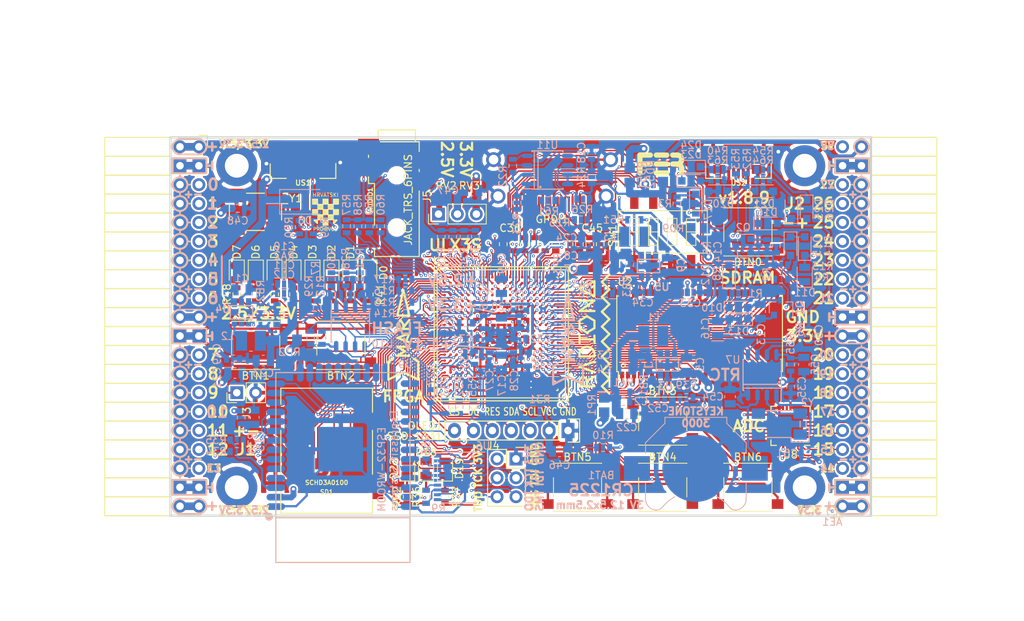
<source format=kicad_pcb>
(kicad_pcb (version 20171130) (host pcbnew 5.0.0-rc2+dfsg1-2)
  (layers (0 F.Cu signal) (1 In1.Cu signal) (2 In2.Cu signal) (31 B.Cu signal) (34 B.Paste user) (35 F.Paste user) (36 B.SilkS user) (37 F.SilkS user) (38 B.Mask user) (39 F.Mask user) (44 Edge.Cuts user))
  (net 0 "")
  (net 1 GND)
  (net 2 +5V)
  (net 3 /gpio/IN5V)
  (net 4 /gpio/OUT5V)
  (net 5 +3V3)
  (net 6 BTN_D)
  (net 7 BTN_F1)
  (net 8 BTN_F2)
  (net 9 BTN_L)
  (net 10 BTN_R)
  (net 11 BTN_U)
  (net 12 /power/FB1)
  (net 13 +2V5)
  (net 14 /power/PWREN)
  (net 15 /power/FB3)
  (net 16 /power/FB2)
  (net 17 /power/VBAT)
  (net 18 JTAG_TDI)
  (net 19 JTAG_TCK)
  (net 20 JTAG_TMS)
  (net 21 JTAG_TDO)
  (net 22 /power/WAKEUPn)
  (net 23 /power/WKUP)
  (net 24 /power/SHUT)
  (net 25 /power/WAKE)
  (net 26 /power/HOLD)
  (net 27 /power/WKn)
  (net 28 /power/OSCI_32k)
  (net 29 /power/OSCO_32k)
  (net 30 SHUTDOWN)
  (net 31 /analog/AUDIO_L)
  (net 32 /analog/AUDIO_R)
  (net 33 GPDI_SDA)
  (net 34 GPDI_SCL)
  (net 35 /gpdi/VREF2)
  (net 36 SD_CMD)
  (net 37 SD_CLK)
  (net 38 SD_D0)
  (net 39 SD_D1)
  (net 40 USB5V)
  (net 41 GPDI_CEC)
  (net 42 nRESET)
  (net 43 FTDI_nDTR)
  (net 44 SDRAM_CKE)
  (net 45 SDRAM_A7)
  (net 46 SDRAM_D15)
  (net 47 SDRAM_BA1)
  (net 48 SDRAM_D7)
  (net 49 SDRAM_A6)
  (net 50 SDRAM_CLK)
  (net 51 SDRAM_D13)
  (net 52 SDRAM_BA0)
  (net 53 SDRAM_D6)
  (net 54 SDRAM_A5)
  (net 55 SDRAM_D14)
  (net 56 SDRAM_A11)
  (net 57 SDRAM_D12)
  (net 58 SDRAM_D5)
  (net 59 SDRAM_A4)
  (net 60 SDRAM_A10)
  (net 61 SDRAM_D11)
  (net 62 SDRAM_A3)
  (net 63 SDRAM_D4)
  (net 64 SDRAM_D10)
  (net 65 SDRAM_D9)
  (net 66 SDRAM_A9)
  (net 67 SDRAM_D3)
  (net 68 SDRAM_D8)
  (net 69 SDRAM_A8)
  (net 70 SDRAM_A2)
  (net 71 SDRAM_A1)
  (net 72 SDRAM_A0)
  (net 73 SDRAM_D2)
  (net 74 SDRAM_D1)
  (net 75 SDRAM_D0)
  (net 76 SDRAM_DQM0)
  (net 77 SDRAM_nCS)
  (net 78 SDRAM_nRAS)
  (net 79 SDRAM_DQM1)
  (net 80 SDRAM_nCAS)
  (net 81 SDRAM_nWE)
  (net 82 /flash/FLASH_nWP)
  (net 83 /flash/FLASH_nHOLD)
  (net 84 /flash/FLASH_MOSI)
  (net 85 /flash/FLASH_MISO)
  (net 86 /flash/FLASH_SCK)
  (net 87 /flash/FLASH_nCS)
  (net 88 /flash/FPGA_PROGRAMN)
  (net 89 /flash/FPGA_DONE)
  (net 90 /flash/FPGA_INITN)
  (net 91 OLED_RES)
  (net 92 OLED_DC)
  (net 93 OLED_CS)
  (net 94 WIFI_EN)
  (net 95 FTDI_nRTS)
  (net 96 FTDI_TXD)
  (net 97 FTDI_RXD)
  (net 98 WIFI_RXD)
  (net 99 WIFI_GPIO0)
  (net 100 WIFI_TXD)
  (net 101 USB_FTDI_D+)
  (net 102 USB_FTDI_D-)
  (net 103 SD_D3)
  (net 104 AUDIO_L3)
  (net 105 AUDIO_L2)
  (net 106 AUDIO_L1)
  (net 107 AUDIO_L0)
  (net 108 AUDIO_R3)
  (net 109 AUDIO_R2)
  (net 110 AUDIO_R1)
  (net 111 AUDIO_R0)
  (net 112 OLED_CLK)
  (net 113 OLED_MOSI)
  (net 114 LED0)
  (net 115 LED1)
  (net 116 LED2)
  (net 117 LED3)
  (net 118 LED4)
  (net 119 LED5)
  (net 120 LED6)
  (net 121 LED7)
  (net 122 BTN_PWRn)
  (net 123 FTDI_nTXLED)
  (net 124 FTDI_nSLEEP)
  (net 125 /blinkey/LED_PWREN)
  (net 126 /blinkey/LED_TXLED)
  (net 127 /sdcard/SD3V3)
  (net 128 SD_D2)
  (net 129 CLK_25MHz)
  (net 130 /blinkey/BTNPUL)
  (net 131 /blinkey/BTNPUR)
  (net 132 USB_FPGA_D+)
  (net 133 /power/FTDI_nSUSPEND)
  (net 134 /blinkey/ALED0)
  (net 135 /blinkey/ALED1)
  (net 136 /blinkey/ALED2)
  (net 137 /blinkey/ALED3)
  (net 138 /blinkey/ALED4)
  (net 139 /blinkey/ALED5)
  (net 140 /blinkey/ALED6)
  (net 141 /blinkey/ALED7)
  (net 142 /usb/FTD-)
  (net 143 /usb/FTD+)
  (net 144 ADC_MISO)
  (net 145 ADC_MOSI)
  (net 146 ADC_CSn)
  (net 147 ADC_SCLK)
  (net 148 SW3)
  (net 149 SW2)
  (net 150 SW1)
  (net 151 USB_FPGA_D-)
  (net 152 /usb/FPD+)
  (net 153 /usb/FPD-)
  (net 154 WIFI_GPIO16)
  (net 155 /usb/ANT_433MHz)
  (net 156 /power/PWRBTn)
  (net 157 PROG_DONE)
  (net 158 /power/P3V3)
  (net 159 /power/P2V5)
  (net 160 /power/L1)
  (net 161 /power/L3)
  (net 162 /power/L2)
  (net 163 FTDI_TXDEN)
  (net 164 SDRAM_A12)
  (net 165 /analog/AUDIO_V)
  (net 166 AUDIO_V3)
  (net 167 AUDIO_V2)
  (net 168 AUDIO_V1)
  (net 169 AUDIO_V0)
  (net 170 /blinkey/LED_WIFI)
  (net 171 /power/P1V1)
  (net 172 +1V1)
  (net 173 SW4)
  (net 174 /blinkey/SWPU)
  (net 175 /wifi/WIFIEN)
  (net 176 FT2V5)
  (net 177 GN0)
  (net 178 GP0)
  (net 179 GN1)
  (net 180 GP1)
  (net 181 GN2)
  (net 182 GP2)
  (net 183 GN3)
  (net 184 GP3)
  (net 185 GN4)
  (net 186 GP4)
  (net 187 GN5)
  (net 188 GP5)
  (net 189 GN6)
  (net 190 GP6)
  (net 191 GN14)
  (net 192 GP14)
  (net 193 GN15)
  (net 194 GP15)
  (net 195 GN16)
  (net 196 GP16)
  (net 197 GN17)
  (net 198 GP17)
  (net 199 GN18)
  (net 200 GP18)
  (net 201 GN19)
  (net 202 GP19)
  (net 203 GN20)
  (net 204 GP20)
  (net 205 GN21)
  (net 206 GP21)
  (net 207 GN22)
  (net 208 GP22)
  (net 209 GN23)
  (net 210 GP23)
  (net 211 GN24)
  (net 212 GP24)
  (net 213 GN25)
  (net 214 GP25)
  (net 215 GN26)
  (net 216 GP26)
  (net 217 GN27)
  (net 218 GP27)
  (net 219 GN7)
  (net 220 GP7)
  (net 221 GN8)
  (net 222 GP8)
  (net 223 GN9)
  (net 224 GP9)
  (net 225 GN10)
  (net 226 GP10)
  (net 227 GN11)
  (net 228 GP11)
  (net 229 GN12)
  (net 230 GP12)
  (net 231 GN13)
  (net 232 GP13)
  (net 233 WIFI_GPIO5)
  (net 234 WIFI_GPIO17)
  (net 235 USB_FPGA_PULL_D+)
  (net 236 USB_FPGA_PULL_D-)
  (net 237 "Net-(D23-Pad2)")
  (net 238 "Net-(D24-Pad1)")
  (net 239 "Net-(D25-Pad2)")
  (net 240 "Net-(D26-Pad1)")
  (net 241 /gpdi/GPDI_ETH+)
  (net 242 FPDI_ETH+)
  (net 243 /gpdi/GPDI_ETH-)
  (net 244 FPDI_ETH-)
  (net 245 /gpdi/GPDI_D2-)
  (net 246 FPDI_D2-)
  (net 247 /gpdi/GPDI_D1-)
  (net 248 FPDI_D1-)
  (net 249 /gpdi/GPDI_D0-)
  (net 250 FPDI_D0-)
  (net 251 /gpdi/GPDI_CLK-)
  (net 252 FPDI_CLK-)
  (net 253 /gpdi/GPDI_D2+)
  (net 254 FPDI_D2+)
  (net 255 /gpdi/GPDI_D1+)
  (net 256 FPDI_D1+)
  (net 257 /gpdi/GPDI_D0+)
  (net 258 FPDI_D0+)
  (net 259 /gpdi/GPDI_CLK+)
  (net 260 FPDI_CLK+)
  (net 261 FPDI_SDA)
  (net 262 FPDI_SCL)
  (net 263 /gpdi/FPDI_CEC)
  (net 264 2V5_3V3)
  (net 265 "Net-(AUDIO1-Pad5)")
  (net 266 "Net-(AUDIO1-Pad6)")
  (net 267 "Net-(U1-PadA15)")
  (net 268 "Net-(U1-PadC9)")
  (net 269 "Net-(U1-PadD9)")
  (net 270 "Net-(U1-PadD10)")
  (net 271 "Net-(U1-PadD11)")
  (net 272 "Net-(U1-PadD12)")
  (net 273 "Net-(U1-PadE6)")
  (net 274 "Net-(U1-PadE9)")
  (net 275 "Net-(U1-PadE10)")
  (net 276 "Net-(U1-PadE11)")
  (net 277 "Net-(U1-PadJ4)")
  (net 278 "Net-(U1-PadJ5)")
  (net 279 "Net-(U1-PadK5)")
  (net 280 "Net-(U1-PadL5)")
  (net 281 "Net-(U1-PadM4)")
  (net 282 "Net-(U1-PadM5)")
  (net 283 SD_CD)
  (net 284 SD_WP)
  (net 285 "Net-(U1-PadR3)")
  (net 286 "Net-(U1-PadT16)")
  (net 287 "Net-(U1-PadW4)")
  (net 288 "Net-(U1-PadW5)")
  (net 289 "Net-(U1-PadW8)")
  (net 290 "Net-(U1-PadW9)")
  (net 291 "Net-(U1-PadW13)")
  (net 292 "Net-(U1-PadW14)")
  (net 293 "Net-(U1-PadW17)")
  (net 294 "Net-(U1-PadW18)")
  (net 295 FTDI_nRXLED)
  (net 296 "Net-(U8-Pad12)")
  (net 297 "Net-(U8-Pad25)")
  (net 298 "Net-(U9-Pad32)")
  (net 299 "Net-(U9-Pad22)")
  (net 300 "Net-(U9-Pad21)")
  (net 301 "Net-(U9-Pad20)")
  (net 302 "Net-(U9-Pad19)")
  (net 303 "Net-(U9-Pad18)")
  (net 304 "Net-(U9-Pad17)")
  (net 305 "Net-(U9-Pad12)")
  (net 306 "Net-(U9-Pad5)")
  (net 307 "Net-(U9-Pad4)")
  (net 308 "Net-(US1-Pad4)")
  (net 309 "Net-(US2-Pad4)")
  (net 310 "Net-(Y2-Pad3)")
  (net 311 "Net-(Y2-Pad2)")
  (net 312 "Net-(U1-PadK16)")
  (net 313 "Net-(U1-PadK17)")
  (net 314 /usb/US2VBUS)
  (net 315 /power/SHD)
  (net 316 /power/RTCVDD)
  (module usb_otg:USB-MICRO-B-FCI-10118192-0001LF-small-pads (layer F.Cu) (at 170.3 63.325 180)
    (fp_text reference US2 (at 0 -4.2 180) (layer F.SilkS) (effects (font (size 0.7 0.7))))
    (fp_text value MICRO_USB hide)
    (pad 6 smd rect (at 3.4 0 180) (size 1.7 1.3) (layers F.Cu F.Paste F.Mask) (net 1 GND))
    (pad 6 smd rect (at -3.4 0) (size 1.7 1.3) (layers F.Cu F.Paste F.Mask) (net 1 GND))
    (pad 5 smd rect (at 1.3 -2.675 180) (size 0.4 1.35) (layers F.Cu F.Paste F.Mask) (net 1 GND))
    (pad 4 smd rect (at 0.65 -2.675 180) (size 0.4 1.35) (layers F.Cu F.Paste F.Mask) (net 309 "Net-(US2-Pad4)"))
    (pad 3 smd rect (at 0 -2.675 180) (size 0.4 1.35) (layers F.Cu F.Paste F.Mask) (net 152 /usb/FPD+))
    (pad 2 smd rect (at -0.65 -2.675 180) (size 0.4 1.35) (layers F.Cu F.Paste F.Mask) (net 153 /usb/FPD-))
    (pad 1 smd rect (at -1.3 -2.675 180) (size 0.4 1.35) (layers F.Cu F.Paste F.Mask) (net 314 /usb/US2VBUS))
    (pad 6 smd rect (at 0 0 180) (size 4 1.9) (layers F.Cu F.Paste F.Mask) (net 1 GND))
    (pad 6 smd rect (at 2.6 -2.4 180) (size 1.6 1.2) (layers F.Cu F.Paste F.Mask) (net 1 GND))
    (pad 6 smd rect (at -2.6 -2.4 180) (size 1.6 1.2) (layers F.Cu F.Paste F.Mask) (net 1 GND))
  )
  (module usb_otg:USB-MICRO-B-FCI-10118192-0001LF-small-pads (layer F.Cu) (at 111.88 63.325 180)
    (fp_text reference US1 (at 0 -4.2 180) (layer F.SilkS) (effects (font (size 0.7 0.7))))
    (fp_text value MICRO_USB hide)
    (pad 6 smd rect (at 3.4 0 180) (size 1.7 1.3) (layers F.Cu F.Paste F.Mask) (net 1 GND))
    (pad 6 smd rect (at -3.4 0) (size 1.7 1.3) (layers F.Cu F.Paste F.Mask) (net 1 GND))
    (pad 5 smd rect (at 1.3 -2.675 180) (size 0.4 1.35) (layers F.Cu F.Paste F.Mask) (net 1 GND))
    (pad 4 smd rect (at 0.65 -2.675 180) (size 0.4 1.35) (layers F.Cu F.Paste F.Mask) (net 308 "Net-(US1-Pad4)"))
    (pad 3 smd rect (at 0 -2.675 180) (size 0.4 1.35) (layers F.Cu F.Paste F.Mask) (net 143 /usb/FTD+))
    (pad 2 smd rect (at -0.65 -2.675 180) (size 0.4 1.35) (layers F.Cu F.Paste F.Mask) (net 142 /usb/FTD-))
    (pad 1 smd rect (at -1.3 -2.675 180) (size 0.4 1.35) (layers F.Cu F.Paste F.Mask) (net 40 USB5V))
    (pad 6 smd rect (at 0 0 180) (size 4 1.9) (layers F.Cu F.Paste F.Mask) (net 1 GND))
    (pad 6 smd rect (at 2.6 -2.4 180) (size 1.6 1.2) (layers F.Cu F.Paste F.Mask) (net 1 GND))
    (pad 6 smd rect (at -2.6 -2.4 180) (size 1.6 1.2) (layers F.Cu F.Paste F.Mask) (net 1 GND))
  )
  (module Socket_Strips:Socket_Strip_Angled_2x20 (layer F.Cu) (at 97.91 62.69 270)
    (fp_text reference J1 (at 40.64 -6.35) (layer F.SilkS) (effects (font (size 1.5 1.5) (thickness 0.3))))
    (fp_text value CONN_02X20 hide)
    (pad 1 thru_hole oval (at 0 0 270) (size 1.7272 1.7272) (drill 1.016) (layers *.Cu *.Mask) (net 264 2V5_3V3))
    (pad 2 thru_hole oval (at 0 2.54 270) (size 1.7272 1.7272) (drill 1.016) (layers *.Cu *.Mask) (net 264 2V5_3V3))
    (pad 3 thru_hole rect (at 2.54 0 270) (size 1.7272 1.7272) (drill 1.016) (layers *.Cu *.Mask) (net 1 GND))
    (pad 4 thru_hole rect (at 2.54 2.54 270) (size 1.7272 1.7272) (drill 1.016) (layers *.Cu *.Mask) (net 1 GND))
    (pad 5 thru_hole oval (at 5.08 0 270) (size 1.7272 1.7272) (drill 1.016) (layers *.Cu *.Mask) (net 177 GN0))
    (pad 6 thru_hole oval (at 5.08 2.54 270) (size 1.7272 1.7272) (drill 1.016) (layers *.Cu *.Mask) (net 178 GP0))
    (pad 7 thru_hole oval (at 7.62 0 270) (size 1.7272 1.7272) (drill 1.016) (layers *.Cu *.Mask) (net 179 GN1))
    (pad 8 thru_hole oval (at 7.62 2.54 270) (size 1.7272 1.7272) (drill 1.016) (layers *.Cu *.Mask) (net 180 GP1))
    (pad 9 thru_hole oval (at 10.16 0 270) (size 1.7272 1.7272) (drill 1.016) (layers *.Cu *.Mask) (net 181 GN2))
    (pad 10 thru_hole oval (at 10.16 2.54 270) (size 1.7272 1.7272) (drill 1.016) (layers *.Cu *.Mask) (net 182 GP2))
    (pad 11 thru_hole oval (at 12.7 0 270) (size 1.7272 1.7272) (drill 1.016) (layers *.Cu *.Mask) (net 183 GN3))
    (pad 12 thru_hole oval (at 12.7 2.54 270) (size 1.7272 1.7272) (drill 1.016) (layers *.Cu *.Mask) (net 184 GP3))
    (pad 13 thru_hole oval (at 15.24 0 270) (size 1.7272 1.7272) (drill 1.016) (layers *.Cu *.Mask) (net 185 GN4))
    (pad 14 thru_hole oval (at 15.24 2.54 270) (size 1.7272 1.7272) (drill 1.016) (layers *.Cu *.Mask) (net 186 GP4))
    (pad 15 thru_hole oval (at 17.78 0 270) (size 1.7272 1.7272) (drill 1.016) (layers *.Cu *.Mask) (net 187 GN5))
    (pad 16 thru_hole oval (at 17.78 2.54 270) (size 1.7272 1.7272) (drill 1.016) (layers *.Cu *.Mask) (net 188 GP5))
    (pad 17 thru_hole oval (at 20.32 0 270) (size 1.7272 1.7272) (drill 1.016) (layers *.Cu *.Mask) (net 189 GN6))
    (pad 18 thru_hole oval (at 20.32 2.54 270) (size 1.7272 1.7272) (drill 1.016) (layers *.Cu *.Mask) (net 190 GP6))
    (pad 19 thru_hole oval (at 22.86 0 270) (size 1.7272 1.7272) (drill 1.016) (layers *.Cu *.Mask) (net 264 2V5_3V3))
    (pad 20 thru_hole oval (at 22.86 2.54 270) (size 1.7272 1.7272) (drill 1.016) (layers *.Cu *.Mask) (net 264 2V5_3V3))
    (pad 21 thru_hole rect (at 25.4 0 270) (size 1.7272 1.7272) (drill 1.016) (layers *.Cu *.Mask) (net 1 GND))
    (pad 22 thru_hole rect (at 25.4 2.54 270) (size 1.7272 1.7272) (drill 1.016) (layers *.Cu *.Mask) (net 1 GND))
    (pad 23 thru_hole oval (at 27.94 0 270) (size 1.7272 1.7272) (drill 1.016) (layers *.Cu *.Mask) (net 219 GN7))
    (pad 24 thru_hole oval (at 27.94 2.54 270) (size 1.7272 1.7272) (drill 1.016) (layers *.Cu *.Mask) (net 220 GP7))
    (pad 25 thru_hole oval (at 30.48 0 270) (size 1.7272 1.7272) (drill 1.016) (layers *.Cu *.Mask) (net 221 GN8))
    (pad 26 thru_hole oval (at 30.48 2.54 270) (size 1.7272 1.7272) (drill 1.016) (layers *.Cu *.Mask) (net 222 GP8))
    (pad 27 thru_hole oval (at 33.02 0 270) (size 1.7272 1.7272) (drill 1.016) (layers *.Cu *.Mask) (net 223 GN9))
    (pad 28 thru_hole oval (at 33.02 2.54 270) (size 1.7272 1.7272) (drill 1.016) (layers *.Cu *.Mask) (net 224 GP9))
    (pad 29 thru_hole oval (at 35.56 0 270) (size 1.7272 1.7272) (drill 1.016) (layers *.Cu *.Mask) (net 225 GN10))
    (pad 30 thru_hole oval (at 35.56 2.54 270) (size 1.7272 1.7272) (drill 1.016) (layers *.Cu *.Mask) (net 226 GP10))
    (pad 31 thru_hole oval (at 38.1 0 270) (size 1.7272 1.7272) (drill 1.016) (layers *.Cu *.Mask) (net 227 GN11))
    (pad 32 thru_hole oval (at 38.1 2.54 270) (size 1.7272 1.7272) (drill 1.016) (layers *.Cu *.Mask) (net 228 GP11))
    (pad 33 thru_hole oval (at 40.64 0 270) (size 1.7272 1.7272) (drill 1.016) (layers *.Cu *.Mask) (net 229 GN12))
    (pad 34 thru_hole oval (at 40.64 2.54 270) (size 1.7272 1.7272) (drill 1.016) (layers *.Cu *.Mask) (net 230 GP12))
    (pad 35 thru_hole oval (at 43.18 0 270) (size 1.7272 1.7272) (drill 1.016) (layers *.Cu *.Mask) (net 231 GN13))
    (pad 36 thru_hole oval (at 43.18 2.54 270) (size 1.7272 1.7272) (drill 1.016) (layers *.Cu *.Mask) (net 232 GP13))
    (pad 37 thru_hole rect (at 45.72 0 270) (size 1.7272 1.7272) (drill 1.016) (layers *.Cu *.Mask) (net 1 GND))
    (pad 38 thru_hole rect (at 45.72 2.54 270) (size 1.7272 1.7272) (drill 1.016) (layers *.Cu *.Mask) (net 1 GND))
    (pad 39 thru_hole oval (at 48.26 0 270) (size 1.7272 1.7272) (drill 1.016) (layers *.Cu *.Mask) (net 264 2V5_3V3))
    (pad 40 thru_hole oval (at 48.26 2.54 270) (size 1.7272 1.7272) (drill 1.016) (layers *.Cu *.Mask) (net 264 2V5_3V3))
  )
  (module TSOT-25:TSOT-25 (layer B.Cu) (at 160.775 91.9)
    (fp_text reference U3 (at -0.295 2.9) (layer B.SilkS) (effects (font (thickness 0.2)) (justify mirror)))
    (fp_text value TLV62569DBV)
    (pad 1 smd rect (at -0.95 -1.3) (size 0.7 1.2) (layers B.Cu B.Paste B.Mask) (net 14 /power/PWREN))
    (pad 2 smd rect (at 0 -1.3) (size 0.7 1.2) (layers B.Cu B.Paste B.Mask) (net 1 GND))
    (pad 3 smd rect (at 0.95 -1.3) (size 0.7 1.2) (layers B.Cu B.Paste B.Mask) (net 160 /power/L1))
    (pad 4 smd rect (at 0.95 1.3) (size 0.7 1.2) (layers B.Cu B.Paste B.Mask) (net 2 +5V))
    (pad 5 smd rect (at -0.95 1.3) (size 0.7 1.2) (layers B.Cu B.Paste B.Mask) (net 12 /power/FB1))
  )
  (module TSOT-25:TSOT-25 (layer B.Cu) (at 103.625 84.915 180)
    (fp_text reference U4 (at 2.525 0.4265 180) (layer B.SilkS) (effects (font (thickness 0.2)) (justify mirror)))
    (fp_text value TLV62569DBV)
    (pad 1 smd rect (at -0.95 -1.3 180) (size 0.7 1.2) (layers B.Cu B.Paste B.Mask) (net 14 /power/PWREN))
    (pad 2 smd rect (at 0 -1.3 180) (size 0.7 1.2) (layers B.Cu B.Paste B.Mask) (net 1 GND))
    (pad 3 smd rect (at 0.95 -1.3 180) (size 0.7 1.2) (layers B.Cu B.Paste B.Mask) (net 162 /power/L2))
    (pad 4 smd rect (at 0.95 1.3 180) (size 0.7 1.2) (layers B.Cu B.Paste B.Mask) (net 2 +5V))
    (pad 5 smd rect (at -0.95 1.3 180) (size 0.7 1.2) (layers B.Cu B.Paste B.Mask) (net 16 /power/FB2))
  )
  (module TSOT-25:TSOT-25 (layer B.Cu) (at 158.235 78.692)
    (fp_text reference U5 (at 1.793 2.812) (layer B.SilkS) (effects (font (thickness 0.2)) (justify mirror)))
    (fp_text value TLV62569DBV)
    (pad 1 smd rect (at -0.95 -1.3) (size 0.7 1.2) (layers B.Cu B.Paste B.Mask) (net 14 /power/PWREN))
    (pad 2 smd rect (at 0 -1.3) (size 0.7 1.2) (layers B.Cu B.Paste B.Mask) (net 1 GND))
    (pad 3 smd rect (at 0.95 -1.3) (size 0.7 1.2) (layers B.Cu B.Paste B.Mask) (net 161 /power/L3))
    (pad 4 smd rect (at 0.95 1.3) (size 0.7 1.2) (layers B.Cu B.Paste B.Mask) (net 2 +5V))
    (pad 5 smd rect (at -0.95 1.3) (size 0.7 1.2) (layers B.Cu B.Paste B.Mask) (net 15 /power/FB3))
  )
  (module Socket_Strips:Socket_Strip_Angled_2x20 (layer F.Cu) (at 184.27 110.95 90)
    (fp_text reference J2 (at 40.64 -6.35 180) (layer F.SilkS) (effects (font (size 1.5 1.5) (thickness 0.3))))
    (fp_text value CONN_02X20 hide)
    (pad 1 thru_hole oval (at 0 0 90) (size 1.7272 1.7272) (drill 1.016) (layers *.Cu *.Mask) (net 5 +3V3))
    (pad 2 thru_hole oval (at 0 2.54 90) (size 1.7272 1.7272) (drill 1.016) (layers *.Cu *.Mask) (net 5 +3V3))
    (pad 3 thru_hole rect (at 2.54 0 90) (size 1.7272 1.7272) (drill 1.016) (layers *.Cu *.Mask) (net 1 GND))
    (pad 4 thru_hole rect (at 2.54 2.54 90) (size 1.7272 1.7272) (drill 1.016) (layers *.Cu *.Mask) (net 1 GND))
    (pad 5 thru_hole oval (at 5.08 0 90) (size 1.7272 1.7272) (drill 1.016) (layers *.Cu *.Mask) (net 191 GN14))
    (pad 6 thru_hole oval (at 5.08 2.54 90) (size 1.7272 1.7272) (drill 1.016) (layers *.Cu *.Mask) (net 192 GP14))
    (pad 7 thru_hole oval (at 7.62 0 90) (size 1.7272 1.7272) (drill 1.016) (layers *.Cu *.Mask) (net 193 GN15))
    (pad 8 thru_hole oval (at 7.62 2.54 90) (size 1.7272 1.7272) (drill 1.016) (layers *.Cu *.Mask) (net 194 GP15))
    (pad 9 thru_hole oval (at 10.16 0 90) (size 1.7272 1.7272) (drill 1.016) (layers *.Cu *.Mask) (net 195 GN16))
    (pad 10 thru_hole oval (at 10.16 2.54 90) (size 1.7272 1.7272) (drill 1.016) (layers *.Cu *.Mask) (net 196 GP16))
    (pad 11 thru_hole oval (at 12.7 0 90) (size 1.7272 1.7272) (drill 1.016) (layers *.Cu *.Mask) (net 197 GN17))
    (pad 12 thru_hole oval (at 12.7 2.54 90) (size 1.7272 1.7272) (drill 1.016) (layers *.Cu *.Mask) (net 198 GP17))
    (pad 13 thru_hole oval (at 15.24 0 90) (size 1.7272 1.7272) (drill 1.016) (layers *.Cu *.Mask) (net 199 GN18))
    (pad 14 thru_hole oval (at 15.24 2.54 90) (size 1.7272 1.7272) (drill 1.016) (layers *.Cu *.Mask) (net 200 GP18))
    (pad 15 thru_hole oval (at 17.78 0 90) (size 1.7272 1.7272) (drill 1.016) (layers *.Cu *.Mask) (net 201 GN19))
    (pad 16 thru_hole oval (at 17.78 2.54 90) (size 1.7272 1.7272) (drill 1.016) (layers *.Cu *.Mask) (net 202 GP19))
    (pad 17 thru_hole oval (at 20.32 0 90) (size 1.7272 1.7272) (drill 1.016) (layers *.Cu *.Mask) (net 203 GN20))
    (pad 18 thru_hole oval (at 20.32 2.54 90) (size 1.7272 1.7272) (drill 1.016) (layers *.Cu *.Mask) (net 204 GP20))
    (pad 19 thru_hole oval (at 22.86 0 90) (size 1.7272 1.7272) (drill 1.016) (layers *.Cu *.Mask) (net 5 +3V3))
    (pad 20 thru_hole oval (at 22.86 2.54 90) (size 1.7272 1.7272) (drill 1.016) (layers *.Cu *.Mask) (net 5 +3V3))
    (pad 21 thru_hole rect (at 25.4 0 90) (size 1.7272 1.7272) (drill 1.016) (layers *.Cu *.Mask) (net 1 GND))
    (pad 22 thru_hole rect (at 25.4 2.54 90) (size 1.7272 1.7272) (drill 1.016) (layers *.Cu *.Mask) (net 1 GND))
    (pad 23 thru_hole oval (at 27.94 0 90) (size 1.7272 1.7272) (drill 1.016) (layers *.Cu *.Mask) (net 205 GN21))
    (pad 24 thru_hole oval (at 27.94 2.54 90) (size 1.7272 1.7272) (drill 1.016) (layers *.Cu *.Mask) (net 206 GP21))
    (pad 25 thru_hole oval (at 30.48 0 90) (size 1.7272 1.7272) (drill 1.016) (layers *.Cu *.Mask) (net 207 GN22))
    (pad 26 thru_hole oval (at 30.48 2.54 90) (size 1.7272 1.7272) (drill 1.016) (layers *.Cu *.Mask) (net 208 GP22))
    (pad 27 thru_hole oval (at 33.02 0 90) (size 1.7272 1.7272) (drill 1.016) (layers *.Cu *.Mask) (net 209 GN23))
    (pad 28 thru_hole oval (at 33.02 2.54 90) (size 1.7272 1.7272) (drill 1.016) (layers *.Cu *.Mask) (net 210 GP23))
    (pad 29 thru_hole oval (at 35.56 0 90) (size 1.7272 1.7272) (drill 1.016) (layers *.Cu *.Mask) (net 211 GN24))
    (pad 30 thru_hole oval (at 35.56 2.54 90) (size 1.7272 1.7272) (drill 1.016) (layers *.Cu *.Mask) (net 212 GP24))
    (pad 31 thru_hole oval (at 38.1 0 90) (size 1.7272 1.7272) (drill 1.016) (layers *.Cu *.Mask) (net 213 GN25))
    (pad 32 thru_hole oval (at 38.1 2.54 90) (size 1.7272 1.7272) (drill 1.016) (layers *.Cu *.Mask) (net 214 GP25))
    (pad 33 thru_hole oval (at 40.64 0 90) (size 1.7272 1.7272) (drill 1.016) (layers *.Cu *.Mask) (net 215 GN26))
    (pad 34 thru_hole oval (at 40.64 2.54 90) (size 1.7272 1.7272) (drill 1.016) (layers *.Cu *.Mask) (net 216 GP26))
    (pad 35 thru_hole oval (at 43.18 0 90) (size 1.7272 1.7272) (drill 1.016) (layers *.Cu *.Mask) (net 217 GN27))
    (pad 36 thru_hole oval (at 43.18 2.54 90) (size 1.7272 1.7272) (drill 1.016) (layers *.Cu *.Mask) (net 218 GP27))
    (pad 37 thru_hole rect (at 45.72 0 90) (size 1.7272 1.7272) (drill 1.016) (layers *.Cu *.Mask) (net 1 GND))
    (pad 38 thru_hole rect (at 45.72 2.54 90) (size 1.7272 1.7272) (drill 1.016) (layers *.Cu *.Mask) (net 1 GND))
    (pad 39 thru_hole oval (at 48.26 0 90) (size 1.7272 1.7272) (drill 1.016) (layers *.Cu *.Mask) (net 3 /gpio/IN5V))
    (pad 40 thru_hole oval (at 48.26 2.54 90) (size 1.7272 1.7272) (drill 1.016) (layers *.Cu *.Mask) (net 4 /gpio/OUT5V))
  )
  (module Mounting_Holes:MountingHole_3.2mm_M3_ISO14580_Pad (layer F.Cu) (at 102.99 108.41)
    (fp_text reference H1 hide)
    (fp_text value HOLE hide)
    (pad 1 thru_hole circle (at 0 0) (size 5.5 5.5) (drill 3.2) (layers *.Cu *.Mask) (net 1 GND))
  )
  (module Mounting_Holes:MountingHole_3.2mm_M3_ISO14580_Pad (layer F.Cu) (at 179.19 108.41)
    (fp_text reference H2 hide)
    (fp_text value HOLE hide)
    (pad 1 thru_hole circle (at 0 0) (size 5.5 5.5) (drill 3.2) (layers *.Cu *.Mask) (net 1 GND))
  )
  (module Mounting_Holes:MountingHole_3.2mm_M3_ISO14580_Pad (layer F.Cu) (at 179.19 65.23)
    (fp_text reference H3 hide)
    (fp_text value HOLE hide)
    (pad 1 thru_hole circle (at 0 0) (size 5.5 5.5) (drill 3.2) (layers *.Cu *.Mask) (net 1 GND))
  )
  (module Mounting_Holes:MountingHole_3.2mm_M3_ISO14580_Pad (layer F.Cu) (at 102.99 65.23)
    (fp_text reference H4 hide)
    (fp_text value HOLE hide)
    (pad 1 thru_hole circle (at 0 0) (size 5.5 5.5) (drill 3.2) (layers *.Cu *.Mask) (net 1 GND))
  )
  (module Housings_SSOP:SSOP-20_4.4x6.5mm_Pitch0.65mm (layer B.Cu) (at 132.835 107.14 180)
    (fp_text reference U6 (at -3.175 4.318 180) (layer B.SilkS) (effects (justify mirror)))
    (fp_text value FT231XS)
    (pad 1 smd rect (at -2.9 2.925 180) (size 1 0.4) (layers B.Cu B.Paste B.Mask) (net 43 FTDI_nDTR))
    (pad 2 smd rect (at -2.9 2.275 180) (size 1 0.4) (layers B.Cu B.Paste B.Mask) (net 95 FTDI_nRTS))
    (pad 3 smd rect (at -2.9 1.625 180) (size 1 0.4) (layers B.Cu B.Paste B.Mask) (net 176 FT2V5))
    (pad 4 smd rect (at -2.9 0.975 180) (size 1 0.4) (layers B.Cu B.Paste B.Mask) (net 97 FTDI_RXD))
    (pad 5 smd rect (at -2.9 0.325 180) (size 1 0.4) (layers B.Cu B.Paste B.Mask) (net 18 JTAG_TDI))
    (pad 6 smd rect (at -2.9 -0.325 180) (size 1 0.4) (layers B.Cu B.Paste B.Mask) (net 1 GND))
    (pad 7 smd rect (at -2.9 -0.975 180) (size 1 0.4) (layers B.Cu B.Paste B.Mask) (net 19 JTAG_TCK))
    (pad 8 smd rect (at -2.9 -1.625 180) (size 1 0.4) (layers B.Cu B.Paste B.Mask) (net 20 JTAG_TMS))
    (pad 9 smd rect (at -2.9 -2.275 180) (size 1 0.4) (layers B.Cu B.Paste B.Mask) (net 21 JTAG_TDO))
    (pad 10 smd rect (at -2.9 -2.925 180) (size 1 0.4) (layers B.Cu B.Paste B.Mask) (net 123 FTDI_nTXLED))
    (pad 11 smd rect (at 2.9 -2.925 180) (size 1 0.4) (layers B.Cu B.Paste B.Mask) (net 101 USB_FTDI_D+))
    (pad 12 smd rect (at 2.9 -2.275 180) (size 1 0.4) (layers B.Cu B.Paste B.Mask) (net 102 USB_FTDI_D-))
    (pad 13 smd rect (at 2.9 -1.625 180) (size 1 0.4) (layers B.Cu B.Paste B.Mask) (net 176 FT2V5))
    (pad 14 smd rect (at 2.9 -0.975 180) (size 1 0.4) (layers B.Cu B.Paste B.Mask) (net 42 nRESET))
    (pad 15 smd rect (at 2.9 -0.325 180) (size 1 0.4) (layers B.Cu B.Paste B.Mask) (net 40 USB5V))
    (pad 16 smd rect (at 2.9 0.325 180) (size 1 0.4) (layers B.Cu B.Paste B.Mask) (net 1 GND))
    (pad 17 smd rect (at 2.9 0.975 180) (size 1 0.4) (layers B.Cu B.Paste B.Mask) (net 295 FTDI_nRXLED))
    (pad 18 smd rect (at 2.9 1.625 180) (size 1 0.4) (layers B.Cu B.Paste B.Mask) (net 163 FTDI_TXDEN))
    (pad 19 smd rect (at 2.9 2.275 180) (size 1 0.4) (layers B.Cu B.Paste B.Mask) (net 124 FTDI_nSLEEP))
    (pad 20 smd rect (at 2.9 2.925 180) (size 1 0.4) (layers B.Cu B.Paste B.Mask) (net 96 FTDI_TXD))
  )
  (module Socket_Strips:Socket_Strip_Straight_2x03 (layer F.Cu) (at 140.455 104.6 270)
    (fp_text reference J4 (at -1.778 3.048) (layer F.SilkS))
    (fp_text value CONN_02X03 hide)
    (pad 1 thru_hole rect (at 0 0 270) (size 1.7272 1.7272) (drill 1.016) (layers *.Cu *.Mask) (net 1 GND))
    (pad 2 thru_hole oval (at 0 2.54 270) (size 1.7272 1.7272) (drill 1.016) (layers *.Cu *.Mask) (net 5 +3V3))
    (pad 3 thru_hole oval (at 2.54 0 270) (size 1.7272 1.7272) (drill 1.016) (layers *.Cu *.Mask) (net 18 JTAG_TDI))
    (pad 4 thru_hole oval (at 2.54 2.54 270) (size 1.7272 1.7272) (drill 1.016) (layers *.Cu *.Mask) (net 19 JTAG_TCK))
    (pad 5 thru_hole oval (at 5.08 0 270) (size 1.7272 1.7272) (drill 1.016) (layers *.Cu *.Mask) (net 20 JTAG_TMS))
    (pad 6 thru_hole oval (at 5.08 2.54 270) (size 1.7272 1.7272) (drill 1.016) (layers *.Cu *.Mask) (net 21 JTAG_TDO))
  )
  (module Housings_DFN_QFN:QFN-28-1EP_5x5mm_Pitch0.5mm (layer F.Cu) (at 177.285 100.155 180)
    (fp_text reference U8 (at 0 -3.875 180) (layer F.SilkS))
    (fp_text value MAX11125)
    (pad 1 smd oval (at -2.45 -1.5 180) (size 0.85 0.3) (layers F.Cu F.Paste F.Mask) (net 194 GP15))
    (pad 2 smd oval (at -2.45 -1 180) (size 0.85 0.3) (layers F.Cu F.Paste F.Mask) (net 195 GN16))
    (pad 3 smd oval (at -2.45 -0.5 180) (size 0.85 0.3) (layers F.Cu F.Paste F.Mask) (net 196 GP16))
    (pad 4 smd oval (at -2.45 0 180) (size 0.85 0.3) (layers F.Cu F.Paste F.Mask) (net 197 GN17))
    (pad 5 smd oval (at -2.45 0.5 180) (size 0.85 0.3) (layers F.Cu F.Paste F.Mask) (net 198 GP17))
    (pad 6 smd oval (at -2.45 1 180) (size 0.85 0.3) (layers F.Cu F.Paste F.Mask) (net 1 GND))
    (pad 7 smd oval (at -2.45 1.5 180) (size 0.85 0.3) (layers F.Cu F.Paste F.Mask) (net 1 GND))
    (pad 8 smd oval (at -1.5 2.45 270) (size 0.85 0.3) (layers F.Cu F.Paste F.Mask) (net 1 GND))
    (pad 9 smd oval (at -1 2.45 270) (size 0.85 0.3) (layers F.Cu F.Paste F.Mask) (net 1 GND))
    (pad 10 smd oval (at -0.5 2.45 270) (size 0.85 0.3) (layers F.Cu F.Paste F.Mask) (net 1 GND))
    (pad 11 smd oval (at 0 2.45 270) (size 0.85 0.3) (layers F.Cu F.Paste F.Mask) (net 1 GND))
    (pad 12 smd oval (at 0.5 2.45 270) (size 0.85 0.3) (layers F.Cu F.Paste F.Mask) (net 296 "Net-(U8-Pad12)"))
    (pad 13 smd oval (at 1 2.45 270) (size 0.85 0.3) (layers F.Cu F.Paste F.Mask) (net 1 GND))
    (pad 14 smd oval (at 1.5 2.45 270) (size 0.85 0.3) (layers F.Cu F.Paste F.Mask) (net 1 GND))
    (pad 15 smd oval (at 2.45 1.5 180) (size 0.85 0.3) (layers F.Cu F.Paste F.Mask) (net 5 +3V3))
    (pad 16 smd oval (at 2.45 1 180) (size 0.85 0.3) (layers F.Cu F.Paste F.Mask) (net 1 GND))
    (pad 17 smd oval (at 2.45 0.5 180) (size 0.85 0.3) (layers F.Cu F.Paste F.Mask) (net 5 +3V3))
    (pad 18 smd oval (at 2.45 0 180) (size 0.85 0.3) (layers F.Cu F.Paste F.Mask) (net 5 +3V3))
    (pad 19 smd oval (at 2.45 -0.5 180) (size 0.85 0.3) (layers F.Cu F.Paste F.Mask) (net 147 ADC_SCLK))
    (pad 20 smd oval (at 2.45 -1 180) (size 0.85 0.3) (layers F.Cu F.Paste F.Mask) (net 146 ADC_CSn))
    (pad 21 smd oval (at 2.45 -1.5 180) (size 0.85 0.3) (layers F.Cu F.Paste F.Mask) (net 145 ADC_MOSI))
    (pad 22 smd oval (at 1.5 -2.45 270) (size 0.85 0.3) (layers F.Cu F.Paste F.Mask) (net 1 GND))
    (pad 23 smd oval (at 1 -2.45 270) (size 0.85 0.3) (layers F.Cu F.Paste F.Mask) (net 5 +3V3))
    (pad 24 smd oval (at 0.5 -2.45 270) (size 0.85 0.3) (layers F.Cu F.Paste F.Mask) (net 144 ADC_MISO))
    (pad 25 smd oval (at 0 -2.45 270) (size 0.85 0.3) (layers F.Cu F.Paste F.Mask) (net 297 "Net-(U8-Pad25)"))
    (pad 26 smd oval (at -0.5 -2.45 270) (size 0.85 0.3) (layers F.Cu F.Paste F.Mask) (net 191 GN14))
    (pad 27 smd oval (at -1 -2.45 270) (size 0.85 0.3) (layers F.Cu F.Paste F.Mask) (net 192 GP14))
    (pad 28 smd oval (at -1.5 -2.45 270) (size 0.85 0.3) (layers F.Cu F.Paste F.Mask) (net 193 GN15))
    (pad 29 smd rect (at 0.8375 0.8375 180) (size 1.675 1.675) (layers F.Cu F.Paste F.Mask) (net 1 GND))
    (pad 29 smd rect (at 0.8375 -0.8375 180) (size 1.675 1.675) (layers F.Cu F.Paste F.Mask) (net 1 GND))
    (pad 29 smd rect (at -0.8375 0.8375 180) (size 1.675 1.675) (layers F.Cu F.Paste F.Mask) (net 1 GND))
    (pad 29 smd rect (at -0.8375 -0.8375 180) (size 1.675 1.675) (layers F.Cu F.Paste F.Mask) (net 1 GND))
  )
  (module oled:oled_13xx (layer F.Cu) (at 139.82 100.79 180)
    (fp_text reference OLED1 (at 11.557 0.635 180) (layer F.SilkS))
    (fp_text value SSD_1331 (at 12.954 -0.762 180) (layer F.SilkS))
    (fp_text user CS (at 7.62 2.54 180) (layer F.SilkS) (effects (font (size 1 0.75))))
    (fp_text user DC (at 5.08 2.54 180) (layer F.SilkS) (effects (font (size 1 0.75))))
    (fp_text user RES (at 2.54 2.54 180) (layer F.SilkS) (effects (font (size 1 0.75))))
    (fp_text user SDA (at 0 2.54 180) (layer F.SilkS) (effects (font (size 1 0.75))))
    (fp_text user SCL (at -2.54 2.54 180) (layer F.SilkS) (effects (font (size 1 0.75))))
    (fp_text user VCC (at -5.08 2.54 180) (layer F.SilkS) (effects (font (size 1 0.75))))
    (fp_text user GND (at -7.62 2.54 180) (layer F.SilkS) (effects (font (size 1 0.75))))
    (pad 1 thru_hole rect (at -7.62 0 180) (size 1.7272 2.032) (drill 1.016) (layers *.Cu *.Mask) (net 1 GND))
    (pad 2 thru_hole oval (at -5.08 0 180) (size 1.7272 2.032) (drill 1.016) (layers *.Cu *.Mask) (net 5 +3V3))
    (pad 3 thru_hole oval (at -2.54 0 180) (size 1.7272 2.032) (drill 1.016) (layers *.Cu *.Mask) (net 112 OLED_CLK))
    (pad 4 thru_hole oval (at 0 0 180) (size 1.7272 2.032) (drill 1.016) (layers *.Cu *.Mask) (net 113 OLED_MOSI))
    (pad 5 thru_hole oval (at 2.54 0 180) (size 1.7272 2.032) (drill 1.016) (layers *.Cu *.Mask) (net 91 OLED_RES))
    (pad 6 thru_hole oval (at 5.08 0 180) (size 1.7272 2.032) (drill 1.016) (layers *.Cu *.Mask) (net 92 OLED_DC))
    (pad 7 thru_hole oval (at 7.62 0 180) (size 1.7272 2.032) (drill 1.016) (layers *.Cu *.Mask) (net 93 OLED_CS))
  )
  (module Buttons_Switches_SMD:SW_SPST_PTS645 (layer F.Cu) (at 171.57 74.12 180)
    (fp_text reference BTN0 (at 0 -4.05 180) (layer F.SilkS))
    (fp_text value PTS645)
    (pad 2 smd rect (at -3.98 2.25 180) (size 1.55 1.3) (layers F.Cu F.Paste F.Mask) (net 1 GND))
    (pad 1 smd rect (at -3.98 -2.25 180) (size 1.55 1.3) (layers F.Cu F.Paste F.Mask) (net 156 /power/PWRBTn))
    (pad 1 smd rect (at 3.98 -2.25 180) (size 1.55 1.3) (layers F.Cu F.Paste F.Mask) (net 156 /power/PWRBTn))
    (pad 2 smd rect (at 3.98 2.25 180) (size 1.55 1.3) (layers F.Cu F.Paste F.Mask) (net 1 GND))
  )
  (module Buttons_Switches_SMD:SW_SPST_PTS645 (layer F.Cu) (at 105.53 89.36)
    (fp_text reference BTN1 (at 0 4.064) (layer F.SilkS))
    (fp_text value PTS645)
    (pad 2 smd rect (at -3.98 2.25) (size 1.55 1.3) (layers F.Cu F.Paste F.Mask) (net 7 BTN_F1))
    (pad 1 smd rect (at -3.98 -2.25) (size 1.55 1.3) (layers F.Cu F.Paste F.Mask) (net 130 /blinkey/BTNPUL))
    (pad 1 smd rect (at 3.98 -2.25) (size 1.55 1.3) (layers F.Cu F.Paste F.Mask) (net 130 /blinkey/BTNPUL))
    (pad 2 smd rect (at 3.98 2.25) (size 1.55 1.3) (layers F.Cu F.Paste F.Mask) (net 7 BTN_F1))
  )
  (module Buttons_Switches_SMD:SW_SPST_PTS645 (layer F.Cu) (at 116.96 89.36)
    (fp_text reference BTN2 (at 0 4.064) (layer F.SilkS))
    (fp_text value PTS645)
    (pad 2 smd rect (at -3.98 2.25) (size 1.55 1.3) (layers F.Cu F.Paste F.Mask) (net 8 BTN_F2))
    (pad 1 smd rect (at -3.98 -2.25) (size 1.55 1.3) (layers F.Cu F.Paste F.Mask) (net 130 /blinkey/BTNPUL))
    (pad 1 smd rect (at 3.98 -2.25) (size 1.55 1.3) (layers F.Cu F.Paste F.Mask) (net 130 /blinkey/BTNPUL))
    (pad 2 smd rect (at 3.98 2.25) (size 1.55 1.3) (layers F.Cu F.Paste F.Mask) (net 8 BTN_F2))
  )
  (module Buttons_Switches_SMD:SW_SPST_PTS645 (layer F.Cu) (at 160.14 99.52)
    (fp_text reference BTN3 (at 0 -4.05) (layer F.SilkS))
    (fp_text value PTS645)
    (pad 2 smd rect (at -3.98 2.25) (size 1.55 1.3) (layers F.Cu F.Paste F.Mask) (net 11 BTN_U))
    (pad 1 smd rect (at -3.98 -2.25) (size 1.55 1.3) (layers F.Cu F.Paste F.Mask) (net 131 /blinkey/BTNPUR))
    (pad 1 smd rect (at 3.98 -2.25) (size 1.55 1.3) (layers F.Cu F.Paste F.Mask) (net 131 /blinkey/BTNPUR))
    (pad 2 smd rect (at 3.98 2.25) (size 1.55 1.3) (layers F.Cu F.Paste F.Mask) (net 11 BTN_U))
  )
  (module Buttons_Switches_SMD:SW_SPST_PTS645 (layer F.Cu) (at 160.14 108.41 180)
    (fp_text reference BTN4 (at 0 4.064 180) (layer F.SilkS))
    (fp_text value PTS645)
    (pad 2 smd rect (at -3.98 2.25 180) (size 1.55 1.3) (layers F.Cu F.Paste F.Mask) (net 6 BTN_D))
    (pad 1 smd rect (at -3.98 -2.25 180) (size 1.55 1.3) (layers F.Cu F.Paste F.Mask) (net 131 /blinkey/BTNPUR))
    (pad 1 smd rect (at 3.98 -2.25 180) (size 1.55 1.3) (layers F.Cu F.Paste F.Mask) (net 131 /blinkey/BTNPUR))
    (pad 2 smd rect (at 3.98 2.25 180) (size 1.55 1.3) (layers F.Cu F.Paste F.Mask) (net 6 BTN_D))
  )
  (module Buttons_Switches_SMD:SW_SPST_PTS645 (layer F.Cu) (at 148.71 108.41 180)
    (fp_text reference BTN5 (at 0 4.064 180) (layer F.SilkS))
    (fp_text value PTS645)
    (pad 2 smd rect (at -3.98 2.25 180) (size 1.55 1.3) (layers F.Cu F.Paste F.Mask) (net 9 BTN_L))
    (pad 1 smd rect (at -3.98 -2.25 180) (size 1.55 1.3) (layers F.Cu F.Paste F.Mask) (net 131 /blinkey/BTNPUR))
    (pad 1 smd rect (at 3.98 -2.25 180) (size 1.55 1.3) (layers F.Cu F.Paste F.Mask) (net 131 /blinkey/BTNPUR))
    (pad 2 smd rect (at 3.98 2.25 180) (size 1.55 1.3) (layers F.Cu F.Paste F.Mask) (net 9 BTN_L))
  )
  (module Buttons_Switches_SMD:SW_SPST_PTS645 (layer F.Cu) (at 171.57 108.41 180)
    (fp_text reference BTN6 (at 0 4.064 180) (layer F.SilkS))
    (fp_text value PTS645)
    (pad 2 smd rect (at -3.98 2.25 180) (size 1.55 1.3) (layers F.Cu F.Paste F.Mask) (net 10 BTN_R))
    (pad 1 smd rect (at -3.98 -2.25 180) (size 1.55 1.3) (layers F.Cu F.Paste F.Mask) (net 131 /blinkey/BTNPUR))
    (pad 1 smd rect (at 3.98 -2.25 180) (size 1.55 1.3) (layers F.Cu F.Paste F.Mask) (net 131 /blinkey/BTNPUR))
    (pad 2 smd rect (at 3.98 2.25 180) (size 1.55 1.3) (layers F.Cu F.Paste F.Mask) (net 10 BTN_R))
  )
  (module Buttons_Switches_SMD:SW_DIP_x4_W8.61mm_Slide_LowProfile (layer F.Cu) (at 160.14 74.12 90)
    (fp_text reference SW1 (at -0.508 -6.731 270) (layer F.SilkS))
    (fp_text value DIPSW)
    (pad 1 smd rect (at -4.305 -3.81 90) (size 2.44 1.12) (layers F.Cu F.Mask) (net 174 /blinkey/SWPU))
    (pad 5 smd rect (at 4.305 3.81 90) (size 2.44 1.12) (layers F.Cu F.Mask) (net 173 SW4))
    (pad 2 smd rect (at -4.305 -1.27 90) (size 2.44 1.12) (layers F.Cu F.Mask) (net 174 /blinkey/SWPU))
    (pad 6 smd rect (at 4.305 1.27 90) (size 2.44 1.12) (layers F.Cu F.Mask) (net 148 SW3))
    (pad 3 smd rect (at -4.305 1.27 90) (size 2.44 1.12) (layers F.Cu F.Mask) (net 174 /blinkey/SWPU))
    (pad 7 smd rect (at 4.305 -1.27 90) (size 2.44 1.12) (layers F.Cu F.Mask) (net 149 SW2))
    (pad 4 smd rect (at -4.305 3.81 90) (size 2.44 1.12) (layers F.Cu F.Mask) (net 174 /blinkey/SWPU))
    (pad 8 smd rect (at 4.305 -3.81 90) (size 2.44 1.12) (layers F.Cu F.Mask) (net 150 SW1))
  )
  (module lfe5bg381:BGA-381_pitch0.8mm_dia0.4mm (layer F.Cu) (at 138.48 87.8)
    (fp_text reference U1 (at -8.2 -9.8) (layer F.SilkS))
    (fp_text value LFE5U-85F-6BG381C)
    (pad A2 smd circle (at -6.8 -7.6) (size 0.35 0.35) (layers F.Cu F.Paste F.Mask) (net 224 GP9))
    (pad A3 smd circle (at -6 -7.6) (size 0.35 0.35) (layers F.Cu F.Paste F.Mask) (net 111 AUDIO_R0))
    (pad A4 smd circle (at -5.2 -7.6) (size 0.35 0.35) (layers F.Cu F.Paste F.Mask) (net 222 GP8))
    (pad A5 smd circle (at -4.4 -7.6) (size 0.35 0.35) (layers F.Cu F.Paste F.Mask) (net 221 GN8))
    (pad A6 smd circle (at -3.6 -7.6) (size 0.35 0.35) (layers F.Cu F.Paste F.Mask) (net 220 GP7))
    (pad A7 smd circle (at -2.8 -7.6) (size 0.35 0.35) (layers F.Cu F.Paste F.Mask) (net 186 GP4))
    (pad A8 smd circle (at -2 -7.6) (size 0.35 0.35) (layers F.Cu F.Paste F.Mask) (net 185 GN4))
    (pad A9 smd circle (at -1.2 -7.6) (size 0.35 0.35) (layers F.Cu F.Paste F.Mask) (net 182 GP2))
    (pad A10 smd circle (at -0.4 -7.6) (size 0.35 0.35) (layers F.Cu F.Paste F.Mask) (net 180 GP1))
    (pad A11 smd circle (at 0.4 -7.6) (size 0.35 0.35) (layers F.Cu F.Paste F.Mask) (net 179 GN1))
    (pad A12 smd circle (at 1.2 -7.6) (size 0.35 0.35) (layers F.Cu F.Paste F.Mask) (net 254 FPDI_D2+))
    (pad A13 smd circle (at 2 -7.6) (size 0.35 0.35) (layers F.Cu F.Paste F.Mask) (net 246 FPDI_D2-))
    (pad A14 smd circle (at 2.8 -7.6) (size 0.35 0.35) (layers F.Cu F.Paste F.Mask) (net 256 FPDI_D1+))
    (pad A15 smd circle (at 3.6 -7.6) (size 0.35 0.35) (layers F.Cu F.Paste F.Mask) (net 267 "Net-(U1-PadA15)"))
    (pad A16 smd circle (at 4.4 -7.6) (size 0.35 0.35) (layers F.Cu F.Paste F.Mask) (net 258 FPDI_D0+))
    (pad A17 smd circle (at 5.2 -7.6) (size 0.35 0.35) (layers F.Cu F.Paste F.Mask) (net 260 FPDI_CLK+))
    (pad A18 smd circle (at 6 -7.6) (size 0.35 0.35) (layers F.Cu F.Paste F.Mask) (net 263 /gpdi/FPDI_CEC))
    (pad A19 smd circle (at 6.8 -7.6) (size 0.35 0.35) (layers F.Cu F.Paste F.Mask) (net 242 FPDI_ETH+))
    (pad B1 smd circle (at -7.6 -6.8) (size 0.35 0.35) (layers F.Cu F.Paste F.Mask) (net 223 GN9))
    (pad B2 smd circle (at -6.8 -6.8) (size 0.35 0.35) (layers F.Cu F.Paste F.Mask) (net 114 LED0))
    (pad B3 smd circle (at -6 -6.8) (size 0.35 0.35) (layers F.Cu F.Paste F.Mask) (net 104 AUDIO_L3))
    (pad B4 smd circle (at -5.2 -6.8) (size 0.35 0.35) (layers F.Cu F.Paste F.Mask) (net 225 GN10))
    (pad B5 smd circle (at -4.4 -6.8) (size 0.35 0.35) (layers F.Cu F.Paste F.Mask) (net 110 AUDIO_R1))
    (pad B6 smd circle (at -3.6 -6.8) (size 0.35 0.35) (layers F.Cu F.Paste F.Mask) (net 219 GN7))
    (pad B7 smd circle (at -2.8 -6.8) (size 0.35 0.35) (layers F.Cu F.Paste F.Mask) (net 1 GND))
    (pad B8 smd circle (at -2 -6.8) (size 0.35 0.35) (layers F.Cu F.Paste F.Mask) (net 187 GN5))
    (pad B9 smd circle (at -1.2 -6.8) (size 0.35 0.35) (layers F.Cu F.Paste F.Mask) (net 184 GP3))
    (pad B10 smd circle (at -0.4 -6.8) (size 0.35 0.35) (layers F.Cu F.Paste F.Mask) (net 181 GN2))
    (pad B11 smd circle (at 0.4 -6.8) (size 0.35 0.35) (layers F.Cu F.Paste F.Mask) (net 178 GP0))
    (pad B12 smd circle (at 1.2 -6.8) (size 0.35 0.35) (layers F.Cu F.Paste F.Mask) (net 235 USB_FPGA_PULL_D+))
    (pad B13 smd circle (at 2 -6.8) (size 0.35 0.35) (layers F.Cu F.Paste F.Mask) (net 216 GP26))
    (pad B14 smd circle (at 2.8 -6.8) (size 0.35 0.35) (layers F.Cu F.Paste F.Mask) (net 1 GND))
    (pad B15 smd circle (at 3.6 -6.8) (size 0.35 0.35) (layers F.Cu F.Paste F.Mask) (net 208 GP22))
    (pad B16 smd circle (at 4.4 -6.8) (size 0.35 0.35) (layers F.Cu F.Paste F.Mask) (net 250 FPDI_D0-))
    (pad B17 smd circle (at 5.2 -6.8) (size 0.35 0.35) (layers F.Cu F.Paste F.Mask) (net 210 GP23))
    (pad B18 smd circle (at 6 -6.8) (size 0.35 0.35) (layers F.Cu F.Paste F.Mask) (net 252 FPDI_CLK-))
    (pad B19 smd circle (at 6.8 -6.8) (size 0.35 0.35) (layers F.Cu F.Paste F.Mask) (net 261 FPDI_SDA))
    (pad B20 smd circle (at 7.6 -6.8) (size 0.35 0.35) (layers F.Cu F.Paste F.Mask) (net 244 FPDI_ETH-))
    (pad C1 smd circle (at -7.6 -6) (size 0.35 0.35) (layers F.Cu F.Paste F.Mask) (net 116 LED2))
    (pad C2 smd circle (at -6.8 -6) (size 0.35 0.35) (layers F.Cu F.Paste F.Mask) (net 115 LED1))
    (pad C3 smd circle (at -6 -6) (size 0.35 0.35) (layers F.Cu F.Paste F.Mask) (net 105 AUDIO_L2))
    (pad C4 smd circle (at -5.2 -6) (size 0.35 0.35) (layers F.Cu F.Paste F.Mask) (net 226 GP10))
    (pad C5 smd circle (at -4.4 -6) (size 0.35 0.35) (layers F.Cu F.Paste F.Mask) (net 108 AUDIO_R3))
    (pad C6 smd circle (at -3.6 -6) (size 0.35 0.35) (layers F.Cu F.Paste F.Mask) (net 190 GP6))
    (pad C7 smd circle (at -2.8 -6) (size 0.35 0.35) (layers F.Cu F.Paste F.Mask) (net 189 GN6))
    (pad C8 smd circle (at -2 -6) (size 0.35 0.35) (layers F.Cu F.Paste F.Mask) (net 188 GP5))
    (pad C9 smd circle (at -1.2 -6) (size 0.35 0.35) (layers F.Cu F.Paste F.Mask) (net 268 "Net-(U1-PadC9)"))
    (pad C10 smd circle (at -0.4 -6) (size 0.35 0.35) (layers F.Cu F.Paste F.Mask) (net 183 GN3))
    (pad C11 smd circle (at 0.4 -6) (size 0.35 0.35) (layers F.Cu F.Paste F.Mask) (net 177 GN0))
    (pad C12 smd circle (at 1.2 -6) (size 0.35 0.35) (layers F.Cu F.Paste F.Mask) (net 236 USB_FPGA_PULL_D-))
    (pad C13 smd circle (at 2 -6) (size 0.35 0.35) (layers F.Cu F.Paste F.Mask) (net 215 GN26))
    (pad C14 smd circle (at 2.8 -6) (size 0.35 0.35) (layers F.Cu F.Paste F.Mask) (net 248 FPDI_D1-))
    (pad C15 smd circle (at 3.6 -6) (size 0.35 0.35) (layers F.Cu F.Paste F.Mask) (net 207 GN22))
    (pad C16 smd circle (at 4.4 -6) (size 0.35 0.35) (layers F.Cu F.Paste F.Mask) (net 212 GP24))
    (pad C17 smd circle (at 5.2 -6) (size 0.35 0.35) (layers F.Cu F.Paste F.Mask) (net 209 GN23))
    (pad C18 smd circle (at 6 -6) (size 0.35 0.35) (layers F.Cu F.Paste F.Mask) (net 206 GP21))
    (pad C19 smd circle (at 6.8 -6) (size 0.35 0.35) (layers F.Cu F.Paste F.Mask) (net 1 GND))
    (pad C20 smd circle (at 7.6 -6) (size 0.35 0.35) (layers F.Cu F.Paste F.Mask) (net 61 SDRAM_D11))
    (pad D1 smd circle (at -7.6 -5.2) (size 0.35 0.35) (layers F.Cu F.Paste F.Mask) (net 118 LED4))
    (pad D2 smd circle (at -6.8 -5.2) (size 0.35 0.35) (layers F.Cu F.Paste F.Mask) (net 117 LED3))
    (pad D3 smd circle (at -6 -5.2) (size 0.35 0.35) (layers F.Cu F.Paste F.Mask) (net 106 AUDIO_L1))
    (pad D4 smd circle (at -5.2 -5.2) (size 0.35 0.35) (layers F.Cu F.Paste F.Mask) (net 1 GND))
    (pad D5 smd circle (at -4.4 -5.2) (size 0.35 0.35) (layers F.Cu F.Paste F.Mask) (net 109 AUDIO_R2))
    (pad D6 smd circle (at -3.6 -5.2) (size 0.35 0.35) (layers F.Cu F.Paste F.Mask) (net 122 BTN_PWRn))
    (pad D7 smd circle (at -2.8 -5.2) (size 0.35 0.35) (layers F.Cu F.Paste F.Mask) (net 148 SW3))
    (pad D8 smd circle (at -2 -5.2) (size 0.35 0.35) (layers F.Cu F.Paste F.Mask) (net 149 SW2))
    (pad D9 smd circle (at -1.2 -5.2) (size 0.35 0.35) (layers F.Cu F.Paste F.Mask) (net 269 "Net-(U1-PadD9)"))
    (pad D10 smd circle (at -0.4 -5.2) (size 0.35 0.35) (layers F.Cu F.Paste F.Mask) (net 270 "Net-(U1-PadD10)"))
    (pad D11 smd circle (at 0.4 -5.2) (size 0.35 0.35) (layers F.Cu F.Paste F.Mask) (net 271 "Net-(U1-PadD11)"))
    (pad D12 smd circle (at 1.2 -5.2) (size 0.35 0.35) (layers F.Cu F.Paste F.Mask) (net 272 "Net-(U1-PadD12)"))
    (pad D13 smd circle (at 2 -5.2) (size 0.35 0.35) (layers F.Cu F.Paste F.Mask) (net 218 GP27))
    (pad D14 smd circle (at 2.8 -5.2) (size 0.35 0.35) (layers F.Cu F.Paste F.Mask) (net 214 GP25))
    (pad D15 smd circle (at 3.6 -5.2) (size 0.35 0.35) (layers F.Cu F.Paste F.Mask) (net 132 USB_FPGA_D+))
    (pad D16 smd circle (at 4.4 -5.2) (size 0.35 0.35) (layers F.Cu F.Paste F.Mask) (net 211 GN24))
    (pad D17 smd circle (at 5.2 -5.2) (size 0.35 0.35) (layers F.Cu F.Paste F.Mask) (net 205 GN21))
    (pad D18 smd circle (at 6 -5.2) (size 0.35 0.35) (layers F.Cu F.Paste F.Mask) (net 204 GP20))
    (pad D19 smd circle (at 6.8 -5.2) (size 0.35 0.35) (layers F.Cu F.Paste F.Mask) (net 64 SDRAM_D10))
    (pad D20 smd circle (at 7.6 -5.2) (size 0.35 0.35) (layers F.Cu F.Paste F.Mask) (net 65 SDRAM_D9))
    (pad E1 smd circle (at -7.6 -4.4) (size 0.35 0.35) (layers F.Cu F.Paste F.Mask) (net 120 LED6))
    (pad E2 smd circle (at -6.8 -4.4) (size 0.35 0.35) (layers F.Cu F.Paste F.Mask) (net 119 LED5))
    (pad E3 smd circle (at -6 -4.4) (size 0.35 0.35) (layers F.Cu F.Paste F.Mask) (net 227 GN11))
    (pad E4 smd circle (at -5.2 -4.4) (size 0.35 0.35) (layers F.Cu F.Paste F.Mask) (net 107 AUDIO_L0))
    (pad E5 smd circle (at -4.4 -4.4) (size 0.35 0.35) (layers F.Cu F.Paste F.Mask) (net 166 AUDIO_V3))
    (pad E6 smd circle (at -3.6 -4.4) (size 0.35 0.35) (layers F.Cu F.Paste F.Mask) (net 273 "Net-(U1-PadE6)"))
    (pad E7 smd circle (at -2.8 -4.4) (size 0.35 0.35) (layers F.Cu F.Paste F.Mask) (net 173 SW4))
    (pad E8 smd circle (at -2 -4.4) (size 0.35 0.35) (layers F.Cu F.Paste F.Mask) (net 150 SW1))
    (pad E9 smd circle (at -1.2 -4.4) (size 0.35 0.35) (layers F.Cu F.Paste F.Mask) (net 274 "Net-(U1-PadE9)"))
    (pad E10 smd circle (at -0.4 -4.4) (size 0.35 0.35) (layers F.Cu F.Paste F.Mask) (net 275 "Net-(U1-PadE10)"))
    (pad E11 smd circle (at 0.4 -4.4) (size 0.35 0.35) (layers F.Cu F.Paste F.Mask) (net 276 "Net-(U1-PadE11)"))
    (pad E12 smd circle (at 1.2 -4.4) (size 0.35 0.35) (layers F.Cu F.Paste F.Mask) (net 262 FPDI_SCL))
    (pad E13 smd circle (at 2 -4.4) (size 0.35 0.35) (layers F.Cu F.Paste F.Mask) (net 217 GN27))
    (pad E14 smd circle (at 2.8 -4.4) (size 0.35 0.35) (layers F.Cu F.Paste F.Mask) (net 213 GN25))
    (pad E15 smd circle (at 3.6 -4.4) (size 0.35 0.35) (layers F.Cu F.Paste F.Mask) (net 151 USB_FPGA_D-))
    (pad E16 smd circle (at 4.4 -4.4) (size 0.35 0.35) (layers F.Cu F.Paste F.Mask) (net 132 USB_FPGA_D+))
    (pad E17 smd circle (at 5.2 -4.4) (size 0.35 0.35) (layers F.Cu F.Paste F.Mask) (net 203 GN20))
    (pad E18 smd circle (at 6 -4.4) (size 0.35 0.35) (layers F.Cu F.Paste F.Mask) (net 57 SDRAM_D12))
    (pad E19 smd circle (at 6.8 -4.4) (size 0.35 0.35) (layers F.Cu F.Paste F.Mask) (net 68 SDRAM_D8))
    (pad E20 smd circle (at 7.6 -4.4) (size 0.35 0.35) (layers F.Cu F.Paste F.Mask) (net 79 SDRAM_DQM1))
    (pad F1 smd circle (at -7.6 -3.6) (size 0.35 0.35) (layers F.Cu F.Paste F.Mask) (net 94 WIFI_EN))
    (pad F2 smd circle (at -6.8 -3.6) (size 0.35 0.35) (layers F.Cu F.Paste F.Mask) (net 168 AUDIO_V1))
    (pad F3 smd circle (at -6 -3.6) (size 0.35 0.35) (layers F.Cu F.Paste F.Mask) (net 229 GN12))
    (pad F4 smd circle (at -5.2 -3.6) (size 0.35 0.35) (layers F.Cu F.Paste F.Mask) (net 228 GP11))
    (pad F5 smd circle (at -4.4 -3.6) (size 0.35 0.35) (layers F.Cu F.Paste F.Mask) (net 167 AUDIO_V2))
    (pad F6 smd circle (at -3.6 -3.6) (size 0.35 0.35) (layers F.Cu F.Paste F.Mask) (net 13 +2V5))
    (pad F7 smd circle (at -2.8 -3.6) (size 0.35 0.35) (layers F.Cu F.Paste F.Mask) (net 1 GND))
    (pad F8 smd circle (at -2 -3.6) (size 0.35 0.35) (layers F.Cu F.Paste F.Mask) (net 1 GND))
    (pad F9 smd circle (at -1.2 -3.6) (size 0.35 0.35) (layers F.Cu F.Paste F.Mask) (net 264 2V5_3V3))
    (pad F10 smd circle (at -0.4 -3.6) (size 0.35 0.35) (layers F.Cu F.Paste F.Mask) (net 264 2V5_3V3))
    (pad F11 smd circle (at 0.4 -3.6) (size 0.35 0.35) (layers F.Cu F.Paste F.Mask) (net 5 +3V3))
    (pad F12 smd circle (at 1.2 -3.6) (size 0.35 0.35) (layers F.Cu F.Paste F.Mask) (net 5 +3V3))
    (pad F13 smd circle (at 2 -3.6) (size 0.35 0.35) (layers F.Cu F.Paste F.Mask) (net 1 GND))
    (pad F14 smd circle (at 2.8 -3.6) (size 0.35 0.35) (layers F.Cu F.Paste F.Mask) (net 1 GND))
    (pad F15 smd circle (at 3.6 -3.6) (size 0.35 0.35) (layers F.Cu F.Paste F.Mask) (net 13 +2V5))
    (pad F16 smd circle (at 4.4 -3.6) (size 0.35 0.35) (layers F.Cu F.Paste F.Mask) (net 151 USB_FPGA_D-))
    (pad F17 smd circle (at 5.2 -3.6) (size 0.35 0.35) (layers F.Cu F.Paste F.Mask) (net 202 GP19))
    (pad F18 smd circle (at 6 -3.6) (size 0.35 0.35) (layers F.Cu F.Paste F.Mask) (net 51 SDRAM_D13))
    (pad F19 smd circle (at 6.8 -3.6) (size 0.35 0.35) (layers F.Cu F.Paste F.Mask) (net 50 SDRAM_CLK))
    (pad F20 smd circle (at 7.6 -3.6) (size 0.35 0.35) (layers F.Cu F.Paste F.Mask) (net 44 SDRAM_CKE))
    (pad G1 smd circle (at -7.6 -2.8) (size 0.35 0.35) (layers F.Cu F.Paste F.Mask) (net 155 /usb/ANT_433MHz))
    (pad G2 smd circle (at -6.8 -2.8) (size 0.35 0.35) (layers F.Cu F.Paste F.Mask) (net 129 CLK_25MHz))
    (pad G3 smd circle (at -6 -2.8) (size 0.35 0.35) (layers F.Cu F.Paste F.Mask) (net 230 GP12))
    (pad G4 smd circle (at -5.2 -2.8) (size 0.35 0.35) (layers F.Cu F.Paste F.Mask) (net 1 GND))
    (pad G5 smd circle (at -4.4 -2.8) (size 0.35 0.35) (layers F.Cu F.Paste F.Mask) (net 231 GN13))
    (pad G6 smd circle (at -3.6 -2.8) (size 0.35 0.35) (layers F.Cu F.Paste F.Mask) (net 1 GND))
    (pad G7 smd circle (at -2.8 -2.8) (size 0.35 0.35) (layers F.Cu F.Paste F.Mask) (net 1 GND))
    (pad G8 smd circle (at -2 -2.8) (size 0.35 0.35) (layers F.Cu F.Paste F.Mask) (net 1 GND))
    (pad G9 smd circle (at -1.2 -2.8) (size 0.35 0.35) (layers F.Cu F.Paste F.Mask) (net 1 GND))
    (pad G10 smd circle (at -0.4 -2.8) (size 0.35 0.35) (layers F.Cu F.Paste F.Mask) (net 1 GND))
    (pad G11 smd circle (at 0.4 -2.8) (size 0.35 0.35) (layers F.Cu F.Paste F.Mask) (net 1 GND))
    (pad G12 smd circle (at 1.2 -2.8) (size 0.35 0.35) (layers F.Cu F.Paste F.Mask) (net 1 GND))
    (pad G13 smd circle (at 2 -2.8) (size 0.35 0.35) (layers F.Cu F.Paste F.Mask) (net 1 GND))
    (pad G14 smd circle (at 2.8 -2.8) (size 0.35 0.35) (layers F.Cu F.Paste F.Mask) (net 1 GND))
    (pad G15 smd circle (at 3.6 -2.8) (size 0.35 0.35) (layers F.Cu F.Paste F.Mask) (net 1 GND))
    (pad G16 smd circle (at 4.4 -2.8) (size 0.35 0.35) (layers F.Cu F.Paste F.Mask) (net 30 SHUTDOWN))
    (pad G17 smd circle (at 5.2 -2.8) (size 0.35 0.35) (layers F.Cu F.Paste F.Mask) (net 1 GND))
    (pad G18 smd circle (at 6 -2.8) (size 0.35 0.35) (layers F.Cu F.Paste F.Mask) (net 201 GN19))
    (pad G19 smd circle (at 6.8 -2.8) (size 0.35 0.35) (layers F.Cu F.Paste F.Mask) (net 164 SDRAM_A12))
    (pad G20 smd circle (at 7.6 -2.8) (size 0.35 0.35) (layers F.Cu F.Paste F.Mask) (net 56 SDRAM_A11))
    (pad H1 smd circle (at -7.6 -2) (size 0.35 0.35) (layers F.Cu F.Paste F.Mask) (net 39 SD_D1))
    (pad H2 smd circle (at -6.8 -2) (size 0.35 0.35) (layers F.Cu F.Paste F.Mask) (net 37 SD_CLK))
    (pad H3 smd circle (at -6 -2) (size 0.35 0.35) (layers F.Cu F.Paste F.Mask) (net 121 LED7))
    (pad H4 smd circle (at -5.2 -2) (size 0.35 0.35) (layers F.Cu F.Paste F.Mask) (net 232 GP13))
    (pad H5 smd circle (at -4.4 -2) (size 0.35 0.35) (layers F.Cu F.Paste F.Mask) (net 169 AUDIO_V0))
    (pad H6 smd circle (at -3.6 -2) (size 0.35 0.35) (layers F.Cu F.Paste F.Mask) (net 264 2V5_3V3))
    (pad H7 smd circle (at -2.8 -2) (size 0.35 0.35) (layers F.Cu F.Paste F.Mask) (net 264 2V5_3V3))
    (pad H8 smd circle (at -2 -2) (size 0.35 0.35) (layers F.Cu F.Paste F.Mask) (net 172 +1V1))
    (pad H9 smd circle (at -1.2 -2) (size 0.35 0.35) (layers F.Cu F.Paste F.Mask) (net 172 +1V1))
    (pad H10 smd circle (at -0.4 -2) (size 0.35 0.35) (layers F.Cu F.Paste F.Mask) (net 172 +1V1))
    (pad H11 smd circle (at 0.4 -2) (size 0.35 0.35) (layers F.Cu F.Paste F.Mask) (net 172 +1V1))
    (pad H12 smd circle (at 1.2 -2) (size 0.35 0.35) (layers F.Cu F.Paste F.Mask) (net 172 +1V1))
    (pad H13 smd circle (at 2 -2) (size 0.35 0.35) (layers F.Cu F.Paste F.Mask) (net 172 +1V1))
    (pad H14 smd circle (at 2.8 -2) (size 0.35 0.35) (layers F.Cu F.Paste F.Mask) (net 5 +3V3))
    (pad H15 smd circle (at 3.6 -2) (size 0.35 0.35) (layers F.Cu F.Paste F.Mask) (net 5 +3V3))
    (pad H16 smd circle (at 4.4 -2) (size 0.35 0.35) (layers F.Cu F.Paste F.Mask) (net 10 BTN_R))
    (pad H17 smd circle (at 5.2 -2) (size 0.35 0.35) (layers F.Cu F.Paste F.Mask) (net 199 GN18))
    (pad H18 smd circle (at 6 -2) (size 0.35 0.35) (layers F.Cu F.Paste F.Mask) (net 200 GP18))
    (pad H19 smd circle (at 6.8 -2) (size 0.35 0.35) (layers F.Cu F.Paste F.Mask) (net 1 GND))
    (pad H20 smd circle (at 7.6 -2) (size 0.35 0.35) (layers F.Cu F.Paste F.Mask) (net 66 SDRAM_A9))
    (pad J1 smd circle (at -7.6 -1.2) (size 0.35 0.35) (layers F.Cu F.Paste F.Mask) (net 36 SD_CMD))
    (pad J2 smd circle (at -6.8 -1.2) (size 0.35 0.35) (layers F.Cu F.Paste F.Mask) (net 1 GND))
    (pad J3 smd circle (at -6 -1.2) (size 0.35 0.35) (layers F.Cu F.Paste F.Mask) (net 38 SD_D0))
    (pad J4 smd circle (at -5.2 -1.2) (size 0.35 0.35) (layers F.Cu F.Paste F.Mask) (net 277 "Net-(U1-PadJ4)"))
    (pad J5 smd circle (at -4.4 -1.2) (size 0.35 0.35) (layers F.Cu F.Paste F.Mask) (net 278 "Net-(U1-PadJ5)"))
    (pad J6 smd circle (at -3.6 -1.2) (size 0.35 0.35) (layers F.Cu F.Paste F.Mask) (net 264 2V5_3V3))
    (pad J7 smd circle (at -2.8 -1.2) (size 0.35 0.35) (layers F.Cu F.Paste F.Mask) (net 1 GND))
    (pad J8 smd circle (at -2 -1.2) (size 0.35 0.35) (layers F.Cu F.Paste F.Mask) (net 172 +1V1))
    (pad J9 smd circle (at -1.2 -1.2) (size 0.35 0.35) (layers F.Cu F.Paste F.Mask) (net 1 GND))
    (pad J10 smd circle (at -0.4 -1.2) (size 0.35 0.35) (layers F.Cu F.Paste F.Mask) (net 1 GND))
    (pad J11 smd circle (at 0.4 -1.2) (size 0.35 0.35) (layers F.Cu F.Paste F.Mask) (net 1 GND))
    (pad J12 smd circle (at 1.2 -1.2) (size 0.35 0.35) (layers F.Cu F.Paste F.Mask) (net 1 GND))
    (pad J13 smd circle (at 2 -1.2) (size 0.35 0.35) (layers F.Cu F.Paste F.Mask) (net 172 +1V1))
    (pad J14 smd circle (at 2.8 -1.2) (size 0.35 0.35) (layers F.Cu F.Paste F.Mask) (net 1 GND))
    (pad J15 smd circle (at 3.6 -1.2) (size 0.35 0.35) (layers F.Cu F.Paste F.Mask) (net 5 +3V3))
    (pad J16 smd circle (at 4.4 -1.2) (size 0.35 0.35) (layers F.Cu F.Paste F.Mask) (net 75 SDRAM_D0))
    (pad J17 smd circle (at 5.2 -1.2) (size 0.35 0.35) (layers F.Cu F.Paste F.Mask) (net 46 SDRAM_D15))
    (pad J18 smd circle (at 6 -1.2) (size 0.35 0.35) (layers F.Cu F.Paste F.Mask) (net 55 SDRAM_D14))
    (pad J19 smd circle (at 6.8 -1.2) (size 0.35 0.35) (layers F.Cu F.Paste F.Mask) (net 69 SDRAM_A8))
    (pad J20 smd circle (at 7.6 -1.2) (size 0.35 0.35) (layers F.Cu F.Paste F.Mask) (net 45 SDRAM_A7))
    (pad K1 smd circle (at -7.6 -0.4) (size 0.35 0.35) (layers F.Cu F.Paste F.Mask) (net 128 SD_D2))
    (pad K2 smd circle (at -6.8 -0.4) (size 0.35 0.35) (layers F.Cu F.Paste F.Mask) (net 103 SD_D3))
    (pad K3 smd circle (at -6 -0.4) (size 0.35 0.35) (layers F.Cu F.Paste F.Mask) (net 98 WIFI_RXD))
    (pad K4 smd circle (at -5.2 -0.4) (size 0.35 0.35) (layers F.Cu F.Paste F.Mask) (net 100 WIFI_TXD))
    (pad K5 smd circle (at -4.4 -0.4) (size 0.35 0.35) (layers F.Cu F.Paste F.Mask) (net 279 "Net-(U1-PadK5)"))
    (pad K6 smd circle (at -3.6 -0.4) (size 0.35 0.35) (layers F.Cu F.Paste F.Mask) (net 1 GND))
    (pad K7 smd circle (at -2.8 -0.4) (size 0.35 0.35) (layers F.Cu F.Paste F.Mask) (net 1 GND))
    (pad K8 smd circle (at -2 -0.4) (size 0.35 0.35) (layers F.Cu F.Paste F.Mask) (net 172 +1V1))
    (pad K9 smd circle (at -1.2 -0.4) (size 0.35 0.35) (layers F.Cu F.Paste F.Mask) (net 1 GND))
    (pad K10 smd circle (at -0.4 -0.4) (size 0.35 0.35) (layers F.Cu F.Paste F.Mask) (net 1 GND))
    (pad K11 smd circle (at 0.4 -0.4) (size 0.35 0.35) (layers F.Cu F.Paste F.Mask) (net 1 GND))
    (pad K12 smd circle (at 1.2 -0.4) (size 0.35 0.35) (layers F.Cu F.Paste F.Mask) (net 1 GND))
    (pad K13 smd circle (at 2 -0.4) (size 0.35 0.35) (layers F.Cu F.Paste F.Mask) (net 172 +1V1))
    (pad K14 smd circle (at 2.8 -0.4) (size 0.35 0.35) (layers F.Cu F.Paste F.Mask) (net 1 GND))
    (pad K15 smd circle (at 3.6 -0.4) (size 0.35 0.35) (layers F.Cu F.Paste F.Mask) (net 1 GND))
    (pad K16 smd circle (at 4.4 -0.4) (size 0.35 0.35) (layers F.Cu F.Paste F.Mask) (net 312 "Net-(U1-PadK16)"))
    (pad K17 smd circle (at 5.2 -0.4) (size 0.35 0.35) (layers F.Cu F.Paste F.Mask) (net 313 "Net-(U1-PadK17)"))
    (pad K18 smd circle (at 6 -0.4) (size 0.35 0.35) (layers F.Cu F.Paste F.Mask) (net 49 SDRAM_A6))
    (pad K19 smd circle (at 6.8 -0.4) (size 0.35 0.35) (layers F.Cu F.Paste F.Mask) (net 54 SDRAM_A5))
    (pad K20 smd circle (at 7.6 -0.4) (size 0.35 0.35) (layers F.Cu F.Paste F.Mask) (net 59 SDRAM_A4))
    (pad L1 smd circle (at -7.6 0.4) (size 0.35 0.35) (layers F.Cu F.Paste F.Mask) (net 154 WIFI_GPIO16))
    (pad L2 smd circle (at -6.8 0.4) (size 0.35 0.35) (layers F.Cu F.Paste F.Mask) (net 99 WIFI_GPIO0))
    (pad L3 smd circle (at -6 0.4) (size 0.35 0.35) (layers F.Cu F.Paste F.Mask) (net 163 FTDI_TXDEN))
    (pad L4 smd circle (at -5.2 0.4) (size 0.35 0.35) (layers F.Cu F.Paste F.Mask) (net 97 FTDI_RXD))
    (pad L5 smd circle (at -4.4 0.4) (size 0.35 0.35) (layers F.Cu F.Paste F.Mask) (net 280 "Net-(U1-PadL5)"))
    (pad L6 smd circle (at -3.6 0.4) (size 0.35 0.35) (layers F.Cu F.Paste F.Mask) (net 5 +3V3))
    (pad L7 smd circle (at -2.8 0.4) (size 0.35 0.35) (layers F.Cu F.Paste F.Mask) (net 5 +3V3))
    (pad L8 smd circle (at -2 0.4) (size 0.35 0.35) (layers F.Cu F.Paste F.Mask) (net 172 +1V1))
    (pad L9 smd circle (at -1.2 0.4) (size 0.35 0.35) (layers F.Cu F.Paste F.Mask) (net 1 GND))
    (pad L10 smd circle (at -0.4 0.4) (size 0.35 0.35) (layers F.Cu F.Paste F.Mask) (net 1 GND))
    (pad L11 smd circle (at 0.4 0.4) (size 0.35 0.35) (layers F.Cu F.Paste F.Mask) (net 1 GND))
    (pad L12 smd circle (at 1.2 0.4) (size 0.35 0.35) (layers F.Cu F.Paste F.Mask) (net 1 GND))
    (pad L13 smd circle (at 2 0.4) (size 0.35 0.35) (layers F.Cu F.Paste F.Mask) (net 172 +1V1))
    (pad L14 smd circle (at 2.8 0.4) (size 0.35 0.35) (layers F.Cu F.Paste F.Mask) (net 5 +3V3))
    (pad L15 smd circle (at 3.6 0.4) (size 0.35 0.35) (layers F.Cu F.Paste F.Mask) (net 5 +3V3))
    (pad L16 smd circle (at 4.4 0.4) (size 0.35 0.35) (layers F.Cu F.Paste F.Mask) (net 198 GP17))
    (pad L17 smd circle (at 5.2 0.4) (size 0.35 0.35) (layers F.Cu F.Paste F.Mask) (net 197 GN17))
    (pad L18 smd circle (at 6 0.4) (size 0.35 0.35) (layers F.Cu F.Paste F.Mask) (net 74 SDRAM_D1))
    (pad L19 smd circle (at 6.8 0.4) (size 0.35 0.35) (layers F.Cu F.Paste F.Mask) (net 62 SDRAM_A3))
    (pad L20 smd circle (at 7.6 0.4) (size 0.35 0.35) (layers F.Cu F.Paste F.Mask) (net 70 SDRAM_A2))
    (pad M1 smd circle (at -7.6 1.2) (size 0.35 0.35) (layers F.Cu F.Paste F.Mask) (net 96 FTDI_TXD))
    (pad M2 smd circle (at -6.8 1.2) (size 0.35 0.35) (layers F.Cu F.Paste F.Mask) (net 1 GND))
    (pad M3 smd circle (at -6 1.2) (size 0.35 0.35) (layers F.Cu F.Paste F.Mask) (net 95 FTDI_nRTS))
    (pad M4 smd circle (at -5.2 1.2) (size 0.35 0.35) (layers F.Cu F.Paste F.Mask) (net 281 "Net-(U1-PadM4)"))
    (pad M5 smd circle (at -4.4 1.2) (size 0.35 0.35) (layers F.Cu F.Paste F.Mask) (net 282 "Net-(U1-PadM5)"))
    (pad M6 smd circle (at -3.6 1.2) (size 0.35 0.35) (layers F.Cu F.Paste F.Mask) (net 5 +3V3))
    (pad M7 smd circle (at -2.8 1.2) (size 0.35 0.35) (layers F.Cu F.Paste F.Mask) (net 1 GND))
    (pad M8 smd circle (at -2 1.2) (size 0.35 0.35) (layers F.Cu F.Paste F.Mask) (net 172 +1V1))
    (pad M9 smd circle (at -1.2 1.2) (size 0.35 0.35) (layers F.Cu F.Paste F.Mask) (net 1 GND))
    (pad M10 smd circle (at -0.4 1.2) (size 0.35 0.35) (layers F.Cu F.Paste F.Mask) (net 1 GND))
    (pad M11 smd circle (at 0.4 1.2) (size 0.35 0.35) (layers F.Cu F.Paste F.Mask) (net 1 GND))
    (pad M12 smd circle (at 1.2 1.2) (size 0.35 0.35) (layers F.Cu F.Paste F.Mask) (net 1 GND))
    (pad M13 smd circle (at 2 1.2) (size 0.35 0.35) (layers F.Cu F.Paste F.Mask) (net 172 +1V1))
    (pad M14 smd circle (at 2.8 1.2) (size 0.35 0.35) (layers F.Cu F.Paste F.Mask) (net 1 GND))
    (pad M15 smd circle (at 3.6 1.2) (size 0.35 0.35) (layers F.Cu F.Paste F.Mask) (net 5 +3V3))
    (pad M16 smd circle (at 4.4 1.2) (size 0.35 0.35) (layers F.Cu F.Paste F.Mask) (net 1 GND))
    (pad M17 smd circle (at 5.2 1.2) (size 0.35 0.35) (layers F.Cu F.Paste F.Mask) (net 195 GN16))
    (pad M18 smd circle (at 6 1.2) (size 0.35 0.35) (layers F.Cu F.Paste F.Mask) (net 73 SDRAM_D2))
    (pad M19 smd circle (at 6.8 1.2) (size 0.35 0.35) (layers F.Cu F.Paste F.Mask) (net 71 SDRAM_A1))
    (pad M20 smd circle (at 7.6 1.2) (size 0.35 0.35) (layers F.Cu F.Paste F.Mask) (net 72 SDRAM_A0))
    (pad N1 smd circle (at -7.6 2) (size 0.35 0.35) (layers F.Cu F.Paste F.Mask) (net 43 FTDI_nDTR))
    (pad N2 smd circle (at -6.8 2) (size 0.35 0.35) (layers F.Cu F.Paste F.Mask) (net 93 OLED_CS))
    (pad N3 smd circle (at -6 2) (size 0.35 0.35) (layers F.Cu F.Paste F.Mask) (net 234 WIFI_GPIO17))
    (pad N4 smd circle (at -5.2 2) (size 0.35 0.35) (layers F.Cu F.Paste F.Mask) (net 233 WIFI_GPIO5))
    (pad N5 smd circle (at -4.4 2) (size 0.35 0.35) (layers F.Cu F.Paste F.Mask) (net 283 SD_CD))
    (pad N6 smd circle (at -3.6 2) (size 0.35 0.35) (layers F.Cu F.Paste F.Mask) (net 1 GND))
    (pad N7 smd circle (at -2.8 2) (size 0.35 0.35) (layers F.Cu F.Paste F.Mask) (net 1 GND))
    (pad N8 smd circle (at -2 2) (size 0.35 0.35) (layers F.Cu F.Paste F.Mask) (net 172 +1V1))
    (pad N9 smd circle (at -1.2 2) (size 0.35 0.35) (layers F.Cu F.Paste F.Mask) (net 172 +1V1))
    (pad N10 smd circle (at -0.4 2) (size 0.35 0.35) (layers F.Cu F.Paste F.Mask) (net 172 +1V1))
    (pad N11 smd circle (at 0.4 2) (size 0.35 0.35) (layers F.Cu F.Paste F.Mask) (net 172 +1V1))
    (pad N12 smd circle (at 1.2 2) (size 0.35 0.35) (layers F.Cu F.Paste F.Mask) (net 172 +1V1))
    (pad N13 smd circle (at 2 2) (size 0.35 0.35) (layers F.Cu F.Paste F.Mask) (net 172 +1V1))
    (pad N14 smd circle (at 2.8 2) (size 0.35 0.35) (layers F.Cu F.Paste F.Mask) (net 1 GND))
    (pad N15 smd circle (at 3.6 2) (size 0.35 0.35) (layers F.Cu F.Paste F.Mask) (net 1 GND))
    (pad N16 smd circle (at 4.4 2) (size 0.35 0.35) (layers F.Cu F.Paste F.Mask) (net 196 GP16))
    (pad N17 smd circle (at 5.2 2) (size 0.35 0.35) (layers F.Cu F.Paste F.Mask) (net 194 GP15))
    (pad N18 smd circle (at 6 2) (size 0.35 0.35) (layers F.Cu F.Paste F.Mask) (net 67 SDRAM_D3))
    (pad N19 smd circle (at 6.8 2) (size 0.35 0.35) (layers F.Cu F.Paste F.Mask) (net 60 SDRAM_A10))
    (pad N20 smd circle (at 7.6 2) (size 0.35 0.35) (layers F.Cu F.Paste F.Mask) (net 47 SDRAM_BA1))
    (pad P1 smd circle (at -7.6 2.8) (size 0.35 0.35) (layers F.Cu F.Paste F.Mask) (net 92 OLED_DC))
    (pad P2 smd circle (at -6.8 2.8) (size 0.35 0.35) (layers F.Cu F.Paste F.Mask) (net 91 OLED_RES))
    (pad P3 smd circle (at -6 2.8) (size 0.35 0.35) (layers F.Cu F.Paste F.Mask) (net 113 OLED_MOSI))
    (pad P4 smd circle (at -5.2 2.8) (size 0.35 0.35) (layers F.Cu F.Paste F.Mask) (net 112 OLED_CLK))
    (pad P5 smd circle (at -4.4 2.8) (size 0.35 0.35) (layers F.Cu F.Paste F.Mask) (net 284 SD_WP))
    (pad P6 smd circle (at -3.6 2.8) (size 0.35 0.35) (layers F.Cu F.Paste F.Mask) (net 13 +2V5))
    (pad P7 smd circle (at -2.8 2.8) (size 0.35 0.35) (layers F.Cu F.Paste F.Mask) (net 1 GND))
    (pad P8 smd circle (at -2 2.8) (size 0.35 0.35) (layers F.Cu F.Paste F.Mask) (net 1 GND))
    (pad P9 smd circle (at -1.2 2.8) (size 0.35 0.35) (layers F.Cu F.Paste F.Mask) (net 5 +3V3))
    (pad P10 smd circle (at -0.4 2.8) (size 0.35 0.35) (layers F.Cu F.Paste F.Mask) (net 5 +3V3))
    (pad P11 smd circle (at 0.4 2.8) (size 0.35 0.35) (layers F.Cu F.Paste F.Mask) (net 1 GND))
    (pad P12 smd circle (at 1.2 2.8) (size 0.35 0.35) (layers F.Cu F.Paste F.Mask) (net 1 GND))
    (pad P13 smd circle (at 2 2.8) (size 0.35 0.35) (layers F.Cu F.Paste F.Mask) (net 1 GND))
    (pad P14 smd circle (at 2.8 2.8) (size 0.35 0.35) (layers F.Cu F.Paste F.Mask) (net 1 GND))
    (pad P15 smd circle (at 3.6 2.8) (size 0.35 0.35) (layers F.Cu F.Paste F.Mask) (net 13 +2V5))
    (pad P16 smd circle (at 4.4 2.8) (size 0.35 0.35) (layers F.Cu F.Paste F.Mask) (net 193 GN15))
    (pad P17 smd circle (at 5.2 2.8) (size 0.35 0.35) (layers F.Cu F.Paste F.Mask) (net 147 ADC_SCLK))
    (pad P18 smd circle (at 6 2.8) (size 0.35 0.35) (layers F.Cu F.Paste F.Mask) (net 63 SDRAM_D4))
    (pad P19 smd circle (at 6.8 2.8) (size 0.35 0.35) (layers F.Cu F.Paste F.Mask) (net 52 SDRAM_BA0))
    (pad P20 smd circle (at 7.6 2.8) (size 0.35 0.35) (layers F.Cu F.Paste F.Mask) (net 77 SDRAM_nCS))
    (pad R1 smd circle (at -7.6 3.6) (size 0.35 0.35) (layers F.Cu F.Paste F.Mask) (net 7 BTN_F1))
    (pad R2 smd circle (at -6.8 3.6) (size 0.35 0.35) (layers F.Cu F.Paste F.Mask) (net 87 /flash/FLASH_nCS))
    (pad R3 smd circle (at -6 3.6) (size 0.35 0.35) (layers F.Cu F.Paste F.Mask) (net 285 "Net-(U1-PadR3)"))
    (pad R4 smd circle (at -5.2 3.6) (size 0.35 0.35) (layers F.Cu F.Paste F.Mask) (net 1 GND))
    (pad R5 smd circle (at -4.4 3.6) (size 0.35 0.35) (layers F.Cu F.Paste F.Mask) (net 18 JTAG_TDI))
    (pad R16 smd circle (at 4.4 3.6) (size 0.35 0.35) (layers F.Cu F.Paste F.Mask) (net 145 ADC_MOSI))
    (pad R17 smd circle (at 5.2 3.6) (size 0.35 0.35) (layers F.Cu F.Paste F.Mask) (net 146 ADC_CSn))
    (pad R18 smd circle (at 6 3.6) (size 0.35 0.35) (layers F.Cu F.Paste F.Mask) (net 11 BTN_U))
    (pad R19 smd circle (at 6.8 3.6) (size 0.35 0.35) (layers F.Cu F.Paste F.Mask) (net 1 GND))
    (pad R20 smd circle (at 7.6 3.6) (size 0.35 0.35) (layers F.Cu F.Paste F.Mask) (net 78 SDRAM_nRAS))
    (pad T1 smd circle (at -7.6 4.4) (size 0.35 0.35) (layers F.Cu F.Paste F.Mask) (net 8 BTN_F2))
    (pad T2 smd circle (at -6.8 4.4) (size 0.35 0.35) (layers F.Cu F.Paste F.Mask) (net 5 +3V3))
    (pad T3 smd circle (at -6 4.4) (size 0.35 0.35) (layers F.Cu F.Paste F.Mask) (net 5 +3V3))
    (pad T4 smd circle (at -5.2 4.4) (size 0.35 0.35) (layers F.Cu F.Paste F.Mask) (net 5 +3V3))
    (pad T5 smd circle (at -4.4 4.4) (size 0.35 0.35) (layers F.Cu F.Paste F.Mask) (net 19 JTAG_TCK))
    (pad T6 smd circle (at -3.6 4.4) (size 0.35 0.35) (layers F.Cu F.Paste F.Mask) (net 1 GND))
    (pad T7 smd circle (at -2.8 4.4) (size 0.35 0.35) (layers F.Cu F.Paste F.Mask) (net 1 GND))
    (pad T8 smd circle (at -2 4.4) (size 0.35 0.35) (layers F.Cu F.Paste F.Mask) (net 1 GND))
    (pad T9 smd circle (at -1.2 4.4) (size 0.35 0.35) (layers F.Cu F.Paste F.Mask) (net 1 GND))
    (pad T10 smd circle (at -0.4 4.4) (size 0.35 0.35) (layers F.Cu F.Paste F.Mask) (net 1 GND))
    (pad T11 smd circle (at 0.4 4.4) (size 0.35 0.35) (layers F.Cu F.Paste F.Mask) (net 1 GND))
    (pad T12 smd circle (at 1.2 4.4) (size 0.35 0.35) (layers F.Cu F.Paste F.Mask) (net 1 GND))
    (pad T13 smd circle (at 2 4.4) (size 0.35 0.35) (layers F.Cu F.Paste F.Mask) (net 1 GND))
    (pad T14 smd circle (at 2.8 4.4) (size 0.35 0.35) (layers F.Cu F.Paste F.Mask) (net 1 GND))
    (pad T15 smd circle (at 3.6 4.4) (size 0.35 0.35) (layers F.Cu F.Paste F.Mask) (net 1 GND))
    (pad T16 smd circle (at 4.4 4.4) (size 0.35 0.35) (layers F.Cu F.Paste F.Mask) (net 286 "Net-(U1-PadT16)"))
    (pad T17 smd circle (at 5.2 4.4) (size 0.35 0.35) (layers F.Cu F.Paste F.Mask) (net 53 SDRAM_D6))
    (pad T18 smd circle (at 6 4.4) (size 0.35 0.35) (layers F.Cu F.Paste F.Mask) (net 58 SDRAM_D5))
    (pad T19 smd circle (at 6.8 4.4) (size 0.35 0.35) (layers F.Cu F.Paste F.Mask) (net 80 SDRAM_nCAS))
    (pad T20 smd circle (at 7.6 4.4) (size 0.35 0.35) (layers F.Cu F.Paste F.Mask) (net 81 SDRAM_nWE))
    (pad U1 smd circle (at -7.6 5.2) (size 0.35 0.35) (layers F.Cu F.Paste F.Mask) (net 9 BTN_L))
    (pad U2 smd circle (at -6.8 5.2) (size 0.35 0.35) (layers F.Cu F.Paste F.Mask) (net 5 +3V3))
    (pad U3 smd circle (at -6 5.2) (size 0.35 0.35) (layers F.Cu F.Paste F.Mask) (net 86 /flash/FLASH_SCK))
    (pad U4 smd circle (at -5.2 5.2) (size 0.35 0.35) (layers F.Cu F.Paste F.Mask) (net 1 GND))
    (pad U5 smd circle (at -4.4 5.2) (size 0.35 0.35) (layers F.Cu F.Paste F.Mask) (net 20 JTAG_TMS))
    (pad U6 smd circle (at -3.6 5.2) (size 0.35 0.35) (layers F.Cu F.Paste F.Mask) (net 1 GND))
    (pad U7 smd circle (at -2.8 5.2) (size 0.35 0.35) (layers F.Cu F.Paste F.Mask) (net 1 GND))
    (pad U8 smd circle (at -2 5.2) (size 0.35 0.35) (layers F.Cu F.Paste F.Mask) (net 1 GND))
    (pad U9 smd circle (at -1.2 5.2) (size 0.35 0.35) (layers F.Cu F.Paste F.Mask) (net 1 GND))
    (pad U10 smd circle (at -0.4 5.2) (size 0.35 0.35) (layers F.Cu F.Paste F.Mask) (net 1 GND))
    (pad U11 smd circle (at 0.4 5.2) (size 0.35 0.35) (layers F.Cu F.Paste F.Mask) (net 1 GND))
    (pad U12 smd circle (at 1.2 5.2) (size 0.35 0.35) (layers F.Cu F.Paste F.Mask) (net 1 GND))
    (pad U13 smd circle (at 2 5.2) (size 0.35 0.35) (layers F.Cu F.Paste F.Mask) (net 1 GND))
    (pad U14 smd circle (at 2.8 5.2) (size 0.35 0.35) (layers F.Cu F.Paste F.Mask) (net 1 GND))
    (pad U15 smd circle (at 3.6 5.2) (size 0.35 0.35) (layers F.Cu F.Paste F.Mask) (net 1 GND))
    (pad U16 smd circle (at 4.4 5.2) (size 0.35 0.35) (layers F.Cu F.Paste F.Mask) (net 144 ADC_MISO))
    (pad U17 smd circle (at 5.2 5.2) (size 0.35 0.35) (layers F.Cu F.Paste F.Mask) (net 191 GN14))
    (pad U18 smd circle (at 6 5.2) (size 0.35 0.35) (layers F.Cu F.Paste F.Mask) (net 192 GP14))
    (pad U19 smd circle (at 6.8 5.2) (size 0.35 0.35) (layers F.Cu F.Paste F.Mask) (net 76 SDRAM_DQM0))
    (pad U20 smd circle (at 7.6 5.2) (size 0.35 0.35) (layers F.Cu F.Paste F.Mask) (net 48 SDRAM_D7))
    (pad V1 smd circle (at -7.6 6) (size 0.35 0.35) (layers F.Cu F.Paste F.Mask) (net 6 BTN_D))
    (pad V2 smd circle (at -6.8 6) (size 0.35 0.35) (layers F.Cu F.Paste F.Mask) (net 85 /flash/FLASH_MISO))
    (pad V3 smd circle (at -6 6) (size 0.35 0.35) (layers F.Cu F.Paste F.Mask) (net 90 /flash/FPGA_INITN))
    (pad V4 smd circle (at -5.2 6) (size 0.35 0.35) (layers F.Cu F.Paste F.Mask) (net 21 JTAG_TDO))
    (pad V5 smd circle (at -4.4 6) (size 0.35 0.35) (layers F.Cu F.Paste F.Mask) (net 1 GND))
    (pad V6 smd circle (at -3.6 6) (size 0.35 0.35) (layers F.Cu F.Paste F.Mask) (net 1 GND))
    (pad V7 smd circle (at -2.8 6) (size 0.35 0.35) (layers F.Cu F.Paste F.Mask) (net 1 GND))
    (pad V8 smd circle (at -2 6) (size 0.35 0.35) (layers F.Cu F.Paste F.Mask) (net 1 GND))
    (pad V9 smd circle (at -1.2 6) (size 0.35 0.35) (layers F.Cu F.Paste F.Mask) (net 1 GND))
    (pad V10 smd circle (at -0.4 6) (size 0.35 0.35) (layers F.Cu F.Paste F.Mask) (net 1 GND))
    (pad V11 smd circle (at 0.4 6) (size 0.35 0.35) (layers F.Cu F.Paste F.Mask) (net 1 GND))
    (pad V12 smd circle (at 1.2 6) (size 0.35 0.35) (layers F.Cu F.Paste F.Mask) (net 1 GND))
    (pad V13 smd circle (at 2 6) (size 0.35 0.35) (layers F.Cu F.Paste F.Mask) (net 1 GND))
    (pad V14 smd circle (at 2.8 6) (size 0.35 0.35) (layers F.Cu F.Paste F.Mask) (net 1 GND))
    (pad V15 smd circle (at 3.6 6) (size 0.35 0.35) (layers F.Cu F.Paste F.Mask) (net 1 GND))
    (pad V16 smd circle (at 4.4 6) (size 0.35 0.35) (layers F.Cu F.Paste F.Mask) (net 1 GND))
    (pad V17 smd circle (at 5.2 6) (size 0.35 0.35) (layers F.Cu F.Paste F.Mask) (net 1 GND))
    (pad V18 smd circle (at 6 6) (size 0.35 0.35) (layers F.Cu F.Paste F.Mask) (net 1 GND))
    (pad V19 smd circle (at 6.8 6) (size 0.35 0.35) (layers F.Cu F.Paste F.Mask) (net 1 GND))
    (pad V20 smd circle (at 7.6 6) (size 0.35 0.35) (layers F.Cu F.Paste F.Mask) (net 1 GND))
    (pad W1 smd circle (at -7.6 6.8) (size 0.35 0.35) (layers F.Cu F.Paste F.Mask) (net 83 /flash/FLASH_nHOLD))
    (pad W2 smd circle (at -6.8 6.8) (size 0.35 0.35) (layers F.Cu F.Paste F.Mask) (net 84 /flash/FLASH_MOSI))
    (pad W3 smd circle (at -6 6.8) (size 0.35 0.35) (layers F.Cu F.Paste F.Mask) (net 88 /flash/FPGA_PROGRAMN))
    (pad W4 smd circle (at -5.2 6.8) (size 0.35 0.35) (layers F.Cu F.Paste F.Mask) (net 287 "Net-(U1-PadW4)"))
    (pad W5 smd circle (at -4.4 6.8) (size 0.35 0.35) (layers F.Cu F.Paste F.Mask) (net 288 "Net-(U1-PadW5)"))
    (pad W6 smd circle (at -3.6 6.8) (size 0.35 0.35) (layers F.Cu F.Paste F.Mask) (net 1 GND))
    (pad W7 smd circle (at -2.8 6.8) (size 0.35 0.35) (layers F.Cu F.Paste F.Mask) (net 1 GND))
    (pad W8 smd circle (at -2 6.8) (size 0.35 0.35) (layers F.Cu F.Paste F.Mask) (net 289 "Net-(U1-PadW8)"))
    (pad W9 smd circle (at -1.2 6.8) (size 0.35 0.35) (layers F.Cu F.Paste F.Mask) (net 290 "Net-(U1-PadW9)"))
    (pad W10 smd circle (at -0.4 6.8) (size 0.35 0.35) (layers F.Cu F.Paste F.Mask))
    (pad W11 smd circle (at 0.4 6.8) (size 0.35 0.35) (layers F.Cu F.Paste F.Mask))
    (pad W12 smd circle (at 1.2 6.8) (size 0.35 0.35) (layers F.Cu F.Paste F.Mask) (net 1 GND))
    (pad W13 smd circle (at 2 6.8) (size 0.35 0.35) (layers F.Cu F.Paste F.Mask) (net 291 "Net-(U1-PadW13)"))
    (pad W14 smd circle (at 2.8 6.8) (size 0.35 0.35) (layers F.Cu F.Paste F.Mask) (net 292 "Net-(U1-PadW14)"))
    (pad W15 smd circle (at 3.6 6.8) (size 0.35 0.35) (layers F.Cu F.Paste F.Mask) (net 1 GND))
    (pad W16 smd circle (at 4.4 6.8) (size 0.35 0.35) (layers F.Cu F.Paste F.Mask) (net 1 GND))
    (pad W17 smd circle (at 5.2 6.8) (size 0.35 0.35) (layers F.Cu F.Paste F.Mask) (net 293 "Net-(U1-PadW17)"))
    (pad W18 smd circle (at 6 6.8) (size 0.35 0.35) (layers F.Cu F.Paste F.Mask) (net 294 "Net-(U1-PadW18)"))
    (pad W19 smd circle (at 6.8 6.8) (size 0.35 0.35) (layers F.Cu F.Paste F.Mask) (net 1 GND))
    (pad W20 smd circle (at 7.6 6.8) (size 0.35 0.35) (layers F.Cu F.Paste F.Mask) (net 1 GND))
    (pad Y2 smd circle (at -6.8 7.6) (size 0.35 0.35) (layers F.Cu F.Paste F.Mask) (net 82 /flash/FLASH_nWP))
    (pad Y3 smd circle (at -6 7.6) (size 0.35 0.35) (layers F.Cu F.Paste F.Mask) (net 89 /flash/FPGA_DONE))
    (pad Y5 smd circle (at -4.4 7.6) (size 0.35 0.35) (layers F.Cu F.Paste F.Mask) (net 1 GND))
    (pad Y6 smd circle (at -3.6 7.6) (size 0.35 0.35) (layers F.Cu F.Paste F.Mask) (net 1 GND))
    (pad Y7 smd circle (at -2.8 7.6) (size 0.35 0.35) (layers F.Cu F.Paste F.Mask) (net 1 GND))
    (pad Y8 smd circle (at -2 7.6) (size 0.35 0.35) (layers F.Cu F.Paste F.Mask) (net 1 GND))
    (pad Y11 smd circle (at 0.4 7.6) (size 0.35 0.35) (layers F.Cu F.Paste F.Mask) (net 1 GND))
    (pad Y12 smd circle (at 1.2 7.6) (size 0.35 0.35) (layers F.Cu F.Paste F.Mask) (net 1 GND))
    (pad Y14 smd circle (at 2.8 7.6) (size 0.35 0.35) (layers F.Cu F.Paste F.Mask) (net 1 GND))
    (pad Y15 smd circle (at 3.6 7.6) (size 0.35 0.35) (layers F.Cu F.Paste F.Mask) (net 1 GND))
    (pad Y16 smd circle (at 4.4 7.6) (size 0.35 0.35) (layers F.Cu F.Paste F.Mask) (net 1 GND))
    (pad Y17 smd circle (at 5.2 7.6) (size 0.35 0.35) (layers F.Cu F.Paste F.Mask) (net 1 GND))
    (pad Y19 smd circle (at 6.8 7.6) (size 0.35 0.35) (layers F.Cu F.Paste F.Mask) (net 1 GND))
  )
  (module radiona:radiona (layer F.Cu) (at 149.98 87.836 90)
    (fp_text reference radiona hide)
    (fp_text value radiona hide)
  )
  (module fer:fer (layer F.Cu) (at 159.88 65)
    (fp_text reference fer hide)
    (fp_text value fer hide)
  )
  (module Keystone_3000_1x12mm-CoinCell:Keystone_3000_1x12mm-CoinCell (layer B.Cu) (at 164.585 105.87 180)
    (fp_text reference BAT1 (at 12.705 -0.93 180) (layer B.SilkS) (effects (justify mirror)))
    (fp_text value CR1225)
    (pad 1 smd rect (at -7.9 0 180) (size 3.5 3.3) (layers B.Cu B.Paste B.Mask) (net 17 /power/VBAT) (clearance 0.5))
    (pad 1 smd rect (at 7.9 0 180) (size 3.5 3.3) (layers B.Cu B.Paste B.Mask) (net 17 /power/VBAT) (clearance 0.5))
    (pad 2 smd circle (at 0 0 180) (size 9 9) (layers B.Cu B.Mask) (net 1 GND))
  )
  (module audio-jack:CUI_SJ-43516-SMT (layer F.Cu) (at 124.468 69.518)
    (fp_text reference AUDIO1 (at -3.560502 0.28335 270) (layer F.SilkS) (effects (font (size 0.6096 0.6096) (thickness 0.1524))))
    (fp_text value JACK_TRS_6PINS (at 1.519498 0.28335 270) (layer F.SilkS))
    (pad 1 smd rect (at -3.8 -6.9 270) (size 2 2.8) (layers F.Cu F.Paste F.Mask) (net 1 GND))
    (pad 4 smd rect (at -3.8 -4.1 270) (size 2.2 2.8) (layers F.Cu F.Paste F.Mask) (net 165 /analog/AUDIO_V))
    (pad 2 smd rect (at -3.8 5.3 270) (size 2.8 2.8) (layers F.Cu F.Paste F.Mask) (net 31 /analog/AUDIO_L))
    (pad 5 smd rect (at 0.75 9.4 270) (size 2.8 2.8) (layers F.Cu F.Paste F.Mask) (net 265 "Net-(AUDIO1-Pad5)"))
    (pad 3 smd rect (at 3.8 -2.2 270) (size 2.2 2.8) (layers F.Cu F.Paste F.Mask) (net 32 /analog/AUDIO_R))
    (pad 6 smd rect (at 3.8 -5 270) (size 2 2.8) (layers F.Cu F.Paste F.Mask) (net 266 "Net-(AUDIO1-Pad6)"))
    (pad "" np_thru_hole circle (at 0 -3 270) (size 1.7 1.7) (drill 1.7) (layers *.Cu *.Mask F.SilkS) (clearance 0.4))
    (pad "" np_thru_hole circle (at 0 4 270) (size 1.7 1.7) (drill 1.7) (layers *.Cu *.Mask F.SilkS) (clearance 0.4))
  )
  (module SOT96-1:SOT96-1 (layer B.Cu) (at 173.49 93.315 90)
    (fp_text reference U7 (at 2.032 -3.937 180) (layer B.SilkS) (effects (justify mirror)))
    (fp_text value PCF8523)
    (pad 1 smd rect (at -2.7 1.905 90) (size 1.55 0.6) (layers B.Cu B.Paste B.Mask) (net 28 /power/OSCI_32k))
    (pad 2 smd oval (at -2.7 0.635 90) (size 1.55 0.6) (layers B.Cu B.Paste B.Mask) (net 29 /power/OSCO_32k))
    (pad 3 smd oval (at -2.7 -0.635 90) (size 1.55 0.6) (layers B.Cu B.Paste B.Mask) (net 17 /power/VBAT))
    (pad 4 smd oval (at -2.7 -1.905 90) (size 1.55 0.6) (layers B.Cu B.Paste B.Mask) (net 1 GND))
    (pad 5 smd oval (at 2.7 -1.905 90) (size 1.55 0.6) (layers B.Cu B.Paste B.Mask) (net 261 FPDI_SDA))
    (pad 6 smd oval (at 2.7 -0.635 90) (size 1.55 0.6) (layers B.Cu B.Paste B.Mask) (net 262 FPDI_SCL))
    (pad 7 smd oval (at 2.7 0.635 90) (size 1.55 0.6) (layers B.Cu B.Paste B.Mask) (net 22 /power/WAKEUPn))
    (pad 8 smd oval (at 2.7 1.905 90) (size 1.55 0.6) (layers B.Cu B.Paste B.Mask) (net 316 /power/RTCVDD))
  )
  (module SOA008-150mil:SOA008-150mil (layer B.Cu) (at 118.23 86.82 270)
    (fp_text reference U10 (at 2.304 -4.318) (layer B.SilkS) (effects (justify mirror)))
    (fp_text value IS25LP032D-JNLE-TR)
    (pad 1 smd rect (at -2.7 1.905 270) (size 1.55 0.6) (layers B.Cu B.Paste B.Mask) (net 87 /flash/FLASH_nCS))
    (pad 2 smd oval (at -2.7 0.635 270) (size 1.55 0.6) (layers B.Cu B.Paste B.Mask) (net 85 /flash/FLASH_MISO))
    (pad 3 smd oval (at -2.7 -0.635 270) (size 1.55 0.6) (layers B.Cu B.Paste B.Mask) (net 82 /flash/FLASH_nWP))
    (pad 4 smd oval (at -2.7 -1.905 270) (size 1.55 0.6) (layers B.Cu B.Paste B.Mask) (net 1 GND))
    (pad 5 smd oval (at 2.7 -1.905 270) (size 1.55 0.6) (layers B.Cu B.Paste B.Mask) (net 84 /flash/FLASH_MOSI))
    (pad 6 smd oval (at 2.7 -0.635 270) (size 1.55 0.6) (layers B.Cu B.Paste B.Mask) (net 86 /flash/FLASH_SCK))
    (pad 7 smd oval (at 2.7 0.635 270) (size 1.55 0.6) (layers B.Cu B.Paste B.Mask) (net 83 /flash/FLASH_nHOLD))
    (pad 8 smd oval (at 2.7 1.905 270) (size 1.55 0.6) (layers B.Cu B.Paste B.Mask) (net 5 +3V3))
  )
  (module ESP32:ESP32-WROOM (layer B.Cu) (at 117.23 105.75 180)
    (fp_text reference U9 (at -8.366 13.85 180) (layer B.SilkS) (effects (justify mirror)))
    (fp_text value ESP-WROOM-32)
    (fp_text user "Espressif Systems" (at -6.858 0.889 90) (layer B.SilkS) (effects (justify mirror)))
    (fp_text user ESP32-WROOM (at -5.207 -0.254 90) (layer B.SilkS) (effects (justify mirror)))
    (pad 38 smd oval (at -9 -5.25 180) (size 2.5 0.9) (layers B.Cu B.Paste B.Mask) (net 1 GND))
    (pad 37 smd oval (at -9 -3.98 180) (size 2.5 0.9) (layers B.Cu B.Paste B.Mask) (net 18 JTAG_TDI))
    (pad 36 smd oval (at -9 -2.71 180) (size 2.5 0.9) (layers B.Cu B.Paste B.Mask) (net 157 PROG_DONE))
    (pad 35 smd oval (at -9 -1.44 180) (size 2.5 0.9) (layers B.Cu B.Paste B.Mask) (net 100 WIFI_TXD))
    (pad 34 smd oval (at -9 -0.17 180) (size 2.5 0.9) (layers B.Cu B.Paste B.Mask) (net 98 WIFI_RXD))
    (pad 33 smd oval (at -9 1.1 180) (size 2.5 0.9) (layers B.Cu B.Paste B.Mask) (net 20 JTAG_TMS))
    (pad 32 smd oval (at -9 2.37 180) (size 2.5 0.9) (layers B.Cu B.Paste B.Mask) (net 298 "Net-(U9-Pad32)"))
    (pad 31 smd oval (at -9 3.64 180) (size 2.5 0.9) (layers B.Cu B.Paste B.Mask) (net 21 JTAG_TDO))
    (pad 30 smd oval (at -9 4.91 180) (size 2.5 0.9) (layers B.Cu B.Paste B.Mask) (net 19 JTAG_TCK))
    (pad 29 smd oval (at -9 6.18 180) (size 2.5 0.9) (layers B.Cu B.Paste B.Mask) (net 233 WIFI_GPIO5))
    (pad 28 smd oval (at -9 7.45 180) (size 2.5 0.9) (layers B.Cu B.Paste B.Mask) (net 234 WIFI_GPIO17))
    (pad 27 smd oval (at -9 8.72 180) (size 2.5 0.9) (layers B.Cu B.Paste B.Mask) (net 154 WIFI_GPIO16))
    (pad 26 smd oval (at -9 9.99 180) (size 2.5 0.9) (layers B.Cu B.Paste B.Mask) (net 39 SD_D1))
    (pad 25 smd oval (at -9 11.26 180) (size 2.5 0.9) (layers B.Cu B.Paste B.Mask) (net 99 WIFI_GPIO0))
    (pad 24 smd oval (at -5.715 12.75 180) (size 0.9 2.5) (layers B.Cu B.Paste B.Mask) (net 38 SD_D0))
    (pad 23 smd oval (at -4.445 12.75 180) (size 0.9 2.5) (layers B.Cu B.Paste B.Mask) (net 36 SD_CMD))
    (pad 22 smd oval (at -3.175 12.75 180) (size 0.9 2.5) (layers B.Cu B.Paste B.Mask) (net 299 "Net-(U9-Pad22)"))
    (pad 21 smd oval (at -1.905 12.75 180) (size 0.9 2.5) (layers B.Cu B.Paste B.Mask) (net 300 "Net-(U9-Pad21)"))
    (pad 20 smd oval (at -0.635 12.75 180) (size 0.9 2.5) (layers B.Cu B.Paste B.Mask) (net 301 "Net-(U9-Pad20)"))
    (pad 19 smd oval (at 0.635 12.75 180) (size 0.9 2.5) (layers B.Cu B.Paste B.Mask) (net 302 "Net-(U9-Pad19)"))
    (pad 18 smd oval (at 1.905 12.75 180) (size 0.9 2.5) (layers B.Cu B.Paste B.Mask) (net 303 "Net-(U9-Pad18)"))
    (pad 17 smd oval (at 3.175 12.75 180) (size 0.9 2.5) (layers B.Cu B.Paste B.Mask) (net 304 "Net-(U9-Pad17)"))
    (pad 16 smd oval (at 4.445 12.75 180) (size 0.9 2.5) (layers B.Cu B.Paste B.Mask) (net 103 SD_D3))
    (pad 15 smd oval (at 5.715 12.75 180) (size 0.9 2.5) (layers B.Cu B.Paste B.Mask) (net 1 GND))
    (pad 14 smd oval (at 9 11.26 180) (size 2.5 0.9) (layers B.Cu B.Paste B.Mask) (net 128 SD_D2))
    (pad 13 smd oval (at 9 9.99 180) (size 2.5 0.9) (layers B.Cu B.Paste B.Mask) (net 37 SD_CLK))
    (pad 12 smd oval (at 9 8.72 180) (size 2.5 0.9) (layers B.Cu B.Paste B.Mask) (net 305 "Net-(U9-Pad12)"))
    (pad 11 smd oval (at 9 7.45 180) (size 2.5 0.9) (layers B.Cu B.Paste B.Mask) (net 227 GN11))
    (pad 10 smd oval (at 9 6.18 180) (size 2.5 0.9) (layers B.Cu B.Paste B.Mask) (net 228 GP11))
    (pad 9 smd oval (at 9 4.91 180) (size 2.5 0.9) (layers B.Cu B.Paste B.Mask) (net 229 GN12))
    (pad 8 smd oval (at 9 3.64 180) (size 2.5 0.9) (layers B.Cu B.Paste B.Mask) (net 230 GP12))
    (pad 7 smd oval (at 9 2.37 180) (size 2.5 0.9) (layers B.Cu B.Paste B.Mask) (net 231 GN13))
    (pad 6 smd oval (at 9 1.1 180) (size 2.5 0.9) (layers B.Cu B.Paste B.Mask) (net 232 GP13))
    (pad 5 smd oval (at 9 -0.17 180) (size 2.5 0.9) (layers B.Cu B.Paste B.Mask) (net 306 "Net-(U9-Pad5)"))
    (pad 4 smd oval (at 9 -1.44 180) (size 2.5 0.9) (layers B.Cu B.Paste B.Mask) (net 307 "Net-(U9-Pad4)"))
    (pad 3 smd oval (at 9 -2.71 180) (size 2.5 0.9) (layers B.Cu B.Paste B.Mask) (net 175 /wifi/WIFIEN))
    (pad 2 smd oval (at 9 -3.98 180) (size 2.5 0.9) (layers B.Cu B.Paste B.Mask) (net 5 +3V3))
    (pad 1 smd oval (at 9 -5.25 180) (size 2.5 0.9) (layers B.Cu B.Paste B.Mask) (net 1 GND))
    (pad 39 smd rect (at 0.3 2.45 180) (size 6 6) (layers B.Cu B.Paste B.Mask) (net 1 GND))
  )
  (module abs25:Crystal_SMD_ABS25 (layer B.Cu) (at 175.776 99.922 180)
    (fp_text reference Y2 (at -3.81 2.924 180) (layer B.SilkS) (effects (justify mirror)))
    (fp_text value 32768Hz)
    (pad 4 smd rect (at -2.8 1.4 180) (size 1.8 1.4) (layers B.Cu B.Paste B.Mask) (net 29 /power/OSCO_32k))
    (pad 3 smd rect (at 2.8 1.4 180) (size 1.8 1.4) (layers B.Cu B.Paste B.Mask) (net 310 "Net-(Y2-Pad3)"))
    (pad 2 smd rect (at 2.8 -1.4 180) (size 1.8 1.4) (layers B.Cu B.Paste B.Mask) (net 311 "Net-(Y2-Pad2)"))
    (pad 1 smd rect (at -2.8 -1.4 180) (size 1.8 1.4) (layers B.Cu B.Paste B.Mask) (net 28 /power/OSCI_32k))
  )
  (module micro-sd-schd3a0100:SCHD3A100 (layer F.Cu) (at 115.05 103.5 270)
    (fp_text reference SD1 (at 5.55 0) (layer F.SilkS) (effects (font (size 0.59944 0.59944) (thickness 0.12446))))
    (fp_text value SCHD3A0100 (at 4.28 0) (layer F.SilkS) (effects (font (size 0.59944 0.59944) (thickness 0.12446))))
    (pad 1 smd rect (at 1.75 -3.2) (size 0.7 1.5) (layers F.Cu F.Paste F.Mask) (net 128 SD_D2))
    (pad 2 smd rect (at 1.75 -2.1) (size 0.7 1.5) (layers F.Cu F.Paste F.Mask) (net 103 SD_D3))
    (pad 3 smd rect (at 1.75 -1) (size 0.7 1.5) (layers F.Cu F.Paste F.Mask) (net 36 SD_CMD))
    (pad 4 smd rect (at 1.75 0.1) (size 0.7 1.5) (layers F.Cu F.Paste F.Mask) (net 127 /sdcard/SD3V3))
    (pad 5 smd rect (at 1.75 1.2) (size 0.7 1.5) (layers F.Cu F.Paste F.Mask) (net 37 SD_CLK))
    (pad 6 smd rect (at 1.75 2.3) (size 0.7 1.5) (layers F.Cu F.Paste F.Mask) (net 1 GND))
    (pad 7 smd rect (at 1.75 3.4) (size 0.7 1.5) (layers F.Cu F.Paste F.Mask) (net 38 SD_D0))
    (pad 8 smd rect (at 1.75 4.5) (size 0.7 1.5) (layers F.Cu F.Paste F.Mask) (net 39 SD_D1))
    (pad 10 smd rect (at 6.05 -6.875) (size 1.45 0.9) (layers F.Cu F.Paste F.Mask) (net 1 GND))
    (pad 11 smd rect (at -5.65 6.875 90) (size 0.9 1.45) (layers F.Cu F.Paste F.Mask) (net 1 GND))
    (pad 9 smd rect (at 4.35 6.875) (size 1.45 2) (layers F.Cu F.Paste F.Mask) (net 1 GND))
    (pad 9 smd rect (at 4.35 -6.875) (size 1.45 2) (layers F.Cu F.Paste F.Mask) (net 1 GND))
    (pad 9 smd rect (at -3.95 -6.875) (size 1.45 2) (layers F.Cu F.Paste F.Mask) (net 1 GND))
    (pad 9 smd rect (at -3.95 6.875) (size 1.45 2) (layers F.Cu F.Paste F.Mask) (net 1 GND))
  )
  (module oscxo:Crystal_SMD_7050_4Pads (layer F.Cu) (at 105.5 71.42 180)
    (fp_text reference Y1 (at -5.4 1.8 180) (layer F.SilkS))
    (fp_text value FNETHE025 hide)
    (pad 1 smd rect (at -2.54 2.2 180) (size 2.2 1.8) (layers F.Cu F.Paste F.Mask) (net 5 +3V3))
    (pad 2 smd rect (at 2.54 2.2 180) (size 2.2 1.8) (layers F.Cu F.Paste F.Mask) (net 1 GND))
    (pad 3 smd rect (at 2.54 -2.2 180) (size 2.2 1.8) (layers F.Cu F.Paste F.Mask) (net 129 CLK_25MHz))
    (pad 4 smd rect (at -2.54 -2.2 180) (size 2.2 1.8) (layers F.Cu F.Paste F.Mask) (net 5 +3V3))
  )
  (module emard:emard12mm (layer B.Cu) (at 147.44 88.979 90)
    (fp_text reference REF** hide)
    (fp_text value emard12mm hide)
  )
  (module TSOP54:TSOP54 (layer F.Cu) (at 165.093 87.8 90)
    (fp_text reference U2 (at 6.98 -9.993 180) (layer F.SilkS))
    (fp_text value MT48LC16M16A2TG)
    (pad 28 smd rect (at 5.53 10.4 90) (size 0.9 0.56) (layers F.Cu F.Paste F.Mask) (net 1 GND))
    (pad 1 smd rect (at -5.53 -10.4 90) (size 0.9 0.56) (layers F.Cu F.Paste F.Mask) (net 5 +3V3))
    (pad 2 smd rect (at -5.53 -9.6 90) (size 0.9 0.56) (layers F.Cu F.Paste F.Mask) (net 75 SDRAM_D0))
    (pad 3 smd rect (at -5.53 -8.8 90) (size 0.9 0.56) (layers F.Cu F.Paste F.Mask) (net 5 +3V3))
    (pad 4 smd rect (at -5.53 -8 90) (size 0.9 0.56) (layers F.Cu F.Paste F.Mask) (net 74 SDRAM_D1))
    (pad 5 smd rect (at -5.53 -7.2 90) (size 0.9 0.56) (layers F.Cu F.Paste F.Mask) (net 73 SDRAM_D2))
    (pad 6 smd rect (at -5.53 -6.4 90) (size 0.9 0.56) (layers F.Cu F.Paste F.Mask) (net 1 GND))
    (pad 7 smd rect (at -5.53 -5.6 90) (size 0.9 0.56) (layers F.Cu F.Paste F.Mask) (net 67 SDRAM_D3))
    (pad 8 smd rect (at -5.53 -4.8 90) (size 0.9 0.56) (layers F.Cu F.Paste F.Mask) (net 63 SDRAM_D4))
    (pad 9 smd rect (at -5.53 -4 90) (size 0.9 0.56) (layers F.Cu F.Paste F.Mask) (net 5 +3V3))
    (pad 10 smd rect (at -5.53 -3.2 90) (size 0.9 0.56) (layers F.Cu F.Paste F.Mask) (net 58 SDRAM_D5))
    (pad 11 smd rect (at -5.53 -2.4 90) (size 0.9 0.56) (layers F.Cu F.Paste F.Mask) (net 53 SDRAM_D6))
    (pad 12 smd rect (at -5.53 -1.6 90) (size 0.9 0.56) (layers F.Cu F.Paste F.Mask) (net 1 GND))
    (pad 13 smd rect (at -5.53 -0.8 90) (size 0.9 0.56) (layers F.Cu F.Paste F.Mask) (net 48 SDRAM_D7))
    (pad 14 smd rect (at -5.53 0 90) (size 0.9 0.56) (layers F.Cu F.Paste F.Mask) (net 5 +3V3))
    (pad 15 smd rect (at -5.53 0.8 90) (size 0.9 0.56) (layers F.Cu F.Paste F.Mask) (net 76 SDRAM_DQM0))
    (pad 16 smd rect (at -5.53 1.6 90) (size 0.9 0.56) (layers F.Cu F.Paste F.Mask) (net 81 SDRAM_nWE))
    (pad 17 smd rect (at -5.53 2.4 90) (size 0.9 0.56) (layers F.Cu F.Paste F.Mask) (net 80 SDRAM_nCAS))
    (pad 18 smd rect (at -5.53 3.2 90) (size 0.9 0.56) (layers F.Cu F.Paste F.Mask) (net 78 SDRAM_nRAS))
    (pad 19 smd rect (at -5.53 4 90) (size 0.9 0.56) (layers F.Cu F.Paste F.Mask) (net 77 SDRAM_nCS))
    (pad 20 smd rect (at -5.53 4.8 90) (size 0.9 0.56) (layers F.Cu F.Paste F.Mask) (net 52 SDRAM_BA0))
    (pad 21 smd rect (at -5.53 5.6 90) (size 0.9 0.56) (layers F.Cu F.Paste F.Mask) (net 47 SDRAM_BA1))
    (pad 22 smd rect (at -5.53 6.4 90) (size 0.9 0.56) (layers F.Cu F.Paste F.Mask) (net 60 SDRAM_A10))
    (pad 23 smd rect (at -5.53 7.2 90) (size 0.9 0.56) (layers F.Cu F.Paste F.Mask) (net 72 SDRAM_A0))
    (pad 24 smd rect (at -5.53 8 90) (size 0.9 0.56) (layers F.Cu F.Paste F.Mask) (net 71 SDRAM_A1))
    (pad 25 smd rect (at -5.53 8.8 90) (size 0.9 0.56) (layers F.Cu F.Paste F.Mask) (net 70 SDRAM_A2))
    (pad 26 smd rect (at -5.53 9.6 90) (size 0.9 0.56) (layers F.Cu F.Paste F.Mask) (net 62 SDRAM_A3))
    (pad 27 smd rect (at -5.53 10.4 90) (size 0.9 0.56) (layers F.Cu F.Paste F.Mask) (net 5 +3V3))
    (pad 29 smd rect (at 5.53 9.6 90) (size 0.9 0.56) (layers F.Cu F.Paste F.Mask) (net 59 SDRAM_A4))
    (pad 30 smd rect (at 5.53 8.8 90) (size 0.9 0.56) (layers F.Cu F.Paste F.Mask) (net 54 SDRAM_A5))
    (pad 31 smd rect (at 5.53 8 90) (size 0.9 0.56) (layers F.Cu F.Paste F.Mask) (net 49 SDRAM_A6))
    (pad 32 smd rect (at 5.53 7.2 90) (size 0.9 0.56) (layers F.Cu F.Paste F.Mask) (net 45 SDRAM_A7))
    (pad 33 smd rect (at 5.53 6.4 90) (size 0.9 0.56) (layers F.Cu F.Paste F.Mask) (net 69 SDRAM_A8))
    (pad 34 smd rect (at 5.53 5.6 90) (size 0.9 0.56) (layers F.Cu F.Paste F.Mask) (net 66 SDRAM_A9))
    (pad 35 smd rect (at 5.53 4.8 90) (size 0.9 0.56) (layers F.Cu F.Paste F.Mask) (net 56 SDRAM_A11))
    (pad 36 smd rect (at 5.53 4 90) (size 0.9 0.56) (layers F.Cu F.Paste F.Mask) (net 164 SDRAM_A12))
    (pad 37 smd rect (at 5.53 3.2 90) (size 0.9 0.56) (layers F.Cu F.Paste F.Mask) (net 44 SDRAM_CKE))
    (pad 38 smd rect (at 5.53 2.4 90) (size 0.9 0.56) (layers F.Cu F.Paste F.Mask) (net 50 SDRAM_CLK))
    (pad 39 smd rect (at 5.53 1.6 90) (size 0.9 0.56) (layers F.Cu F.Paste F.Mask) (net 79 SDRAM_DQM1))
    (pad 40 smd rect (at 5.53 0.8 90) (size 0.9 0.56) (layers F.Cu F.Paste F.Mask))
    (pad 41 smd rect (at 5.53 0 90) (size 0.9 0.56) (layers F.Cu F.Paste F.Mask) (net 1 GND))
    (pad 42 smd rect (at 5.53 -0.8 90) (size 0.9 0.56) (layers F.Cu F.Paste F.Mask) (net 68 SDRAM_D8))
    (pad 43 smd rect (at 5.53 -1.6 90) (size 0.9 0.56) (layers F.Cu F.Paste F.Mask) (net 5 +3V3))
    (pad 44 smd rect (at 5.53 -2.4 90) (size 0.9 0.56) (layers F.Cu F.Paste F.Mask) (net 65 SDRAM_D9))
    (pad 45 smd rect (at 5.53 -3.2 90) (size 0.9 0.56) (layers F.Cu F.Paste F.Mask) (net 64 SDRAM_D10))
    (pad 46 smd rect (at 5.53 -4 90) (size 0.9 0.56) (layers F.Cu F.Paste F.Mask) (net 1 GND))
    (pad 47 smd rect (at 5.53 -4.8 90) (size 0.9 0.56) (layers F.Cu F.Paste F.Mask) (net 61 SDRAM_D11))
    (pad 48 smd rect (at 5.53 -5.6 90) (size 0.9 0.56) (layers F.Cu F.Paste F.Mask) (net 57 SDRAM_D12))
    (pad 49 smd rect (at 5.53 -6.4 90) (size 0.9 0.56) (layers F.Cu F.Paste F.Mask) (net 5 +3V3))
    (pad 50 smd rect (at 5.53 -7.2 90) (size 0.9 0.56) (layers F.Cu F.Paste F.Mask) (net 51 SDRAM_D13))
    (pad 51 smd rect (at 5.53 -8 90) (size 0.9 0.56) (layers F.Cu F.Paste F.Mask) (net 55 SDRAM_D14))
    (pad 52 smd rect (at 5.53 -8.8 90) (size 0.9 0.56) (layers F.Cu F.Paste F.Mask) (net 1 GND))
    (pad 53 smd rect (at 5.53 -9.6 90) (size 0.9 0.56) (layers F.Cu F.Paste F.Mask) (net 46 SDRAM_D15))
    (pad 54 smd rect (at 5.53 -10.4 90) (size 0.9 0.56) (layers F.Cu F.Paste F.Mask) (net 1 GND))
  )
  (module emard:emard12mm (layer F.Cu) (at 125.342 88.344 90)
    (fp_text reference REF** hide)
    (fp_text value emard12mm hide)
  )
  (module hrvatski_proizvod_veci:hrvatski (layer F.Cu) (at 114.9 71.453)
    (fp_text reference HR hide)
    (fp_text value HR hide)
    (fp_text user PROIZVOD (at 0 2.3) (layer F.SilkS) (effects (font (size 0.45 0.45) (thickness 0.075))))
    (fp_text user HRVATSKI (at 0 -2.3) (layer F.SilkS) (effects (font (size 0.5 0.5) (thickness 0.075))))
  )
  (module Capacitor_SMD:C_0805_2012Metric (layer B.Cu) (at 134.501 68.55)
    (fp_text reference C47 (at -3.175 0) (layer B.SilkS) (effects (justify mirror)))
    (fp_text value 2.2uF)
    (pad 1 smd rect (at -0.955 0) (size 0.97 1.5) (layers B.Cu B.Paste B.Mask) (net 264 2V5_3V3))
    (pad 2 smd rect (at 0.955 0) (size 0.97 1.5) (layers B.Cu B.Paste B.Mask) (net 1 GND))
  )
  (module Capacitor_SMD:C_0805_2012Metric (layer B.Cu) (at 103.7035 81.885)
    (fp_text reference C1 (at -0.0635 -1.524) (layer B.SilkS) (effects (justify mirror)))
    (fp_text value 22uF)
    (pad 1 smd rect (at -0.955 0) (size 0.97 1.5) (layers B.Cu B.Paste B.Mask) (net 2 +5V))
    (pad 2 smd rect (at 0.955 0) (size 0.97 1.5) (layers B.Cu B.Paste B.Mask) (net 1 GND))
  )
  (module Capacitor_SMD:C_0603_1608Metric (layer B.Cu) (at 154.86 96.91)
    (fp_text reference C2 (at 2.374 -0.039) (layer B.SilkS) (effects (justify mirror)))
    (fp_text value 470pF)
    (pad 1 smd rect (at -0.875 0) (size 0.67 1) (layers B.Cu B.Paste B.Mask) (net 171 /power/P1V1))
    (pad 2 smd rect (at 0.875 0) (size 0.67 1) (layers B.Cu B.Paste B.Mask) (net 12 /power/FB1))
  )
  (module Capacitor_SMD:C_0805_2012Metric (layer B.Cu) (at 155.06 90.63)
    (fp_text reference C3 (at -2.78 0.018) (layer B.SilkS) (effects (justify mirror)))
    (fp_text value 22uF)
    (pad 2 smd rect (at 0.955 0) (size 0.97 1.5) (layers B.Cu B.Paste B.Mask) (net 1 GND))
    (pad 1 smd rect (at -0.955 0) (size 0.97 1.5) (layers B.Cu B.Paste B.Mask) (net 171 /power/P1V1))
  )
  (module Capacitor_SMD:C_0805_2012Metric (layer B.Cu) (at 155.06 92.535)
    (fp_text reference C4 (at -2.78 0.065) (layer B.SilkS) (effects (justify mirror)))
    (fp_text value 22uF)
    (pad 1 smd rect (at -0.955 0) (size 0.97 1.5) (layers B.Cu B.Paste B.Mask) (net 171 /power/P1V1))
    (pad 2 smd rect (at 0.955 0) (size 0.97 1.5) (layers B.Cu B.Paste B.Mask) (net 1 GND))
  )
  (module Capacitor_SMD:C_0805_2012Metric (layer B.Cu) (at 163.315 91.9 90)
    (fp_text reference C5 (at 0 1.85 90) (layer B.SilkS) (effects (justify mirror)))
    (fp_text value 22uF)
    (pad 2 smd rect (at 0.955 0 90) (size 0.97 1.5) (layers B.Cu B.Paste B.Mask) (net 1 GND))
    (pad 1 smd rect (at -0.955 0 90) (size 0.97 1.5) (layers B.Cu B.Paste B.Mask) (net 2 +5V))
  )
  (module Capacitor_SMD:C_0603_1608Metric (layer B.Cu) (at 152.52 82.375)
    (fp_text reference C6 (at -2.779 0.018) (layer B.SilkS) (effects (justify mirror)))
    (fp_text value 470pF)
    (pad 1 smd rect (at -0.875 0) (size 0.67 1) (layers B.Cu B.Paste B.Mask) (net 158 /power/P3V3))
    (pad 2 smd rect (at 0.875 0) (size 0.67 1) (layers B.Cu B.Paste B.Mask) (net 15 /power/FB3))
  )
  (module Capacitor_SMD:C_0805_2012Metric (layer B.Cu) (at 152.52 79.2)
    (fp_text reference C7 (at -4.684 -0.109) (layer B.SilkS) (effects (justify mirror)))
    (fp_text value 22uF)
    (pad 2 smd rect (at 0.955 0) (size 0.97 1.5) (layers B.Cu B.Paste B.Mask) (net 1 GND))
    (pad 1 smd rect (at -0.955 0) (size 0.97 1.5) (layers B.Cu B.Paste B.Mask) (net 158 /power/P3V3))
  )
  (module Capacitor_SMD:C_0805_2012Metric (layer B.Cu) (at 152.52 77.295)
    (fp_text reference C8 (at -4.684 0.018) (layer B.SilkS) (effects (justify mirror)))
    (fp_text value 22uF)
    (pad 2 smd rect (at 0.955 0) (size 0.97 1.5) (layers B.Cu B.Paste B.Mask) (net 1 GND))
    (pad 1 smd rect (at -0.955 0) (size 0.97 1.5) (layers B.Cu B.Paste B.Mask) (net 158 /power/P3V3))
  )
  (module Capacitor_SMD:C_0805_2012Metric (layer B.Cu) (at 160.775 78.565 90)
    (fp_text reference C9 (at 0 1.85 90) (layer B.SilkS) (effects (justify mirror)))
    (fp_text value 22uF)
    (pad 1 smd rect (at -0.955 0 90) (size 0.97 1.5) (layers B.Cu B.Paste B.Mask) (net 2 +5V))
    (pad 2 smd rect (at 0.955 0 90) (size 0.97 1.5) (layers B.Cu B.Paste B.Mask) (net 1 GND))
  )
  (module Capacitor_SMD:C_0603_1608Metric (layer B.Cu) (at 109.34 81.105 180)
    (fp_text reference C10 (at -0.015 5.062 180) (layer B.SilkS) (effects (justify mirror)))
    (fp_text value 470pF)
    (pad 2 smd rect (at 0.875 0 180) (size 0.67 1) (layers B.Cu B.Paste B.Mask) (net 16 /power/FB2))
    (pad 1 smd rect (at -0.875 0 180) (size 0.67 1) (layers B.Cu B.Paste B.Mask) (net 159 /power/P2V5))
  )
  (module Capacitor_SMD:C_0805_2012Metric (layer B.Cu) (at 109.34 84.28 180)
    (fp_text reference C11 (at -0.015 5.697 180) (layer B.SilkS) (effects (justify mirror)))
    (fp_text value 22uF)
    (pad 2 smd rect (at 0.955 0 180) (size 0.97 1.5) (layers B.Cu B.Paste B.Mask) (net 1 GND))
    (pad 1 smd rect (at -0.955 0 180) (size 0.97 1.5) (layers B.Cu B.Paste B.Mask) (net 159 /power/P2V5))
  )
  (module Capacitor_SMD:C_0805_2012Metric (layer B.Cu) (at 109.34 86.185 180)
    (fp_text reference C12 (at -0.015 6.332 180) (layer B.SilkS) (effects (justify mirror)))
    (fp_text value 22uF)
    (pad 1 smd rect (at -0.955 0 180) (size 0.97 1.5) (layers B.Cu B.Paste B.Mask) (net 159 /power/P2V5))
    (pad 2 smd rect (at 0.955 0 180) (size 0.97 1.5) (layers B.Cu B.Paste B.Mask) (net 1 GND))
  )
  (module Capacitor_SMD:C_0805_2012Metric (layer B.Cu) (at 173.221 84.788 90)
    (fp_text reference C13 (at -3.066 0.142 90) (layer B.SilkS) (effects (justify mirror)))
    (fp_text value 2.2uF)
    (pad 2 smd rect (at 0.955 0 90) (size 0.97 1.5) (layers B.Cu B.Paste B.Mask) (net 23 /power/WKUP))
    (pad 1 smd rect (at -0.955 0 90) (size 0.97 1.5) (layers B.Cu B.Paste B.Mask) (net 2 +5V))
  )
  (module Capacitor_SMD:C_0603_1608Metric (layer B.Cu) (at 175.38 76.025 270)
    (fp_text reference C14 (at 0.78 7.859 270) (layer B.SilkS) (effects (justify mirror)))
    (fp_text value 220nF)
    (pad 2 smd rect (at 0.875 0 270) (size 0.67 1) (layers B.Cu B.Paste B.Mask) (net 1 GND))
    (pad 1 smd rect (at -0.875 0 270) (size 0.67 1) (layers B.Cu B.Paste B.Mask) (net 24 /power/SHUT))
  )
  (module Capacitor_SMD:C_0805_2012Metric (layer B.Cu) (at 105.276 99.012 90)
    (fp_text reference C15 (at -3.193 0.904 90) (layer B.SilkS) (effects (justify mirror)))
    (fp_text value 22uF)
    (pad 1 smd rect (at -0.955 0 90) (size 0.97 1.5) (layers B.Cu B.Paste B.Mask) (net 127 /sdcard/SD3V3))
    (pad 2 smd rect (at 0.955 0 90) (size 0.97 1.5) (layers B.Cu B.Paste B.Mask) (net 1 GND))
  )
  (module Capacitor_SMD:C_0805_2012Metric (layer B.Cu) (at 167.506 87.074 90)
    (fp_text reference C16 (at 0 -1.636 90) (layer B.SilkS) (effects (justify mirror)))
    (fp_text value 2.2uF)
    (pad 1 smd rect (at -0.955 0 90) (size 0.97 1.5) (layers B.Cu B.Paste B.Mask) (net 5 +3V3))
    (pad 2 smd rect (at 0.955 0 90) (size 0.97 1.5) (layers B.Cu B.Paste B.Mask) (net 1 GND))
  )
  (module Capacitor_SMD:C_0805_2012Metric (layer B.Cu) (at 138.5 91.62 270)
    (fp_text reference C17 (at 3.092 -0.065 270) (layer B.SilkS) (effects (justify mirror)))
    (fp_text value 2.2uF)
    (pad 1 smd rect (at -0.955 0 270) (size 0.97 1.5) (layers B.Cu B.Paste B.Mask) (net 172 +1V1))
    (pad 2 smd rect (at 0.955 0 270) (size 0.97 1.5) (layers B.Cu B.Paste B.Mask) (net 1 GND))
  )
  (module Capacitor_SMD:C_0603_1608Metric (layer B.Cu) (at 150.5896 63.484 90)
    (fp_text reference C18 (at 0.014 -1.3566 90) (layer B.SilkS) (effects (justify mirror)))
    (fp_text value 470pF)
    (pad 1 smd rect (at -0.875 0 90) (size 0.67 1) (layers B.Cu B.Paste B.Mask) (net 35 /gpdi/VREF2))
    (pad 2 smd rect (at 0.875 0 90) (size 0.67 1) (layers B.Cu B.Paste B.Mask) (net 1 GND))
  )
  (module Capacitor_SMD:C_0805_2012Metric (layer B.Cu) (at 138.5 81.42 90)
    (fp_text reference C19 (at 3.091 0.065 90) (layer B.SilkS) (effects (justify mirror)))
    (fp_text value 2.2uF)
    (pad 1 smd rect (at -0.955 0 90) (size 0.97 1.5) (layers B.Cu B.Paste B.Mask) (net 13 +2V5))
    (pad 2 smd rect (at 0.955 0 90) (size 0.97 1.5) (layers B.Cu B.Paste B.Mask) (net 1 GND))
  )
  (module Capacitor_SMD:C_0805_2012Metric (layer B.Cu) (at 138.5 86.62 270)
    (fp_text reference C20 (at -2.449 -0.065) (layer B.SilkS) (effects (justify mirror)))
    (fp_text value 2.2uF)
    (pad 2 smd rect (at 0.955 0 270) (size 0.97 1.5) (layers B.Cu B.Paste B.Mask) (net 1 GND))
    (pad 1 smd rect (at -0.955 0 270) (size 0.97 1.5) (layers B.Cu B.Paste B.Mask) (net 5 +3V3))
  )
  (module Capacitor_SMD:C_0805_2012Metric (layer B.Cu) (at 102.751 93.061)
    (fp_text reference C21 (at -2.413 0.635 90) (layer B.SilkS) (effects (justify mirror)))
    (fp_text value 22uF)
    (pad 2 smd rect (at 0.955 0) (size 0.97 1.5) (layers B.Cu B.Paste B.Mask) (net 1 GND))
    (pad 1 smd rect (at -0.955 0) (size 0.97 1.5) (layers B.Cu B.Paste B.Mask) (net 5 +3V3))
  )
  (module Capacitor_SMD:C_0805_2012Metric (layer B.Cu) (at 155.314 98.504)
    (fp_text reference C22 (at 0 1.85) (layer B.SilkS) (effects (justify mirror)))
    (fp_text value 2.2uF)
    (pad 1 smd rect (at -0.955 0) (size 0.97 1.5) (layers B.Cu B.Paste B.Mask) (net 171 /power/P1V1))
    (pad 2 smd rect (at 0.955 0) (size 0.97 1.5) (layers B.Cu B.Paste B.Mask) (net 1 GND))
  )
  (module Capacitor_SMD:C_0805_2012Metric (layer B.Cu) (at 106.546 91.392 180)
    (fp_text reference C23 (at 0 -1.669 180) (layer B.SilkS) (effects (justify mirror)))
    (fp_text value 2.2uF)
    (pad 2 smd rect (at 0.955 0 180) (size 0.97 1.5) (layers B.Cu B.Paste B.Mask) (net 1 GND))
    (pad 1 smd rect (at -0.955 0 180) (size 0.97 1.5) (layers B.Cu B.Paste B.Mask) (net 159 /power/P2V5))
  )
  (module Capacitor_SMD:C_0805_2012Metric (layer B.Cu) (at 150.234 74.882 180)
    (fp_text reference C24 (at 2.9822 -0.018 180) (layer B.SilkS) (effects (justify mirror)))
    (fp_text value 2.2uF)
    (pad 1 smd rect (at -0.955 0 180) (size 0.97 1.5) (layers B.Cu B.Paste B.Mask) (net 158 /power/P3V3))
    (pad 2 smd rect (at 0.955 0 180) (size 0.97 1.5) (layers B.Cu B.Paste B.Mask) (net 1 GND))
  )
  (module Capacitor_SMD:C_0603_1608Metric (layer B.Cu) (at 140.9 86.22 270)
    (fp_text reference C25 (at -2.938 -0.078 270) (layer B.SilkS) (effects (justify mirror)))
    (fp_text value 22nF)
    (pad 2 smd rect (at 0.875 0 270) (size 0.67 1) (layers B.Cu B.Paste B.Mask) (net 1 GND))
    (pad 1 smd rect (at -0.875 0 270) (size 0.67 1) (layers B.Cu B.Paste B.Mask) (net 5 +3V3))
  )
  (module Capacitor_SMD:C_0603_1608Metric (layer B.Cu) (at 136.1 86.22 270)
    (fp_text reference C26 (at -3.065 -0.052 270) (layer B.SilkS) (effects (justify mirror)))
    (fp_text value 22nF)
    (pad 2 smd rect (at 0.875 0 270) (size 0.67 1) (layers B.Cu B.Paste B.Mask) (net 1 GND))
    (pad 1 smd rect (at -0.875 0 270) (size 0.67 1) (layers B.Cu B.Paste B.Mask) (net 264 2V5_3V3))
  )
  (module Capacitor_SMD:C_0603_1608Metric (layer B.Cu) (at 136.9 91.22 270)
    (fp_text reference C27 (at 2.857 -0.014 270) (layer B.SilkS) (effects (justify mirror)))
    (fp_text value 22nF)
    (pad 2 smd rect (at 0.875 0 270) (size 0.67 1) (layers B.Cu B.Paste B.Mask) (net 1 GND))
    (pad 1 smd rect (at -0.875 0 270) (size 0.67 1) (layers B.Cu B.Paste B.Mask) (net 172 +1V1))
  )
  (module Capacitor_SMD:C_0603_1608Metric (layer B.Cu) (at 140.1 91.22 270)
    (fp_text reference C28 (at 2.857 -0.116 270) (layer B.SilkS) (effects (justify mirror)))
    (fp_text value 22nF)
    (pad 1 smd rect (at -0.875 0 270) (size 0.67 1) (layers B.Cu B.Paste B.Mask) (net 172 +1V1))
    (pad 2 smd rect (at 0.875 0 270) (size 0.67 1) (layers B.Cu B.Paste B.Mask) (net 1 GND))
  )
  (module Capacitor_SMD:C_0603_1608Metric (layer B.Cu) (at 142.1 91.22 270)
    (fp_text reference C29 (at 0.063 -1.291 270) (layer B.SilkS) (effects (justify mirror)))
    (fp_text value 22nF)
    (pad 2 smd rect (at 0.875 0 270) (size 0.67 1) (layers B.Cu B.Paste B.Mask) (net 1 GND))
    (pad 1 smd rect (at -0.875 0 270) (size 0.67 1) (layers B.Cu B.Paste B.Mask) (net 13 +2V5))
  )
  (module Capacitor_SMD:C_0603_1608Metric (layer B.Cu) (at 134.9 91.02 270)
    (fp_text reference C30 (at 0.009 1.288 270) (layer B.SilkS) (effects (justify mirror)))
    (fp_text value 22nF)
    (pad 1 smd rect (at -0.875 0 270) (size 0.67 1) (layers B.Cu B.Paste B.Mask) (net 13 +2V5))
    (pad 2 smd rect (at 0.875 0 270) (size 0.67 1) (layers B.Cu B.Paste B.Mask) (net 1 GND))
  )
  (module Capacitor_SMD:C_0603_1608Metric (layer B.Cu) (at 136.1 88.42)
    (fp_text reference C31 (at -2.869 0.069) (layer B.SilkS) (effects (justify mirror)))
    (fp_text value 22nF)
    (pad 1 smd rect (at -0.875 0) (size 0.67 1) (layers B.Cu B.Paste B.Mask) (net 5 +3V3))
    (pad 2 smd rect (at 0.875 0) (size 0.67 1) (layers B.Cu B.Paste B.Mask) (net 1 GND))
  )
  (module Capacitor_SMD:C_0603_1608Metric (layer B.Cu) (at 140.9 88.42 180)
    (fp_text reference C32 (at -2.872 -0.069 180) (layer B.SilkS) (effects (justify mirror)))
    (fp_text value 22nF)
    (pad 2 smd rect (at 0.875 0 180) (size 0.67 1) (layers B.Cu B.Paste B.Mask) (net 1 GND))
    (pad 1 smd rect (at -0.875 0 180) (size 0.67 1) (layers B.Cu B.Paste B.Mask) (net 5 +3V3))
  )
  (module Capacitor_SMD:C_0603_1608Metric (layer B.Cu) (at 164.3 82.22)
    (fp_text reference C33 (at -0.462 1.443) (layer B.SilkS) (effects (justify mirror)))
    (fp_text value 22nF)
    (pad 1 smd rect (at -0.875 0) (size 0.67 1) (layers B.Cu B.Paste B.Mask) (net 5 +3V3))
    (pad 2 smd rect (at 0.875 0) (size 0.67 1) (layers B.Cu B.Paste B.Mask) (net 1 GND))
  )
  (module Capacitor_SMD:C_0603_1608Metric (layer B.Cu) (at 157.5 82.22 180)
    (fp_text reference C34 (at 0.02 -1.38 180) (layer B.SilkS) (effects (justify mirror)))
    (fp_text value 22nF)
    (pad 1 smd rect (at -0.875 0 180) (size 0.67 1) (layers B.Cu B.Paste B.Mask) (net 5 +3V3))
    (pad 2 smd rect (at 0.875 0 180) (size 0.67 1) (layers B.Cu B.Paste B.Mask) (net 1 GND))
  )
  (module Capacitor_SMD:C_0603_1608Metric (layer B.Cu) (at 177.3 94.9 270)
    (fp_text reference C35 (at 0.066 -1.524 270) (layer B.SilkS) (effects (justify mirror)))
    (fp_text value 22nF)
    (pad 1 smd rect (at -0.875 0 270) (size 0.67 1) (layers B.Cu B.Paste B.Mask) (net 5 +3V3))
    (pad 2 smd rect (at 0.875 0 270) (size 0.67 1) (layers B.Cu B.Paste B.Mask) (net 1 GND))
  )
  (module Capacitor_SMD:C_0603_1608Metric (layer F.Cu) (at 150.361 75.771 90)
    (fp_text reference C36 (at 2.171 -10.681 180) (layer F.SilkS))
    (fp_text value 220nF)
    (pad 1 smd rect (at -0.875 0 90) (size 0.67 1) (layers F.Cu F.Paste F.Mask) (net 242 FPDI_ETH+))
    (pad 2 smd rect (at 0.875 0 90) (size 0.67 1) (layers F.Cu F.Paste F.Mask) (net 241 /gpdi/GPDI_ETH+))
  )
  (module Capacitor_SMD:C_0603_1608Metric (layer F.Cu) (at 151.758 75.771 90)
    (fp_text reference C37 hide)
    (fp_text value 220nF)
    (pad 2 smd rect (at 0.875 0 90) (size 0.67 1) (layers F.Cu F.Paste F.Mask) (net 243 /gpdi/GPDI_ETH-))
    (pad 1 smd rect (at -0.875 0 90) (size 0.67 1) (layers F.Cu F.Paste F.Mask) (net 244 FPDI_ETH-))
  )
  (module Capacitor_SMD:C_0603_1608Metric (layer F.Cu) (at 140.201 75.771 90)
    (fp_text reference C38 hide)
    (fp_text value 220nF)
    (pad 2 smd rect (at 0.875 0 90) (size 0.67 1) (layers F.Cu F.Paste F.Mask) (net 245 /gpdi/GPDI_D2-))
    (pad 1 smd rect (at -0.875 0 90) (size 0.67 1) (layers F.Cu F.Paste F.Mask) (net 246 FPDI_D2-))
  )
  (module Capacitor_SMD:C_0603_1608Metric (layer F.Cu) (at 142.995 75.771 90)
    (fp_text reference C39 hide)
    (fp_text value 220nF)
    (pad 1 smd rect (at -0.875 0 90) (size 0.67 1) (layers F.Cu F.Paste F.Mask) (net 248 FPDI_D1-))
    (pad 2 smd rect (at 0.875 0 90) (size 0.67 1) (layers F.Cu F.Paste F.Mask) (net 247 /gpdi/GPDI_D1-))
  )
  (module Capacitor_SMD:C_0603_1608Metric (layer F.Cu) (at 145.789 75.771 90)
    (fp_text reference C40 hide)
    (fp_text value 220nF)
    (pad 1 smd rect (at -0.875 0 90) (size 0.67 1) (layers F.Cu F.Paste F.Mask) (net 250 FPDI_D0-))
    (pad 2 smd rect (at 0.875 0 90) (size 0.67 1) (layers F.Cu F.Paste F.Mask) (net 249 /gpdi/GPDI_D0-))
  )
  (module Capacitor_SMD:C_0603_1608Metric (layer F.Cu) (at 148.964 75.771 90)
    (fp_text reference C41 hide)
    (fp_text value 220nF)
    (pad 2 smd rect (at 0.875 0 90) (size 0.67 1) (layers F.Cu F.Paste F.Mask) (net 251 /gpdi/GPDI_CLK-))
    (pad 1 smd rect (at -0.875 0 90) (size 0.67 1) (layers F.Cu F.Paste F.Mask) (net 252 FPDI_CLK-))
  )
  (module Capacitor_SMD:C_0603_1608Metric (layer F.Cu) (at 138.7428 75.7636 90)
    (fp_text reference C42 hide)
    (fp_text value 220nF)
    (pad 1 smd rect (at -0.875 0 90) (size 0.67 1) (layers F.Cu F.Paste F.Mask) (net 254 FPDI_D2+))
    (pad 2 smd rect (at 0.875 0 90) (size 0.67 1) (layers F.Cu F.Paste F.Mask) (net 253 /gpdi/GPDI_D2+))
  )
  (module Capacitor_SMD:C_0603_1608Metric (layer F.Cu) (at 141.598 75.771 90)
    (fp_text reference C43 hide)
    (fp_text value 220nF)
    (pad 2 smd rect (at 0.875 0 90) (size 0.67 1) (layers F.Cu F.Paste F.Mask) (net 255 /gpdi/GPDI_D1+))
    (pad 1 smd rect (at -0.875 0 90) (size 0.67 1) (layers F.Cu F.Paste F.Mask) (net 256 FPDI_D1+))
  )
  (module Capacitor_SMD:C_0603_1608Metric (layer F.Cu) (at 144.392 75.771 90)
    (fp_text reference C44 hide)
    (fp_text value 220nF)
    (pad 2 smd rect (at 0.875 0 90) (size 0.67 1) (layers F.Cu F.Paste F.Mask) (net 257 /gpdi/GPDI_D0+))
    (pad 1 smd rect (at -0.875 0 90) (size 0.67 1) (layers F.Cu F.Paste F.Mask) (net 258 FPDI_D0+))
  )
  (module Capacitor_SMD:C_0603_1608Metric (layer F.Cu) (at 147.567 75.759 90)
    (fp_text reference C45 (at 2.159 3.113 180) (layer F.SilkS))
    (fp_text value 220nF)
    (pad 1 smd rect (at -0.875 0 90) (size 0.67 1) (layers F.Cu F.Paste F.Mask) (net 260 FPDI_CLK+))
    (pad 2 smd rect (at 0.875 0 90) (size 0.67 1) (layers F.Cu F.Paste F.Mask) (net 259 /gpdi/GPDI_CLK+))
  )
  (module Capacitor_SMD:C_0805_2012Metric (layer B.Cu) (at 146.297 103.584)
    (fp_text reference C46 (at 0 1.85) (layer B.SilkS) (effects (justify mirror)))
    (fp_text value 2.2uF)
    (pad 1 smd rect (at -0.955 0) (size 0.97 1.5) (layers B.Cu B.Paste B.Mask) (net 5 +3V3))
    (pad 2 smd rect (at 0.955 0) (size 0.97 1.5) (layers B.Cu B.Paste B.Mask) (net 1 GND))
  )
  (module Capacitor_SMD:C_0603_1608Metric (layer B.Cu) (at 103.12 70.963)
    (fp_text reference C48 (at 0 1.65) (layer B.SilkS) (effects (justify mirror)))
    (fp_text value 22nF)
    (pad 2 smd rect (at 0.875 0) (size 0.67 1) (layers B.Cu B.Paste B.Mask) (net 1 GND))
    (pad 1 smd rect (at -0.875 0) (size 0.67 1) (layers B.Cu B.Paste B.Mask) (net 264 2V5_3V3))
  )
  (module Capacitor_SMD:C_0603_1608Metric (layer B.Cu) (at 102.497 91.156)
    (fp_text reference C49 (at -2.159 -0.635 90) (layer B.SilkS) (effects (justify mirror)))
    (fp_text value 22nF)
    (pad 2 smd rect (at 0.875 0) (size 0.67 1) (layers B.Cu B.Paste B.Mask) (net 1 GND))
    (pad 1 smd rect (at -0.875 0) (size 0.67 1) (layers B.Cu B.Paste B.Mask) (net 264 2V5_3V3))
  )
  (module Capacitor_SMD:C_0603_1608Metric (layer B.Cu) (at 179.713 87.981 90)
    (fp_text reference C50 (at 0 1.397 90) (layer B.SilkS) (effects (justify mirror)))
    (fp_text value 22nF)
    (pad 1 smd rect (at -0.875 0 90) (size 0.67 1) (layers B.Cu B.Paste B.Mask) (net 5 +3V3))
    (pad 2 smd rect (at 0.875 0 90) (size 0.67 1) (layers B.Cu B.Paste B.Mask) (net 1 GND))
  )
  (module Capacitor_SMD:C_0603_1608Metric (layer B.Cu) (at 179.598 103.856 180)
    (fp_text reference C51 (at 2.806 0 180) (layer B.SilkS) (effects (justify mirror)))
    (fp_text value 22nF)
    (pad 1 smd rect (at -0.875 0 180) (size 0.67 1) (layers B.Cu B.Paste B.Mask) (net 5 +3V3))
    (pad 2 smd rect (at 0.875 0 180) (size 0.67 1) (layers B.Cu B.Paste B.Mask) (net 1 GND))
  )
  (module Capacitor_SMD:C_0603_1608Metric (layer B.Cu) (at 159.52 96.49 180)
    (fp_text reference C52 (at 0 -1.31 180) (layer B.SilkS) (effects (justify mirror)))
    (fp_text value 22nF)
    (pad 2 smd rect (at 0.875 0 180) (size 0.67 1) (layers B.Cu B.Paste B.Mask) (net 1 GND))
    (pad 1 smd rect (at -0.875 0 180) (size 0.67 1) (layers B.Cu B.Paste B.Mask) (net 5 +3V3))
  )
  (module Capacitor_SMD:C_0603_1608Metric (layer B.Cu) (at 133.7022 86.33 180)
    (fp_text reference C53 (at 2.8842 0 180) (layer B.SilkS) (effects (justify mirror)))
    (fp_text value 22nF)
    (pad 2 smd rect (at 0.875 0 180) (size 0.67 1) (layers B.Cu B.Paste B.Mask) (net 1 GND))
    (pad 1 smd rect (at -0.875 0 180) (size 0.67 1) (layers B.Cu B.Paste B.Mask) (net 264 2V5_3V3))
  )
  (module Capacitor_SMD:C_0805_2012Metric (layer B.Cu) (at 169.172 96.236 90)
    (fp_text reference C54 (at 0 -2.286 180) (layer B.SilkS) (effects (justify mirror)))
    (fp_text value 22uF)
    (pad 2 smd rect (at 0.955 0 90) (size 0.97 1.5) (layers B.Cu B.Paste B.Mask) (net 1 GND))
    (pad 1 smd rect (at -0.955 0 90) (size 0.97 1.5) (layers B.Cu B.Paste B.Mask) (net 17 /power/VBAT))
  )
  (module LED_SMD:LED_0805_2012Metric (layer F.Cu) (at 130.93 105.87 90)
    (fp_text reference D19 (at 0 1.92 90) (layer F.SilkS))
    (fp_text value RED)
    (pad 1 smd rect (at -0.955 0 90) (size 0.97 1.5) (layers F.Cu F.Paste F.Mask) (net 126 /blinkey/LED_TXLED))
    (pad 2 smd rect (at 0.955 0 90) (size 0.97 1.5) (layers F.Cu F.Paste F.Mask) (net 176 FT2V5))
  )
  (module LED_SMD:LED_0805_2012Metric (layer F.Cu) (at 120.77 79.599 270)
    (fp_text reference D0 (at 0 -1.92 270) (layer F.SilkS))
    (fp_text value RED)
    (pad 1 smd rect (at -0.955 0 270) (size 0.97 1.5) (layers F.Cu F.Paste F.Mask) (net 1 GND))
    (pad 2 smd rect (at 0.955 0 270) (size 0.97 1.5) (layers F.Cu F.Paste F.Mask) (net 134 /blinkey/ALED0))
  )
  (module LED_SMD:LED_0805_2012Metric (layer F.Cu) (at 118.23 79.599 270)
    (fp_text reference D1 (at -2.794 -0.015 270) (layer F.SilkS))
    (fp_text value ORANGE)
    (pad 2 smd rect (at 0.955 0 270) (size 0.97 1.5) (layers F.Cu F.Paste F.Mask) (net 135 /blinkey/ALED1))
    (pad 1 smd rect (at -0.955 0 270) (size 0.97 1.5) (layers F.Cu F.Paste F.Mask) (net 1 GND))
  )
  (module LED_SMD:LED_0805_2012Metric (layer F.Cu) (at 115.69 79.599 270)
    (fp_text reference D2 (at -2.794 -0.015 270) (layer F.SilkS))
    (fp_text value GREEN)
    (pad 1 smd rect (at -0.955 0 270) (size 0.97 1.5) (layers F.Cu F.Paste F.Mask) (net 1 GND))
    (pad 2 smd rect (at 0.955 0 270) (size 0.97 1.5) (layers F.Cu F.Paste F.Mask) (net 136 /blinkey/ALED2))
  )
  (module LED_SMD:LED_0805_2012Metric (layer F.Cu) (at 113.15 79.599 270)
    (fp_text reference D3 (at -2.794 -0.015 270) (layer F.SilkS))
    (fp_text value BLUE)
    (pad 1 smd rect (at -0.955 0 270) (size 0.97 1.5) (layers F.Cu F.Paste F.Mask) (net 1 GND))
    (pad 2 smd rect (at 0.955 0 270) (size 0.97 1.5) (layers F.Cu F.Paste F.Mask) (net 137 /blinkey/ALED3))
  )
  (module LED_SMD:LED_0805_2012Metric (layer F.Cu) (at 110.61 79.599 270)
    (fp_text reference D4 (at -2.794 -0.015 270) (layer F.SilkS))
    (fp_text value RED)
    (pad 2 smd rect (at 0.955 0 270) (size 0.97 1.5) (layers F.Cu F.Paste F.Mask) (net 138 /blinkey/ALED4))
    (pad 1 smd rect (at -0.955 0 270) (size 0.97 1.5) (layers F.Cu F.Paste F.Mask) (net 1 GND))
  )
  (module LED_SMD:LED_0805_2012Metric (layer F.Cu) (at 108.07 79.599 270)
    (fp_text reference D5 (at -2.794 -0.015 270) (layer F.SilkS))
    (fp_text value ORANGE)
    (pad 2 smd rect (at 0.955 0 270) (size 0.97 1.5) (layers F.Cu F.Paste F.Mask) (net 139 /blinkey/ALED5))
    (pad 1 smd rect (at -0.955 0 270) (size 0.97 1.5) (layers F.Cu F.Paste F.Mask) (net 1 GND))
  )
  (module LED_SMD:LED_0805_2012Metric (layer F.Cu) (at 105.545 79.599 270)
    (fp_text reference D6 (at -2.794 0 270) (layer F.SilkS))
    (fp_text value GREEN)
    (pad 1 smd rect (at -0.955 0 270) (size 0.97 1.5) (layers F.Cu F.Paste F.Mask) (net 1 GND))
    (pad 2 smd rect (at 0.955 0 270) (size 0.97 1.5) (layers F.Cu F.Paste F.Mask) (net 140 /blinkey/ALED6))
  )
  (module LED_SMD:LED_0805_2012Metric (layer F.Cu) (at 102.99 79.599 270)
    (fp_text reference D7 (at -2.794 -0.015 270) (layer F.SilkS))
    (fp_text value BLUE)
    (pad 2 smd rect (at 0.955 0 270) (size 0.97 1.5) (layers F.Cu F.Paste F.Mask) (net 141 /blinkey/ALED7))
    (pad 1 smd rect (at -0.955 0 270) (size 0.97 1.5) (layers F.Cu F.Paste F.Mask) (net 1 GND))
  )
  (module LED_SMD:LED_0805_2012Metric (layer B.Cu) (at 179.19 79.835 90)
    (fp_text reference D11 (at -2.431 0.015 180) (layer B.SilkS) (effects (justify mirror)))
    (fp_text value RED)
    (pad 1 smd rect (at -0.955 0 90) (size 0.97 1.5) (layers B.Cu B.Paste B.Mask) (net 26 /power/HOLD))
    (pad 2 smd rect (at 0.955 0 90) (size 0.97 1.5) (layers B.Cu B.Paste B.Mask) (net 5 +3V3))
  )
  (module LED_SMD:LED_0805_2012Metric (layer F.Cu) (at 128.39 105.87 90)
    (fp_text reference D18 (at 2.141 0.015 180) (layer F.SilkS))
    (fp_text value GREEN)
    (pad 1 smd rect (at -0.955 0 90) (size 0.97 1.5) (layers F.Cu F.Paste F.Mask) (net 125 /blinkey/LED_PWREN))
    (pad 2 smd rect (at 0.955 0 90) (size 0.97 1.5) (layers F.Cu F.Paste F.Mask) (net 124 FTDI_nSLEEP))
  )
  (module LED_SMD:LED_0805_2012Metric (layer F.Cu) (at 125.85 105.87 90)
    (fp_text reference D22 (at -0.018 -1.763 90) (layer F.SilkS))
    (fp_text value BLUE)
    (pad 2 smd rect (at 0.955 0 90) (size 0.97 1.5) (layers F.Cu F.Paste F.Mask) (net 233 WIFI_GPIO5))
    (pad 1 smd rect (at -0.955 0 90) (size 0.97 1.5) (layers F.Cu F.Paste F.Mask) (net 170 /blinkey/LED_WIFI))
  )
  (module conn-fci:CONN-10029449-111RLF (layer F.Cu) (at 145.296 69.312 180)
    (fp_text reference GPDI1 (at 0 -3.1115 180) (layer F.SilkS))
    (fp_text value GPDI-D)
    (pad 19 smd rect (at -4.25 -1 180) (size 0.3 1.9) (layers F.Cu F.Paste F.Mask) (net 243 /gpdi/GPDI_ETH-))
    (pad 18 smd rect (at -3.75 -1 180) (size 0.3 1.9) (layers F.Cu F.Paste F.Mask) (net 2 +5V))
    (pad 17 smd rect (at -3.25 -1 180) (size 0.3 1.9) (layers F.Cu F.Paste F.Mask) (net 1 GND))
    (pad 16 smd rect (at -2.75 -1 180) (size 0.3 1.9) (layers F.Cu F.Paste F.Mask) (net 33 GPDI_SDA))
    (pad 15 smd rect (at -2.25 -1 180) (size 0.3 1.9) (layers F.Cu F.Paste F.Mask) (net 34 GPDI_SCL))
    (pad 14 smd rect (at -1.75 -1 180) (size 0.3 1.9) (layers F.Cu F.Paste F.Mask) (net 241 /gpdi/GPDI_ETH+))
    (pad 13 smd rect (at -1.25 -1 180) (size 0.3 1.9) (layers F.Cu F.Paste F.Mask) (net 41 GPDI_CEC))
    (pad 12 smd rect (at -0.75 -1 180) (size 0.3 1.9) (layers F.Cu F.Paste F.Mask) (net 251 /gpdi/GPDI_CLK-))
    (pad 11 smd rect (at -0.25 -1 180) (size 0.3 1.9) (layers F.Cu F.Paste F.Mask) (net 1 GND))
    (pad 10 smd rect (at 0.25 -1 180) (size 0.3 1.9) (layers F.Cu F.Paste F.Mask) (net 259 /gpdi/GPDI_CLK+))
    (pad 9 smd rect (at 0.75 -1 180) (size 0.3 1.9) (layers F.Cu F.Paste F.Mask) (net 249 /gpdi/GPDI_D0-))
    (pad 8 smd rect (at 1.25 -1 180) (size 0.3 1.9) (layers F.Cu F.Paste F.Mask) (net 1 GND))
    (pad 7 smd rect (at 1.75 -1 180) (size 0.3 1.9) (layers F.Cu F.Paste F.Mask) (net 257 /gpdi/GPDI_D0+))
    (pad 6 smd rect (at 2.25 -1 180) (size 0.3 1.9) (layers F.Cu F.Paste F.Mask) (net 247 /gpdi/GPDI_D1-))
    (pad 5 smd rect (at 2.75 -1 180) (size 0.3 1.9) (layers F.Cu F.Paste F.Mask) (net 1 GND))
    (pad 4 smd rect (at 3.25 -1 180) (size 0.3 1.9) (layers F.Cu F.Paste F.Mask) (net 255 /gpdi/GPDI_D1+))
    (pad 3 smd rect (at 3.75 -1 180) (size 0.3 1.9) (layers F.Cu F.Paste F.Mask) (net 245 /gpdi/GPDI_D2-))
    (pad 2 smd rect (at 4.25 -1 180) (size 0.3 1.9) (layers F.Cu F.Paste F.Mask) (net 1 GND))
    (pad 1 smd rect (at 4.75 -1 180) (size 0.3 1.9) (layers F.Cu F.Paste F.Mask) (net 253 /gpdi/GPDI_D2+))
    (pad 0 thru_hole circle (at -7.25 0 180) (size 2 2) (drill 1.3) (layers *.Cu *.Mask) (net 1 GND))
    (pad 0 thru_hole circle (at 7.25 0 180) (size 2 2) (drill 1.3) (layers *.Cu *.Mask) (net 1 GND))
    (pad 0 thru_hole circle (at -7.85 4.9 180) (size 2 2) (drill 1.3) (layers *.Cu *.Mask) (net 1 GND))
    (pad 0 thru_hole circle (at 7.85 4.9 180) (size 2 2) (drill 1.3) (layers *.Cu *.Mask) (net 1 GND))
  )
  (module Resistor_SMD:R_0603_1608Metric (layer F.Cu) (at 120.77 82.502 90)
    (fp_text reference R41 (at 0 1.539 90) (layer F.SilkS))
    (fp_text value 680)
    (pad 1 smd rect (at -0.875 0 90) (size 0.67 1) (layers F.Cu F.Paste F.Mask) (net 114 LED0))
    (pad 2 smd rect (at 0.875 0 90) (size 0.67 1) (layers F.Cu F.Paste F.Mask) (net 134 /blinkey/ALED0))
  )
  (module Resistor_SMD:R_0603_1608Metric (layer F.Cu) (at 118.23 82.502 90)
    (fp_text reference R42 hide)
    (fp_text value 680)
    (pad 2 smd rect (at 0.875 0 90) (size 0.67 1) (layers F.Cu F.Paste F.Mask) (net 135 /blinkey/ALED1))
    (pad 1 smd rect (at -0.875 0 90) (size 0.67 1) (layers F.Cu F.Paste F.Mask) (net 115 LED1))
  )
  (module Resistor_SMD:R_0603_1608Metric (layer F.Cu) (at 115.69 82.502 90)
    (fp_text reference R43 hide)
    (fp_text value 680)
    (pad 1 smd rect (at -0.875 0 90) (size 0.67 1) (layers F.Cu F.Paste F.Mask) (net 116 LED2))
    (pad 2 smd rect (at 0.875 0 90) (size 0.67 1) (layers F.Cu F.Paste F.Mask) (net 136 /blinkey/ALED2))
  )
  (module Resistor_SMD:R_0603_1608Metric (layer F.Cu) (at 113.15 82.502 90)
    (fp_text reference R44 hide)
    (fp_text value 680)
    (pad 2 smd rect (at 0.875 0 90) (size 0.67 1) (layers F.Cu F.Paste F.Mask) (net 137 /blinkey/ALED3))
    (pad 1 smd rect (at -0.875 0 90) (size 0.67 1) (layers F.Cu F.Paste F.Mask) (net 117 LED3))
  )
  (module Resistor_SMD:R_0603_1608Metric (layer F.Cu) (at 110.61 82.502 90)
    (fp_text reference R45 hide)
    (fp_text value 680)
    (pad 2 smd rect (at 0.875 0 90) (size 0.67 1) (layers F.Cu F.Paste F.Mask) (net 138 /blinkey/ALED4))
    (pad 1 smd rect (at -0.875 0 90) (size 0.67 1) (layers F.Cu F.Paste F.Mask) (net 118 LED4))
  )
  (module Resistor_SMD:R_0603_1608Metric (layer F.Cu) (at 108.07 82.502 90)
    (fp_text reference R46 hide)
    (fp_text value 680)
    (pad 1 smd rect (at -0.875 0 90) (size 0.67 1) (layers F.Cu F.Paste F.Mask) (net 119 LED5))
    (pad 2 smd rect (at 0.875 0 90) (size 0.67 1) (layers F.Cu F.Paste F.Mask) (net 139 /blinkey/ALED5))
  )
  (module Resistor_SMD:R_0603_1608Metric (layer F.Cu) (at 105.53 82.502 90)
    (fp_text reference R47 hide)
    (fp_text value 680)
    (pad 2 smd rect (at 0.875 0 90) (size 0.67 1) (layers F.Cu F.Paste F.Mask) (net 140 /blinkey/ALED6))
    (pad 1 smd rect (at -0.875 0 90) (size 0.67 1) (layers F.Cu F.Paste F.Mask) (net 120 LED6))
  )
  (module Resistor_SMD:R_0603_1608Metric (layer F.Cu) (at 102.99 82.502 90)
    (fp_text reference R48 (at 0 -1.31 90) (layer F.SilkS))
    (fp_text value 680)
    (pad 1 smd rect (at -0.875 0 90) (size 0.67 1) (layers F.Cu F.Paste F.Mask) (net 121 LED7))
    (pad 2 smd rect (at 0.875 0 90) (size 0.67 1) (layers F.Cu F.Paste F.Mask) (net 141 /blinkey/ALED7))
  )
  (module Resistor_SMD:R_0603_1608Metric (layer F.Cu) (at 128.39 109.68 270)
    (fp_text reference R36 (at 0.018 1.255 90) (layer F.SilkS))
    (fp_text value 680)
    (pad 2 smd rect (at 0.875 0 270) (size 0.67 1) (layers F.Cu F.Paste F.Mask) (net 1 GND))
    (pad 1 smd rect (at -0.875 0 270) (size 0.67 1) (layers F.Cu F.Paste F.Mask) (net 125 /blinkey/LED_PWREN))
  )
  (module Resistor_SMD:R_0603_1608Metric (layer F.Cu) (at 130.93 109.68 90)
    (fp_text reference R37 (at 0 1.539 90) (layer F.SilkS))
    (fp_text value 680)
    (pad 1 smd rect (at -0.875 0 90) (size 0.67 1) (layers F.Cu F.Paste F.Mask) (net 123 FTDI_nTXLED))
    (pad 2 smd rect (at 0.875 0 90) (size 0.67 1) (layers F.Cu F.Paste F.Mask) (net 126 /blinkey/LED_TXLED))
  )
  (module Resistor_SMD:R_0603_1608Metric (layer F.Cu) (at 125.85 109.68 270)
    (fp_text reference R62 (at 0.018 1.382 270) (layer F.SilkS))
    (fp_text value 680)
    (pad 1 smd rect (at -0.875 0 270) (size 0.67 1) (layers F.Cu F.Paste F.Mask) (net 170 /blinkey/LED_WIFI))
    (pad 2 smd rect (at 0.875 0 270) (size 0.67 1) (layers F.Cu F.Paste F.Mask) (net 1 GND))
  )
  (module Diode_SMD:D_SOD-323_HandSoldering (layer B.Cu) (at 170.3 84.28)
    (fp_text reference D10 (at -3.541 0) (layer B.SilkS) (effects (justify mirror)))
    (fp_text value 1N4148)
    (pad 1 smd rect (at -1.25 0) (size 1 1) (layers B.Cu B.Paste B.Mask) (net 25 /power/WAKE))
    (pad 2 smd rect (at 1.25 0) (size 1 1) (layers B.Cu B.Paste B.Mask) (net 23 /power/WKUP))
  )
  (module Diode_SMD:D_SOD-323_HandSoldering (layer B.Cu) (at 169.03 79.835 90)
    (fp_text reference D12 (at -0.018 -3.16 90) (layer B.SilkS) (effects (justify mirror)))
    (fp_text value BAT54W)
    (pad 2 smd rect (at 1.25 0 90) (size 1 1) (layers B.Cu B.Paste B.Mask) (net 133 /power/FTDI_nSUSPEND))
    (pad 1 smd rect (at -1.25 0 90) (size 1 1) (layers B.Cu B.Paste B.Mask) (net 14 /power/PWREN))
  )
  (module Diode_SMD:D_SOD-323_HandSoldering (layer B.Cu) (at 170.3 85.804 180)
    (fp_text reference D13 (at 0 -1.651 180) (layer B.SilkS) (effects (justify mirror)))
    (fp_text value 1N4148)
    (pad 1 smd rect (at -1.25 0 180) (size 1 1) (layers B.Cu B.Paste B.Mask) (net 23 /power/WKUP))
    (pad 2 smd rect (at 1.25 0 180) (size 1 1) (layers B.Cu B.Paste B.Mask) (net 1 GND))
  )
  (module Diode_SMD:D_SOD-323_HandSoldering (layer B.Cu) (at 179.19 76.025 90)
    (fp_text reference D14 (at -0.018 3.19 270) (layer B.SilkS) (effects (justify mirror)))
    (fp_text value 1N4148)
    (pad 2 smd rect (at 1.25 0 90) (size 1 1) (layers B.Cu B.Paste B.Mask) (net 24 /power/SHUT))
    (pad 1 smd rect (at -1.25 0 90) (size 1 1) (layers B.Cu B.Paste B.Mask) (net 5 +3V3))
  )
  (module Diode_SMD:D_SOD-323_HandSoldering (layer B.Cu) (at 177.285 76.025 270)
    (fp_text reference D15 (at 0.018 -3.571 90) (layer B.SilkS) (effects (justify mirror)))
    (fp_text value BAT54W)
    (pad 2 smd rect (at 1.25 0 270) (size 1 1) (layers B.Cu B.Paste B.Mask) (net 30 SHUTDOWN))
    (pad 1 smd rect (at -1.25 0 270) (size 1 1) (layers B.Cu B.Paste B.Mask) (net 24 /power/SHUT))
  )
  (module Diode_SMD:D_SOD-323_HandSoldering (layer B.Cu) (at 174.237 72.977)
    (fp_text reference D16 (at -0.112 -1.506) (layer B.SilkS) (effects (justify mirror)))
    (fp_text value 1N4148)
    (pad 1 smd rect (at -1.25 0) (size 1 1) (layers B.Cu B.Paste B.Mask) (net 156 /power/PWRBTn))
    (pad 2 smd rect (at 1.25 0) (size 1 1) (layers B.Cu B.Paste B.Mask) (net 22 /power/WAKEUPn))
  )
  (module Diode_SMD:D_SOD-323_HandSoldering (layer B.Cu) (at 164.585 70.31 270)
    (fp_text reference D17 (at 0.78 -1.666 270) (layer B.SilkS) (effects (justify mirror)))
    (fp_text value 1N4148)
    (pad 1 smd rect (at -1.25 0 270) (size 1 1) (layers B.Cu B.Paste B.Mask) (net 156 /power/PWRBTn))
    (pad 2 smd rect (at 1.25 0 270) (size 1 1) (layers B.Cu B.Paste B.Mask) (net 122 BTN_PWRn))
  )
  (module Diode_SMD:D_SOD-323_HandSoldering (layer B.Cu) (at 167.506 68.659 180)
    (fp_text reference D20 (at -0.777 -1.669) (layer B.SilkS) (effects (justify mirror)))
    (fp_text value 3.6V)
    (pad 1 smd rect (at -1.25 0 180) (size 1 1) (layers B.Cu B.Paste B.Mask) (net 132 USB_FPGA_D+))
    (pad 2 smd rect (at 1.25 0 180) (size 1 1) (layers B.Cu B.Paste B.Mask) (net 1 GND))
  )
  (module Diode_SMD:D_SOD-323_HandSoldering (layer B.Cu) (at 173.729 68.659)
    (fp_text reference D21 (at 0.015 1.651 180) (layer B.SilkS) (effects (justify mirror)))
    (fp_text value 3.6V)
    (pad 2 smd rect (at 1.25 0) (size 1 1) (layers B.Cu B.Paste B.Mask) (net 1 GND))
    (pad 1 smd rect (at -1.25 0) (size 1 1) (layers B.Cu B.Paste B.Mask) (net 151 USB_FPGA_D-))
  )
  (module Diode_SMD:D_SOD-323_HandSoldering (layer B.Cu) (at 163.95 67.262)
    (fp_text reference D23 (at 0 -3.538) (layer B.SilkS) (effects (justify mirror)))
    (fp_text value 1N4148)
    (pad 2 smd rect (at 1.25 0) (size 1 1) (layers B.Cu B.Paste B.Mask) (net 237 "Net-(D23-Pad2)"))
    (pad 1 smd rect (at -1.25 0) (size 1 1) (layers B.Cu B.Paste B.Mask) (net 235 USB_FPGA_PULL_D+))
  )
  (module Diode_SMD:D_SOD-323_HandSoldering (layer B.Cu) (at 163.95 65.357 180)
    (fp_text reference D24 (at 0 2.903 180) (layer B.SilkS) (effects (justify mirror)))
    (fp_text value 1N4148)
    (pad 2 smd rect (at 1.25 0 180) (size 1 1) (layers B.Cu B.Paste B.Mask) (net 235 USB_FPGA_PULL_D+))
    (pad 1 smd rect (at -1.25 0 180) (size 1 1) (layers B.Cu B.Paste B.Mask) (net 238 "Net-(D24-Pad1)"))
  )
  (module Diode_SMD:D_SOD-323_HandSoldering (layer B.Cu) (at 177.412 71.072 90)
    (fp_text reference D25 (at -0.018 3.698 270) (layer B.SilkS) (effects (justify mirror)))
    (fp_text value 1N4148)
    (pad 1 smd rect (at -1.25 0 90) (size 1 1) (layers B.Cu B.Paste B.Mask) (net 236 USB_FPGA_PULL_D-))
    (pad 2 smd rect (at 1.25 0 90) (size 1 1) (layers B.Cu B.Paste B.Mask) (net 239 "Net-(D25-Pad2)"))
  )
  (module Diode_SMD:D_SOD-323_HandSoldering (layer B.Cu) (at 179.444 71.072 270)
    (fp_text reference D26 (at 0.018 -3.063 90) (layer B.SilkS) (effects (justify mirror)))
    (fp_text value 1N4148)
    (pad 1 smd rect (at -1.25 0 270) (size 1 1) (layers B.Cu B.Paste B.Mask) (net 240 "Net-(D26-Pad1)"))
    (pad 2 smd rect (at 1.25 0 270) (size 1 1) (layers B.Cu B.Paste B.Mask) (net 236 USB_FPGA_PULL_D-))
  )
  (module TestPoint:TestPoint_Pad_D1.0mm (layer B.Cu) (at 182.888 111.603)
    (fp_text reference AE1 (at 0 1.448) (layer B.SilkS) (effects (justify mirror)))
    (fp_text value 433MHz)
    (pad 1 smd circle (at 0 0) (size 0.3 0.3) (layers B.Cu B.Mask) (net 155 /usb/ANT_433MHz))
  )
  (module Resistor_SMD:R_0603_1608Metric (layer B.Cu) (at 113.277 73.485 90)
    (fp_text reference R49 (at -0.018 1.539 90) (layer B.SilkS) (effects (justify mirror)))
    (fp_text value 27)
    (pad 1 smd rect (at -0.875 0 90) (size 0.67 1) (layers B.Cu B.Paste B.Mask) (net 102 USB_FTDI_D-))
    (pad 2 smd rect (at 0.875 0 90) (size 0.67 1) (layers B.Cu B.Paste B.Mask) (net 142 /usb/FTD-))
  )
  (module Resistor_SMD:R_0603_1608Metric (layer B.Cu) (at 111.372 73.485 90)
    (fp_text reference R50 (at -0.018 -1.382 90) (layer B.SilkS) (effects (justify mirror)))
    (fp_text value 27)
    (pad 2 smd rect (at 0.875 0 90) (size 0.67 1) (layers B.Cu B.Paste B.Mask) (net 143 /usb/FTD+))
    (pad 1 smd rect (at -0.875 0 90) (size 0.67 1) (layers B.Cu B.Paste B.Mask) (net 101 USB_FTDI_D+))
  )
  (module Resistor_SMD:R_0603_1608Metric (layer B.Cu) (at 156.33 72.487 180)
    (fp_text reference R51 (at 2.779 0 180) (layer B.SilkS) (effects (justify mirror)))
    (fp_text value 150)
    (pad 2 smd rect (at 0.875 0 180) (size 0.67 1) (layers B.Cu B.Paste B.Mask) (net 174 /blinkey/SWPU))
    (pad 1 smd rect (at -0.875 0 180) (size 0.67 1) (layers B.Cu B.Paste B.Mask) (net 264 2V5_3V3))
  )
  (module Resistor_SMD:R_0603_1608Metric (layer B.Cu) (at 171.331 67.153 90)
    (fp_text reference R52 (at 2.86 0.142 90) (layer B.SilkS) (effects (justify mirror)))
    (fp_text value 27)
    (pad 2 smd rect (at 0.875 0 90) (size 0.67 1) (layers B.Cu B.Paste B.Mask) (net 153 /usb/FPD-))
    (pad 1 smd rect (at -0.875 0 90) (size 0.67 1) (layers B.Cu B.Paste B.Mask) (net 151 USB_FPGA_D-))
  )
  (module Resistor_SMD:R_0603_1608Metric (layer B.Cu) (at 169.919 67.153 90)
    (fp_text reference R53 (at 2.86 0.015 90) (layer B.SilkS) (effects (justify mirror)))
    (fp_text value 27)
    (pad 1 smd rect (at -0.875 0 90) (size 0.67 1) (layers B.Cu B.Paste B.Mask) (net 132 USB_FPGA_D+))
    (pad 2 smd rect (at 0.875 0 90) (size 0.67 1) (layers B.Cu B.Paste B.Mask) (net 152 /usb/FPD+))
  )
  (module Resistor_SMD:R_0603_1608Metric (layer B.Cu) (at 173.602 65.738)
    (fp_text reference R54 (at 0 -2.522) (layer B.SilkS) (effects (justify mirror)))
    (fp_text value 1.2k)
    (pad 2 smd rect (at 0.875 0) (size 0.67 1) (layers B.Cu B.Paste B.Mask) (net 240 "Net-(D26-Pad1)"))
    (pad 1 smd rect (at -0.875 0) (size 0.67 1) (layers B.Cu B.Paste B.Mask) (net 151 USB_FPGA_D-))
  )
  (module Resistor_SMD:R_0603_1608Metric (layer B.Cu) (at 128.39 105.446 90)
    (fp_text reference R56 (at 2.733 0.015 90) (layer B.SilkS) (effects (justify mirror)))
    (fp_text value 0)
    (pad 1 smd rect (at -0.875 0 90) (size 0.67 1) (layers B.Cu B.Paste B.Mask) (net 1 GND))
    (pad 2 smd rect (at 0.875 0 90) (size 0.67 1) (layers B.Cu B.Paste B.Mask) (net 163 FTDI_TXDEN))
  )
  (module Resistor_SMD:R_0603_1608Metric (layer B.Cu) (at 117.722 73.358 90)
    (fp_text reference R57 (at 2.903 0.015 90) (layer B.SilkS) (effects (justify mirror)))
    (fp_text value 1.2k)
    (pad 2 smd rect (at 0.875 0 90) (size 0.67 1) (layers B.Cu B.Paste B.Mask) (net 165 /analog/AUDIO_V))
    (pad 1 smd rect (at -0.875 0 90) (size 0.67 1) (layers B.Cu B.Paste B.Mask) (net 169 AUDIO_V0))
  )
  (module Resistor_SMD:R_0603_1608Metric (layer B.Cu) (at 119.246 73.358 90)
    (fp_text reference R58 (at 2.903 0.015 90) (layer B.SilkS) (effects (justify mirror)))
    (fp_text value 680)
    (pad 1 smd rect (at -0.875 0 90) (size 0.67 1) (layers B.Cu B.Paste B.Mask) (net 168 AUDIO_V1))
    (pad 2 smd rect (at 0.875 0 90) (size 0.67 1) (layers B.Cu B.Paste B.Mask) (net 165 /analog/AUDIO_V))
  )
  (module Resistor_SMD:R_0603_1608Metric (layer B.Cu) (at 120.77 73.358 90)
    (fp_text reference R59 (at 2.903 0.015 90) (layer B.SilkS) (effects (justify mirror)))
    (fp_text value 330)
    (pad 2 smd rect (at 0.875 0 90) (size 0.67 1) (layers B.Cu B.Paste B.Mask) (net 165 /analog/AUDIO_V))
    (pad 1 smd rect (at -0.875 0 90) (size 0.67 1) (layers B.Cu B.Paste B.Mask) (net 167 AUDIO_V2))
  )
  (module Resistor_SMD:R_0603_1608Metric (layer B.Cu) (at 122.294 73.358 90)
    (fp_text reference R60 (at 2.903 0.015 90) (layer B.SilkS) (effects (justify mirror)))
    (fp_text value 150)
    (pad 1 smd rect (at -0.875 0 90) (size 0.67 1) (layers B.Cu B.Paste B.Mask) (net 166 AUDIO_V3))
    (pad 2 smd rect (at 0.875 0 90) (size 0.67 1) (layers B.Cu B.Paste B.Mask) (net 165 /analog/AUDIO_V))
  )
  (module Resistor_SMD:R_0603_1608Metric (layer B.Cu) (at 144.78 69.9 180)
    (fp_text reference R61 (at -0.008 -1.444 180) (layer B.SilkS) (effects (justify mirror)))
    (fp_text value 680)
    (pad 1 smd rect (at -0.875 0 180) (size 0.67 1) (layers B.Cu B.Paste B.Mask) (net 41 GPDI_CEC))
    (pad 2 smd rect (at 0.875 0 180) (size 0.67 1) (layers B.Cu B.Paste B.Mask) (net 263 /gpdi/FPDI_CEC))
  )
  (module Connector_PinHeader_2.54mm:PinHeader_1x02_P2.54mm_Vertical (layer F.Cu) (at 102.99 95.71 90)
    (fp_text reference J3 (at -2.7485 1.3485 90) (layer F.SilkS))
    (fp_text value WIFI_OFF)
    (pad 1 thru_hole rect (at 0 0 90) (size 1.7 1.7) (drill 1) (layers *.Cu *.Mask) (net 175 /wifi/WIFIEN))
    (pad 2 thru_hole oval (at 0 2.54 90) (size 1.7 1.7) (drill 1) (layers *.Cu *.Mask) (net 1 GND))
  )
  (module Connector_PinHeader_2.54mm:PinHeader_1x03_P2.54mm_Vertical (layer F.Cu) (at 130.056 71.725 90)
    (fp_text reference J5 (at 2.3495 -1.524 90) (layer F.SilkS))
    (fp_text value VJ1)
    (pad 1 thru_hole rect (at 0 0 90) (size 1.7 1.7) (drill 1) (layers *.Cu *.Mask) (net 13 +2V5))
    (pad 2 thru_hole oval (at 0 2.54 90) (size 1.7 1.7) (drill 1) (layers *.Cu *.Mask) (net 264 2V5_3V3))
    (pad 3 thru_hole oval (at 0 5.08 90) (size 1.7 1.7) (drill 1) (layers *.Cu *.Mask) (net 5 +3V3))
  )
  (module Resistor_SMD:R_0603_1608Metric (layer B.Cu) (at 167.506 65.738)
    (fp_text reference R40 (at 0.015 -2.522) (layer B.SilkS) (effects (justify mirror)))
    (fp_text value 1.2k)
    (pad 1 smd rect (at -0.875 0) (size 0.67 1) (layers B.Cu B.Paste B.Mask) (net 238 "Net-(D24-Pad1)"))
    (pad 2 smd rect (at 0.875 0) (size 0.67 1) (layers B.Cu B.Paste B.Mask) (net 132 USB_FPGA_D+))
  )
  (module Resistor_SMD:R_0603_1608Metric (layer B.Cu) (at 134.74 97.615 270)
    (fp_text reference R55 (at -2.776 0.112 270) (layer B.SilkS) (effects (justify mirror)))
    (fp_text value 15k)
    (pad 1 smd rect (at -0.875 0 270) (size 0.67 1) (layers B.Cu B.Paste B.Mask) (net 89 /flash/FPGA_DONE))
    (pad 2 smd rect (at 0.875 0 270) (size 0.67 1) (layers B.Cu B.Paste B.Mask) (net 157 PROG_DONE))
  )
  (module SM8:SM8 (layer B.Cu) (at 144.68 65.8015 90)
    (fp_text reference U11 (at 3.3475 -0.019 -180) (layer B.SilkS) (effects (justify mirror)))
    (fp_text value PCA9306D)
    (pad 1 smd rect (at -1.905 -2.7) (size 1.55 0.6) (layers B.Cu B.Paste B.Mask) (net 1 GND))
    (pad 2 smd oval (at -0.635 -2.7) (size 1.55 0.6) (layers B.Cu B.Paste B.Mask) (net 5 +3V3))
    (pad 3 smd oval (at 0.635 -2.7) (size 1.55 0.6) (layers B.Cu B.Paste B.Mask) (net 262 FPDI_SCL))
    (pad 4 smd oval (at 1.905 -2.7) (size 1.55 0.6) (layers B.Cu B.Paste B.Mask) (net 261 FPDI_SDA))
    (pad 5 smd oval (at 1.905 2.7) (size 1.55 0.6) (layers B.Cu B.Paste B.Mask) (net 33 GPDI_SDA))
    (pad 6 smd oval (at 0.635 2.7) (size 1.55 0.6) (layers B.Cu B.Paste B.Mask) (net 34 GPDI_SCL))
    (pad 7 smd oval (at -0.635 2.7) (size 1.55 0.6) (layers B.Cu B.Paste B.Mask) (net 35 /gpdi/VREF2))
    (pad 8 smd oval (at -1.905 2.7) (size 1.55 0.6) (layers B.Cu B.Paste B.Mask) (net 35 /gpdi/VREF2))
  )
  (module Capacitor_SMD:C_0805_2012Metric (layer B.Cu) (at 179.078 91.918 270)
    (fp_text reference C55 (at 0 -1.524 270) (layer B.SilkS) (effects (justify mirror)))
    (fp_text value 22uF)
    (pad 1 smd rect (at -0.955 0 270) (size 0.97 1.5) (layers B.Cu B.Paste B.Mask) (net 316 /power/RTCVDD))
    (pad 2 smd rect (at 0.955 0 270) (size 0.97 1.5) (layers B.Cu B.Paste B.Mask) (net 1 GND))
  )
  (module Resistor_SMD:R_0603_1608Metric (layer B.Cu) (at 177.3 91.918 90)
    (fp_text reference R65 (at 2.794 0 90) (layer B.SilkS) (effects (justify mirror)))
    (fp_text value 680)
    (pad 1 smd rect (at -0.875 0 90) (size 0.67 1) (layers B.Cu B.Paste B.Mask) (net 5 +3V3))
    (pad 2 smd rect (at 0.875 0 90) (size 0.67 1) (layers B.Cu B.Paste B.Mask) (net 316 /power/RTCVDD))
  )
  (module L_1008_1210:L_1008_1210 (layer B.Cu) (at 158.87 88.09 180)
    (fp_text reference L1 (at 0 2.5 180) (layer B.SilkS) (effects (justify mirror)))
    (fp_text value 2.2uH)
    (pad 1 smd rect (at -1.27 0 180) (size 1.5 2.7) (layers B.Cu B.Paste B.Mask) (net 160 /power/L1))
    (pad 2 smd rect (at 1.27 0 180) (size 1.5 2.7) (layers B.Cu B.Paste B.Mask) (net 171 /power/P1V1))
  )
  (module L_1008_1210:L_1008_1210 (layer B.Cu) (at 104.895 88.725)
    (fp_text reference L2 (at -3.16 -0.617) (layer B.SilkS) (effects (justify mirror)))
    (fp_text value 2.2uH)
    (pad 1 smd rect (at -1.27 0) (size 1.5 2.7) (layers B.Cu B.Paste B.Mask) (net 162 /power/L2))
    (pad 2 smd rect (at 1.27 0) (size 1.5 2.7) (layers B.Cu B.Paste B.Mask) (net 159 /power/P2V5))
  )
  (module L_1008_1210:L_1008_1210 (layer B.Cu) (at 156.33 74.755 180)
    (fp_text reference L3 (at 3.287 -0.018 180) (layer B.SilkS) (effects (justify mirror)))
    (fp_text value 2.2uH)
    (pad 2 smd rect (at 1.27 0 180) (size 1.5 2.7) (layers B.Cu B.Paste B.Mask) (net 158 /power/P3V3))
    (pad 1 smd rect (at -1.27 0 180) (size 1.5 2.7) (layers B.Cu B.Paste B.Mask) (net 161 /power/L3))
  )
  (module Resistor_SMD:R_0603_1608Metric (layer B.Cu) (at 170.3 82.375)
    (fp_text reference R1 (at 2.301 0.018) (layer B.SilkS) (effects (justify mirror)))
    (fp_text value 4.7k)
    (pad 2 smd rect (at 0.875 0) (size 0.67 1) (layers B.Cu B.Paste B.Mask) (net 14 /power/PWREN))
    (pad 1 smd rect (at -0.875 0) (size 0.67 1) (layers B.Cu B.Paste B.Mask) (net 25 /power/WAKE))
  )
  (module Resistor_SMD:R_0603_1608Metric (layer B.Cu) (at 172.84 79.835 90)
    (fp_text reference R2 (at 0 1.285 90) (layer B.SilkS) (effects (justify mirror)))
    (fp_text value 18k)
    (pad 2 smd rect (at 0.875 0 90) (size 0.67 1) (layers B.Cu B.Paste B.Mask) (net 1 GND))
    (pad 1 smd rect (at -0.875 0 90) (size 0.67 1) (layers B.Cu B.Paste B.Mask) (net 14 /power/PWREN))
  )
  (module Resistor_SMD:R_0603_1608Metric (layer B.Cu) (at 162.045 70.31 90)
    (fp_text reference R3 (at -0.018 -1.636) (layer B.SilkS) (effects (justify mirror)))
    (fp_text value 4.7k)
    (pad 1 smd rect (at -0.875 0 90) (size 0.67 1) (layers B.Cu B.Paste B.Mask) (net 2 +5V))
    (pad 2 smd rect (at 0.875 0 90) (size 0.67 1) (layers B.Cu B.Paste B.Mask) (net 156 /power/PWRBTn))
  )
  (module Resistor_SMD:R_0603_1608Metric (layer B.Cu) (at 176.015 80.47 180)
    (fp_text reference R4 (at -5.476 0.236 180) (layer B.SilkS) (effects (justify mirror)))
    (fp_text value 4.7k)
    (pad 1 smd rect (at -0.875 0 180) (size 0.67 1) (layers B.Cu B.Paste B.Mask) (net 26 /power/HOLD))
    (pad 2 smd rect (at 0.875 0 180) (size 0.67 1) (layers B.Cu B.Paste B.Mask) (net 14 /power/PWREN))
  )
  (module Resistor_SMD:R_0603_1608Metric (layer B.Cu) (at 174.11 76.025 270)
    (fp_text reference R5 (at 0.272 7.986 270) (layer B.SilkS) (effects (justify mirror)))
    (fp_text value 2.2M)
    (pad 1 smd rect (at -0.875 0 270) (size 0.67 1) (layers B.Cu B.Paste B.Mask) (net 24 /power/SHUT))
    (pad 2 smd rect (at 0.875 0 270) (size 0.67 1) (layers B.Cu B.Paste B.Mask) (net 1 GND))
  )
  (module Resistor_SMD:R_0603_1608Metric (layer B.Cu) (at 178.555 84.915 270)
    (fp_text reference R6 (at 2.304 -0.015 270) (layer B.SilkS) (effects (justify mirror)))
    (fp_text value 1.2k)
    (pad 2 smd rect (at 0.875 0 270) (size 0.67 1) (layers B.Cu B.Paste B.Mask) (net 22 /power/WAKEUPn))
    (pad 1 smd rect (at -0.875 0 270) (size 0.67 1) (layers B.Cu B.Paste B.Mask) (net 27 /power/WKn))
  )
  (module Resistor_SMD:R_0603_1608Metric (layer B.Cu) (at 113.785 84.28 270)
    (fp_text reference R7 (at -5.316 0.239 270) (layer B.SilkS) (effects (justify mirror)))
    (fp_text value 150)
    (pad 2 smd rect (at 0.875 0 270) (size 0.67 1) (layers B.Cu B.Paste B.Mask) (net 130 /blinkey/BTNPUL))
    (pad 1 smd rect (at -0.875 0 270) (size 0.67 1) (layers B.Cu B.Paste B.Mask) (net 5 +3V3))
  )
  (module Resistor_SMD:R_0603_1608Metric (layer B.Cu) (at 170.935 79.835 90)
    (fp_text reference R8 (at 0.109 -3.541 90) (layer B.SilkS) (effects (justify mirror)))
    (fp_text value 1.2k)
    (pad 1 smd rect (at -0.875 0 90) (size 0.67 1) (layers B.Cu B.Paste B.Mask) (net 14 /power/PWREN))
    (pad 2 smd rect (at 0.875 0 90) (size 0.67 1) (layers B.Cu B.Paste B.Mask) (net 315 /power/SHD))
  )
  (module Resistor_SMD:R_0603_1608Metric (layer B.Cu) (at 128.39 109.68 270)
    (fp_text reference R9 (at 1.542 -1.666) (layer B.SilkS) (effects (justify mirror)))
    (fp_text value 15k)
    (pad 2 smd rect (at 0.875 0 270) (size 0.67 1) (layers B.Cu B.Paste B.Mask) (net 176 FT2V5))
    (pad 1 smd rect (at -0.875 0 270) (size 0.67 1) (layers B.Cu B.Paste B.Mask) (net 42 nRESET))
  )
  (module Resistor_SMD:R_0603_1608Metric (layer B.Cu) (at 152.139 103.076 180)
    (fp_text reference R10 (at 0 1.65 180) (layer B.SilkS) (effects (justify mirror)))
    (fp_text value 150)
    (pad 2 smd rect (at 0.875 0 180) (size 0.67 1) (layers B.Cu B.Paste B.Mask) (net 124 FTDI_nSLEEP))
    (pad 1 smd rect (at -0.875 0 180) (size 0.67 1) (layers B.Cu B.Paste B.Mask) (net 133 /power/FTDI_nSUSPEND))
  )
  (module Resistor_SMD:R_0603_1608Metric (layer B.Cu) (at 119.5 80.47 270)
    (fp_text reference R11 (at -2.776 -0.015 270) (layer B.SilkS) (effects (justify mirror)))
    (fp_text value 15k)
    (pad 2 smd rect (at 0.875 0 270) (size 0.67 1) (layers B.Cu B.Paste B.Mask) (net 82 /flash/FLASH_nWP))
    (pad 1 smd rect (at -0.875 0 270) (size 0.67 1) (layers B.Cu B.Paste B.Mask) (net 5 +3V3))
  )
  (module Resistor_SMD:R_0603_1608Metric (layer B.Cu) (at 114.42 88.344 90)
    (fp_text reference R12 (at 6.967 -0.1755 90) (layer B.SilkS) (effects (justify mirror)))
    (fp_text value 15k)
    (pad 1 smd rect (at -0.875 0 90) (size 0.67 1) (layers B.Cu B.Paste B.Mask) (net 5 +3V3))
    (pad 2 smd rect (at 0.875 0 90) (size 0.67 1) (layers B.Cu B.Paste B.Mask) (net 83 /flash/FLASH_nHOLD))
  )
  (module Resistor_SMD:R_0603_1608Metric (layer B.Cu) (at 176.015 78.565 180)
    (fp_text reference R13 (at -5.603 -0.145 180) (layer B.SilkS) (effects (justify mirror)))
    (fp_text value 15k)
    (pad 2 smd rect (at 0.875 0 180) (size 0.67 1) (layers B.Cu B.Paste B.Mask) (net 1 GND))
    (pad 1 smd rect (at -0.875 0 180) (size 0.67 1) (layers B.Cu B.Paste B.Mask) (net 30 SHUTDOWN))
  )
  (module Resistor_SMD:R_0603_1608Metric (layer B.Cu) (at 125.596 85.06 180)
    (fp_text reference R14 (at 2.779 0 180) (layer B.SilkS) (effects (justify mirror)))
    (fp_text value 1.2k)
    (pad 2 smd rect (at 0.875 0 180) (size 0.67 1) (layers B.Cu B.Paste B.Mask) (net 31 /analog/AUDIO_L))
    (pad 1 smd rect (at -0.875 0 180) (size 0.67 1) (layers B.Cu B.Paste B.Mask) (net 107 AUDIO_L0))
  )
  (module Resistor_SMD:R_0603_1608Metric (layer B.Cu) (at 125.596 83.536 180)
    (fp_text reference R15 (at 2.779 0 180) (layer B.SilkS) (effects (justify mirror)))
    (fp_text value 680)
    (pad 1 smd rect (at -0.875 0 180) (size 0.67 1) (layers B.Cu B.Paste B.Mask) (net 106 AUDIO_L1))
    (pad 2 smd rect (at 0.875 0 180) (size 0.67 1) (layers B.Cu B.Paste B.Mask) (net 31 /analog/AUDIO_L))
  )
  (module Resistor_SMD:R_0603_1608Metric (layer B.Cu) (at 125.596 82.012 180)
    (fp_text reference R16 (at 2.779 0 180) (layer B.SilkS) (effects (justify mirror)))
    (fp_text value 330)
    (pad 2 smd rect (at 0.875 0 180) (size 0.67 1) (layers B.Cu B.Paste B.Mask) (net 31 /analog/AUDIO_L))
    (pad 1 smd rect (at -0.875 0 180) (size 0.67 1) (layers B.Cu B.Paste B.Mask) (net 105 AUDIO_L2))
  )
  (module Resistor_SMD:R_0603_1608Metric (layer B.Cu) (at 125.596 80.47 180)
    (fp_text reference R17 (at 2.779 -0.018 180) (layer B.SilkS) (effects (justify mirror)))
    (fp_text value 150)
    (pad 1 smd rect (at -0.875 0 180) (size 0.67 1) (layers B.Cu B.Paste B.Mask) (net 104 AUDIO_L3))
    (pad 2 smd rect (at 0.875 0 180) (size 0.67 1) (layers B.Cu B.Paste B.Mask) (net 31 /analog/AUDIO_L))
  )
  (module Resistor_SMD:R_0603_1608Metric (layer B.Cu) (at 130.422 74.773 90)
    (fp_text reference R18 (at -2.794 0.015 90) (layer B.SilkS) (effects (justify mirror)))
    (fp_text value 1.2k)
    (pad 2 smd rect (at 0.875 0 90) (size 0.67 1) (layers B.Cu B.Paste B.Mask) (net 32 /analog/AUDIO_R))
    (pad 1 smd rect (at -0.875 0 90) (size 0.67 1) (layers B.Cu B.Paste B.Mask) (net 111 AUDIO_R0))
  )
  (module Resistor_SMD:R_0603_1608Metric (layer B.Cu) (at 131.961 74.773 90)
    (fp_text reference R19 (at -2.794 0 90) (layer B.SilkS) (effects (justify mirror)))
    (fp_text value 680)
    (pad 2 smd rect (at 0.875 0 90) (size 0.67 1) (layers B.Cu B.Paste B.Mask) (net 32 /analog/AUDIO_R))
    (pad 1 smd rect (at -0.875 0 90) (size 0.67 1) (layers B.Cu B.Paste B.Mask) (net 110 AUDIO_R1))
  )
  (module Resistor_SMD:R_0603_1608Metric (layer B.Cu) (at 133.485 74.773 90)
    (fp_text reference R20 (at -2.794 0 90) (layer B.SilkS) (effects (justify mirror)))
    (fp_text value 330)
    (pad 2 smd rect (at 0.875 0 90) (size 0.67 1) (layers B.Cu B.Paste B.Mask) (net 32 /analog/AUDIO_R))
    (pad 1 smd rect (at -0.875 0 90) (size 0.67 1) (layers B.Cu B.Paste B.Mask) (net 109 AUDIO_R2))
  )
  (module Resistor_SMD:R_0603_1608Metric (layer B.Cu) (at 135.009 74.773 90)
    (fp_text reference R21 (at -2.794 0.127 90) (layer B.SilkS) (effects (justify mirror)))
    (fp_text value 150)
    (pad 1 smd rect (at -0.875 0 90) (size 0.67 1) (layers B.Cu B.Paste B.Mask) (net 108 AUDIO_R3))
    (pad 2 smd rect (at 0.875 0 90) (size 0.67 1) (layers B.Cu B.Paste B.Mask) (net 32 /analog/AUDIO_R))
  )
  (module Resistor_SMD:R_0603_1608Metric (layer B.Cu) (at 140.0255 65.23 90)
    (fp_text reference R22 (at -1.415 -1.3335 90) (layer B.SilkS) (effects (justify mirror)))
    (fp_text value 3.3k)
    (pad 1 smd rect (at -0.875 0 90) (size 0.67 1) (layers B.Cu B.Paste B.Mask) (net 5 +3V3))
    (pad 2 smd rect (at 0.875 0 90) (size 0.67 1) (layers B.Cu B.Paste B.Mask) (net 261 FPDI_SDA))
  )
  (module Resistor_SMD:R_0603_1608Metric (layer B.Cu) (at 140.597 70.201 270)
    (fp_text reference R23 (at 2.794 0 270) (layer B.SilkS) (effects (justify mirror)))
    (fp_text value 3.3k)
    (pad 2 smd rect (at 0.875 0 270) (size 0.67 1) (layers B.Cu B.Paste B.Mask) (net 262 FPDI_SCL))
    (pad 1 smd rect (at -0.875 0 270) (size 0.67 1) (layers B.Cu B.Paste B.Mask) (net 5 +3V3))
  )
  (module Resistor_SMD:R_0603_1608Metric (layer B.Cu) (at 150.615 66.772 90)
    (fp_text reference R24 (at 0 -1.382 90) (layer B.SilkS) (effects (justify mirror)))
    (fp_text value 100k)
    (pad 1 smd rect (at -0.875 0 90) (size 0.67 1) (layers B.Cu B.Paste B.Mask) (net 2 +5V))
    (pad 2 smd rect (at 0.875 0 90) (size 0.67 1) (layers B.Cu B.Paste B.Mask) (net 35 /gpdi/VREF2))
  )
  (module Resistor_SMD:R_0603_1608Metric (layer B.Cu) (at 149.175 72.487 180)
    (fp_text reference R25 (at 2.863 -0.381 180) (layer B.SilkS) (effects (justify mirror)))
    (fp_text value 4.7k)
    (pad 2 smd rect (at 0.875 0 180) (size 0.67 1) (layers B.Cu B.Paste B.Mask) (net 34 GPDI_SCL))
    (pad 1 smd rect (at -0.875 0 180) (size 0.67 1) (layers B.Cu B.Paste B.Mask) (net 2 +5V))
  )
  (module Resistor_SMD:R_0603_1608Metric (layer B.Cu) (at 149.487 69.693 180)
    (fp_text reference R26 (at 0.127 -1.397 180) (layer B.SilkS) (effects (justify mirror)))
    (fp_text value 4.7k)
    (pad 1 smd rect (at -0.875 0 180) (size 0.67 1) (layers B.Cu B.Paste B.Mask) (net 2 +5V))
    (pad 2 smd rect (at 0.875 0 180) (size 0.67 1) (layers B.Cu B.Paste B.Mask) (net 33 GPDI_SDA))
  )
  (module Resistor_SMD:R_0603_1608Metric (layer B.Cu) (at 129.025 96.175 90)
    (fp_text reference R27 (at 2.86 0.015 90) (layer B.SilkS) (effects (justify mirror)))
    (fp_text value 15k)
    (pad 2 smd rect (at 0.875 0 90) (size 0.67 1) (layers B.Cu B.Paste B.Mask) (net 84 /flash/FLASH_MOSI))
    (pad 1 smd rect (at -0.875 0 90) (size 0.67 1) (layers B.Cu B.Paste B.Mask) (net 5 +3V3))
  )
  (module Resistor_SMD:R_0603_1608Metric (layer B.Cu) (at 117.595 80.47 270)
    (fp_text reference R28 (at -2.776 -0.015 270) (layer B.SilkS) (effects (justify mirror)))
    (fp_text value 15k)
    (pad 1 smd rect (at -0.875 0 270) (size 0.67 1) (layers B.Cu B.Paste B.Mask) (net 5 +3V3))
    (pad 2 smd rect (at 0.875 0 270) (size 0.67 1) (layers B.Cu B.Paste B.Mask) (net 85 /flash/FLASH_MISO))
  )
  (module Resistor_SMD:R_0603_1608Metric (layer B.Cu) (at 112.896 88.344 90)
    (fp_text reference R29 (at 6.967 -0.239 90) (layer B.SilkS) (effects (justify mirror)))
    (fp_text value 1.2k)
    (pad 1 smd rect (at -0.875 0 90) (size 0.67 1) (layers B.Cu B.Paste B.Mask) (net 5 +3V3))
    (pad 2 smd rect (at 0.875 0 90) (size 0.67 1) (layers B.Cu B.Paste B.Mask) (net 86 /flash/FLASH_SCK))
  )
  (module Resistor_SMD:R_0603_1608Metric (layer B.Cu) (at 115.69 80.47 270)
    (fp_text reference R30 (at -2.776 -0.015 270) (layer B.SilkS) (effects (justify mirror)))
    (fp_text value 4.7k)
    (pad 1 smd rect (at -0.875 0 270) (size 0.67 1) (layers B.Cu B.Paste B.Mask) (net 5 +3V3))
    (pad 2 smd rect (at 0.875 0 270) (size 0.67 1) (layers B.Cu B.Paste B.Mask) (net 87 /flash/FLASH_nCS))
  )
  (module Resistor_SMD:R_0603_1608Metric (layer B.Cu) (at 143.63 98.25 180)
    (fp_text reference R31 (at 0 1.65 180) (layer B.SilkS) (effects (justify mirror)))
    (fp_text value 15k)
    (pad 2 smd rect (at 0.875 0 180) (size 0.67 1) (layers B.Cu B.Paste B.Mask) (net 88 /flash/FPGA_PROGRAMN))
    (pad 1 smd rect (at -0.875 0 180) (size 0.67 1) (layers B.Cu B.Paste B.Mask) (net 5 +3V3))
  )
  (module Resistor_SMD:R_0603_1608Metric (layer B.Cu) (at 132.835 97.615 90)
    (fp_text reference R32 (at 2.776 0.015 90) (layer B.SilkS) (effects (justify mirror)))
    (fp_text value 15k)
    (pad 1 smd rect (at -0.875 0 90) (size 0.67 1) (layers B.Cu B.Paste B.Mask) (net 5 +3V3))
    (pad 2 smd rect (at 0.875 0 90) (size 0.67 1) (layers B.Cu B.Paste B.Mask) (net 89 /flash/FPGA_DONE))
  )
  (module Resistor_SMD:R_0603_1608Metric (layer B.Cu) (at 130.93 97.615 90)
    (fp_text reference R33 (at 2.776 0.015 90) (layer B.SilkS) (effects (justify mirror)))
    (fp_text value 15k)
    (pad 2 smd rect (at 0.875 0 90) (size 0.67 1) (layers B.Cu B.Paste B.Mask) (net 90 /flash/FPGA_INITN))
    (pad 1 smd rect (at -0.875 0 90) (size 0.67 1) (layers B.Cu B.Paste B.Mask) (net 5 +3V3))
  )
  (module Resistor_SMD:R_0603_1608Metric (layer B.Cu) (at 102.99 103.6)
    (fp_text reference R34 (at -2.779 0.002) (layer B.SilkS) (effects (justify mirror)))
    (fp_text value 15k)
    (pad 1 smd rect (at -0.875 0) (size 0.67 1) (layers B.Cu B.Paste B.Mask) (net 5 +3V3))
    (pad 2 smd rect (at 0.875 0) (size 0.67 1) (layers B.Cu B.Paste B.Mask) (net 94 WIFI_EN))
  )
  (module Resistor_SMD:R_0603_1608Metric (layer B.Cu) (at 102.99 102.06 180)
    (fp_text reference R35 (at 2.779 -0.018 180) (layer B.SilkS) (effects (justify mirror)))
    (fp_text value 680)
    (pad 2 smd rect (at 0.875 0 180) (size 0.67 1) (layers B.Cu B.Paste B.Mask) (net 175 /wifi/WIFIEN))
    (pad 1 smd rect (at -0.875 0 180) (size 0.67 1) (layers B.Cu B.Paste B.Mask) (net 94 WIFI_EN))
  )
  (module Resistor_SMD:R_0603_1608Metric (layer B.Cu) (at 103.5765 99.03 90)
    (fp_text reference R38 (at -3.447 1.4755 90) (layer B.SilkS) (effects (justify mirror)))
    (fp_text value 0.47)
    (pad 1 smd rect (at -0.875 0 90) (size 0.67 1) (layers B.Cu B.Paste B.Mask) (net 127 /sdcard/SD3V3))
    (pad 2 smd rect (at 0.875 0 90) (size 0.67 1) (layers B.Cu B.Paste B.Mask) (net 5 +3V3))
  )
  (module Resistor_SMD:R_0603_1608Metric (layer B.Cu) (at 163.315 96.345 180)
    (fp_text reference R39 (at 0 1.65 180) (layer B.SilkS) (effects (justify mirror)))
    (fp_text value 150)
    (pad 1 smd rect (at -0.875 0 180) (size 0.67 1) (layers B.Cu B.Paste B.Mask) (net 5 +3V3))
    (pad 2 smd rect (at 0.875 0 180) (size 0.67 1) (layers B.Cu B.Paste B.Mask) (net 131 /blinkey/BTNPUR))
  )
  (module Resistor_SMD:R_0603_1608Metric (layer B.Cu) (at 167.506 67.135)
    (fp_text reference R63 (at 0.015 -2.649) (layer B.SilkS) (effects (justify mirror)))
    (fp_text value 15k)
    (pad 2 smd rect (at 0.875 0) (size 0.67 1) (layers B.Cu B.Paste B.Mask) (net 132 USB_FPGA_D+))
    (pad 1 smd rect (at -0.875 0) (size 0.67 1) (layers B.Cu B.Paste B.Mask) (net 237 "Net-(D23-Pad2)"))
  )
  (module Resistor_SMD:R_0603_1608Metric (layer B.Cu) (at 173.6 67.12 180)
    (fp_text reference R64 (at 0 2.634 180) (layer B.SilkS) (effects (justify mirror)))
    (fp_text value 15k)
    (pad 1 smd rect (at -0.875 0 180) (size 0.67 1) (layers B.Cu B.Paste B.Mask) (net 239 "Net-(D25-Pad2)"))
    (pad 2 smd rect (at 0.875 0 180) (size 0.67 1) (layers B.Cu B.Paste B.Mask) (net 151 USB_FPGA_D-))
  )
  (module Resistor_SMD:R_0603_1608Metric (layer B.Cu) (at 154.86 95.64)
    (fp_text reference RA1 (at 0 -1.309) (layer B.SilkS) (effects (justify mirror)))
    (fp_text value 15k)
    (pad 1 smd rect (at -0.875 0) (size 0.67 1) (layers B.Cu B.Paste B.Mask) (net 171 /power/P1V1))
    (pad 2 smd rect (at 0.875 0) (size 0.67 1) (layers B.Cu B.Paste B.Mask) (net 12 /power/FB1))
  )
  (module Resistor_SMD:R_0603_1608Metric (layer B.Cu) (at 109.34 82.375 180)
    (fp_text reference RA2 (at -0.015 5.062 180) (layer B.SilkS) (effects (justify mirror)))
    (fp_text value 15k)
    (pad 1 smd rect (at -0.875 0 180) (size 0.67 1) (layers B.Cu B.Paste B.Mask) (net 159 /power/P2V5))
    (pad 2 smd rect (at 0.875 0 180) (size 0.67 1) (layers B.Cu B.Paste B.Mask) (net 16 /power/FB2))
  )
  (module Resistor_SMD:R_0603_1608Metric (layer B.Cu) (at 152.52 81.105)
    (fp_text reference RA3 (at -3.16 0.018) (layer B.SilkS) (effects (justify mirror)))
    (fp_text value 15k)
    (pad 1 smd rect (at -0.875 0) (size 0.67 1) (layers B.Cu B.Paste B.Mask) (net 158 /power/P3V3))
    (pad 2 smd rect (at 0.875 0) (size 0.67 1) (layers B.Cu B.Paste B.Mask) (net 15 /power/FB3))
  )
  (module Resistor_SMD:R_0603_1608Metric (layer B.Cu) (at 158.235 91.9 270)
    (fp_text reference RB1 (at 2.812 0.62 270) (layer B.SilkS) (effects (justify mirror)))
    (fp_text value 18k)
    (pad 2 smd rect (at 0.875 0 270) (size 0.67 1) (layers B.Cu B.Paste B.Mask) (net 12 /power/FB1))
    (pad 1 smd rect (at -0.875 0 270) (size 0.67 1) (layers B.Cu B.Paste B.Mask) (net 1 GND))
  )
  (module Resistor_SMD:R_0603_1608Metric (layer B.Cu) (at 106.165 84.915 90)
    (fp_text reference RB2 (at 2.903 0.015 90) (layer B.SilkS) (effects (justify mirror)))
    (fp_text value 4.7k)
    (pad 1 smd rect (at -0.875 0 90) (size 0.67 1) (layers B.Cu B.Paste B.Mask) (net 1 GND))
    (pad 2 smd rect (at 0.875 0 90) (size 0.67 1) (layers B.Cu B.Paste B.Mask) (net 16 /power/FB2))
  )
  (module Resistor_SMD:R_0603_1608Metric (layer B.Cu) (at 155.695 78.565 270)
    (fp_text reference RB3 (at 2.812 0.366 270) (layer B.SilkS) (effects (justify mirror)))
    (fp_text value 3.3k)
    (pad 2 smd rect (at 0.875 0 270) (size 0.67 1) (layers B.Cu B.Paste B.Mask) (net 15 /power/FB3))
    (pad 1 smd rect (at -0.875 0 270) (size 0.67 1) (layers B.Cu B.Paste B.Mask) (net 1 GND))
  )
  (module Resistor_SMD:R_0805_2012Metric_Pad1.29x1.40mm_HandSolder (layer B.Cu) (at 164.854 73.63 180)
    (fp_text reference RD9 (at 3.302 0 180) (layer B.SilkS) (effects (justify mirror)))
    (fp_text value 0)
    (pad 1 smd rect (at -0.9675 0 180) (size 1.295 1.4) (layers B.Cu B.Paste B.Mask) (net 314 /usb/US2VBUS))
    (pad 2 smd rect (at 0.9675 0 180) (size 1.295 1.4) (layers B.Cu B.Paste B.Mask) (net 2 +5V))
  )
  (module Resistor_SMD:R_0805_2012Metric_Pad1.29x1.40mm_HandSolder (layer B.Cu) (at 155.71 66.518 90)
    (fp_text reference RD51 (at 0 1.65 90) (layer B.SilkS) (effects (justify mirror)))
    (fp_text value 0)
    (pad 2 smd rect (at 0.9675 0 90) (size 1.295 1.4) (layers B.Cu B.Paste B.Mask) (net 3 /gpio/IN5V))
    (pad 1 smd rect (at -0.9675 0 90) (size 1.295 1.4) (layers B.Cu B.Paste B.Mask) (net 2 +5V))
  )
  (module Resistor_SMD:R_0805_2012Metric_Pad1.29x1.40mm_HandSolder (layer B.Cu) (at 160.155 66.391 270)
    (fp_text reference RD52 (at 0 1.65 270) (layer B.SilkS) (effects (justify mirror)))
    (fp_text value 0)
    (pad 2 smd rect (at 0.9675 0 270) (size 1.295 1.4) (layers B.Cu B.Paste B.Mask) (net 2 +5V))
    (pad 1 smd rect (at -0.9675 0 270) (size 1.295 1.4) (layers B.Cu B.Paste B.Mask) (net 4 /gpio/OUT5V))
  )
  (module Resistor_SMD:R_0805_2012Metric_Pad1.29x1.40mm_HandSolder (layer B.Cu) (at 152.281 97.361 270)
    (fp_text reference RP1 (at 0 1.65 270) (layer B.SilkS) (effects (justify mirror)))
    (fp_text value 0)
    (pad 1 smd rect (at -0.9675 0 270) (size 1.295 1.4) (layers B.Cu B.Paste B.Mask) (net 171 /power/P1V1))
    (pad 2 smd rect (at 0.9675 0 270) (size 1.295 1.4) (layers B.Cu B.Paste B.Mask) (net 172 +1V1))
  )
  (module Resistor_SMD:R_0805_2012Metric_Pad1.29x1.40mm_HandSolder (layer B.Cu) (at 110.102 88.598)
    (fp_text reference RP2 (at 0 1.65) (layer B.SilkS) (effects (justify mirror)))
    (fp_text value 0)
    (pad 2 smd rect (at 0.9675 0) (size 1.295 1.4) (layers B.Cu B.Paste B.Mask) (net 13 +2V5))
    (pad 1 smd rect (at -0.9675 0) (size 1.295 1.4) (layers B.Cu B.Paste B.Mask) (net 159 /power/P2V5))
  )
  (module Resistor_SMD:R_0805_2012Metric_Pad1.29x1.40mm_HandSolder (layer B.Cu) (at 149.472 78.311 270)
    (fp_text reference RP3 (at 0 3.414 270) (layer B.SilkS) (effects (justify mirror)))
    (fp_text value 0)
    (pad 1 smd rect (at -0.9675 0 270) (size 1.295 1.4) (layers B.Cu B.Paste B.Mask) (net 158 /power/P3V3))
    (pad 2 smd rect (at 0.9675 0 270) (size 1.295 1.4) (layers B.Cu B.Paste B.Mask) (net 5 +3V3))
  )
  (module Resistor_SMD:R_0805_2012Metric_Pad1.29x1.40mm_HandSolder (layer F.Cu) (at 130.818 69.566)
    (fp_text reference RV2 (at 0.254 -1.65) (layer F.SilkS))
    (fp_text value 0)
    (pad 2 smd rect (at 0.9675 0) (size 1.295 1.4) (layers F.Cu F.Paste F.Mask) (net 264 2V5_3V3))
    (pad 1 smd rect (at -0.9675 0) (size 1.295 1.4) (layers F.Cu F.Paste F.Mask) (net 13 +2V5))
  )
  (module Resistor_SMD:R_0805_2012Metric_Pad1.29x1.40mm_HandSolder (layer F.Cu) (at 134.1985 69.566)
    (fp_text reference RV3 (at 0 -1.65) (layer F.SilkS))
    (fp_text value 0)
    (pad 1 smd rect (at -0.9675 0) (size 1.295 1.4) (layers F.Cu F.Paste F.Mask) (net 264 2V5_3V3))
    (pad 2 smd rect (at 0.9675 0) (size 1.295 1.4) (layers F.Cu F.Paste F.Mask) (net 5 +3V3))
  )
  (module Diode_SMD:D_SMA (layer B.Cu) (at 112.149 70.074)
    (fp_text reference D8 (at 0 2.5) (layer B.SilkS) (effects (justify mirror)))
    (fp_text value STPS2L30AF)
    (pad 1 smd rect (at -2 0) (size 2.5 1.8) (layers B.Cu B.Paste B.Mask) (net 2 +5V))
    (pad 2 smd rect (at 2 0) (size 2.5 1.8) (layers B.Cu B.Paste B.Mask) (net 40 USB5V))
  )
  (module Package_TO_SOT_SMD:SOT-23 (layer B.Cu) (at 176.015 84.28 90)
    (fp_text reference Q1 (at 0 2.5 90) (layer B.SilkS) (effects (justify mirror)))
    (fp_text value BC857)
    (pad 3 smd rect (at 1 0 90) (size 0.9 0.8) (layers B.Cu B.Paste B.Mask) (net 23 /power/WKUP))
    (pad 2 smd rect (at -1 -0.95 90) (size 0.9 0.8) (layers B.Cu B.Paste B.Mask) (net 2 +5V))
    (pad 1 smd rect (at -1 0.95 90) (size 0.9 0.8) (layers B.Cu B.Paste B.Mask) (net 27 /power/WKn))
  )
  (module Package_TO_SOT_SMD:SOT-23 (layer B.Cu) (at 170.935 76.025 180)
    (fp_text reference Q2 (at 0 2.5 180) (layer B.SilkS) (effects (justify mirror)))
    (fp_text value 2N7002)
    (pad 1 smd rect (at -1 0.95 180) (size 0.9 0.8) (layers B.Cu B.Paste B.Mask) (net 24 /power/SHUT))
    (pad 2 smd rect (at -1 -0.95 180) (size 0.9 0.8) (layers B.Cu B.Paste B.Mask) (net 1 GND))
    (pad 3 smd rect (at 1 0 180) (size 0.9 0.8) (layers B.Cu B.Paste B.Mask) (net 315 /power/SHD))
  )
  (gr_text 21 (at 182.126 83.028) (layer B.SilkS) (effects (font (size 1 1) (thickness 0.25)) (justify mirror)))
  (gr_text 20 (at 182.126 90.648) (layer B.SilkS) (effects (font (size 1 1) (thickness 0.25)) (justify mirror)))
  (gr_text 19 (at 182.126 93.188) (layer B.SilkS) (effects (font (size 1 1) (thickness 0.25)) (justify mirror)))
  (gr_text 18 (at 182.126 95.728) (layer B.SilkS) (effects (font (size 1 1) (thickness 0.25)) (justify mirror)))
  (gr_line (start 104.148 100.808) (end 103.64 100.554) (layer B.SilkS) (width 0.2))
  (gr_text FLASH (at 124.468 87.092) (layer B.SilkS) (effects (font (size 1.5 1.5) (thickness 0.3)) (justify mirror)))
  (gr_text "3V 12.5x2.5mm" (at 151.68 110.8) (layer B.SilkS) (effects (font (size 1 1) (thickness 0.25)) (justify mirror)))
  (gr_circle (center 134.628 104.237) (end 134.755 104.237) (layer B.SilkS) (width 0.2))
  (gr_text 3.3V (at 133.739 64.359 270) (layer F.SilkS) (effects (font (size 1.5 1.5) (thickness 0.3))))
  (gr_text 2.5V (at 131.199 64.359 270) (layer F.SilkS) (effects (font (size 1.5 1.5) (thickness 0.3))))
  (gr_text +- (at 104.26 100.79) (layer F.SilkS) (effects (font (size 1.5 1.5) (thickness 0.3))))
  (gr_text v1.8.9 (at 171.062 69.548) (layer F.SilkS) (effects (font (size 1.5 1.5) (thickness 0.3))))
  (gr_line (start 135.39 80.869) (end 137.422 82.393) (layer B.SilkS) (width 0.2))
  (gr_line (start 135.136 84.425) (end 137.549 84.933) (layer B.SilkS) (width 0.2))
  (gr_line (start 132.215 89.378) (end 138.438 89.759) (layer B.SilkS) (width 0.2))
  (gr_text "KEYSTONE\n3000" (at 164.585 99) (layer B.SilkS) (effects (font (size 1 1) (thickness 0.25)) (justify mirror)))
  (gr_line (start 182.492 87.582) (end 182.492 88.598) (layer F.SilkS) (width 0.3))
  (gr_line (start 181.984 88.09) (end 183.254 88.09) (layer F.SilkS) (width 0.3))
  (gr_line (start 182.492 87.582) (end 182.492 88.598) (layer B.SilkS) (width 0.3))
  (gr_line (start 183.254 88.09) (end 181.984 88.09) (layer B.SilkS) (width 0.3))
  (gr_line (start 182.492 110.442) (end 182.492 111.458) (layer B.SilkS) (width 0.3))
  (gr_line (start 183.254 110.95) (end 181.984 110.95) (layer B.SilkS) (width 0.3))
  (gr_line (start 182.492 110.442) (end 182.492 111.458) (layer F.SilkS) (width 0.3))
  (gr_line (start 183.254 110.95) (end 181.984 110.95) (layer F.SilkS) (width 0.3))
  (gr_line (start 99.688 110.442) (end 99.688 111.458) (layer F.SilkS) (width 0.3))
  (gr_line (start 98.926 110.95) (end 100.196 110.95) (layer F.SilkS) (width 0.3))
  (gr_line (start 99.688 62.182) (end 99.688 63.198) (layer B.SilkS) (width 0.3))
  (gr_line (start 98.926 62.69) (end 100.196 62.69) (layer B.SilkS) (width 0.3))
  (gr_line (start 99.688 110.442) (end 99.688 111.458) (layer B.SilkS) (width 0.3))
  (gr_line (start 98.926 110.95) (end 100.196 110.95) (layer B.SilkS) (width 0.3))
  (gr_line (start 99.688 85.042) (end 99.688 86.058) (layer B.SilkS) (width 0.3))
  (gr_line (start 98.926 85.55) (end 100.196 85.55) (layer B.SilkS) (width 0.3))
  (gr_line (start 99.688 62.182) (end 99.688 63.198) (layer F.SilkS) (width 0.3))
  (gr_line (start 98.926 62.69) (end 100.196 62.69) (layer F.SilkS) (width 0.3))
  (gr_line (start 99.688 85.042) (end 99.688 86.058) (layer F.SilkS) (width 0.3))
  (gr_line (start 98.926 85.55) (end 100.196 85.55) (layer F.SilkS) (width 0.3))
  (gr_arc (start 97.91 62.69) (end 97.91 61.674) (angle 180) (layer F.SilkS) (width 0.2))
  (gr_circle (center 186.81 62.69) (end 186.81 63.706) (layer B.SilkS) (width 0.2))
  (gr_line (start 184.27 87.074) (end 186.81 87.074) (layer B.SilkS) (width 0.2))
  (gr_line (start 184.27 89.106) (end 186.81 89.106) (layer B.SilkS) (width 0.2))
  (gr_arc (start 184.27 88.09) (end 184.27 89.106) (angle 180) (layer B.SilkS) (width 0.2))
  (gr_arc (start 186.81 88.09) (end 186.81 87.074) (angle 180) (layer B.SilkS) (width 0.2))
  (gr_arc (start 184.27 110.95) (end 184.27 111.966) (angle 180) (layer F.SilkS) (width 0.2))
  (gr_line (start 184.27 111.966) (end 186.81 111.966) (layer B.SilkS) (width 0.2))
  (gr_line (start 184.27 109.934) (end 186.81 109.934) (layer B.SilkS) (width 0.2))
  (gr_arc (start 184.27 110.95) (end 184.27 111.966) (angle 180) (layer B.SilkS) (width 0.2))
  (gr_arc (start 186.81 110.95) (end 186.81 109.934) (angle 180) (layer B.SilkS) (width 0.2))
  (gr_arc (start 97.91 62.69) (end 97.91 61.674) (angle 180) (layer B.SilkS) (width 0.2))
  (gr_line (start 95.37 61.674) (end 97.91 61.674) (layer B.SilkS) (width 0.2))
  (gr_line (start 95.37 63.706) (end 97.91 63.706) (layer B.SilkS) (width 0.2))
  (gr_arc (start 95.37 62.69) (end 95.37 63.706) (angle 180) (layer B.SilkS) (width 0.2))
  (gr_line (start 95.37 86.566) (end 97.91 86.566) (layer B.SilkS) (width 0.2))
  (gr_line (start 95.37 84.534) (end 97.91 84.534) (layer B.SilkS) (width 0.2))
  (gr_arc (start 95.37 85.55) (end 95.37 86.566) (angle 180) (layer B.SilkS) (width 0.2))
  (gr_arc (start 97.91 85.55) (end 97.91 84.534) (angle 180) (layer B.SilkS) (width 0.2))
  (gr_line (start 95.37 111.966) (end 97.91 111.966) (layer B.SilkS) (width 0.2))
  (gr_line (start 95.37 109.934) (end 97.91 109.934) (layer B.SilkS) (width 0.2))
  (gr_arc (start 95.37 110.95) (end 95.37 111.966) (angle 180) (layer B.SilkS) (width 0.2))
  (gr_arc (start 97.91 110.95) (end 97.91 109.934) (angle 180) (layer B.SilkS) (width 0.2))
  (gr_line (start 95.37 111.966) (end 97.91 111.966) (layer F.SilkS) (width 0.2))
  (gr_line (start 95.37 109.934) (end 97.91 109.934) (layer F.SilkS) (width 0.2))
  (gr_arc (start 97.91 110.95) (end 97.91 109.934) (angle 180) (layer F.SilkS) (width 0.2))
  (gr_arc (start 95.37 110.95) (end 95.37 111.966) (angle 180) (layer F.SilkS) (width 0.2))
  (gr_line (start 95.37 61.674) (end 97.91 61.674) (layer F.SilkS) (width 0.2))
  (gr_line (start 95.37 63.706) (end 97.91 63.706) (layer F.SilkS) (width 0.2))
  (gr_arc (start 95.37 62.69) (end 95.37 63.706) (angle 180) (layer F.SilkS) (width 0.2))
  (gr_line (start 95.37 84.534) (end 97.91 84.534) (layer F.SilkS) (width 0.2))
  (gr_line (start 95.37 86.566) (end 97.91 86.566) (layer F.SilkS) (width 0.2))
  (gr_arc (start 95.37 85.55) (end 95.37 86.566) (angle 180) (layer F.SilkS) (width 0.2))
  (gr_arc (start 97.91 85.55) (end 97.91 84.534) (angle 180) (layer F.SilkS) (width 0.2))
  (gr_circle (center 186.81 62.69) (end 187.826 62.69) (layer F.SilkS) (width 0.2))
  (gr_line (start 184.27 89.106) (end 186.81 89.106) (layer F.SilkS) (width 0.2))
  (gr_line (start 184.27 87.074) (end 186.81 87.074) (layer F.SilkS) (width 0.2))
  (gr_arc (start 184.27 88.09) (end 184.27 89.106) (angle 180) (layer F.SilkS) (width 0.2))
  (gr_arc (start 186.81 88.09) (end 186.81 87.074) (angle 180) (layer F.SilkS) (width 0.2))
  (gr_line (start 186.81 111.966) (end 184.27 111.966) (layer F.SilkS) (width 0.2))
  (gr_line (start 186.81 109.934) (end 184.27 109.934) (layer F.SilkS) (width 0.2))
  (gr_arc (start 186.81 110.95) (end 186.81 109.934) (angle 180) (layer F.SilkS) (width 0.2))
  (gr_line (start 98.926 107.394) (end 94.354 107.394) (layer B.SilkS) (width 0.2))
  (gr_line (start 98.926 109.426) (end 98.926 107.394) (layer B.SilkS) (width 0.2))
  (gr_line (start 94.354 109.426) (end 98.926 109.426) (layer B.SilkS) (width 0.2))
  (gr_line (start 94.354 107.394) (end 94.354 109.426) (layer B.SilkS) (width 0.2))
  (gr_line (start 187.826 107.394) (end 183.254 107.394) (layer B.SilkS) (width 0.2))
  (gr_line (start 187.826 109.426) (end 187.826 107.394) (layer B.SilkS) (width 0.2))
  (gr_line (start 183.254 109.426) (end 187.826 109.426) (layer B.SilkS) (width 0.2))
  (gr_line (start 183.254 107.394) (end 183.254 109.426) (layer B.SilkS) (width 0.2))
  (gr_line (start 187.826 84.534) (end 183.254 84.534) (layer B.SilkS) (width 0.2))
  (gr_line (start 187.826 86.566) (end 187.826 84.534) (layer B.SilkS) (width 0.2))
  (gr_line (start 183.254 86.566) (end 187.826 86.566) (layer B.SilkS) (width 0.2))
  (gr_line (start 183.254 84.534) (end 183.254 86.566) (layer B.SilkS) (width 0.2))
  (gr_line (start 187.826 64.214) (end 183.254 64.214) (layer B.SilkS) (width 0.2))
  (gr_line (start 187.826 66.246) (end 187.826 64.214) (layer B.SilkS) (width 0.2))
  (gr_line (start 183.254 66.246) (end 187.826 66.246) (layer B.SilkS) (width 0.2))
  (gr_line (start 183.254 64.214) (end 183.254 66.246) (layer B.SilkS) (width 0.2))
  (gr_line (start 98.926 64.214) (end 94.354 64.214) (layer B.SilkS) (width 0.2))
  (gr_line (start 98.926 66.246) (end 98.926 64.214) (layer B.SilkS) (width 0.2))
  (gr_line (start 94.354 66.246) (end 98.926 66.246) (layer B.SilkS) (width 0.2))
  (gr_line (start 94.354 64.214) (end 94.354 66.246) (layer B.SilkS) (width 0.2))
  (gr_line (start 98.926 87.074) (end 94.354 87.074) (layer B.SilkS) (width 0.2))
  (gr_line (start 98.926 89.106) (end 98.926 87.074) (layer B.SilkS) (width 0.2))
  (gr_line (start 94.354 89.106) (end 98.926 89.106) (layer B.SilkS) (width 0.2))
  (gr_line (start 94.354 87.074) (end 94.354 89.106) (layer B.SilkS) (width 0.2))
  (gr_line (start 94.354 66.246) (end 94.354 64.214) (layer F.SilkS) (width 0.2))
  (gr_line (start 98.926 66.246) (end 94.354 66.246) (layer F.SilkS) (width 0.2))
  (gr_line (start 98.926 64.214) (end 98.926 66.246) (layer F.SilkS) (width 0.2))
  (gr_line (start 94.354 64.214) (end 98.926 64.214) (layer F.SilkS) (width 0.2))
  (gr_line (start 94.354 87.074) (end 98.926 87.074) (layer F.SilkS) (width 0.2))
  (gr_line (start 94.354 89.106) (end 94.354 87.074) (layer F.SilkS) (width 0.2))
  (gr_line (start 98.926 89.106) (end 94.354 89.106) (layer F.SilkS) (width 0.2))
  (gr_line (start 98.926 87.074) (end 98.926 89.106) (layer F.SilkS) (width 0.2))
  (gr_line (start 94.354 109.426) (end 98.926 109.426) (layer F.SilkS) (width 0.2))
  (gr_line (start 94.354 107.394) (end 94.354 109.426) (layer F.SilkS) (width 0.2))
  (gr_line (start 98.926 107.394) (end 94.354 107.394) (layer F.SilkS) (width 0.2))
  (gr_line (start 98.926 109.426) (end 98.926 107.394) (layer F.SilkS) (width 0.2))
  (gr_line (start 183.254 109.426) (end 187.826 109.426) (layer F.SilkS) (width 0.2))
  (gr_line (start 183.254 107.394) (end 183.254 109.426) (layer F.SilkS) (width 0.2))
  (gr_line (start 187.826 107.394) (end 187.826 109.426) (layer F.SilkS) (width 0.2))
  (gr_line (start 183.254 107.394) (end 187.826 107.394) (layer F.SilkS) (width 0.2))
  (gr_line (start 183.254 66.246) (end 187.826 66.246) (layer F.SilkS) (width 0.2))
  (gr_line (start 183.254 64.214) (end 183.254 66.246) (layer F.SilkS) (width 0.2))
  (gr_line (start 187.826 64.214) (end 183.254 64.214) (layer F.SilkS) (width 0.2))
  (gr_line (start 187.826 66.246) (end 187.826 64.214) (layer F.SilkS) (width 0.2))
  (gr_line (start 183.254 84.534) (end 187.826 84.534) (layer F.SilkS) (width 0.2))
  (gr_line (start 183.254 86.566) (end 183.254 84.534) (layer F.SilkS) (width 0.2))
  (gr_line (start 187.826 86.566) (end 183.254 86.566) (layer F.SilkS) (width 0.2))
  (gr_line (start 187.826 84.534) (end 187.826 86.566) (layer F.SilkS) (width 0.2))
  (gr_text +- (at 185.032 91.9) (layer B.SilkS) (effects (font (size 1 1) (thickness 0.25)) (justify mirror)))
  (gr_text +- (at 185.032 69.04) (layer B.SilkS) (effects (font (size 1 1) (thickness 0.25)) (justify mirror)))
  (gr_text +- (at 185.032 81.74) (layer B.SilkS) (effects (font (size 1 1) (thickness 0.25)) (justify mirror)))
  (gr_text +- (at 185.032 104.6) (layer B.SilkS) (effects (font (size 1 1) (thickness 0.25)) (justify mirror)))
  (gr_text -+ (at 97.148 104.6) (layer B.SilkS) (effects (font (size 1 1) (thickness 0.25)) (justify mirror)))
  (gr_text -+ (at 97.148 91.9) (layer B.SilkS) (effects (font (size 1 1) (thickness 0.25)) (justify mirror)))
  (gr_text -+ (at 97.148 81.74) (layer B.SilkS) (effects (font (size 1 1) (thickness 0.25)) (justify mirror)))
  (gr_text -+ (at 97.148 69.04) (layer B.SilkS) (effects (font (size 1 1) (thickness 0.25)) (justify mirror)))
  (gr_text +- (at 97.148 69.04) (layer F.SilkS) (effects (font (size 1 1) (thickness 0.25))))
  (gr_text +- (at 97.148 81.74) (layer F.SilkS) (effects (font (size 1 1) (thickness 0.25))))
  (gr_text +- (at 97.148 91.9) (layer F.SilkS) (effects (font (size 1 1) (thickness 0.25))))
  (gr_text +- (at 97.148 104.6) (layer F.SilkS) (effects (font (size 1 1) (thickness 0.25))))
  (gr_text -+ (at 185.032 104.6) (layer F.SilkS) (effects (font (size 1 1) (thickness 0.25))))
  (gr_text -+ (at 185.032 91.9) (layer F.SilkS) (effects (font (size 1 1) (thickness 0.25))))
  (gr_text -+ (at 185.032 81.74) (layer F.SilkS) (effects (font (size 1 1) (thickness 0.25))))
  (gr_text -+ (at 185.032 69.04) (layer F.SilkS) (effects (font (size 1 1) (thickness 0.25))))
  (gr_line (start 182.492 107.902) (end 182.492 108.918) (layer B.SilkS) (width 0.3))
  (gr_line (start 183.254 108.41) (end 182.492 108.41) (layer B.SilkS) (width 0.3))
  (gr_line (start 95.37 96.726) (end 95.37 97.234) (layer B.SilkS) (width 0.2))
  (gr_line (start 96.386 95.71) (end 96.64 95.71) (layer B.SilkS) (width 0.2))
  (gr_line (start 94.354 95.71) (end 94.1 95.71) (layer B.SilkS) (width 0.2))
  (gr_line (start 187.826 98.25) (end 188.08 98.25) (layer B.SilkS) (width 0.2))
  (gr_line (start 187.826 83.01) (end 188.08 83.01) (layer B.SilkS) (width 0.2))
  (gr_text -+ (at 177.92 72.85) (layer F.SilkS) (effects (font (size 1.5 1.5) (thickness 0.3))))
  (gr_line (start 95.37 107.14) (end 95.37 106.886) (layer B.SilkS) (width 0.2))
  (gr_line (start 96.386 105.87) (end 96.64 105.87) (layer B.SilkS) (width 0.2))
  (gr_line (start 94.354 105.87) (end 94.1 105.87) (layer B.SilkS) (width 0.2))
  (gr_line (start 94.354 103.33) (end 94.1 103.33) (layer B.SilkS) (width 0.2))
  (gr_line (start 95.37 104.346) (end 95.37 104.854) (layer B.SilkS) (width 0.2))
  (gr_line (start 96.386 103.33) (end 96.64 103.33) (layer B.SilkS) (width 0.2))
  (gr_line (start 94.354 100.79) (end 94.1 100.79) (layer B.SilkS) (width 0.2))
  (gr_line (start 95.37 102.314) (end 95.37 101.806) (layer B.SilkS) (width 0.2))
  (gr_line (start 96.386 100.79) (end 96.64 100.79) (layer B.SilkS) (width 0.2))
  (gr_line (start 95.37 99.266) (end 95.37 99.774) (layer B.SilkS) (width 0.2))
  (gr_line (start 94.354 98.25) (end 94.1 98.25) (layer B.SilkS) (width 0.2))
  (gr_line (start 96.386 98.25) (end 96.64 98.25) (layer B.SilkS) (width 0.2))
  (gr_line (start 95.37 94.186) (end 95.37 94.694) (layer B.SilkS) (width 0.2))
  (gr_line (start 96.386 93.17) (end 96.64 93.17) (layer B.SilkS) (width 0.2))
  (gr_line (start 94.354 93.17) (end 94.1 93.17) (layer B.SilkS) (width 0.2))
  (gr_line (start 94.354 90.63) (end 94.1 90.63) (layer B.SilkS) (width 0.2))
  (gr_line (start 95.37 91.646) (end 95.37 92.154) (layer B.SilkS) (width 0.2))
  (gr_line (start 96.64 90.63) (end 96.386 90.63) (layer B.SilkS) (width 0.2))
  (gr_line (start 95.37 89.36) (end 95.37 89.614) (layer B.SilkS) (width 0.2))
  (gr_line (start 94.354 83.01) (end 94.1 83.01) (layer B.SilkS) (width 0.2))
  (gr_line (start 95.37 84.28) (end 95.37 84.026) (layer B.SilkS) (width 0.2))
  (gr_line (start 96.386 83.01) (end 96.64 83.01) (layer B.SilkS) (width 0.2))
  (gr_line (start 95.37 81.486) (end 95.37 81.994) (layer B.SilkS) (width 0.2))
  (gr_line (start 94.354 80.47) (end 94.1 80.47) (layer B.SilkS) (width 0.2))
  (gr_line (start 96.64 80.47) (end 96.386 80.47) (layer B.SilkS) (width 0.2))
  (gr_line (start 95.37 78.946) (end 95.37 79.454) (layer B.SilkS) (width 0.2))
  (gr_line (start 96.386 77.93) (end 96.64 77.93) (layer B.SilkS) (width 0.2))
  (gr_line (start 94.354 77.93) (end 94.1 77.93) (layer B.SilkS) (width 0.2))
  (gr_line (start 95.37 76.406) (end 95.37 76.914) (layer B.SilkS) (width 0.2))
  (gr_line (start 94.354 75.39) (end 94.1 75.39) (layer B.SilkS) (width 0.2))
  (gr_line (start 96.386 75.39) (end 96.64 75.39) (layer B.SilkS) (width 0.2))
  (gr_line (start 95.37 73.866) (end 95.37 74.374) (layer B.SilkS) (width 0.2))
  (gr_line (start 96.386 72.85) (end 96.64 72.85) (layer B.SilkS) (width 0.2))
  (gr_line (start 94.1 72.85) (end 94.354 72.85) (layer B.SilkS) (width 0.2))
  (gr_line (start 94.354 70.31) (end 94.1 70.31) (layer B.SilkS) (width 0.2))
  (gr_line (start 96.64 70.31) (end 96.386 70.31) (layer B.SilkS) (width 0.2))
  (gr_line (start 95.37 71.326) (end 95.37 71.834) (layer B.SilkS) (width 0.2))
  (gr_line (start 95.37 68.786) (end 95.37 69.294) (layer B.SilkS) (width 0.2))
  (gr_line (start 96.386 67.77) (end 96.64 67.77) (layer B.SilkS) (width 0.2))
  (gr_line (start 94.354 67.77) (end 94.1 67.77) (layer B.SilkS) (width 0.2))
  (gr_line (start 95.37 66.5) (end 95.37 66.754) (layer B.SilkS) (width 0.2))
  (gr_line (start 187.826 105.87) (end 188.08 105.87) (layer B.SilkS) (width 0.2))
  (gr_line (start 186.81 107.14) (end 186.81 106.886) (layer B.SilkS) (width 0.2))
  (gr_line (start 185.54 105.87) (end 185.794 105.87) (layer B.SilkS) (width 0.2))
  (gr_line (start 186.81 104.346) (end 186.81 104.854) (layer B.SilkS) (width 0.2))
  (gr_line (start 187.826 103.33) (end 188.08 103.33) (layer B.SilkS) (width 0.2))
  (gr_line (start 185.54 103.33) (end 185.794 103.33) (layer B.SilkS) (width 0.2))
  (gr_line (start 186.81 101.806) (end 186.81 102.314) (layer B.SilkS) (width 0.2))
  (gr_line (start 187.826 100.79) (end 188.08 100.79) (layer B.SilkS) (width 0.2))
  (gr_line (start 185.54 100.79) (end 185.794 100.79) (layer B.SilkS) (width 0.2))
  (gr_line (start 186.81 99.266) (end 186.81 99.774) (layer B.SilkS) (width 0.2))
  (gr_line (start 185.54 98.25) (end 185.794 98.25) (layer B.SilkS) (width 0.2))
  (gr_line (start 186.81 97.234) (end 186.81 96.726) (layer B.SilkS) (width 0.2))
  (gr_line (start 187.826 95.71) (end 188.08 95.71) (layer B.SilkS) (width 0.2))
  (gr_line (start 185.54 95.71) (end 185.794 95.71) (layer B.SilkS) (width 0.2))
  (gr_line (start 186.81 94.694) (end 186.81 94.186) (layer B.SilkS) (width 0.2))
  (gr_line (start 187.826 93.17) (end 188.08 93.17) (layer B.SilkS) (width 0.2))
  (gr_line (start 185.54 93.17) (end 185.794 93.17) (layer B.SilkS) (width 0.2))
  (gr_line (start 186.81 92.154) (end 186.81 91.646) (layer B.SilkS) (width 0.2))
  (gr_line (start 187.826 90.63) (end 188.08 90.63) (layer B.SilkS) (width 0.2))
  (gr_line (start 185.54 90.63) (end 185.794 90.63) (layer B.SilkS) (width 0.2))
  (gr_line (start 186.81 89.36) (end 186.81 89.614) (layer B.SilkS) (width 0.2))
  (gr_line (start 186.81 84.28) (end 186.81 84.026) (layer B.SilkS) (width 0.2))
  (gr_line (start 185.54 83.01) (end 185.794 83.01) (layer B.SilkS) (width 0.2))
  (gr_line (start 186.81 81.994) (end 186.81 81.486) (layer B.SilkS) (width 0.2))
  (gr_line (start 185.794 80.47) (end 185.54 80.47) (layer B.SilkS) (width 0.2))
  (gr_line (start 187.826 80.47) (end 188.08 80.47) (layer B.SilkS) (width 0.2))
  (gr_line (start 186.81 78.946) (end 186.81 79.454) (layer B.SilkS) (width 0.2))
  (gr_line (start 185.794 77.93) (end 185.54 77.93) (layer B.SilkS) (width 0.2))
  (gr_line (start 187.826 77.93) (end 188.08 77.93) (layer B.SilkS) (width 0.2))
  (gr_line (start 186.81 76.406) (end 186.81 76.914) (layer B.SilkS) (width 0.2))
  (gr_line (start 186.81 73.866) (end 186.81 74.374) (layer B.SilkS) (width 0.2))
  (gr_line (start 185.794 75.39) (end 185.54 75.39) (layer B.SilkS) (width 0.2))
  (gr_line (start 187.826 75.39) (end 188.08 75.39) (layer B.SilkS) (width 0.2))
  (gr_line (start 187.826 72.85) (end 188.08 72.85) (layer B.SilkS) (width 0.2))
  (gr_line (start 185.54 72.85) (end 185.794 72.85) (layer B.SilkS) (width 0.2))
  (gr_line (start 186.81 71.834) (end 186.81 71.326) (layer B.SilkS) (width 0.2))
  (gr_line (start 187.826 70.31) (end 188.08 70.31) (layer B.SilkS) (width 0.2))
  (gr_line (start 185.54 70.31) (end 185.794 70.31) (layer B.SilkS) (width 0.2))
  (gr_line (start 187.826 67.77) (end 188.08 67.77) (layer B.SilkS) (width 0.2))
  (gr_line (start 186.81 68.786) (end 186.81 69.294) (layer B.SilkS) (width 0.2))
  (gr_line (start 185.54 67.77) (end 185.794 67.77) (layer B.SilkS) (width 0.2))
  (gr_line (start 186.81 66.5) (end 186.81 66.754) (layer B.SilkS) (width 0.2))
  (gr_circle (center 186.81 67.77) (end 187.826 67.77) (layer B.SilkS) (width 0.2))
  (gr_circle (center 186.81 70.31) (end 187.826 70.31) (layer B.SilkS) (width 0.2))
  (gr_circle (center 186.81 72.85) (end 187.826 72.85) (layer B.SilkS) (width 0.2))
  (gr_circle (center 186.81 75.39) (end 187.826 75.39) (layer B.SilkS) (width 0.2))
  (gr_circle (center 186.81 77.93) (end 187.826 77.93) (layer B.SilkS) (width 0.2))
  (gr_circle (center 186.81 80.47) (end 187.826 80.47) (layer B.SilkS) (width 0.2))
  (gr_circle (center 186.81 83.01) (end 187.826 83.01) (layer B.SilkS) (width 0.2))
  (gr_circle (center 186.81 90.63) (end 187.826 90.63) (layer B.SilkS) (width 0.2))
  (gr_circle (center 186.81 93.17) (end 187.826 93.17) (layer B.SilkS) (width 0.2))
  (gr_circle (center 186.81 95.71) (end 187.826 95.71) (layer B.SilkS) (width 0.2))
  (gr_circle (center 186.81 98.25) (end 187.826 98.25) (layer B.SilkS) (width 0.2))
  (gr_circle (center 186.81 100.79) (end 187.826 100.79) (layer B.SilkS) (width 0.2))
  (gr_circle (center 186.81 103.33) (end 187.826 103.33) (layer B.SilkS) (width 0.2))
  (gr_circle (center 186.81 105.87) (end 187.826 105.87) (layer B.SilkS) (width 0.2))
  (gr_circle (center 186.81 67.77) (end 187.826 67.77) (layer F.SilkS) (width 0.2))
  (gr_circle (center 186.81 70.31) (end 187.826 70.31) (layer F.SilkS) (width 0.2))
  (gr_circle (center 186.81 72.85) (end 187.826 72.85) (layer F.SilkS) (width 0.2))
  (gr_circle (center 186.81 75.39) (end 187.826 75.39) (layer F.SilkS) (width 0.2))
  (gr_circle (center 186.81 77.93) (end 187.826 77.93) (layer F.SilkS) (width 0.2))
  (gr_circle (center 186.81 80.47) (end 187.826 80.47) (layer F.SilkS) (width 0.2))
  (gr_circle (center 186.81 83.01) (end 187.826 83.01) (layer F.SilkS) (width 0.2))
  (gr_circle (center 186.81 90.63) (end 187.826 90.63) (layer F.SilkS) (width 0.2))
  (gr_circle (center 186.81 93.17) (end 187.826 93.17) (layer F.SilkS) (width 0.2))
  (gr_circle (center 186.81 95.71) (end 187.826 95.71) (layer F.SilkS) (width 0.2))
  (gr_circle (center 186.81 98.25) (end 187.826 98.25) (layer F.SilkS) (width 0.2))
  (gr_circle (center 186.81 100.79) (end 187.826 100.79) (layer F.SilkS) (width 0.2))
  (gr_circle (center 186.81 103.33) (end 187.826 103.33) (layer F.SilkS) (width 0.2))
  (gr_circle (center 186.81 105.87) (end 187.826 105.87) (layer F.SilkS) (width 0.2))
  (gr_circle (center 95.37 105.87) (end 96.386 105.87) (layer F.SilkS) (width 0.2))
  (gr_circle (center 95.37 103.33) (end 96.386 103.33) (layer F.SilkS) (width 0.2))
  (gr_circle (center 95.37 100.79) (end 96.386 100.79) (layer F.SilkS) (width 0.2))
  (gr_circle (center 95.37 98.25) (end 96.386 98.25) (layer F.SilkS) (width 0.2))
  (gr_circle (center 95.37 95.71) (end 96.386 95.71) (layer F.SilkS) (width 0.2))
  (gr_circle (center 95.37 93.17) (end 96.386 93.17) (layer F.SilkS) (width 0.2))
  (gr_circle (center 95.37 90.63) (end 96.386 90.63) (layer F.SilkS) (width 0.2))
  (gr_circle (center 95.37 83.01) (end 96.386 83.01) (layer F.SilkS) (width 0.2))
  (gr_circle (center 95.37 80.47) (end 96.386 80.47) (layer F.SilkS) (width 0.2))
  (gr_circle (center 95.37 77.93) (end 96.386 77.93) (layer F.SilkS) (width 0.2))
  (gr_circle (center 95.37 75.39) (end 96.386 75.39) (layer F.SilkS) (width 0.2))
  (gr_circle (center 95.37 72.85) (end 96.386 72.85) (layer F.SilkS) (width 0.2))
  (gr_circle (center 95.37 70.31) (end 96.386 70.31) (layer F.SilkS) (width 0.2))
  (gr_circle (center 95.37 67.77) (end 96.386 67.77) (layer F.SilkS) (width 0.2))
  (gr_circle (center 95.37 105.87) (end 96.386 105.87) (layer B.SilkS) (width 0.2))
  (gr_circle (center 95.37 103.33) (end 96.386 103.33) (layer B.SilkS) (width 0.2))
  (gr_circle (center 95.37 100.79) (end 96.386 100.79) (layer B.SilkS) (width 0.2))
  (gr_circle (center 95.37 98.25) (end 96.386 98.25) (layer B.SilkS) (width 0.2))
  (gr_circle (center 95.37 95.71) (end 96.386 95.71) (layer B.SilkS) (width 0.2))
  (gr_circle (center 95.37 93.17) (end 96.386 93.17) (layer B.SilkS) (width 0.2))
  (gr_circle (center 95.37 90.63) (end 96.386 90.63) (layer B.SilkS) (width 0.2))
  (gr_circle (center 95.37 83.01) (end 96.386 83.01) (layer B.SilkS) (width 0.2))
  (gr_circle (center 95.37 80.47) (end 96.386 80.47) (layer B.SilkS) (width 0.2))
  (gr_circle (center 95.37 77.93) (end 96.386 77.93) (layer B.SilkS) (width 0.2))
  (gr_circle (center 95.37 75.39) (end 96.386 75.39) (layer B.SilkS) (width 0.2))
  (gr_circle (center 95.37 72.85) (end 96.386 72.85) (layer B.SilkS) (width 0.2))
  (gr_circle (center 95.37 70.31) (end 96.386 70.31) (layer B.SilkS) (width 0.2))
  (gr_circle (center 95.37 67.77) (end 96.386 67.77) (layer B.SilkS) (width 0.2))
  (gr_text 5V (at 182.238 62.563) (layer B.SilkS) (effects (font (size 1 1) (thickness 0.25)) (justify mirror)))
  (gr_line (start 182.492 64.722) (end 182.492 65.738) (layer B.SilkS) (width 0.3))
  (gr_line (start 183.254 65.23) (end 182.492 65.23) (layer B.SilkS) (width 0.3))
  (gr_text 27 (at 182.238 67.77) (layer B.SilkS) (effects (font (size 1 1) (thickness 0.25)) (justify mirror)))
  (gr_line (start 182.492 85.042) (end 182.492 86.058) (layer B.SilkS) (width 0.3))
  (gr_line (start 183.254 85.55) (end 182.492 85.55) (layer B.SilkS) (width 0.3))
  (gr_text 17 (at 182.238 98.25) (layer B.SilkS) (effects (font (size 1 1) (thickness 0.25)) (justify mirror)))
  (gr_text 16 (at 182.238 100.79) (layer B.SilkS) (effects (font (size 1 1) (thickness 0.25)) (justify mirror)))
  (gr_text 15 (at 182.238 103.33) (layer B.SilkS) (effects (font (size 1 1) (thickness 0.25)) (justify mirror)))
  (gr_text 14 (at 182.238 105.87) (layer B.SilkS) (effects (font (size 1 1) (thickness 0.25)) (justify mirror)))
  (gr_text 3.3V (at 181.618 111.476) (layer B.SilkS) (effects (font (size 1 1) (thickness 0.25)) (justify left mirror)))
  (gr_line (start 99.688 108.918) (end 99.688 107.902) (layer B.SilkS) (width 0.3))
  (gr_line (start 98.926 108.41) (end 99.688 108.41) (layer B.SilkS) (width 0.3))
  (gr_line (start 99.688 88.598) (end 99.688 87.582) (layer B.SilkS) (width 0.3))
  (gr_line (start 98.926 88.09) (end 99.688 88.09) (layer B.SilkS) (width 0.3))
  (gr_line (start 99.688 64.722) (end 99.688 65.738) (layer B.SilkS) (width 0.3))
  (gr_line (start 98.926 65.23) (end 99.688 65.23) (layer B.SilkS) (width 0.3))
  (gr_text 2.5/3.3V (at 100.465 111.476) (layer B.SilkS) (effects (font (size 1 1) (thickness 0.25)) (justify right mirror)))
  (gr_text 13 (at 99.942 105.87) (layer B.SilkS) (effects (font (size 1 1) (thickness 0.25)) (justify mirror)))
  (gr_text 10 (at 100.338 98.268) (layer B.SilkS) (effects (font (size 1.5 1.5) (thickness 0.3)) (justify mirror)))
  (gr_text 6 (at 99.815 83.01) (layer B.SilkS) (effects (font (size 1.5 1.5) (thickness 0.3)) (justify mirror)))
  (gr_text 5 (at 99.815 80.47) (layer B.SilkS) (effects (font (size 1.5 1.5) (thickness 0.3)) (justify mirror)))
  (gr_text 4 (at 99.815 77.93) (layer B.SilkS) (effects (font (size 1.5 1.5) (thickness 0.25)) (justify mirror)))
  (gr_text 3 (at 99.688 75.39) (layer B.SilkS) (effects (font (size 1.5 1.5) (thickness 0.25)) (justify mirror)))
  (gr_text 2 (at 99.688 72.85) (layer B.SilkS) (effects (font (size 1.5 1.5) (thickness 0.3)) (justify mirror)))
  (gr_text 1 (at 99.688 70.31) (layer B.SilkS) (effects (font (size 1.5 1.5) (thickness 0.3)) (justify mirror)))
  (gr_text 0 (at 99.815 67.77) (layer B.SilkS) (effects (font (size 1.5 1.5) (thickness 0.3)) (justify mirror)))
  (gr_text 2.5/3.3V (at 100.465 62.327) (layer B.SilkS) (effects (font (size 1 1) (thickness 0.25)) (justify right mirror)))
  (gr_text GND (at 178.936 85.55) (layer F.SilkS) (effects (font (size 1.5 1.5) (thickness 0.3))))
  (gr_line (start 182.492 86.058) (end 182.492 85.042) (layer F.SilkS) (width 0.3))
  (gr_line (start 183.254 85.55) (end 182.492 85.55) (layer F.SilkS) (width 0.3))
  (gr_line (start 182.492 107.902) (end 182.492 108.918) (layer F.SilkS) (width 0.3))
  (gr_line (start 182.492 108.41) (end 183.254 108.41) (layer F.SilkS) (width 0.3))
  (gr_text 14 (at 182.238 105.87) (layer F.SilkS) (effects (font (size 1 1) (thickness 0.25))))
  (gr_text 27 (at 182.238 67.77) (layer F.SilkS) (effects (font (size 1 1) (thickness 0.25))))
  (gr_line (start 182.492 64.722) (end 182.492 65.738) (layer F.SilkS) (width 0.3))
  (gr_line (start 182.492 65.23) (end 183.254 65.23) (layer F.SilkS) (width 0.3))
  (gr_line (start 99.688 107.902) (end 99.688 108.918) (layer F.SilkS) (width 0.3))
  (gr_line (start 98.926 108.41) (end 99.688 108.41) (layer F.SilkS) (width 0.3))
  (gr_text 3 (at 99.815 75.39) (layer F.SilkS) (effects (font (size 1.5 1.5) (thickness 0.3))))
  (gr_text 4 (at 99.815 77.93) (layer F.SilkS) (effects (font (size 1.5 1.5) (thickness 0.3))))
  (gr_text 5 (at 99.815 80.47) (layer F.SilkS) (effects (font (size 1.5 1.5) (thickness 0.3))))
  (gr_text 13 (at 99.942 105.87) (layer F.SilkS) (effects (font (size 1 1) (thickness 0.25))))
  (gr_text 7 (at 99.815 90.63) (layer F.SilkS) (effects (font (size 1.5 1.5) (thickness 0.3))))
  (gr_line (start 99.688 87.582) (end 99.688 88.598) (layer F.SilkS) (width 0.3))
  (gr_line (start 98.926 88.09) (end 99.688 88.09) (layer F.SilkS) (width 0.3))
  (gr_line (start 99.688 64.722) (end 99.688 65.738) (layer F.SilkS) (width 0.3))
  (gr_line (start 98.926 65.23) (end 99.688 65.23) (layer F.SilkS) (width 0.3))
  (gr_text 2.5/3.3V (at 100.465 62.327) (layer F.SilkS) (effects (font (size 1 1) (thickness 0.25)) (justify left)))
  (gr_text 3.3V (at 181.618 111.458) (layer F.SilkS) (effects (font (size 1 1) (thickness 0.25)) (justify right)))
  (gr_text 2.5/3.3V (at 100.719 85.06) (layer F.SilkS) (effects (font (size 1.5 1.5) (thickness 0.3)) (justify left)))
  (gr_text 2.5/3.3V (at 100.465 111.476) (layer F.SilkS) (effects (font (size 1 1) (thickness 0.25)) (justify left)))
  (gr_text 5V (at 182.238 62.563) (layer F.SilkS) (effects (font (size 1 1) (thickness 0.25))))
  (gr_text 26 (at 181.73 70.31) (layer F.SilkS) (effects (font (size 1.5 1.5) (thickness 0.3))))
  (gr_text 25 (at 181.73 72.85) (layer F.SilkS) (effects (font (size 1.5 1.5) (thickness 0.3))))
  (gr_text 24 (at 181.73 75.39) (layer F.SilkS) (effects (font (size 1.5 1.5) (thickness 0.3))))
  (gr_text 23 (at 181.73 77.93) (layer F.SilkS) (effects (font (size 1.5 1.5) (thickness 0.3))))
  (gr_text 22 (at 181.73 80.47) (layer F.SilkS) (effects (font (size 1.5 1.5) (thickness 0.3))))
  (gr_text 21 (at 181.73 83.01) (layer F.SilkS) (effects (font (size 1.5 1.5) (thickness 0.3))))
  (gr_text 3.3V (at 179.19 88.09) (layer F.SilkS) (effects (font (size 1.5 1.5) (thickness 0.3))))
  (gr_text 20 (at 181.73 90.63) (layer F.SilkS) (effects (font (size 1.5 1.5) (thickness 0.3))))
  (gr_text 19 (at 181.73 93.17) (layer F.SilkS) (effects (font (size 1.5 1.5) (thickness 0.3))))
  (gr_text 18 (at 181.73 95.71) (layer F.SilkS) (effects (font (size 1.5 1.5) (thickness 0.3))))
  (gr_text 17 (at 181.73 98.25) (layer F.SilkS) (effects (font (size 1.5 1.5) (thickness 0.3))))
  (gr_text 16 (at 181.73 100.79) (layer F.SilkS) (effects (font (size 1.5 1.5) (thickness 0.3))))
  (gr_text 15 (at 181.73 103.33) (layer F.SilkS) (effects (font (size 1.5 1.5) (thickness 0.3))))
  (gr_line (start 186.81 66.5) (end 186.81 66.754) (layer F.SilkS) (width 0.2))
  (gr_line (start 187.826 67.77) (end 188.08 67.77) (layer F.SilkS) (width 0.2))
  (gr_line (start 185.54 67.77) (end 185.794 67.77) (layer F.SilkS) (width 0.2))
  (gr_line (start 186.81 69.294) (end 186.81 68.786) (layer F.SilkS) (width 0.2))
  (gr_line (start 187.826 70.31) (end 188.08 70.31) (layer F.SilkS) (width 0.2))
  (gr_line (start 185.54 70.31) (end 185.794 70.31) (layer F.SilkS) (width 0.2))
  (gr_line (start 186.81 71.326) (end 186.81 71.834) (layer F.SilkS) (width 0.2))
  (gr_line (start 187.826 72.85) (end 188.08 72.85) (layer F.SilkS) (width 0.2))
  (gr_line (start 185.54 72.85) (end 185.794 72.85) (layer F.SilkS) (width 0.2))
  (gr_line (start 186.81 73.866) (end 186.81 74.374) (layer F.SilkS) (width 0.2))
  (gr_line (start 187.826 75.39) (end 188.08 75.39) (layer F.SilkS) (width 0.2))
  (gr_line (start 185.54 75.39) (end 185.794 75.39) (layer F.SilkS) (width 0.2))
  (gr_line (start 186.81 76.406) (end 186.81 76.914) (layer F.SilkS) (width 0.2))
  (gr_line (start 187.826 77.93) (end 188.08 77.93) (layer F.SilkS) (width 0.2))
  (gr_line (start 185.54 77.93) (end 185.794 77.93) (layer F.SilkS) (width 0.2))
  (gr_line (start 186.81 79.454) (end 186.81 78.946) (layer F.SilkS) (width 0.2))
  (gr_line (start 187.826 80.47) (end 188.08 80.47) (layer F.SilkS) (width 0.2))
  (gr_line (start 185.54 80.47) (end 185.794 80.47) (layer F.SilkS) (width 0.2))
  (gr_line (start 186.81 81.994) (end 186.81 81.486) (layer F.SilkS) (width 0.2))
  (gr_line (start 187.826 83.01) (end 188.08 83.01) (layer F.SilkS) (width 0.2))
  (gr_line (start 185.54 83.01) (end 185.794 83.01) (layer F.SilkS) (width 0.2))
  (gr_line (start 186.81 84.026) (end 186.81 84.28) (layer F.SilkS) (width 0.2))
  (gr_line (start 186.81 89.36) (end 186.81 89.614) (layer F.SilkS) (width 0.2))
  (gr_line (start 187.826 90.63) (end 188.08 90.63) (layer F.SilkS) (width 0.2))
  (gr_line (start 185.54 90.63) (end 185.794 90.63) (layer F.SilkS) (width 0.2))
  (gr_line (start 186.81 91.646) (end 186.81 92.154) (layer F.SilkS) (width 0.2))
  (gr_line (start 187.826 93.17) (end 188.08 93.17) (layer F.SilkS) (width 0.2))
  (gr_line (start 185.54 93.17) (end 185.794 93.17) (layer F.SilkS) (width 0.2))
  (gr_line (start 186.81 94.186) (end 186.81 94.694) (layer F.SilkS) (width 0.2))
  (gr_line (start 187.826 95.71) (end 188.08 95.71) (layer F.SilkS) (width 0.2))
  (gr_line (start 185.54 95.71) (end 185.794 95.71) (layer F.SilkS) (width 0.2))
  (gr_line (start 186.81 97.234) (end 186.81 96.726) (layer F.SilkS) (width 0.2))
  (gr_line (start 187.826 98.25) (end 188.08 98.25) (layer F.SilkS) (width 0.2))
  (gr_line (start 185.54 98.25) (end 185.794 98.25) (layer F.SilkS) (width 0.2))
  (gr_line (start 187.826 100.79) (end 188.08 100.79) (layer F.SilkS) (width 0.2))
  (gr_line (start 185.54 100.79) (end 185.794 100.79) (layer F.SilkS) (width 0.2))
  (gr_line (start 186.81 99.266) (end 186.81 99.774) (layer F.SilkS) (width 0.2))
  (gr_line (start 186.81 102.314) (end 186.81 101.806) (layer F.SilkS) (width 0.2))
  (gr_line (start 187.826 103.33) (end 188.08 103.33) (layer F.SilkS) (width 0.2))
  (gr_line (start 185.54 103.33) (end 185.794 103.33) (layer F.SilkS) (width 0.2))
  (gr_line (start 186.81 104.346) (end 186.81 104.854) (layer F.SilkS) (width 0.2))
  (gr_line (start 185.54 105.87) (end 185.794 105.87) (layer F.SilkS) (width 0.2))
  (gr_line (start 187.826 105.87) (end 188.08 105.87) (layer F.SilkS) (width 0.2))
  (gr_line (start 186.81 106.886) (end 186.81 107.14) (layer F.SilkS) (width 0.2))
  (gr_line (start 95.37 66.754) (end 95.37 66.5) (layer F.SilkS) (width 0.2))
  (gr_line (start 96.386 67.77) (end 96.64 67.77) (layer F.SilkS) (width 0.2))
  (gr_line (start 94.1 67.77) (end 94.354 67.77) (layer F.SilkS) (width 0.2))
  (gr_line (start 95.37 68.786) (end 95.37 69.294) (layer F.SilkS) (width 0.2))
  (gr_line (start 96.386 70.31) (end 96.64 70.31) (layer F.SilkS) (width 0.2))
  (gr_line (start 94.1 70.31) (end 94.354 70.31) (layer F.SilkS) (width 0.2))
  (gr_line (start 95.37 71.326) (end 95.37 71.834) (layer F.SilkS) (width 0.2))
  (gr_line (start 96.386 72.85) (end 96.64 72.85) (layer F.SilkS) (width 0.2))
  (gr_line (start 94.1 72.85) (end 94.354 72.85) (layer F.SilkS) (width 0.2))
  (gr_line (start 95.37 73.866) (end 95.37 74.374) (layer F.SilkS) (width 0.2))
  (gr_line (start 96.386 75.39) (end 96.64 75.39) (layer F.SilkS) (width 0.2))
  (gr_line (start 95.37 76.406) (end 95.37 76.914) (layer F.SilkS) (width 0.2))
  (gr_line (start 96.386 77.93) (end 96.64 77.93) (layer F.SilkS) (width 0.2))
  (gr_line (start 94.1 77.93) (end 94.354 77.93) (layer F.SilkS) (width 0.2))
  (gr_line (start 95.37 79.454) (end 95.37 78.946) (layer F.SilkS) (width 0.2))
  (gr_line (start 96.386 80.47) (end 96.64 80.47) (layer F.SilkS) (width 0.2))
  (gr_line (start 94.1 80.47) (end 94.354 80.47) (layer F.SilkS) (width 0.2))
  (gr_line (start 95.37 81.486) (end 95.37 81.994) (layer F.SilkS) (width 0.2))
  (gr_line (start 96.386 83.01) (end 96.64 83.01) (layer F.SilkS) (width 0.2))
  (gr_line (start 95.37 84.026) (end 95.37 84.28) (layer F.SilkS) (width 0.2))
  (gr_line (start 94.1 83.01) (end 94.354 83.01) (layer F.SilkS) (width 0.2))
  (gr_line (start 95.37 106.886) (end 95.37 107.14) (layer F.SilkS) (width 0.2))
  (gr_line (start 95.37 89.36) (end 95.37 89.614) (layer F.SilkS) (width 0.2))
  (gr_line (start 96.386 93.17) (end 96.64 93.17) (layer F.SilkS) (width 0.2))
  (gr_line (start 94.1 93.17) (end 94.354 93.17) (layer F.SilkS) (width 0.2))
  (gr_line (start 95.37 94.186) (end 95.37 94.694) (layer F.SilkS) (width 0.2))
  (gr_line (start 94.1 90.63) (end 94.354 90.63) (layer F.SilkS) (width 0.2))
  (gr_line (start 96.386 90.63) (end 96.64 90.63) (layer F.SilkS) (width 0.2))
  (gr_line (start 95.37 92.154) (end 95.37 91.646) (layer F.SilkS) (width 0.2))
  (gr_line (start 96.386 95.71) (end 96.64 95.71) (layer F.SilkS) (width 0.2))
  (gr_line (start 94.1 95.71) (end 94.354 95.71) (layer F.SilkS) (width 0.2))
  (gr_line (start 96.386 98.25) (end 96.64 98.25) (layer F.SilkS) (width 0.2))
  (gr_line (start 94.354 98.25) (end 94.1 98.25) (layer F.SilkS) (width 0.2))
  (gr_line (start 95.37 96.726) (end 95.37 97.234) (layer F.SilkS) (width 0.2))
  (gr_line (start 95.37 99.266) (end 95.37 99.774) (layer F.SilkS) (width 0.2))
  (gr_line (start 94.1 100.79) (end 94.354 100.79) (layer F.SilkS) (width 0.2))
  (gr_line (start 96.386 100.79) (end 96.64 100.79) (layer F.SilkS) (width 0.2))
  (gr_line (start 94.1 103.33) (end 94.354 103.33) (layer F.SilkS) (width 0.2))
  (gr_line (start 96.386 103.33) (end 96.64 103.33) (layer F.SilkS) (width 0.2))
  (gr_line (start 95.37 101.806) (end 95.37 102.314) (layer F.SilkS) (width 0.2))
  (gr_line (start 95.37 104.346) (end 95.37 104.854) (layer F.SilkS) (width 0.2))
  (gr_line (start 96.386 105.87) (end 96.64 105.87) (layer F.SilkS) (width 0.2))
  (gr_line (start 94.1 105.87) (end 94.354 105.87) (layer F.SilkS) (width 0.2))
  (gr_text 12 (at 100.45 103.33) (layer F.SilkS) (effects (font (size 1.5 1.5) (thickness 0.3))))
  (gr_text 11 (at 100.45 100.79) (layer F.SilkS) (effects (font (size 1.5 1.5) (thickness 0.3))))
  (gr_text 10 (at 100.45 98.25) (layer F.SilkS) (effects (font (size 1.5 1.5) (thickness 0.3))))
  (gr_text 9 (at 99.815 95.71) (layer F.SilkS) (effects (font (size 1.5 1.5) (thickness 0.3))))
  (gr_text 8 (at 99.815 93.17) (layer F.SilkS) (effects (font (size 1.5 1.5) (thickness 0.3))))
  (gr_text 6 (at 99.815 83.01) (layer F.SilkS) (effects (font (size 1.5 1.5) (thickness 0.3))))
  (gr_text 2 (at 99.815 72.85) (layer F.SilkS) (effects (font (size 1.5 1.5) (thickness 0.3))))
  (gr_text 1 (at 99.815 70.31) (layer F.SilkS) (effects (font (size 1.5 1.5) (thickness 0.3))))
  (gr_text 0 (at 99.815 67.77) (layer F.SilkS) (effects (font (size 1.5 1.5) (thickness 0.3))))
  (gr_text CR1225 (at 151.885 108.8) (layer B.SilkS) (effects (font (size 1.5 1.5) (thickness 0.3)) (justify mirror)))
  (gr_text +2.5V (at 131.961 80.615) (layer B.SilkS) (effects (font (size 1.5 1.5) (thickness 0.3)) (justify mirror)))
  (gr_text +3.3V (at 131.946 83.917) (layer B.SilkS) (effects (font (size 1.5 1.5) (thickness 0.3)) (justify mirror)))
  (gr_text +1.1V (at 128.659 89.251) (layer B.SilkS) (effects (font (size 1.5 1.5) (thickness 0.3)) (justify mirror)))
  (gr_text TCK (at 142.233 107.14 90) (layer B.SilkS) (effects (font (size 1 1) (thickness 0.25)) (justify mirror)))
  (gr_text 3V3 (at 142.233 103.965 90) (layer B.SilkS) (effects (font (size 1 1) (thickness 0.25)) (justify mirror)))
  (gr_text TDO (at 142.233 110.188 90) (layer B.SilkS) (effects (font (size 1 1) (thickness 0.25)) (justify mirror)))
  (gr_text GND (at 143.63 103.838 90) (layer B.SilkS) (effects (font (size 1 1) (thickness 0.25)) (justify mirror)))
  (gr_text TDI (at 143.63 107.14 90) (layer B.SilkS) (effects (font (size 1 1) (thickness 0.25)) (justify mirror)))
  (gr_text TMS (at 143.63 110.188 90) (layer B.SilkS) (effects (font (size 1 1) (thickness 0.25)) (justify mirror)))
  (gr_text RTC (at 168.537 93.315) (layer B.SilkS) (effects (font (size 1.5 1.5) (thickness 0.3)) (justify mirror)))
  (gr_text ULX3S (at 132.327 75.898) (layer F.SilkS) (effects (font (size 1.5 1.5) (thickness 0.3))))
  (gr_text FPGA (at 125.342 96.218) (layer F.SilkS) (effects (font (size 1.5 1.5) (thickness 0.3))))
  (gr_text SDRAM (at 171.5065 80.2795) (layer F.SilkS) (effects (font (size 1.5 1.5) (thickness 0.3))))
  (gr_text ADC (at 171.68 100.2) (layer F.SilkS) (effects (font (size 1.5 1.5) (thickness 0.3))))
  (gr_text TMS (at 142.995 110.188 90) (layer F.SilkS) (effects (font (size 1 1) (thickness 0.25))))
  (gr_text TDI (at 142.995 107.14 90) (layer F.SilkS) (effects (font (size 1 1) (thickness 0.25))))
  (gr_text GND (at 142.995 103.965 90) (layer F.SilkS) (effects (font (size 1 1) (thickness 0.25))))
  (gr_text TDO (at 135.375 110.315 90) (layer F.SilkS) (effects (font (size 1 1) (thickness 0.25))))
  (gr_text TCK (at 135.375 107.14 90) (layer F.SilkS) (effects (font (size 1 1) (thickness 0.25))))
  (gr_text 3V3 (at 135.375 103.965 90) (layer F.SilkS) (effects (font (size 1 1) (thickness 0.25))))
  (gr_line (start 94.1 61.42) (end 94.1 112.22) (layer Edge.Cuts) (width 0.3))
  (gr_line (start 188.08 61.42) (end 94.1 61.42) (layer Edge.Cuts) (width 0.3))
  (gr_line (start 188.08 112.22) (end 188.08 61.42) (layer Edge.Cuts) (width 0.3))
  (gr_line (start 94.1 112.22) (end 188.08 112.22) (layer Edge.Cuts) (width 0.3))
  (via (at 124.632693 93.120351) (size 0.4) (drill 0.2) (layers F.Cu B.Cu) (net 0))
  (segment (start 175.500069 63.194069) (end 175.649 63.343) (width 0.3) (layer B.Cu) (net 1))
  (segment (start 164.947008 63.194069) (end 175.500069 63.194069) (width 0.3) (layer B.Cu) (net 1))
  (via (at 175.649 63.343) (size 1) (drill 0.5) (layers F.Cu B.Cu) (net 1))
  (segment (start 112.75 102.874) (end 112.784 102.84) (width 0.7) (layer F.Cu) (net 1))
  (segment (start 112.75 105.25) (end 112.75 102.874) (width 0.7) (layer F.Cu) (net 1))
  (via (at 112.784 102.84) (size 0.7) (drill 0.3) (layers F.Cu B.Cu) (net 1))
  (segment (start 153.146 64.412) (end 152.146001 65.411999) (width 0.3) (layer F.Cu) (net 1))
  (segment (start 152.146001 65.411999) (end 151.809999 65.411999) (width 0.3) (layer F.Cu) (net 1))
  (segment (start 153.146 64.412) (end 151.466 64.412) (width 0.3) (layer F.Cu) (net 1))
  (segment (start 151.466 64.412) (end 151.392 64.486) (width 0.3) (layer F.Cu) (net 1))
  (segment (start 125.85 110.555) (end 125.02 110.555) (width 0.3) (layer F.Cu) (net 1))
  (segment (start 125.02 110.555) (end 123.437 108.972) (width 0.3) (layer F.Cu) (net 1))
  (segment (start 128.39 110.555) (end 125.85 110.555) (width 0.3) (layer F.Cu) (net 1))
  (segment (start 118.23 78.644) (end 120.77 78.644) (width 0.3) (layer F.Cu) (net 1))
  (segment (start 115.69 78.644) (end 118.23 78.644) (width 0.3) (layer F.Cu) (net 1))
  (segment (start 113.15 78.644) (end 115.69 78.644) (width 0.3) (layer F.Cu) (net 1))
  (segment (start 110.61 78.644) (end 113.15 78.644) (width 0.3) (layer F.Cu) (net 1))
  (segment (start 108.07 78.644) (end 110.61 78.644) (width 0.3) (layer F.Cu) (net 1))
  (segment (start 105.545 78.644) (end 108.07 78.644) (width 0.3) (layer F.Cu) (net 1))
  (segment (start 102.99 78.644) (end 105.545 78.644) (width 0.3) (layer F.Cu) (net 1))
  (segment (start 141.046 69.062) (end 141.069639 69.038361) (width 0.3) (layer F.Cu) (net 1))
  (segment (start 141.069639 69.038361) (end 141.460005 69.038361) (width 0.3) (layer F.Cu) (net 1))
  (segment (start 141.460005 69.038361) (end 141.742847 69.038361) (width 0.3) (layer F.Cu) (net 1))
  (segment (start 141.046 70.312) (end 141.046 69.062) (width 0.3) (layer F.Cu) (net 1))
  (via (at 141.742847 69.038361) (size 0.4) (drill 0.2) (layers F.Cu B.Cu) (net 1))
  (segment (start 141.105001 89.174999) (end 141.28 89) (width 0.3) (layer F.Cu) (net 1))
  (segment (start 141.105001 89.425001) (end 141.105001 89.174999) (width 0.3) (layer F.Cu) (net 1))
  (segment (start 142.08 89.8) (end 142.211038 89.8) (width 0.3) (layer F.Cu) (net 1))
  (segment (start 142.705001 89.306037) (end 142.705001 89.174999) (width 0.3) (layer F.Cu) (net 1))
  (segment (start 142.705001 89.174999) (end 142.88 89) (width 0.3) (layer F.Cu) (net 1))
  (segment (start 141.48 89.8) (end 141.105001 89.425001) (width 0.3) (layer F.Cu) (net 1))
  (segment (start 142.211038 89.8) (end 142.705001 89.306037) (width 0.3) (layer F.Cu) (net 1))
  (segment (start 152.154 69.704) (end 152.154 70.610213) (width 0.3) (layer B.Cu) (net 1))
  (segment (start 152.154 70.610213) (end 152.408 70.864213) (width 0.3) (layer B.Cu) (net 1))
  (segment (start 152.408 70.864213) (end 152.408 72.1695) (width 0.3) (layer B.Cu) (net 1))
  (via (at 152.408 72.1695) (size 0.4) (drill 0.2) (layers F.Cu B.Cu) (net 1))
  (segment (start 152.546 69.312) (end 151.546001 68.312001) (width 0.3) (layer F.Cu) (net 1))
  (segment (start 151.546001 68.312001) (end 148.835999 68.312001) (width 0.3) (layer F.Cu) (net 1))
  (segment (start 148.835999 68.312001) (end 148.598 68.55) (width 0.3) (layer F.Cu) (net 1))
  (segment (start 148.454999 68.312001) (end 148.4075 68.3595) (width 0.3) (layer F.Cu) (net 1))
  (segment (start 146.058 68.3595) (end 148.4075 68.3595) (width 0.3) (layer F.Cu) (net 1))
  (segment (start 148.4075 68.3595) (end 148.598 68.55) (width 0.3) (layer F.Cu) (net 1))
  (segment (start 148.598 68.55) (end 148.598 69.01) (width 0.3) (layer F.Cu) (net 1))
  (segment (start 145.546 68.8715) (end 146.058 68.3595) (width 0.3) (layer F.Cu) (net 1))
  (segment (start 145.546 69.062) (end 145.546 68.8715) (width 0.3) (layer F.Cu) (net 1))
  (segment (start 148.546 70.312) (end 148.546 69.062) (width 0.3) (layer F.Cu) (net 1))
  (segment (start 148.546 69.062) (end 148.598 69.01) (width 0.3) (layer F.Cu) (net 1))
  (segment (start 144.046 70.312) (end 144.046 68.951) (width 0.3) (layer F.Cu) (net 1))
  (segment (start 145.546 70.312) (end 145.546 69.062) (width 0.3) (layer F.Cu) (net 1))
  (segment (start 145.546 69.062) (end 145.55 69.058) (width 0.3) (layer F.Cu) (net 1))
  (segment (start 142.5655 69.3755) (end 142.5655 69.058) (width 0.3) (layer F.Cu) (net 1))
  (segment (start 142.546 70.312) (end 142.546 69.395) (width 0.3) (layer F.Cu) (net 1))
  (segment (start 142.546 69.395) (end 142.5655 69.3755) (width 0.3) (layer F.Cu) (net 1))
  (segment (start 152.903398 83.282) (end 152.510125 82.888727) (width 0.3) (layer B.Cu) (net 1))
  (segment (start 154.588 83.282) (end 152.903398 83.282) (width 0.3) (layer B.Cu) (net 1))
  (segment (start 152.510125 82.888727) (end 152.510125 82.119493) (width 0.3) (layer B.Cu) (net 1))
  (segment (start 155.65 82.22) (end 154.588 83.282) (width 0.3) (layer B.Cu) (net 1))
  (segment (start 156.262773 81.349374) (end 156.262773 81.932773) (width 0.3) (layer B.Cu) (net 1))
  (segment (start 156.55 82.22) (end 155.65 82.22) (width 0.3) (layer B.Cu) (net 1))
  (segment (start 156.262773 81.932773) (end 156.55 82.22) (width 0.3) (layer B.Cu) (net 1))
  (segment (start 152.510125 82.119493) (end 152.510125 81.695229) (width 0.3) (layer B.Cu) (net 1))
  (segment (start 169.172 95.1935) (end 170.7635 95.1935) (width 0.3) (layer B.Cu) (net 1))
  (segment (start 170.7635 95.1935) (end 171.585 96.015) (width 0.3) (layer B.Cu) (net 1))
  (via (at 138.48 92.6) (size 0.4) (drill 0.2) (layers F.Cu B.Cu) (net 1))
  (segment (start 138.48 92.2) (end 138.88 92.2) (width 0.3) (layer F.Cu) (net 1))
  (segment (start 138.08 92.2) (end 138.48 92.2) (width 0.3) (layer F.Cu) (net 1))
  (segment (start 138.48 92.2) (end 138.48 92.6) (width 0.3) (layer F.Cu) (net 1))
  (via (at 140.08 92.6) (size 0.4) (drill 0.2) (layers F.Cu B.Cu) (net 1))
  (segment (start 140.08 92.2) (end 140.48 92.2) (width 0.3) (layer F.Cu) (net 1))
  (segment (start 139.68 92.2) (end 140.08 92.2) (width 0.3) (layer F.Cu) (net 1))
  (segment (start 140.08 92.2) (end 140.08 92.6) (width 0.3) (layer F.Cu) (net 1))
  (segment (start 139.68 95.4) (end 141.28 95.4) (width 0.3) (layer F.Cu) (net 1))
  (segment (start 136.48 95.4) (end 138.88 95.4) (width 0.3) (layer F.Cu) (net 1))
  (segment (start 136.188509 87.050148) (end 136.609374 87.050148) (width 0.5) (layer B.Cu) (net 1))
  (segment (start 136.609374 87.050148) (end 136.85 87.290774) (width 0.5) (layer B.Cu) (net 1))
  (segment (start 136.85 87.290774) (end 136.85 88.027041) (width 0.5) (layer B.Cu) (net 1))
  (segment (start 140.48 92.2) (end 140.48 91.827547) (width 0.3) (layer F.Cu) (net 1))
  (segment (start 140.48 91.827547) (end 140.874194 91.433353) (width 0.3) (layer F.Cu) (net 1))
  (segment (start 141.28 92.2) (end 141.28 91.839159) (width 0.3) (layer F.Cu) (net 1))
  (segment (start 141.28 91.839159) (end 140.874194 91.433353) (width 0.3) (layer F.Cu) (net 1))
  (segment (start 139.68 92.2) (end 139.68 92.030569) (width 0.3) (layer F.Cu) (net 1))
  (segment (start 139.68 92.030569) (end 139.264636 91.615205) (width 0.3) (layer F.Cu) (net 1))
  (segment (start 138.88 92.2) (end 138.88 91.999841) (width 0.3) (layer F.Cu) (net 1))
  (segment (start 138.88 91.999841) (end 139.264636 91.615205) (width 0.3) (layer F.Cu) (net 1))
  (segment (start 139.68 90.6) (end 139.68 92.2) (width 0.3) (layer F.Cu) (net 1))
  (segment (start 135.68 90.6) (end 135.68 92.2) (width 0.3) (layer F.Cu) (net 1))
  (segment (start 135.342764 89.38163) (end 135.342764 89.462764) (width 0.3) (layer F.Cu) (net 1))
  (segment (start 135.342764 89.462764) (end 135.68 89.8) (width 0.3) (layer F.Cu) (net 1))
  (segment (start 135.342764 89.38163) (end 135.342764 89.337236) (width 0.3) (layer F.Cu) (net 1))
  (segment (start 135.342764 89.337236) (end 135.68 89) (width 0.3) (layer F.Cu) (net 1))
  (segment (start 135.342764 89.38163) (end 135.29837 89.38163) (width 0.3) (layer F.Cu) (net 1))
  (segment (start 135.29837 89.38163) (end 134.88 89.8) (width 0.3) (layer F.Cu) (net 1))
  (segment (start 135.68 89.8) (end 135.28 89.8) (width 0.3) (layer F.Cu) (net 1))
  (segment (start 135.28 89.8) (end 134.88 89.8) (width 0.3) (layer F.Cu) (net 1))
  (segment (start 135.28 89.727236) (end 135.28 89.8) (width 0.3) (layer F.Cu) (net 1))
  (segment (start 135.342764 89.38163) (end 135.342764 89.664472) (width 0.3) (layer F.Cu) (net 1))
  (segment (start 135.342764 89.664472) (end 135.28 89.727236) (width 0.3) (layer F.Cu) (net 1))
  (segment (start 135.28 87) (end 136.07 87) (width 0.3) (layer B.Cu) (net 1))
  (segment (start 136.07 87) (end 136.1 86.97) (width 0.3) (layer B.Cu) (net 1))
  (segment (start 135.28 87) (end 135.68 86.6) (width 0.3) (layer F.Cu) (net 1))
  (segment (start 135.28 87) (end 134.88 87.4) (width 0.3) (layer F.Cu) (net 1))
  (via (at 135.28 87) (size 0.4) (drill 0.2) (layers F.Cu B.Cu) (net 1))
  (segment (start 135.68 87) (end 135.68 87.4) (width 0.3) (layer F.Cu) (net 1))
  (segment (start 135.68 86.6) (end 135.68 87) (width 0.3) (layer F.Cu) (net 1))
  (segment (start 135.68 87) (end 135.28 87) (width 0.3) (layer F.Cu) (net 1))
  (segment (start 139.68 90.6) (end 139.830784 90.750784) (width 0.3) (layer F.Cu) (net 1))
  (segment (start 139.830784 90.750784) (end 140.329216 90.750784) (width 0.3) (layer F.Cu) (net 1))
  (segment (start 140.329216 90.750784) (end 140.48 90.6) (width 0.3) (layer F.Cu) (net 1))
  (segment (start 145.683354 90.996646) (end 145.687392 90.996646) (width 0.3) (layer F.Cu) (net 1))
  (segment (start 145.28 91.4) (end 145.683354 90.996646) (width 0.3) (layer F.Cu) (net 1))
  (via (at 145.687392 90.996646) (size 0.4) (drill 0.2) (layers F.Cu B.Cu) (net 1))
  (segment (start 141.675979 86.986521) (end 141.675979 87.004021) (width 0.3) (layer F.Cu) (net 1))
  (segment (start 141.675979 87.004021) (end 141.28 87.4) (width 0.3) (layer F.Cu) (net 1))
  (segment (start 141.675979 86.986521) (end 141.675979 86.995979) (width 0.3) (layer F.Cu) (net 1))
  (segment (start 141.675979 86.995979) (end 142.08 87.4) (width 0.3) (layer F.Cu) (net 1))
  (segment (start 141.666521 86.986521) (end 141.675979 86.986521) (width 0.3) (layer F.Cu) (net 1))
  (segment (start 141.28 86.6) (end 141.666521 86.986521) (width 0.3) (layer F.Cu) (net 1))
  (segment (start 141.6625 87) (end 141.675979 86.986521) (width 0.3) (layer B.Cu) (net 1))
  (segment (start 139.28 87) (end 141.6625 87) (width 0.3) (layer B.Cu) (net 1))
  (segment (start 141.354953 86.986521) (end 141.675979 86.986521) (width 0.3) (layer B.Cu) (net 1))
  (segment (start 140.773938 86.994997) (end 140.782414 86.986521) (width 0.3) (layer B.Cu) (net 1))
  (segment (start 140.782414 86.986521) (end 141.354953 86.986521) (width 0.3) (layer B.Cu) (net 1))
  (via (at 141.675979 86.986521) (size 0.454) (drill 0.254) (layers F.Cu B.Cu) (net 1))
  (segment (start 140.927464 84.552536) (end 140.876932 84.552536) (width 0.3) (layer F.Cu) (net 1))
  (segment (start 141.28 84.2) (end 140.927464 84.552536) (width 0.3) (layer F.Cu) (net 1))
  (via (at 140.876932 84.552536) (size 0.4) (drill 0.2) (layers F.Cu B.Cu) (net 1))
  (segment (start 133.28 85) (end 132.915369 84.635369) (width 0.3) (layer F.Cu) (net 1))
  (segment (start 132.915369 84.635369) (end 132.882184 84.635369) (width 0.3) (layer F.Cu) (net 1))
  (via (at 132.882184 84.635369) (size 0.4) (drill 0.2) (layers F.Cu B.Cu) (net 1))
  (segment (start 133.28 82.6) (end 132.879996 82.199996) (width 0.3) (layer F.Cu) (net 1))
  (segment (start 132.879996 82.199996) (end 132.879996 82.103336) (width 0.3) (layer F.Cu) (net 1))
  (via (at 132.879996 82.103336) (size 0.4) (drill 0.2) (layers F.Cu B.Cu) (net 1))
  (segment (start 133.68 91) (end 132.88 91.8) (width 0.3) (layer B.Cu) (net 1))
  (segment (start 134.45 91.77) (end 133.68 91) (width 0.3) (layer B.Cu) (net 1))
  (segment (start 134.9 91.77) (end 134.45 91.77) (width 0.3) (layer B.Cu) (net 1))
  (via (at 140.922639 81.447441) (size 0.4) (drill 0.2) (layers F.Cu B.Cu) (net 1))
  (segment (start 141.28 81) (end 140.922639 81.357361) (width 0.3) (layer F.Cu) (net 1))
  (segment (start 140.922639 81.357361) (end 140.922639 81.447441) (width 0.3) (layer F.Cu) (net 1))
  (segment (start 177.3 95.85) (end 177.3 96.766645) (width 0.3) (layer B.Cu) (net 1))
  (segment (start 177.3 96.766645) (end 177.287984 96.778661) (width 0.3) (layer B.Cu) (net 1))
  (segment (start 177.285 96.781645) (end 177.287984 96.778661) (width 0.3) (layer F.Cu) (net 1))
  (segment (start 177.285 97.705) (end 177.285 96.781645) (width 0.3) (layer F.Cu) (net 1))
  (via (at 177.287984 96.778661) (size 0.4) (drill 0.2) (layers F.Cu B.Cu) (net 1))
  (segment (start 184.23 85.55) (end 182.920003 84.240003) (width 0.5) (layer F.Cu) (net 1))
  (segment (start 182.920003 84.240003) (end 182.920003 84.225534) (width 0.5) (layer F.Cu) (net 1))
  (segment (start 184.27 85.55) (end 184.23 85.55) (width 0.3) (layer F.Cu) (net 1))
  (segment (start 184.27 85.61) (end 182.952738 86.927262) (width 0.5) (layer F.Cu) (net 1))
  (segment (start 182.952738 86.927262) (end 182.916738 86.927262) (width 0.5) (layer F.Cu) (net 1))
  (segment (start 184.27 85.55) (end 184.27 85.61) (width 0.3) (layer F.Cu) (net 1))
  (segment (start 97.91 88.09) (end 99.203955 86.796045) (width 0.5) (layer F.Cu) (net 1))
  (segment (start 99.203955 86.796045) (end 99.203955 86.791266) (width 0.5) (layer F.Cu) (net 1))
  (segment (start 155.96203 83.029572) (end 155.02397 83.029572) (width 0.3) (layer F.Cu) (net 1))
  (segment (start 155.02397 83.029572) (end 153.689627 81.695229) (width 0.3) (layer F.Cu) (net 1))
  (segment (start 156.205 82.786602) (end 155.96203 83.029572) (width 0.3) (layer F.Cu) (net 1))
  (via (at 152.510125 81.695229) (size 0.6) (drill 0.3) (layers F.Cu B.Cu) (net 1))
  (segment (start 153.689627 81.695229) (end 152.934389 81.695229) (width 0.3) (layer F.Cu) (net 1))
  (segment (start 152.934389 81.695229) (end 152.510125 81.695229) (width 0.3) (layer F.Cu) (net 1))
  (segment (start 156.205 81.92) (end 156.205 82.786602) (width 0.3) (layer F.Cu) (net 1))
  (segment (start 139.16386 75.537864) (end 137.472985 77.228739) (width 0.3) (layer B.Cu) (net 1))
  (segment (start 139.16386 73.73386) (end 139.16386 75.537864) (width 0.3) (layer B.Cu) (net 1))
  (segment (start 137.472985 77.228739) (end 137.472985 78.092985) (width 0.3) (layer B.Cu) (net 1))
  (segment (start 137.68 71.55) (end 137.68 72.25) (width 0.3) (layer B.Cu) (net 1))
  (segment (start 137.68 72.25) (end 139.16386 73.73386) (width 0.3) (layer B.Cu) (net 1))
  (segment (start 138.5 79.12) (end 138.5 80.17) (width 0.3) (layer B.Cu) (net 1))
  (segment (start 137.472985 78.092985) (end 138.5 79.12) (width 0.3) (layer B.Cu) (net 1))
  (segment (start 135.505001 87.225001) (end 135.68 87.4) (width 0.3) (layer F.Cu) (net 1))
  (segment (start 135.054999 87.225001) (end 135.505001 87.225001) (width 0.3) (layer F.Cu) (net 1))
  (segment (start 134.88 87.4) (end 135.054999 87.225001) (width 0.3) (layer F.Cu) (net 1))
  (segment (start 131.30711 86.22711) (end 131.264297 86.22711) (width 0.3) (layer F.Cu) (net 1))
  (via (at 131.264297 86.22711) (size 0.4) (drill 0.2) (layers F.Cu B.Cu) (net 1))
  (segment (start 131.68 86.6) (end 131.30711 86.22711) (width 0.3) (layer F.Cu) (net 1))
  (segment (start 105.276 97.762) (end 105.276 95.964) (width 0.3) (layer B.Cu) (net 1))
  (segment (start 105.276 95.964) (end 105.53 95.71) (width 0.3) (layer B.Cu) (net 1))
  (segment (start 138.5 87.87) (end 137.137029 87.87) (width 0.3) (layer B.Cu) (net 1))
  (segment (start 137.137029 87.87) (end 136.979988 88.027041) (width 0.3) (layer B.Cu) (net 1))
  (segment (start 136.979988 88.027041) (end 136.85 88.027041) (width 0.3) (layer B.Cu) (net 1))
  (segment (start 140.15 88.42) (end 140.15 87.836) (width 0.3) (layer B.Cu) (net 1))
  (segment (start 140.15 87.836) (end 140.15 87.618935) (width 0.3) (layer B.Cu) (net 1))
  (segment (start 138.5 87.87) (end 140.116 87.87) (width 0.3) (layer B.Cu) (net 1))
  (segment (start 140.116 87.87) (end 140.15 87.836) (width 0.3) (layer B.Cu) (net 1))
  (segment (start 139.28 88.6) (end 139.23 88.6) (width 0.3) (layer B.Cu) (net 1))
  (segment (start 139.23 88.6) (end 138.5 87.87) (width 0.3) (layer B.Cu) (net 1))
  (segment (start 137.68 88.6) (end 137.77 88.6) (width 0.3) (layer B.Cu) (net 1))
  (segment (start 137.77 88.6) (end 138.5 87.87) (width 0.3) (layer B.Cu) (net 1))
  (segment (start 147.547 103.584) (end 147.547 100.897) (width 1) (layer B.Cu) (net 1))
  (segment (start 147.547 100.897) (end 147.44 100.79) (width 0.3) (layer B.Cu) (net 1))
  (segment (start 174.055999 71.738989) (end 173.856 71.53899) (width 0.3) (layer F.Cu) (net 1))
  (segment (start 174.18701 71.87) (end 174.055999 71.738989) (width 0.3) (layer F.Cu) (net 1))
  (via (at 173.856 71.53899) (size 0.4) (drill 0.2) (layers F.Cu B.Cu) (net 1))
  (segment (start 175.55 71.87) (end 174.18701 71.87) (width 0.3) (layer F.Cu) (net 1))
  (via (at 164.947008 63.194069) (size 1) (drill 0.5) (layers F.Cu B.Cu) (net 1))
  (segment (start 164.882869 80.938986) (end 164.882869 81.852869) (width 0.3) (layer B.Cu) (net 1))
  (segment (start 164.882869 81.852869) (end 165.25 82.22) (width 0.3) (layer B.Cu) (net 1))
  (segment (start 139.264636 91.615205) (end 139.745205 91.615205) (width 0.3) (layer B.Cu) (net 1))
  (segment (start 139.745205 91.615205) (end 140.1 91.97) (width 0.3) (layer B.Cu) (net 1))
  (segment (start 140.15 88.42) (end 140.15 87.606614) (width 0.5) (layer B.Cu) (net 1))
  (segment (start 140.15 87.606614) (end 139.543386 87) (width 0.5) (layer B.Cu) (net 1))
  (segment (start 139.543386 87) (end 139.28 87) (width 0.3) (layer B.Cu) (net 1))
  (segment (start 140.15 87.618935) (end 140.773938 86.994997) (width 0.5) (layer B.Cu) (net 1))
  (segment (start 137.68 87) (end 137.68 87.05) (width 0.3) (layer B.Cu) (net 1))
  (segment (start 137.68 87.05) (end 138.5 87.87) (width 0.3) (layer B.Cu) (net 1))
  (segment (start 139.28 87) (end 139.28 87.09) (width 0.3) (layer B.Cu) (net 1))
  (segment (start 139.28 87.09) (end 138.5 87.87) (width 0.3) (layer B.Cu) (net 1))
  (segment (start 140.15 88.42) (end 141.15 89.42) (width 0.3) (layer B.Cu) (net 1))
  (segment (start 140.15 88.42) (end 139.46 88.42) (width 0.3) (layer B.Cu) (net 1))
  (segment (start 139.46 88.42) (end 139.28 88.6) (width 0.3) (layer B.Cu) (net 1))
  (segment (start 137.68 87) (end 137.68 87.298789) (width 0.3) (layer B.Cu) (net 1))
  (segment (start 137.68 87.298789) (end 136.85 88.128789) (width 0.5) (layer B.Cu) (net 1))
  (segment (start 136.85 88.128789) (end 136.85 88.42) (width 0.3) (layer B.Cu) (net 1))
  (segment (start 136.11099 86.995403) (end 136.11099 87.288031) (width 0.3) (layer B.Cu) (net 1))
  (segment (start 136.85 88.027041) (end 136.85 88.42) (width 0.3) (layer B.Cu) (net 1))
  (segment (start 136.11099 86.995403) (end 137.675403 86.995403) (width 0.3) (layer B.Cu) (net 1))
  (segment (start 137.675403 86.995403) (end 137.68 87) (width 0.3) (layer B.Cu) (net 1))
  (segment (start 135.85 90.22) (end 135.85 89.545) (width 0.3) (layer B.Cu) (net 1))
  (segment (start 135.85 89.545) (end 136.795 88.6) (width 0.3) (layer B.Cu) (net 1))
  (segment (start 136.795 88.6) (end 137.397158 88.6) (width 0.3) (layer B.Cu) (net 1))
  (segment (start 137.397158 88.6) (end 137.68 88.6) (width 0.3) (layer B.Cu) (net 1))
  (segment (start 135.66163 89.38163) (end 135.625606 89.38163) (width 0.3) (layer F.Cu) (net 1))
  (segment (start 135.625606 89.38163) (end 135.342764 89.38163) (width 0.3) (layer F.Cu) (net 1))
  (segment (start 135.68 89.4) (end 135.66163 89.38163) (width 0.3) (layer F.Cu) (net 1))
  (via (at 135.342764 89.38163) (size 0.4) (drill 0.2) (layers F.Cu B.Cu) (net 1))
  (segment (start 139.505001 90.774999) (end 139.68 90.6) (width 0.3) (layer F.Cu) (net 1))
  (segment (start 139.054999 90.774999) (end 139.505001 90.774999) (width 0.3) (layer F.Cu) (net 1))
  (segment (start 138.88 90.6) (end 139.054999 90.774999) (width 0.3) (layer F.Cu) (net 1))
  (segment (start 144.0196 84.6604) (end 144.103496 84.6604) (width 0.3) (layer F.Cu) (net 1))
  (segment (start 143.68 85) (end 144.0196 84.6604) (width 0.3) (layer F.Cu) (net 1))
  (via (at 144.103496 84.6604) (size 0.4) (drill 0.2) (layers F.Cu B.Cu) (net 1))
  (segment (start 177.252609 82.281349) (end 177.658444 82.281349) (width 0.3) (layer F.Cu) (net 1))
  (segment (start 177.24126 82.27) (end 177.252609 82.281349) (width 0.3) (layer F.Cu) (net 1))
  (via (at 177.658444 82.281349) (size 1) (drill 0.5) (layers F.Cu B.Cu) (net 1))
  (via (at 145.68 81.405125) (size 0.4) (drill 0.2) (layers F.Cu B.Cu) (net 1))
  (segment (start 145.28 81.8) (end 145.674875 81.405125) (width 0.3) (layer F.Cu) (net 1))
  (segment (start 145.674875 81.405125) (end 145.68 81.405125) (width 0.3) (layer F.Cu) (net 1))
  (segment (start 145.691238 93.811238) (end 145.691238 93.88391) (width 0.3) (layer F.Cu) (net 1))
  (segment (start 145.68 93.8) (end 145.691238 93.811238) (width 0.3) (layer F.Cu) (net 1))
  (segment (start 145.691238 93.88391) (end 145.691238 94.166752) (width 0.3) (layer F.Cu) (net 1))
  (via (at 145.691238 94.166752) (size 0.4) (drill 0.2) (layers F.Cu B.Cu) (net 1))
  (segment (start 121.925 107.45) (end 121.925 109.15) (width 0.3) (layer F.Cu) (net 1))
  (segment (start 163.456097 94.578489) (end 162.956098 95.078488) (width 0.3) (layer F.Cu) (net 1))
  (segment (start 163.48 94.554586) (end 163.456097 94.578489) (width 0.3) (layer F.Cu) (net 1))
  (segment (start 163.48 93.33) (end 163.48 94.554586) (width 0.3) (layer F.Cu) (net 1))
  (via (at 162.956098 95.078488) (size 1) (drill 0.5) (layers F.Cu B.Cu) (net 1))
  (via (at 158.539988 94.868772) (size 1) (drill 0.5) (layers F.Cu B.Cu) (net 1))
  (segment (start 161.075765 81.416286) (end 161.075765 80.992022) (width 0.3) (layer F.Cu) (net 1))
  (segment (start 161.075765 82.265765) (end 161.075765 81.416286) (width 0.3) (layer F.Cu) (net 1))
  (segment (start 161.08 82.27) (end 161.075765 82.265765) (width 0.3) (layer F.Cu) (net 1))
  (via (at 161.075765 80.992022) (size 0.6) (drill 0.3) (layers F.Cu B.Cu) (net 1))
  (via (at 164.882869 80.938986) (size 0.6) (drill 0.3) (layers F.Cu B.Cu) (net 1))
  (via (at 156.262773 81.349374) (size 0.6) (drill 0.3) (layers F.Cu B.Cu) (net 1))
  (segment (start 156.28 82.27) (end 156.28 81.366601) (width 0.3) (layer F.Cu) (net 1))
  (segment (start 156.28 81.366601) (end 156.262773 81.349374) (width 0.3) (layer F.Cu) (net 1))
  (segment (start 175.48 82.27) (end 177.24126 82.27) (width 0.5) (layer F.Cu) (net 1))
  (segment (start 134.455822 94.267172) (end 134.455822 94.224178) (width 0.3) (layer F.Cu) (net 1))
  (segment (start 134.455822 94.224178) (end 134.88 93.8) (width 0.3) (layer F.Cu) (net 1))
  (segment (start 133.415999 107.664999) (end 133.216 107.465) (width 0.3) (layer B.Cu) (net 1))
  (segment (start 133.612013 107.861013) (end 133.415999 107.664999) (width 0.3) (layer B.Cu) (net 1))
  (segment (start 131.991648 111.780338) (end 133.612013 110.159973) (width 0.3) (layer B.Cu) (net 1))
  (segment (start 127.810434 111.780338) (end 131.991648 111.780338) (width 0.3) (layer B.Cu) (net 1))
  (segment (start 133.612013 110.159973) (end 133.612013 107.861013) (width 0.3) (layer B.Cu) (net 1))
  (segment (start 127.060434 111.030338) (end 127.810434 111.780338) (width 0.3) (layer B.Cu) (net 1))
  (segment (start 126.260434 111.030338) (end 127.060434 111.030338) (width 0.3) (layer B.Cu) (net 1))
  (segment (start 121.93 107.465) (end 123.437 108.972) (width 0.3) (layer F.Cu) (net 1))
  (via (at 123.437 108.972) (size 0.6) (drill 0.3) (layers F.Cu B.Cu) (net 1))
  (segment (start 184.27 108.41) (end 186.81 108.41) (width 1) (layer B.Cu) (net 1))
  (segment (start 184.27 85.55) (end 186.81 85.55) (width 1) (layer B.Cu) (net 1))
  (segment (start 184.27 65.23) (end 186.81 65.23) (width 1) (layer B.Cu) (net 1))
  (segment (start 95.37 65.23) (end 97.91 65.23) (width 1) (layer B.Cu) (net 1))
  (segment (start 95.37 88.09) (end 97.91 88.09) (width 1) (layer B.Cu) (net 1))
  (segment (start 95.37 108.41) (end 97.91 108.41) (width 1) (layer B.Cu) (net 1))
  (segment (start 184.27 65.23) (end 186.81 65.23) (width 1) (layer F.Cu) (net 1))
  (segment (start 184.27 85.55) (end 186.81 85.55) (width 1) (layer F.Cu) (net 1))
  (segment (start 184.27 108.41) (end 186.81 108.41) (width 1) (layer F.Cu) (net 1))
  (segment (start 95.37 108.41) (end 97.91 108.41) (width 1) (layer F.Cu) (net 1))
  (segment (start 97.91 88.09) (end 99.01359 89.19359) (width 0.5) (layer F.Cu) (net 1))
  (segment (start 99.01359 89.19359) (end 99.060056 89.19359) (width 0.3) (layer F.Cu) (net 1))
  (segment (start 95.37 88.09) (end 97.91 88.09) (width 1) (layer F.Cu) (net 1))
  (segment (start 95.37 65.23) (end 97.91 65.23) (width 1) (layer F.Cu) (net 1))
  (segment (start 139.264636 90.984636) (end 139.295364 90.984636) (width 0.3) (layer F.Cu) (net 1))
  (segment (start 139.295364 90.984636) (end 139.68 90.6) (width 0.3) (layer F.Cu) (net 1))
  (segment (start 140.48 90.6) (end 140.48 92.2) (width 0.3) (layer F.Cu) (net 1))
  (segment (start 135.281276 80.601276) (end 135.281276 80.583119) (width 0.3) (layer F.Cu) (net 1))
  (segment (start 135.68 81) (end 135.281276 80.601276) (width 0.3) (layer F.Cu) (net 1))
  (via (at 135.281276 80.583119) (size 0.4) (drill 0.2) (layers F.Cu B.Cu) (net 1))
  (segment (start 131.279502 89.400498) (end 131.279502 89.407325) (width 0.3) (layer F.Cu) (net 1))
  (via (at 131.279502 89.407325) (size 0.4) (drill 0.2) (layers F.Cu B.Cu) (net 1))
  (segment (start 131.68 89) (end 131.279502 89.400498) (width 0.3) (layer F.Cu) (net 1))
  (segment (start 108.260434 111.030338) (end 109.060434 111.030338) (width 0.3) (layer B.Cu) (net 1))
  (segment (start 109.060434 111.030338) (end 109.140772 110.95) (width 0.3) (layer B.Cu) (net 1))
  (segment (start 110.957617 110.95) (end 112.38 109.527617) (width 0.3) (layer B.Cu) (net 1))
  (segment (start 109.140772 110.95) (end 110.957617 110.95) (width 0.3) (layer B.Cu) (net 1))
  (segment (start 112.38 109.527617) (end 112.38 107.854384) (width 0.3) (layer B.Cu) (net 1))
  (segment (start 112.38 107.854384) (end 116.904046 103.330338) (width 0.3) (layer B.Cu) (net 1))
  (segment (start 116.904046 103.330338) (end 116.960434 103.330338) (width 0.3) (layer B.Cu) (net 1))
  (segment (start 167.506 85.824) (end 169.927068 85.824) (width 0.3) (layer B.Cu) (net 1))
  (segment (start 169.927068 85.824) (end 170.10954 85.641528) (width 0.3) (layer B.Cu) (net 1))
  (segment (start 170.10954 85.641528) (end 170.309539 85.441529) (width 0.3) (layer B.Cu) (net 1))
  (via (at 170.309539 85.441529) (size 0.4) (drill 0.2) (layers F.Cu B.Cu) (net 1))
  (segment (start 145.672808 85.407192) (end 145.672808 85.396062) (width 0.3) (layer F.Cu) (net 1))
  (segment (start 145.28 85.8) (end 145.672808 85.407192) (width 0.3) (layer F.Cu) (net 1))
  (via (at 145.672808 85.396062) (size 0.4) (drill 0.2) (layers F.Cu B.Cu) (net 1))
  (segment (start 133.216 107.465) (end 132.214478 107.465) (width 0.3) (layer B.Cu) (net 1))
  (segment (start 135.735 107.465) (end 133.216 107.465) (width 0.3) (layer B.Cu) (net 1))
  (via (at 133.216 107.465) (size 0.4) (drill 0.2) (layers F.Cu B.Cu) (net 1))
  (segment (start 132.214478 107.465) (end 131.572496 106.823018) (width 0.3) (layer B.Cu) (net 1))
  (segment (start 131.572496 106.823018) (end 129.919874 106.823018) (width 0.3) (layer B.Cu) (net 1))
  (segment (start 126.260434 111.030338) (end 124.660659 111.030338) (width 0.3) (layer B.Cu) (net 1))
  (segment (start 124.660659 111.030338) (end 116.960659 103.330338) (width 0.3) (layer B.Cu) (net 1))
  (segment (start 116.960659 103.330338) (end 116.960434 103.330338) (width 0.3) (layer B.Cu) (net 1))
  (via (at 137.68 88.6) (size 0.4) (drill 0.2) (layers F.Cu B.Cu) (net 1))
  (segment (start 137.28 89) (end 137.68 88.6) (width 0.3) (layer F.Cu) (net 1))
  (via (at 142.48 95) (size 0.4) (drill 0.2) (layers F.Cu B.Cu) (net 1))
  (segment (start 142.48 94.6) (end 142.88 94.6) (width 0.3) (layer F.Cu) (net 1))
  (segment (start 142.08 94.6) (end 142.48 94.6) (width 0.3) (layer F.Cu) (net 1))
  (segment (start 142.48 94.6) (end 142.48 95) (width 0.3) (layer F.Cu) (net 1))
  (via (at 141.68 92.6) (size 0.4) (drill 0.2) (layers F.Cu B.Cu) (net 1))
  (segment (start 141.68 92.2) (end 142.08 92.2) (width 0.3) (layer F.Cu) (net 1))
  (segment (start 141.28 92.2) (end 141.68 92.2) (width 0.3) (layer F.Cu) (net 1))
  (segment (start 141.68 92.2) (end 141.68 92.6) (width 0.3) (layer F.Cu) (net 1))
  (segment (start 135.284627 95.395373) (end 135.284627 95.268139) (width 0.3) (layer F.Cu) (net 1))
  (segment (start 135.28 95.4) (end 135.284627 95.395373) (width 0.3) (layer F.Cu) (net 1))
  (segment (start 135.284627 95.268139) (end 135.284627 94.985297) (width 0.3) (layer F.Cu) (net 1))
  (via (at 135.284627 94.985297) (size 0.4) (drill 0.2) (layers F.Cu B.Cu) (net 1))
  (segment (start 135.288625 93.942777) (end 135.288625 94.225619) (width 0.3) (layer F.Cu) (net 1))
  (segment (start 135.288625 93.808625) (end 135.288625 93.942777) (width 0.3) (layer F.Cu) (net 1))
  (segment (start 135.28 93.8) (end 135.288625 93.808625) (width 0.3) (layer F.Cu) (net 1))
  (via (at 135.288625 94.225619) (size 0.4) (drill 0.2) (layers F.Cu B.Cu) (net 1))
  (segment (start 134.455822 94.175822) (end 134.455822 94.267172) (width 0.3) (layer F.Cu) (net 1))
  (segment (start 134.08 93.8) (end 134.455822 94.175822) (width 0.3) (layer F.Cu) (net 1))
  (via (at 134.455822 94.267172) (size 0.4) (drill 0.2) (layers F.Cu B.Cu) (net 1))
  (segment (start 145.28 94.6) (end 145.28 95.4) (width 0.3) (layer F.Cu) (net 1))
  (segment (start 143.498655 93.891906) (end 143.590561 93.8) (width 0.3) (layer F.Cu) (net 1))
  (segment (start 143.040733 93.891906) (end 143.498655 93.891906) (width 0.3) (layer F.Cu) (net 1))
  (segment (start 142.88 93.8) (end 142.948827 93.8) (width 0.3) (layer F.Cu) (net 1))
  (segment (start 142.948827 93.8) (end 143.040733 93.891906) (width 0.3) (layer F.Cu) (net 1))
  (segment (start 143.590561 93.8) (end 143.68 93.8) (width 0.3) (layer F.Cu) (net 1))
  (segment (start 145.28 93.8) (end 144.48 93.8) (width 0.3) (layer F.Cu) (net 1))
  (segment (start 146.08 94.6) (end 146.08 93.8) (width 0.3) (layer F.Cu) (net 1))
  (segment (start 145.28 94.6) (end 146.08 94.6) (width 0.3) (layer F.Cu) (net 1))
  (segment (start 142.08 95.4) (end 142.08 94.6) (width 0.3) (layer F.Cu) (net 1))
  (segment (start 142.88 95.4) (end 142.88 94.6) (width 0.3) (layer F.Cu) (net 1))
  (segment (start 142.88 95.4) (end 143.68 95.4) (width 0.3) (layer F.Cu) (net 1))
  (segment (start 142.08 95.4) (end 142.88 95.4) (width 0.3) (layer F.Cu) (net 1))
  (segment (start 141.28 95.4) (end 142.08 95.4) (width 0.3) (layer F.Cu) (net 1))
  (segment (start 142.08 93) (end 142.08 93.8) (width 0.3) (layer F.Cu) (net 1))
  (segment (start 138.88 92.2) (end 138.88 93) (width 0.3) (layer F.Cu) (net 1))
  (segment (start 139.68 92.2) (end 139.68 93) (width 0.3) (layer F.Cu) (net 1))
  (segment (start 140.48 93) (end 140.48 92.2) (width 0.3) (layer F.Cu) (net 1))
  (segment (start 141.28 93) (end 141.28 92.2) (width 0.3) (layer F.Cu) (net 1))
  (segment (start 142.08 93) (end 141.28 93) (width 0.3) (layer F.Cu) (net 1))
  (segment (start 142.08 92.2) (end 142.08 93) (width 0.3) (layer F.Cu) (net 1))
  (segment (start 140.48 92.2) (end 141.28 92.2) (width 0.3) (layer F.Cu) (net 1))
  (segment (start 138.88 92.2) (end 139.68 92.2) (width 0.3) (layer F.Cu) (net 1))
  (segment (start 129.935 106.815) (end 128.659 106.815) (width 0.3) (layer B.Cu) (net 1))
  (segment (start 128.659 106.815) (end 128.39 106.546) (width 0.3) (layer B.Cu) (net 1))
  (segment (start 128.39 106.546) (end 128.558 106.546) (width 0.3) (layer B.Cu) (net 1))
  (segment (start 136.126306 93.4) (end 136.095958 93.369652) (width 0.3) (layer B.Cu) (net 1))
  (segment (start 136.095958 93.08681) (end 136.095958 93.369652) (width 0.3) (layer F.Cu) (net 1))
  (segment (start 136.08 93) (end 136.095958 93.015958) (width 0.3) (layer F.Cu) (net 1))
  (segment (start 136.88 92.6) (end 136.110348 93.369652) (width 0.3) (layer B.Cu) (net 1))
  (segment (start 136.095958 93.015958) (end 136.095958 93.08681) (width 0.3) (layer F.Cu) (net 1))
  (segment (start 136.049652 93.369652) (end 136.095958 93.369652) (width 0.3) (layer B.Cu) (net 1))
  (segment (start 137.68 93.4) (end 136.126306 93.4) (width 0.3) (layer B.Cu) (net 1))
  (segment (start 135.28 92.6) (end 136.049652 93.369652) (width 0.3) (layer B.Cu) (net 1))
  (segment (start 136.110348 93.369652) (end 136.095958 93.369652) (width 0.3) (layer B.Cu) (net 1))
  (via (at 136.095958 93.369652) (size 0.4) (drill 0.2) (layers F.Cu B.Cu) (net 1))
  (segment (start 139.264636 91.294179) (end 139.264636 91.615205) (width 0.3) (layer F.Cu) (net 1))
  (segment (start 139.264636 90.984636) (end 139.264636 91.294179) (width 0.3) (layer F.Cu) (net 1))
  (segment (start 138.88 90.6) (end 139.264636 90.984636) (width 0.3) (layer F.Cu) (net 1))
  (segment (start 139.264636 92.054364) (end 139.264636 91.936231) (width 0.3) (layer B.Cu) (net 1))
  (segment (start 139.264636 91.936231) (end 139.264636 91.615205) (width 0.3) (layer B.Cu) (net 1))
  (segment (start 138.55 92.769) (end 139.264636 92.054364) (width 0.3) (layer B.Cu) (net 1))
  (via (at 139.264636 91.615205) (size 0.454) (drill 0.254) (layers F.Cu B.Cu) (net 1))
  (segment (start 136.88 92.6) (end 137.68 93.4) (width 0.3) (layer B.Cu) (net 1))
  (segment (start 136.88 92.6) (end 138.381 92.6) (width 0.3) (layer B.Cu) (net 1))
  (segment (start 138.381 92.6) (end 138.55 92.769) (width 0.3) (layer B.Cu) (net 1))
  (segment (start 135.28 92.6) (end 136.88 92.6) (width 0.3) (layer B.Cu) (net 1))
  (segment (start 138.55 92.769) (end 138.649 92.769) (width 0.3) (layer B.Cu) (net 1))
  (segment (start 138.649 92.769) (end 139.28 93.4) (width 0.3) (layer B.Cu) (net 1))
  (segment (start 138.55 92.769) (end 138.311 92.769) (width 0.3) (layer B.Cu) (net 1))
  (segment (start 138.311 92.769) (end 137.68 93.4) (width 0.3) (layer B.Cu) (net 1))
  (via (at 116.880503 64.80294) (size 1) (drill 0.5) (layers F.Cu B.Cu) (net 1))
  (via (at 106.974809 64.953974) (size 1) (drill 0.5) (layers F.Cu B.Cu) (net 1))
  (segment (start 175.495631 72.230631) (end 175.495631 71.740274) (width 0.3) (layer F.Cu) (net 1))
  (segment (start 175.535 72.27) (end 175.495631 72.230631) (width 0.3) (layer F.Cu) (net 1))
  (segment (start 178.785 97.705) (end 178.785 98.655) (width 0.3) (layer F.Cu) (net 1))
  (segment (start 178.785 98.655) (end 178.1225 99.3175) (width 0.3) (layer F.Cu) (net 1))
  (segment (start 176.285 97.705) (end 175.785 97.705) (width 0.3) (layer F.Cu) (net 1))
  (segment (start 175.785 102.605) (end 175.785 101.655) (width 0.3) (layer F.Cu) (net 1))
  (segment (start 175.785 101.655) (end 176.4475 100.9925) (width 0.3) (layer F.Cu) (net 1))
  (segment (start 178.1225 99.3175) (end 178.1225 100.9925) (width 0.3) (layer F.Cu) (net 1))
  (segment (start 176.4475 99.3175) (end 178.1225 99.3175) (width 0.3) (layer F.Cu) (net 1))
  (segment (start 176.4475 100.9925) (end 178.1225 100.9925) (width 0.3) (layer F.Cu) (net 1))
  (segment (start 178.1225 99.3175) (end 178.285 99.155) (width 0.3) (layer F.Cu) (net 1))
  (segment (start 178.285 99.155) (end 179.735 99.155) (width 0.3) (layer F.Cu) (net 1))
  (segment (start 179.735 98.655) (end 179.735 99.155) (width 0.3) (layer F.Cu) (net 1))
  (segment (start 177.785 97.705) (end 177.92 97.705) (width 0.3) (layer F.Cu) (net 1))
  (segment (start 177.92 97.705) (end 178.285 97.705) (width 0.3) (layer F.Cu) (net 1))
  (segment (start 178.285 97.705) (end 178.785 97.705) (width 0.3) (layer F.Cu) (net 1))
  (segment (start 177.285 97.705) (end 177.785 97.705) (width 0.3) (layer F.Cu) (net 1))
  (segment (start 175.785 97.705) (end 175.785 98.655) (width 0.3) (layer F.Cu) (net 1))
  (segment (start 175.785 98.655) (end 176.4475 99.3175) (width 0.3) (layer F.Cu) (net 1))
  (segment (start 174.835 99.155) (end 176.285 99.155) (width 0.3) (layer F.Cu) (net 1))
  (segment (start 176.285 99.155) (end 176.4475 99.3175) (width 0.3) (layer F.Cu) (net 1))
  (segment (start 135.054999 84.825001) (end 137.08 84.825001) (width 0.3) (layer F.Cu) (net 1))
  (segment (start 137.28 85) (end 137.105001 84.825001) (width 0.3) (layer F.Cu) (net 1))
  (segment (start 137.105001 84.825001) (end 137.08 84.825001) (width 0.3) (layer F.Cu) (net 1))
  (segment (start 138.28 85.088351) (end 137.368351 85.088351) (width 0.3) (layer F.Cu) (net 1))
  (segment (start 137.368351 85.088351) (end 137.28 85) (width 0.3) (layer F.Cu) (net 1))
  (segment (start 139.68 86.6) (end 139.28 87) (width 0.3) (layer F.Cu) (net 1))
  (segment (start 139.68 88.2) (end 139.68 89) (width 0.3) (layer F.Cu) (net 1))
  (segment (start 139.68 87.4) (end 139.68 88.2) (width 0.3) (layer F.Cu) (net 1))
  (segment (start 139.68 86.6) (end 139.68 87.4) (width 0.3) (layer F.Cu) (net 1))
  (segment (start 137.28 88.2) (end 137.28 89) (width 0.3) (layer F.Cu) (net 1))
  (segment (start 137.28 87.4) (end 137.28 88.2) (width 0.3) (layer F.Cu) (net 1))
  (segment (start 137.28 86.6) (end 137.28 87.4) (width 0.3) (layer F.Cu) (net 1))
  (segment (start 138.88 87.4) (end 138.88 88.2) (width 0.3) (layer F.Cu) (net 1))
  (segment (start 138.88 86.6) (end 138.88 87.4) (width 0.3) (layer F.Cu) (net 1))
  (segment (start 138.08 87.4) (end 138.08 86.6) (width 0.3) (layer F.Cu) (net 1))
  (segment (start 138.08 88.2) (end 138.08 87.4) (width 0.3) (layer F.Cu) (net 1))
  (segment (start 138.08 89) (end 138.08 88.2) (width 0.3) (layer F.Cu) (net 1))
  (segment (start 138.08 88.2) (end 138.88 88.2) (width 0.3) (layer F.Cu) (net 1))
  (segment (start 138.08 87.4) (end 138.88 87.4) (width 0.3) (layer F.Cu) (net 1))
  (segment (start 137.28 87.4) (end 138.08 87.4) (width 0.3) (layer F.Cu) (net 1))
  (segment (start 141.28 89.8) (end 141.48 89.8) (width 0.3) (layer F.Cu) (net 1))
  (segment (start 141.48 89.8) (end 142.08 89.8) (width 0.3) (layer F.Cu) (net 1))
  (segment (start 141.454999 90.425001) (end 141.454999 89.825001) (width 0.3) (layer F.Cu) (net 1))
  (segment (start 141.454999 89.825001) (end 141.48 89.8) (width 0.3) (layer F.Cu) (net 1))
  (segment (start 103.625 84.915) (end 105.215 84.915) (width 0.3) (layer B.Cu) (net 1))
  (segment (start 103.625 86.215) (end 103.625 84.915) (width 0.3) (layer B.Cu) (net 1))
  (segment (start 105.215 84.915) (end 106.165 85.865) (width 0.3) (layer B.Cu) (net 1))
  (segment (start 106.165 85.865) (end 106.165 86.015) (width 0.3) (layer B.Cu) (net 1))
  (segment (start 106.165 86.015) (end 107.92 86.015) (width 0.3) (layer B.Cu) (net 1))
  (segment (start 107.92 86.015) (end 108.09 86.185) (width 0.3) (layer B.Cu) (net 1))
  (segment (start 140.874194 90.605806) (end 140.874194 91.150511) (width 0.3) (layer F.Cu) (net 1))
  (segment (start 140.88 90.6) (end 140.874194 90.605806) (width 0.3) (layer F.Cu) (net 1))
  (segment (start 140.874194 91.150511) (end 140.874194 91.433353) (width 0.3) (layer F.Cu) (net 1))
  (via (at 140.874194 91.433353) (size 0.4) (drill 0.2) (layers F.Cu B.Cu) (net 1))
  (segment (start 140.48 90.6) (end 140.88 90.6) (width 0.3) (layer F.Cu) (net 1))
  (segment (start 140.88 90.6) (end 141.28 90.6) (width 0.3) (layer F.Cu) (net 1))
  (segment (start 153.77 77.295) (end 155.525 77.295) (width 1) (layer B.Cu) (net 1))
  (segment (start 155.525 77.295) (end 155.695 77.465) (width 0.3) (layer B.Cu) (net 1))
  (segment (start 153.77 79.2) (end 153.77 77.295) (width 1) (layer B.Cu) (net 1))
  (segment (start 174.11 77.125) (end 174.745 77.125) (width 0.3) (layer B.Cu) (net 1))
  (segment (start 174.745 77.125) (end 175.23 77.125) (width 0.3) (layer B.Cu) (net 1))
  (segment (start 174.915 78.565) (end 174.915 77.295) (width 0.3) (layer B.Cu) (net 1))
  (segment (start 174.915 77.295) (end 174.745 77.125) (width 0.3) (layer B.Cu) (net 1))
  (segment (start 175.23 77.125) (end 175.38 76.975) (width 0.3) (layer B.Cu) (net 1))
  (segment (start 173.96 76.975) (end 174.11 77.125) (width 0.3) (layer B.Cu) (net 1))
  (segment (start 141.28 85) (end 141.28 84.8) (width 0.3) (layer F.Cu) (net 1))
  (segment (start 141.28 84.2) (end 141.28 85) (width 0.3) (layer F.Cu) (net 1))
  (segment (start 140.48 84.2) (end 141.28 84.2) (width 0.3) (layer F.Cu) (net 1))
  (segment (start 141.28 84.8) (end 141.28 84.2) (width 0.3) (layer F.Cu) (net 1))
  (segment (start 141.905001 84.825001) (end 141.305001 84.825001) (width 0.3) (layer F.Cu) (net 1))
  (segment (start 141.305001 84.825001) (end 141.28 84.8) (width 0.3) (layer F.Cu) (net 1))
  (segment (start 140.48 85) (end 140.48 84.2) (width 0.3) (layer F.Cu) (net 1))
  (segment (start 139.68 85) (end 139.68 84.898347) (width 0.3) (layer F.Cu) (net 1))
  (segment (start 139.68 84.898347) (end 139.753346 84.825001) (width 0.3) (layer F.Cu) (net 1))
  (segment (start 138.28 85.088351) (end 138.68 85.088351) (width 0.3) (layer F.Cu) (net 1))
  (segment (start 138.28 85.088351) (end 139.489996 85.088351) (width 0.3) (layer F.Cu) (net 1))
  (segment (start 138.08 85) (end 138.191649 85) (width 0.3) (layer F.Cu) (net 1))
  (segment (start 138.191649 85) (end 138.28 85.088351) (width 0.3) (layer F.Cu) (net 1))
  (segment (start 138.88 85) (end 138.768351 85) (width 0.3) (layer F.Cu) (net 1))
  (segment (start 138.768351 85) (end 138.68 85.088351) (width 0.3) (layer F.Cu) (net 1))
  (segment (start 135.68 84.2) (end 135.68 84.8) (width 0.3) (layer F.Cu) (net 1))
  (segment (start 135.68 84.8) (end 135.68 85) (width 0.3) (layer F.Cu) (net 1))
  (segment (start 135.054999 84.825001) (end 135.654999 84.825001) (width 0.3) (layer F.Cu) (net 1))
  (segment (start 135.654999 84.825001) (end 135.68 84.8) (width 0.3) (layer F.Cu) (net 1))
  (segment (start 136.48 85) (end 136.48 84.2) (width 0.3) (layer F.Cu) (net 1))
  (segment (start 134.88 85) (end 135.054999 84.825001) (width 0.3) (layer F.Cu) (net 1))
  (segment (start 138.88 87.4) (end 139.68 87.4) (width 0.3) (layer F.Cu) (net 1))
  (segment (start 138.88 88.2) (end 138.88 89) (width 0.3) (layer F.Cu) (net 1))
  (segment (start 138.88 88.2) (end 139.68 88.2) (width 0.3) (layer F.Cu) (net 1))
  (segment (start 137.28 88.2) (end 138.08 88.2) (width 0.3) (layer F.Cu) (net 1))
  (segment (start 141.28 90.6) (end 141.454999 90.425001) (width 0.3) (layer F.Cu) (net 1))
  (segment (start 145.68 93.8) (end 145.28 93.8) (width 0.3) (layer F.Cu) (net 1))
  (segment (start 146.08 93.8) (end 145.68 93.8) (width 0.3) (layer F.Cu) (net 1))
  (segment (start 135.68 89.4) (end 135.68 89.8) (width 0.3) (layer F.Cu) (net 1))
  (segment (start 135.68 89) (end 135.68 89.4) (width 0.3) (layer F.Cu) (net 1))
  (segment (start 135.28 95.4) (end 135.68 95.4) (width 0.3) (layer F.Cu) (net 1))
  (segment (start 134.88 95.4) (end 135.28 95.4) (width 0.3) (layer F.Cu) (net 1))
  (segment (start 135.28 93.8) (end 135.68 93.8) (width 0.3) (layer F.Cu) (net 1))
  (segment (start 134.88 93.8) (end 135.28 93.8) (width 0.3) (layer F.Cu) (net 1))
  (via (at 142.48 94.2) (size 0.4) (drill 0.2) (layers F.Cu B.Cu) (net 1))
  (segment (start 142.48 93.8) (end 142.08 93.8) (width 0.3) (layer F.Cu) (net 1))
  (segment (start 142.88 93.8) (end 142.48 93.8) (width 0.3) (layer F.Cu) (net 1))
  (segment (start 142.48 93.8) (end 142.48 94.2) (width 0.3) (layer F.Cu) (net 1))
  (via (at 140.88 93.4) (size 0.4) (drill 0.2) (layers F.Cu B.Cu) (net 1))
  (segment (start 140.88 93) (end 141.28 93) (width 0.3) (layer F.Cu) (net 1))
  (segment (start 140.48 93) (end 140.88 93) (width 0.3) (layer F.Cu) (net 1))
  (segment (start 140.88 93) (end 140.88 93.4) (width 0.3) (layer F.Cu) (net 1))
  (via (at 139.28 93.4) (size 0.4) (drill 0.2) (layers F.Cu B.Cu) (net 1))
  (segment (start 139.28 93) (end 138.88 93) (width 0.3) (layer F.Cu) (net 1))
  (segment (start 139.68 93) (end 139.28 93) (width 0.3) (layer F.Cu) (net 1))
  (segment (start 139.28 93) (end 139.28 93.4) (width 0.3) (layer F.Cu) (net 1))
  (via (at 137.68 93.4) (size 0.4) (drill 0.2) (layers F.Cu B.Cu) (net 1))
  (segment (start 137.68 93) (end 137.28 93) (width 0.3) (layer F.Cu) (net 1))
  (segment (start 137.68 93) (end 137.68 93.4) (width 0.3) (layer F.Cu) (net 1))
  (segment (start 138.08 93) (end 137.68 93) (width 0.3) (layer F.Cu) (net 1))
  (segment (start 136.08 93) (end 135.68 93) (width 0.3) (layer F.Cu) (net 1))
  (segment (start 136.48 93) (end 136.08 93) (width 0.3) (layer F.Cu) (net 1))
  (via (at 136.88 92.6) (size 0.4) (drill 0.2) (layers F.Cu B.Cu) (net 1))
  (segment (start 136.88 93) (end 136.48 93) (width 0.3) (layer F.Cu) (net 1))
  (segment (start 137.28 93) (end 136.88 93) (width 0.3) (layer F.Cu) (net 1))
  (segment (start 136.88 93) (end 136.88 92.6) (width 0.3) (layer F.Cu) (net 1))
  (via (at 135.28 92.6) (size 0.4) (drill 0.2) (layers F.Cu B.Cu) (net 1))
  (segment (start 135.28 93) (end 135.68 93) (width 0.3) (layer F.Cu) (net 1))
  (segment (start 134.88 93) (end 135.28 93) (width 0.3) (layer F.Cu) (net 1))
  (segment (start 135.28 93) (end 135.28 92.6) (width 0.3) (layer F.Cu) (net 1))
  (segment (start 133.28 91.4) (end 132.88 91.8) (width 0.3) (layer F.Cu) (net 1))
  (via (at 132.88 91.8) (size 0.4) (drill 0.2) (layers F.Cu B.Cu) (net 1))
  (via (at 132.88 93.4) (size 0.4) (drill 0.2) (layers F.Cu B.Cu) (net 1))
  (segment (start 133.28 93) (end 132.88 93.4) (width 0.3) (layer F.Cu) (net 1))
  (segment (start 139.753346 84.825001) (end 141.905001 84.825001) (width 0.3) (layer F.Cu) (net 1))
  (segment (start 139.489996 85.088351) (end 139.753346 84.825001) (width 0.3) (layer F.Cu) (net 1))
  (segment (start 141.905001 84.825001) (end 142.08 85) (width 0.3) (layer F.Cu) (net 1))
  (segment (start 159.85 78.365) (end 158.235 78.365) (width 0.3) (layer B.Cu) (net 1))
  (segment (start 158.235 78.365) (end 156.445 78.365) (width 0.3) (layer B.Cu) (net 1))
  (segment (start 158.235 77.235) (end 158.235 78.365) (width 0.3) (layer B.Cu) (net 1))
  (segment (start 160.775 77.315) (end 160.775 77.44) (width 0.3) (layer B.Cu) (net 1))
  (segment (start 160.775 77.44) (end 159.85 78.365) (width 0.3) (layer B.Cu) (net 1))
  (segment (start 156.445 78.365) (end 155.695 77.615) (width 0.3) (layer B.Cu) (net 1))
  (segment (start 155.695 77.615) (end 155.695 77.465) (width 0.3) (layer B.Cu) (net 1))
  (segment (start 156.31 90.63) (end 156.31 92.535) (width 1) (layer B.Cu) (net 1))
  (segment (start 158.235 90.8) (end 156.48 90.8) (width 1) (layer B.Cu) (net 1))
  (segment (start 156.48 90.8) (end 156.31 90.63) (width 0.3) (layer B.Cu) (net 1))
  (segment (start 163.315 90.65) (end 163.315 90.834602) (width 0.3) (layer B.Cu) (net 1))
  (segment (start 163.315 90.834602) (end 162.249602 91.9) (width 0.3) (layer B.Cu) (net 1))
  (segment (start 162.249602 91.9) (end 160.775 91.9) (width 0.3) (layer B.Cu) (net 1))
  (segment (start 106.165 85.944374) (end 106.165 86.015) (width 0.3) (layer B.Cu) (net 1))
  (segment (start 159.185 91.9) (end 160.775 91.9) (width 0.3) (layer B.Cu) (net 1))
  (segment (start 160.775 90.6) (end 160.775 91.9) (width 0.3) (layer B.Cu) (net 1))
  (segment (start 158.235 90.8) (end 158.235 90.95) (width 0.3) (layer B.Cu) (net 1))
  (segment (start 158.235 90.95) (end 159.185 91.9) (width 0.3) (layer B.Cu) (net 1))
  (segment (start 108.09 84.28) (end 108.09 86.185) (width 0.3) (layer B.Cu) (net 1))
  (segment (start 108.07 84.26) (end 108.09 84.28) (width 0.3) (layer B.Cu) (net 1))
  (via (at 139.28 87) (size 0.454) (drill 0.254) (layers F.Cu B.Cu) (net 1))
  (segment (start 136.48 90.6) (end 136.48 92.2) (width 0.3) (layer F.Cu) (net 1))
  (segment (start 139.68 89) (end 139.28 88.6) (width 0.3) (layer F.Cu) (net 1))
  (via (at 137.68 87) (size 0.454) (drill 0.254) (layers F.Cu B.Cu) (net 1))
  (segment (start 137.28 86.6) (end 137.68 87) (width 0.3) (layer F.Cu) (net 1))
  (segment (start 136.48 84.2) (end 136.08 84.6) (width 0.3) (layer F.Cu) (net 1))
  (via (at 136.08 84.6) (size 0.454) (drill 0.254) (layers F.Cu B.Cu) (net 1))
  (segment (start 141.28 86.6) (end 141.28 87.4) (width 0.3) (layer F.Cu) (net 1))
  (segment (start 142.08 87.4) (end 141.28 87.4) (width 0.3) (layer F.Cu) (net 1))
  (segment (start 135.68 84.2) (end 136.48 84.2) (width 0.3) (layer F.Cu) (net 1))
  (segment (start 138.88 86.6) (end 139.68 86.6) (width 0.3) (layer F.Cu) (net 1))
  (segment (start 138.08 86.6) (end 138.88 86.6) (width 0.3) (layer F.Cu) (net 1))
  (segment (start 137.28 86.6) (end 138.08 86.6) (width 0.3) (layer F.Cu) (net 1))
  (segment (start 138.88 89) (end 139.68 89) (width 0.3) (layer F.Cu) (net 1))
  (segment (start 138.08 89) (end 138.88 89) (width 0.3) (layer F.Cu) (net 1))
  (segment (start 137.28 89) (end 138.08 89) (width 0.3) (layer F.Cu) (net 1))
  (segment (start 135.68 90.6) (end 135.68 89.8) (width 0.3) (layer F.Cu) (net 1))
  (segment (start 135.68 90.6) (end 136.48 90.6) (width 0.3) (layer F.Cu) (net 1))
  (segment (start 140.48 93) (end 139.68 93) (width 0.3) (layer F.Cu) (net 1))
  (segment (start 139.68 93.8) (end 140.48 93.8) (width 0.3) (layer F.Cu) (net 1))
  (segment (start 139.68 93.8) (end 139.68 94.6) (width 0.3) (layer F.Cu) (net 1))
  (segment (start 139.68 95.4) (end 139.68 94.6) (width 0.3) (layer F.Cu) (net 1))
  (segment (start 138.88 95.4) (end 139.68 95.4) (width 0.3) (layer F.Cu) (net 1))
  (segment (start 135.68 95.4) (end 136.48 95.4) (width 0.3) (layer F.Cu) (net 1))
  (segment (start 135.68 95.4) (end 135.68 94.6) (width 0.3) (layer F.Cu) (net 1))
  (segment (start 134.88 95.4) (end 134.08 95.4) (width 0.3) (layer F.Cu) (net 1))
  (segment (start 134.88 94.6) (end 134.88 95.4) (width 0.3) (layer F.Cu) (net 1))
  (segment (start 134.08 93.8) (end 134.88 93.8) (width 0.3) (layer F.Cu) (net 1))
  (segment (start 134.88 94.6) (end 134.88 93.8) (width 0.3) (layer F.Cu) (net 1))
  (segment (start 135.68 94.6) (end 134.88 94.6) (width 0.3) (layer F.Cu) (net 1))
  (segment (start 135.68 93.8) (end 135.68 94.6) (width 0.3) (layer F.Cu) (net 1))
  (segment (start 134.88 93) (end 134.88 93.8) (width 0.3) (layer F.Cu) (net 1))
  (segment (start 134.88 92.2) (end 134.88 93) (width 0.3) (layer F.Cu) (net 1))
  (segment (start 135.68 92.2) (end 134.88 92.2) (width 0.3) (layer F.Cu) (net 1))
  (segment (start 135.68 93.8) (end 136.48 93.8) (width 0.3) (layer F.Cu) (net 1))
  (segment (start 135.68 93) (end 135.68 93.8) (width 0.3) (layer F.Cu) (net 1))
  (segment (start 135.68 92.2) (end 135.68 93) (width 0.3) (layer F.Cu) (net 1))
  (segment (start 135.68 92.2) (end 136.48 92.2) (width 0.3) (layer F.Cu) (net 1))
  (segment (start 136.48 92.2) (end 137.28 92.2) (width 0.3) (layer F.Cu) (net 1))
  (segment (start 137.28 93.8) (end 137.28 93) (width 0.3) (layer F.Cu) (net 1))
  (segment (start 136.48 93.8) (end 137.28 93.8) (width 0.3) (layer F.Cu) (net 1))
  (segment (start 136.48 93) (end 136.48 93.8) (width 0.3) (layer F.Cu) (net 1))
  (segment (start 136.48 92.2) (end 136.48 93) (width 0.3) (layer F.Cu) (net 1))
  (segment (start 137.28 92.2) (end 138.08 92.2) (width 0.3) (layer F.Cu) (net 1))
  (segment (start 137.28 93.8) (end 138.08 93.8) (width 0.3) (layer F.Cu) (net 1))
  (segment (start 137.28 92.2) (end 137.28 93) (width 0.3) (layer F.Cu) (net 1))
  (segment (start 138.08 92.2) (end 138.08 93) (width 0.3) (layer F.Cu) (net 1))
  (segment (start 138.08 93) (end 138.88 93) (width 0.3) (layer F.Cu) (net 1))
  (segment (start 138.08 93.8) (end 138.08 93) (width 0.3) (layer F.Cu) (net 1))
  (segment (start 138.88 93.8) (end 138.08 93.8) (width 0.3) (layer F.Cu) (net 1))
  (segment (start 138.88 93) (end 138.88 93.8) (width 0.3) (layer F.Cu) (net 1))
  (segment (start 139.68 93.8) (end 139.68 93) (width 0.3) (layer F.Cu) (net 1))
  (segment (start 138.88 93.8) (end 139.68 93.8) (width 0.3) (layer F.Cu) (net 1))
  (segment (start 140.48 93) (end 140.48 93.8) (width 0.3) (layer F.Cu) (net 1))
  (segment (start 141.28 93) (end 141.28 93.8) (width 0.3) (layer F.Cu) (net 1))
  (segment (start 141.28 93.8) (end 142.08 93.8) (width 0.3) (layer F.Cu) (net 1))
  (segment (start 140.48 93.8) (end 141.28 93.8) (width 0.3) (layer F.Cu) (net 1))
  (segment (start 142.08 93.8) (end 142.08 94.6) (width 0.3) (layer F.Cu) (net 1))
  (segment (start 142.88 94.6) (end 142.88 93.8) (width 0.3) (layer F.Cu) (net 1))
  (segment (start 145.28 93.8) (end 145.28 94.6) (width 0.3) (layer F.Cu) (net 1))
  (via (at 139.28 88.6) (size 0.454) (drill 0.254) (layers F.Cu B.Cu) (net 1))
  (segment (start 103.625 82.9795) (end 103.625 84.915) (width 0.3) (layer B.Cu) (net 1))
  (segment (start 104.6585 81.885) (end 104.6585 81.946) (width 0.3) (layer B.Cu) (net 1))
  (segment (start 104.6585 81.946) (end 103.625 82.9795) (width 0.3) (layer B.Cu) (net 1))
  (segment (start 109.555 66) (end 109.28 65.725) (width 0.3) (layer F.Cu) (net 1))
  (segment (start 110.58 66) (end 109.555 66) (width 0.3) (layer F.Cu) (net 1))
  (segment (start 167.975 66) (end 167.7 65.725) (width 0.3) (layer F.Cu) (net 1))
  (segment (start 169 66) (end 167.975 66) (width 0.3) (layer F.Cu) (net 1))
  (segment (start 172.84 77.087) (end 172.728 76.975) (width 0.3) (layer B.Cu) (net 1))
  (segment (start 172.84 78.96) (end 172.84 77.087) (width 0.3) (layer B.Cu) (net 1))
  (segment (start 172.435 76.975) (end 172.728 76.975) (width 0.3) (layer B.Cu) (net 1))
  (segment (start 172.728 76.975) (end 173.96 76.975) (width 0.3) (layer B.Cu) (net 1))
  (segment (start 173.236 86.249527) (end 173.236 85.758) (width 0.3) (layer B.Cu) (net 2))
  (segment (start 172.047074 87.438453) (end 173.236 86.249527) (width 0.3) (layer B.Cu) (net 2))
  (segment (start 173.236 85.758) (end 173.221 85.743) (width 0.3) (layer B.Cu) (net 2))
  (segment (start 166.245264 79.350736) (end 166.076 79.52) (width 1) (layer B.Cu) (net 2))
  (segment (start 166.255545 79.350736) (end 166.245264 79.350736) (width 1) (layer B.Cu) (net 2))
  (segment (start 166.076 79.52) (end 160.775 79.52) (width 1) (layer B.Cu) (net 2))
  (segment (start 160.742 79.52) (end 160.536 79.726) (width 0.3) (layer B.Cu) (net 2))
  (segment (start 160.775 79.52) (end 160.742 79.52) (width 0.3) (layer B.Cu) (net 2))
  (segment (start 160.536 79.726) (end 159.451 79.726) (width 1) (layer B.Cu) (net 2))
  (segment (start 159.451 79.726) (end 159.185 79.992) (width 1) (layer B.Cu) (net 2))
  (segment (start 150.249 69.806) (end 150.249 72.016) (width 0.3) (layer B.Cu) (net 2))
  (segment (start 150.249 72.016) (end 150.05 72.215) (width 0.3) (layer B.Cu) (net 2))
  (segment (start 150.362 69.693) (end 150.249 69.806) (width 0.3) (layer B.Cu) (net 2))
  (segment (start 150.615 67.647) (end 152.770962 67.647) (width 0.3) (layer B.Cu) (net 2))
  (segment (start 152.770962 67.647) (end 154.123962 69) (width 0.3) (layer B.Cu) (net 2))
  (segment (start 150.362 68.8815) (end 150.615 68.6285) (width 0.3) (layer B.Cu) (net 2))
  (segment (start 150.615 68.6285) (end 150.615 67.647) (width 0.3) (layer B.Cu) (net 2))
  (segment (start 154.123962 69) (end 155.695 69) (width 0.3) (layer B.Cu) (net 2))
  (segment (start 149.452342 68.8675) (end 150.376 68.8675) (width 0.3) (layer B.Cu) (net 2))
  (segment (start 150.362 68.8815) (end 150.376 68.8675) (width 0.3) (layer B.Cu) (net 2))
  (segment (start 150.362 69.693) (end 150.362 68.8815) (width 0.3) (layer B.Cu) (net 2))
  (segment (start 149.1695 68.8675) (end 149.452342 68.8675) (width 0.3) (layer B.Cu) (net 2))
  (segment (start 149.046 68.991) (end 149.1695 68.8675) (width 0.3) (layer F.Cu) (net 2))
  (segment (start 149.046 70.312) (end 149.046 68.991) (width 0.3) (layer F.Cu) (net 2))
  (via (at 149.1695 68.8675) (size 0.4) (drill 0.2) (layers F.Cu B.Cu) (net 2))
  (segment (start 162.045 71.41) (end 162.045 73.229108) (width 1) (layer B.Cu) (net 2))
  (segment (start 162.045 73.229108) (end 165.775427 76.959535) (width 1) (layer B.Cu) (net 2))
  (via (at 166.275426 77.459534) (size 1) (drill 0.5) (layers F.Cu B.Cu) (net 2))
  (segment (start 165.775427 76.959535) (end 166.275426 77.459534) (width 1) (layer B.Cu) (net 2))
  (segment (start 106.407114 69.940886) (end 106.407114 67.658006) (width 1) (layer B.Cu) (net 2))
  (segment (start 106.521492 67.543628) (end 107.021491 67.043629) (width 1) (layer B.Cu) (net 2))
  (segment (start 106.407114 67.658006) (end 106.521492 67.543628) (width 1) (layer B.Cu) (net 2))
  (via (at 107.021491 67.043629) (size 1) (drill 0.5) (layers F.Cu B.Cu) (net 2))
  (via (at 172.047074 87.438453) (size 0.4) (drill 0.2) (layers F.Cu B.Cu) (net 2))
  (segment (start 106.407114 69.940886) (end 106.407114 72.833672) (width 1) (layer B.Cu) (net 2))
  (segment (start 106.407114 72.833672) (end 101.707889 77.532897) (width 1) (layer B.Cu) (net 2))
  (segment (start 101.707889 77.532897) (end 101.707889 81.716074) (width 1) (layer B.Cu) (net 2))
  (segment (start 101.707889 81.716074) (end 101.707889 82.42318) (width 1) (layer B.Cu) (net 2))
  (via (at 166.255545 79.350736) (size 1) (drill 0.5) (layers F.Cu B.Cu) (net 2))
  (segment (start 162.045 71.41) (end 162.045 71.26) (width 1) (layer B.Cu) (net 2))
  (segment (start 155.695 69) (end 157.8 69) (width 1) (layer B.Cu) (net 2))
  (segment (start 157.8 69) (end 160.14 69) (width 1) (layer B.Cu) (net 2))
  (segment (start 157.807568 68.376375) (end 157.8 68.383943) (width 0.3) (layer B.Cu) (net 2))
  (segment (start 157.807568 67.669269) (end 157.807568 68.376375) (width 1) (layer B.Cu) (net 2))
  (segment (start 157.8 68.383943) (end 157.8 69) (width 1) (layer B.Cu) (net 2))
  (via (at 157.807568 67.669269) (size 1) (drill 0.5) (layers F.Cu B.Cu) (net 2))
  (segment (start 101.733051 82.42318) (end 101.707889 82.42318) (width 0.3) (layer B.Cu) (net 2))
  (segment (start 101.913492 82.603621) (end 101.733051 82.42318) (width 0.3) (layer B.Cu) (net 2))
  (via (at 101.707889 82.42318) (size 1) (drill 0.5) (layers F.Cu B.Cu) (net 2))
  (segment (start 166.284693 94.494693) (end 166.284693 95.025145) (width 1) (layer B.Cu) (net 2))
  (segment (start 164.94 93.15) (end 166.284693 94.494693) (width 1) (layer B.Cu) (net 2))
  (segment (start 163.315 93.15) (end 164.94 93.15) (width 1) (layer B.Cu) (net 2))
  (via (at 166.284693 95.025145) (size 1) (drill 0.5) (layers F.Cu B.Cu) (net 2))
  (segment (start 101.684316 83.665) (end 101.913492 83.435824) (width 0.3) (layer B.Cu) (net 2))
  (segment (start 101.913492 83.435824) (end 101.913492 82.603621) (width 1) (layer B.Cu) (net 2))
  (segment (start 160.14 69) (end 160.14 69.85) (width 1) (layer B.Cu) (net 2))
  (segment (start 160.14 69.85) (end 161.7 71.41) (width 1) (layer B.Cu) (net 2))
  (segment (start 109.975 69.802) (end 106.546 69.802) (width 1) (layer B.Cu) (net 2))
  (segment (start 106.546 69.802) (end 106.419 69.929) (width 1) (layer B.Cu) (net 2))
  (segment (start 106.419 69.929) (end 106.407114 69.940886) (width 1) (layer B.Cu) (net 2))
  (segment (start 106.419 69.675) (end 106.419 69.929) (width 0.3) (layer B.Cu) (net 2))
  (segment (start 160.79 79.8) (end 160.775 79.815) (width 0.3) (layer B.Cu) (net 2))
  (segment (start 164.925 93.15) (end 164.24 93.15) (width 0.3) (layer B.Cu) (net 2))
  (segment (start 164.24 93.15) (end 163.315 93.15) (width 0.3) (layer B.Cu) (net 2))
  (segment (start 160.755 79.835) (end 160.775 79.815) (width 0.3) (layer B.Cu) (net 2))
  (segment (start 161.725 93.2) (end 163.265 93.2) (width 1) (layer B.Cu) (net 2))
  (segment (start 163.265 93.2) (end 163.315 93.15) (width 0.3) (layer B.Cu) (net 2))
  (segment (start 102.625 83.665) (end 102.675 83.615) (width 0.3) (layer B.Cu) (net 2))
  (segment (start 161.7 71.41) (end 162.045 71.41) (width 0.3) (layer B.Cu) (net 2))
  (segment (start 162.045 71.753) (end 162.045 71.41) (width 0.3) (layer B.Cu) (net 2))
  (segment (start 102.246069 81.885) (end 101.707889 82.42318) (width 1) (layer B.Cu) (net 2))
  (segment (start 102.7485 81.885) (end 102.246069 81.885) (width 1) (layer B.Cu) (net 2))
  (segment (start 102.025 83.615) (end 102.675 83.615) (width 0.7) (layer B.Cu) (net 2))
  (segment (start 101.913492 83.503492) (end 102.025 83.615) (width 0.3) (layer B.Cu) (net 2))
  (segment (start 101.913492 83.435824) (end 101.913492 83.503492) (width 0.3) (layer B.Cu) (net 2))
  (segment (start 162.445892 73.63) (end 162.045 73.229108) (width 1) (layer B.Cu) (net 2))
  (segment (start 163.8865 73.63) (end 162.445892 73.63) (width 1) (layer B.Cu) (net 2))
  (segment (start 160.155 68.985) (end 160.14 69) (width 0.3) (layer B.Cu) (net 2))
  (segment (start 160.155 67.3585) (end 160.155 68.985) (width 1) (layer B.Cu) (net 2))
  (segment (start 155.71 68.985) (end 155.695 69) (width 0.3) (layer B.Cu) (net 2))
  (segment (start 155.71 67.4855) (end 155.71 68.985) (width 1) (layer B.Cu) (net 2))
  (segment (start 174.602 85.743) (end 175.065 85.28) (width 0.3) (layer B.Cu) (net 2))
  (segment (start 173.221 85.743) (end 174.602 85.743) (width 0.3) (layer B.Cu) (net 2))
  (segment (start 156.119337 62.944) (end 157.6 62.944) (width 1) (layer B.Cu) (net 3))
  (via (at 157.6 62.944) (size 1) (drill 0.5) (layers F.Cu B.Cu) (net 3))
  (segment (start 155.71 63.353337) (end 155.71 65.5505) (width 1) (layer B.Cu) (net 3))
  (segment (start 156.119337 62.944) (end 155.71 63.353337) (width 1) (layer B.Cu) (net 3))
  (segment (start 180.8814 61.9968) (end 163.076 61.9968) (width 0.6) (layer B.Cu) (net 4))
  (segment (start 183 63.96) (end 182.8446 63.96) (width 0.3) (layer B.Cu) (net 4))
  (segment (start 182.8446 63.96) (end 180.8814 61.9968) (width 0.6) (layer B.Cu) (net 4))
  (segment (start 185.54 63.96) (end 186.81 62.69) (width 0.5) (layer B.Cu) (net 4))
  (segment (start 183 63.96) (end 185.54 63.96) (width 0.5) (layer B.Cu) (net 4))
  (segment (start 186.81 62.877865) (end 186.81 62.69) (width 0.3) (layer F.Cu) (net 4))
  (segment (start 162.6342 61.9968) (end 163.076 61.9968) (width 0.6) (layer B.Cu) (net 4))
  (segment (start 160.155 64.476) (end 162.6342 61.9968) (width 0.6) (layer B.Cu) (net 4))
  (segment (start 160.155 65.4235) (end 160.155 64.476) (width 0.6) (layer B.Cu) (net 4))
  (segment (start 177.3 92.793) (end 177.3 94.025) (width 0.3) (layer B.Cu) (net 5))
  (segment (start 175.522 94.007914) (end 175.802544 94.288458) (width 0.5) (layer F.Cu) (net 5))
  (segment (start 175.522 93.442) (end 175.522 94.007914) (width 0.5) (layer F.Cu) (net 5))
  (segment (start 175.802544 94.288458) (end 176.25494 94.288458) (width 0.5) (layer F.Cu) (net 5))
  (segment (start 161.08 93.636243) (end 161.08 94.781075) (width 0.5) (layer F.Cu) (net 5))
  (segment (start 161.08 94.781075) (end 160.905403 94.955672) (width 0.5) (layer F.Cu) (net 5))
  (segment (start 160.905403 94.955672) (end 160.905403 95.006436) (width 0.5) (layer F.Cu) (net 5))
  (segment (start 156.28 93.33) (end 156.28 94.396) (width 0.3) (layer F.Cu) (net 5))
  (segment (start 156.28 94.396) (end 156.091 94.585) (width 0.3) (layer F.Cu) (net 5))
  (segment (start 154.693 94.457) (end 154.694 94.458) (width 0.3) (layer F.Cu) (net 5))
  (segment (start 154.693 93.33) (end 154.693 94.457) (width 0.3) (layer F.Cu) (net 5))
  (segment (start 154.694 94.458) (end 154.593901 94.558099) (width 0.3) (layer F.Cu) (net 5))
  (segment (start 154.593901 94.558099) (end 154.593901 94.607945) (width 0.3) (layer F.Cu) (net 5))
  (segment (start 167.506 88.029) (end 172.703224 88.029) (width 0.3) (layer B.Cu) (net 5))
  (segment (start 172.703224 88.029) (end 173.137949 87.594275) (width 0.3) (layer B.Cu) (net 5))
  (segment (start 144.9 99.523) (end 144.505 99.128) (width 0.3) (layer B.Cu) (net 5))
  (segment (start 144.9 100.79) (end 144.9 99.523) (width 0.3) (layer B.Cu) (net 5))
  (segment (start 144.505 99.128) (end 144.505 98.25) (width 0.3) (layer B.Cu) (net 5))
  (segment (start 144.9 100.79) (end 144.9 103.437) (width 1) (layer B.Cu) (net 5))
  (segment (start 144.73 100.62) (end 144.9 100.79) (width 0.3) (layer B.Cu) (net 5))
  (segment (start 144.9 103.437) (end 145.047 103.584) (width 0.3) (layer B.Cu) (net 5))
  (segment (start 129.025 98.522) (end 129.025 98.8) (width 0.3) (layer B.Cu) (net 5))
  (segment (start 129.025 97.275) (end 129.025 98.522) (width 0.3) (layer B.Cu) (net 5))
  (segment (start 130.93 98.49) (end 129.057 98.49) (width 0.3) (layer B.Cu) (net 5))
  (segment (start 129.057 98.49) (end 129.025 98.522) (width 0.3) (layer B.Cu) (net 5))
  (segment (start 132.835 98.49) (end 130.93 98.49) (width 0.3) (layer B.Cu) (net 5))
  (segment (start 117.595 79.595) (end 115.69 79.595) (width 0.3) (layer B.Cu) (net 5))
  (segment (start 119.5 79.595) (end 117.595 79.595) (width 0.3) (layer B.Cu) (net 5))
  (segment (start 119.5 79.595) (end 119.5 77.686271) (width 0.3) (layer B.Cu) (net 5))
  (segment (start 119.5 77.686271) (end 119.692151 77.49412) (width 0.3) (layer B.Cu) (net 5))
  (via (at 119.692151 77.49412) (size 0.4) (drill 0.2) (layers F.Cu B.Cu) (net 5))
  (segment (start 160.395 96.49) (end 160.395 95.516839) (width 0.3) (layer B.Cu) (net 5))
  (segment (start 160.395 95.516839) (end 160.905403 95.006436) (width 0.3) (layer B.Cu) (net 5))
  (segment (start 140.597 69.326) (end 140.597 68.356323) (width 0.3) (layer B.Cu) (net 5))
  (segment (start 140.597 68.356323) (end 140.028677 67.788) (width 0.3) (layer B.Cu) (net 5))
  (segment (start 140.028677 67.788) (end 140.03243 67.28693) (width 0.3) (layer B.Cu) (net 5))
  (segment (start 141.1865 66.4365) (end 140.33607 67.28693) (width 0.3) (layer B.Cu) (net 5))
  (segment (start 141.98 66.4365) (end 141.1865 66.4365) (width 0.3) (layer B.Cu) (net 5))
  (segment (start 140.33607 67.28693) (end 140.03243 67.28693) (width 0.3) (layer B.Cu) (net 5))
  (segment (start 149.472 79.2735) (end 148.491869 79.2735) (width 1) (layer B.Cu) (net 5))
  (segment (start 148.491869 79.2735) (end 148.268387 79.050018) (width 1) (layer B.Cu) (net 5))
  (segment (start 139.272517 85.259517) (end 139.327 85.314) (width 0.3) (layer B.Cu) (net 5))
  (segment (start 139.272517 84.611349) (end 139.272517 85.259517) (width 0.3) (layer B.Cu) (net 5))
  (segment (start 139.327 85.314) (end 138.851 85.314) (width 0.3) (layer B.Cu) (net 5))
  (segment (start 138.851 85.314) (end 138.5 85.665) (width 0.3) (layer B.Cu) (net 5))
  (segment (start 135.263 87.783) (end 135.263 87.727) (width 0.3) (layer F.Cu) (net 5))
  (segment (start 134.88 88.6) (end 135.263 88.217) (width 0.3) (layer F.Cu) (net 5))
  (segment (start 135.263 88.009842) (end 135.263 87.727) (width 0.3) (layer F.Cu) (net 5))
  (segment (start 135.263 88.217) (end 135.263 88.009842) (width 0.3) (layer F.Cu) (net 5))
  (segment (start 135.35 88.42) (end 135.263 88.333) (width 0.3) (layer B.Cu) (net 5))
  (segment (start 135.263 88.333) (end 135.263 88.009842) (width 0.3) (layer B.Cu) (net 5))
  (segment (start 135.68 88.2) (end 135.263 87.783) (width 0.3) (layer F.Cu) (net 5))
  (segment (start 135.263 88.009842) (end 135.263 87.727) (width 0.3) (layer B.Cu) (net 5))
  (via (at 135.263 87.727) (size 0.4) (drill 0.2) (layers F.Cu B.Cu) (net 5))
  (segment (start 141.74 89.250994) (end 141.74 88.455) (width 0.3) (layer B.Cu) (net 5))
  (segment (start 141.74 88.455) (end 141.775 88.42) (width 0.3) (layer B.Cu) (net 5))
  (segment (start 141.763091 88.580633) (end 141.74 88.603724) (width 0.3) (layer F.Cu) (net 5))
  (segment (start 141.74 88.94) (end 141.74 88.968158) (width 0.3) (layer F.Cu) (net 5))
  (segment (start 141.68 88.2) (end 141.763091 88.283091) (width 0.3) (layer F.Cu) (net 5))
  (via (at 141.74 89.250994) (size 0.4) (drill 0.2) (layers F.Cu B.Cu) (net 5))
  (segment (start 141.74 88.968158) (end 141.74 89.250994) (width 0.3) (layer F.Cu) (net 5))
  (segment (start 142.08 88.6) (end 141.74 88.94) (width 0.3) (layer F.Cu) (net 5))
  (segment (start 142.08 88.2) (end 141.763091 88.516909) (width 0.3) (layer F.Cu) (net 5))
  (segment (start 141.763091 88.516909) (end 141.763091 88.580633) (width 0.3) (layer F.Cu) (net 5))
  (segment (start 141.74 88.603724) (end 141.74 88.968158) (width 0.3) (layer F.Cu) (net 5))
  (segment (start 141.763091 88.283091) (end 141.763091 88.580633) (width 0.3) (layer F.Cu) (net 5))
  (segment (start 115.593 89.52) (end 115.292 89.219) (width 0.3) (layer B.Cu) (net 5))
  (segment (start 116.325 89.52) (end 115.593 89.52) (width 0.3) (layer B.Cu) (net 5))
  (segment (start 115.292 89.219) (end 114.42 89.219) (width 0.3) (layer B.Cu) (net 5))
  (segment (start 113.660608 89.375718) (end 114.263282 89.375718) (width 0.3) (layer B.Cu) (net 5))
  (segment (start 114.263282 89.375718) (end 114.42 89.219) (width 0.3) (layer B.Cu) (net 5))
  (segment (start 113.660608 89.375718) (end 113.052718 89.375718) (width 0.3) (layer B.Cu) (net 5))
  (segment (start 113.052718 89.375718) (end 112.896 89.219) (width 0.3) (layer B.Cu) (net 5))
  (via (at 156.091 94.585) (size 0.6) (drill 0.3) (layers F.Cu B.Cu) (net 5))
  (segment (start 140.0255 66.33) (end 140.03243 67.28693) (width 0.3) (layer B.Cu) (net 5))
  (via (at 140.03243 67.28693) (size 0.4) (drill 0.2) (layers F.Cu B.Cu) (net 5))
  (segment (start 141.98 66.435) (end 141.612 66.435) (width 0.3) (layer B.Cu) (net 5))
  (segment (start 135.0317 69.7692) (end 135.0317 71.6207) (width 0.3) (layer F.Cu) (net 5))
  (segment (start 135.0317 71.6207) (end 135.136 71.725) (width 0.3) (layer F.Cu) (net 5))
  (segment (start 137.803 90.923) (end 137.803 91.381158) (width 0.3) (layer F.Cu) (net 5))
  (segment (start 137.803 91.381158) (end 137.803 91.664) (width 0.3) (layer F.Cu) (net 5))
  (segment (start 137.68 90.8) (end 137.803 90.923) (width 0.3) (layer F.Cu) (net 5))
  (via (at 137.803 91.664) (size 0.4) (drill 0.2) (layers F.Cu B.Cu) (net 5))
  (segment (start 137.28 90.6) (end 137.407485 90.727485) (width 0.3) (layer F.Cu) (net 5))
  (segment (start 137.407485 90.727485) (end 137.952515 90.727485) (width 0.3) (layer F.Cu) (net 5))
  (segment (start 137.952515 90.727485) (end 138.08 90.6) (width 0.3) (layer F.Cu) (net 5))
  (segment (start 142.08 85.8) (end 141.68 86.2) (width 0.3) (layer F.Cu) (net 5))
  (segment (start 142.08 85.8) (end 142.08 86.2) (width 0.3) (layer F.Cu) (net 5))
  (segment (start 142.08 86.2) (end 142.08 86.6) (width 0.3) (layer F.Cu) (net 5))
  (segment (start 141.68 86.2) (end 142.08 86.2) (width 0.3) (layer F.Cu) (net 5))
  (segment (start 180.363731 104.188521) (end 180.855919 104.680709) (width 0.6) (layer B.Cu) (net 5))
  (segment (start 180.363731 103.837683) (end 180.363731 104.188521) (width 0.6) (layer B.Cu) (net 5))
  (via (at 181.155918 104.980708) (size 0.6) (drill 0.3) (layers F.Cu B.Cu) (net 5))
  (segment (start 180.855919 104.680709) (end 181.155918 104.980708) (width 0.6) (layer B.Cu) (net 5))
  (segment (start 180.348 103.856) (end 180.348 103.938888) (width 0.6) (layer B.Cu) (net 5))
  (segment (start 171.124464 99.655) (end 171.089123 99.619659) (width 0.3) (layer F.Cu) (net 5))
  (segment (start 174.835 99.655) (end 171.124464 99.655) (width 0.3) (layer F.Cu) (net 5))
  (segment (start 174.835 98.655) (end 171.100119 98.655) (width 0.3) (layer F.Cu) (net 5))
  (segment (start 171.100119 98.655) (end 171.089123 98.665996) (width 0.3) (layer F.Cu) (net 5))
  (via (at 171.089123 98.665996) (size 0.4) (drill 0.2) (layers F.Cu B.Cu) (net 5))
  (via (at 171.089123 99.619659) (size 0.4) (drill 0.2) (layers F.Cu B.Cu) (net 5))
  (segment (start 176.25494 94.288458) (end 176.961542 94.288458) (width 0.3) (layer B.Cu) (net 5))
  (segment (start 176.961542 94.288458) (end 177.3 93.95) (width 0.3) (layer B.Cu) (net 5))
  (via (at 135.105588 66.616618) (size 1) (drill 0.5) (layers F.Cu B.Cu) (net 5))
  (segment (start 135.105588 66.805157) (end 135.105588 66.616618) (width 0.3) (layer F.Cu) (net 5))
  (segment (start 135.105588 71.694588) (end 135.105588 66.616618) (width 1) (layer F.Cu) (net 5))
  (segment (start 135.037757 66.872988) (end 135.105588 66.805157) (width 0.3) (layer F.Cu) (net 5))
  (segment (start 101.877202 103.767545) (end 100.512455 103.767545) (width 0.3) (layer B.Cu) (net 5))
  (segment (start 100.512455 103.767545) (end 100.08 104.2) (width 0.3) (layer B.Cu) (net 5))
  (segment (start 108.04 69.22) (end 109.517 69.22) (width 0.3) (layer F.Cu) (net 5))
  (segment (start 109.517 69.22) (end 109.84 69.543) (width 0.3) (layer F.Cu) (net 5))
  (segment (start 109.84 69.543) (end 109.84 69.797) (width 0.3) (layer F.Cu) (net 5))
  (segment (start 109.84 69.797) (end 109.84 73.62) (width 0.3) (layer F.Cu) (net 5))
  (segment (start 135.105588 71.694588) (end 135.136 71.725) (width 0.3) (layer F.Cu) (net 5))
  (segment (start 181.253 91.156) (end 181.491 91.156) (width 0.3) (layer B.Cu) (net 5))
  (via (at 181.491 91.156) (size 0.4) (drill 0.2) (layers F.Cu B.Cu) (net 5))
  (segment (start 181.202 91.105) (end 181.253 91.156) (width 0.3) (layer B.Cu) (net 5))
  (segment (start 109.84 73.62) (end 108.04 73.62) (width 0.3) (layer F.Cu) (net 5))
  (segment (start 113.660608 89.434608) (end 113.660608 89.375718) (width 0.3) (layer B.Cu) (net 5))
  (segment (start 113.67 89.444) (end 113.660608 89.434608) (width 0.3) (layer B.Cu) (net 5))
  (segment (start 113.660608 89.429392) (end 113.660608 89.375718) (width 0.3) (layer B.Cu) (net 5))
  (segment (start 113.646 89.444) (end 113.660608 89.429392) (width 0.3) (layer B.Cu) (net 5))
  (via (at 113.660608 89.375718) (size 0.4) (drill 0.2) (layers F.Cu B.Cu) (net 5))
  (via (at 148.268387 79.050018) (size 1) (drill 0.5) (layers F.Cu B.Cu) (net 5))
  (segment (start 149.080093 79.019093) (end 149.472 79.411) (width 0.3) (layer B.Cu) (net 5))
  (segment (start 163.462982 80.942429) (end 163.462982 82.107018) (width 0.3) (layer B.Cu) (net 5))
  (segment (start 163.462982 82.107018) (end 163.35 82.22) (width 0.3) (layer B.Cu) (net 5))
  (segment (start 158.45 82.22) (end 158.45 81.330062) (width 0.3) (layer B.Cu) (net 5))
  (segment (start 158.45 81.330062) (end 158.731133 81.048929) (width 0.3) (layer B.Cu) (net 5))
  (segment (start 141.68 85.4) (end 140.9 85.4) (width 0.4) (layer B.Cu) (net 5))
  (segment (start 140.9 85.4) (end 138.53 85.4) (width 0.4) (layer B.Cu) (net 5))
  (segment (start 140.5 85.47) (end 140.83 85.47) (width 0.3) (layer B.Cu) (net 5))
  (segment (start 140.83 85.47) (end 140.9 85.4) (width 0.3) (layer B.Cu) (net 5))
  (segment (start 138.43 85.44) (end 138.5 85.37) (width 0.3) (layer B.Cu) (net 5))
  (segment (start 138.53 85.4) (end 138.5 85.37) (width 0.3) (layer B.Cu) (net 5))
  (segment (start 113.785 83.138366) (end 114.313936 82.60943) (width 0.3) (layer B.Cu) (net 5))
  (segment (start 113.785 83.18) (end 113.785 83.138366) (width 0.3) (layer B.Cu) (net 5))
  (segment (start 114.313936 82.60943) (end 114.513935 82.409431) (width 0.3) (layer B.Cu) (net 5))
  (via (at 114.513935 82.409431) (size 0.4) (drill 0.2) (layers F.Cu B.Cu) (net 5))
  (via (at 109.84 73.62) (size 0.4) (drill 0.2) (layers F.Cu B.Cu) (net 5))
  (segment (start 132.110753 92.244636) (end 132.110753 92.527478) (width 0.3) (layer F.Cu) (net 5))
  (via (at 132.110753 92.527478) (size 0.4) (drill 0.2) (layers F.Cu B.Cu) (net 5))
  (segment (start 132.110753 92.230753) (end 132.110753 92.244636) (width 0.3) (layer F.Cu) (net 5))
  (segment (start 132.08 92.2) (end 132.110753 92.230753) (width 0.3) (layer F.Cu) (net 5))
  (segment (start 179.19 78.735) (end 179.19 77.275) (width 0.3) (layer B.Cu) (net 5))
  (segment (start 165.803369 96.833369) (end 165.803369 97.062041) (width 0.3) (layer B.Cu) (net 5))
  (segment (start 165.315 96.345) (end 165.803369 96.833369) (width 0.3) (layer B.Cu) (net 5))
  (segment (start 165.803369 97.062041) (end 165.803369 97.344883) (width 0.3) (layer B.Cu) (net 5))
  (segment (start 164.415 96.345) (end 165.315 96.345) (width 0.3) (layer B.Cu) (net 5))
  (via (at 165.803369 97.344883) (size 0.4) (drill 0.2) (layers F.Cu B.Cu) (net 5))
  (via (at 160.905403 95.006436) (size 1) (drill 0.5) (layers F.Cu B.Cu) (net 5))
  (segment (start 158.731133 82.218867) (end 158.731133 81.473193) (width 0.3) (layer F.Cu) (net 5))
  (segment (start 158.731133 81.473193) (end 158.731133 81.048929) (width 0.3) (layer F.Cu) (net 5))
  (segment (start 158.68 82.27) (end 158.731133 82.218867) (width 0.3) (layer F.Cu) (net 5))
  (via (at 158.731133 81.048929) (size 0.6) (drill 0.3) (layers F.Cu B.Cu) (net 5))
  (via (at 154.593901 94.607945) (size 0.6) (drill 0.3) (layers F.Cu B.Cu) (net 5))
  (segment (start 165.125729 94.482472) (end 164.62573 94.982471) (width 0.3) (layer F.Cu) (net 5))
  (segment (start 165.125729 93.375729) (end 165.125729 94.482472) (width 0.3) (layer F.Cu) (net 5))
  (segment (start 165.08 93.33) (end 165.125729 93.375729) (width 0.3) (layer F.Cu) (net 5))
  (via (at 164.62573 94.982471) (size 1) (drill 0.5) (layers F.Cu B.Cu) (net 5))
  (segment (start 163.462982 81.366693) (end 163.462982 80.942429) (width 0.3) (layer F.Cu) (net 5))
  (segment (start 163.462982 82.252982) (end 163.462982 81.366693) (width 0.3) (layer F.Cu) (net 5))
  (segment (start 163.48 82.27) (end 163.462982 82.252982) (width 0.3) (layer F.Cu) (net 5))
  (via (at 163.462982 80.942429) (size 0.6) (drill 0.3) (layers F.Cu B.Cu) (net 5))
  (via (at 176.25494 94.288458) (size 1) (drill 0.5) (layers F.Cu B.Cu) (net 5))
  (segment (start 110.593913 109.202143) (end 110.593913 108.636458) (width 0.8) (layer B.Cu) (net 5))
  (segment (start 110.593913 109.476859) (end 110.593913 109.202143) (width 0.8) (layer B.Cu) (net 5))
  (segment (start 110.310434 109.760338) (end 110.593913 109.476859) (width 0.8) (layer B.Cu) (net 5))
  (segment (start 108.260434 109.760338) (end 110.310434 109.760338) (width 0.8) (layer B.Cu) (net 5))
  (via (at 110.593913 108.636458) (size 0.8) (drill 0.4) (layers F.Cu B.Cu) (net 5))
  (segment (start 179.19 77.075) (end 179.431932 77.316932) (width 0.3) (layer B.Cu) (net 5))
  (segment (start 179.431932 77.316932) (end 180.057942 77.316932) (width 0.3) (layer B.Cu) (net 5))
  (segment (start 180.057942 77.316932) (end 180.340784 77.316932) (width 0.3) (layer B.Cu) (net 5))
  (via (at 180.340784 77.316932) (size 0.4) (drill 0.2) (layers F.Cu B.Cu) (net 5))
  (segment (start 184.27 110.95) (end 186.81 110.95) (width 1) (layer B.Cu) (net 5))
  (segment (start 184.27 88.09) (end 186.81 88.09) (width 1) (layer B.Cu) (net 5))
  (segment (start 184.27 88.09) (end 186.81 88.09) (width 1) (layer F.Cu) (net 5))
  (segment (start 184.27 110.95) (end 186.81 110.95) (width 1) (layer F.Cu) (net 5))
  (segment (start 129.025 98.8) (end 129.025 100.155) (width 0.3) (layer B.Cu) (net 5))
  (via (at 173.137949 87.594275) (size 0.4) (drill 0.2) (layers F.Cu B.Cu) (net 5))
  (segment (start 129.025 100.155) (end 129.005202 100.174798) (width 0.3) (layer B.Cu) (net 5))
  (via (at 129.005202 100.174798) (size 0.4) (drill 0.2) (layers F.Cu B.Cu) (net 5))
  (segment (start 129.025 97.275) (end 129.025 98.175) (width 0.3) (layer B.Cu) (net 5))
  (segment (start 176.305593 102.99697) (end 176.305593 103.279812) (width 0.3) (layer F.Cu) (net 5))
  (segment (start 176.285 102.605) (end 176.305593 102.625593) (width 0.3) (layer F.Cu) (net 5))
  (segment (start 176.285 103.300405) (end 176.305593 103.279812) (width 0.3) (layer F.Cu) (net 5))
  (segment (start 176.285 103.33) (end 176.285 103.300405) (width 0.3) (layer F.Cu) (net 5))
  (segment (start 176.305593 102.625593) (end 176.305593 102.99697) (width 0.3) (layer F.Cu) (net 5))
  (via (at 176.305593 103.279812) (size 0.4) (drill 0.2) (layers F.Cu B.Cu) (net 5))
  (segment (start 176.28 103.335) (end 176.285 103.33) (width 0.3) (layer F.Cu) (net 5))
  (segment (start 174.835 99.655) (end 174.835 100.155) (width 0.3) (layer F.Cu) (net 5))
  (via (at 100.08 104.2) (size 0.4) (drill 0.2) (layers F.Cu B.Cu) (net 5))
  (segment (start 116.305 89.5) (end 116.325 89.52) (width 0.3) (layer B.Cu) (net 5))
  (segment (start 137.68 90.8) (end 137.88 90.8) (width 0.3) (layer F.Cu) (net 5))
  (segment (start 137.48 90.8) (end 137.68 90.8) (width 0.3) (layer F.Cu) (net 5))
  (segment (start 137.88 90.8) (end 138.08 90.6) (width 0.3) (layer F.Cu) (net 5))
  (segment (start 137.28 90.6) (end 137.48 90.8) (width 0.3) (layer F.Cu) (net 5))
  (segment (start 132.88 92.6) (end 133.28 92.2) (width 0.3) (layer F.Cu) (net 5))
  (segment (start 132.48 92.2) (end 132.88 92.6) (width 0.3) (layer F.Cu) (net 5))
  (segment (start 139.272517 84.328507) (end 139.272517 84.611349) (width 0.3) (layer F.Cu) (net 5))
  (segment (start 139.272517 84.207483) (end 139.272517 84.328507) (width 0.3) (layer F.Cu) (net 5))
  (via (at 139.272517 84.611349) (size 0.4) (drill 0.2) (layers F.Cu B.Cu) (net 5))
  (segment (start 139.28 84.2) (end 139.272517 84.207483) (width 0.3) (layer F.Cu) (net 5))
  (segment (start 142.08 88.6) (end 142.08 89) (width 0.3) (layer F.Cu) (net 5))
  (segment (start 142.08 88.2) (end 142.08 88.6) (width 0.3) (layer F.Cu) (net 5))
  (via (at 141.68 86.2) (size 0.4) (drill 0.2) (layers F.Cu B.Cu) (net 5))
  (segment (start 141.68 85.8) (end 141.68 86.2) (width 0.3) (layer F.Cu) (net 5))
  (via (at 132.88 92.6) (size 0.4) (drill 0.2) (layers F.Cu B.Cu) (net 5))
  (segment (start 132.08 92.2) (end 132.48 92.2) (width 0.3) (layer F.Cu) (net 5))
  (segment (start 131.68 92.2) (end 132.08 92.2) (width 0.3) (layer F.Cu) (net 5))
  (segment (start 131.68 93) (end 131.68 92.2) (width 0.3) (layer F.Cu) (net 5))
  (segment (start 134.88 88.6) (end 134.88 89) (width 0.3) (layer F.Cu) (net 5))
  (segment (start 134.88 88.2) (end 134.88 88.6) (width 0.3) (layer F.Cu) (net 5))
  (segment (start 141.68 88.2) (end 142.08 88.2) (width 0.3) (layer F.Cu) (net 5))
  (segment (start 141.28 88.2) (end 141.68 88.2) (width 0.3) (layer F.Cu) (net 5))
  (via (at 141.68 85.4) (size 0.4) (drill 0.2) (layers F.Cu B.Cu) (net 5))
  (segment (start 141.68 85.8) (end 142.08 85.8) (width 0.3) (layer F.Cu) (net 5))
  (segment (start 141.28 85.8) (end 141.68 85.8) (width 0.3) (layer F.Cu) (net 5))
  (segment (start 141.68 85.8) (end 141.68 85.4) (width 0.3) (layer F.Cu) (net 5))
  (segment (start 139.28 84.2) (end 139.68 84.2) (width 0.3) (layer F.Cu) (net 5))
  (segment (start 138.88 84.2) (end 139.28 84.2) (width 0.3) (layer F.Cu) (net 5))
  (segment (start 134.88 88.2) (end 135.68 88.2) (width 0.3) (layer F.Cu) (net 5))
  (segment (start 103.5765 98.155) (end 103.5625 98.141) (width 0.7) (layer B.Cu) (net 5))
  (via (at 102.624 98.141) (size 0.7) (drill 0.35) (layers F.Cu B.Cu) (net 5))
  (segment (start 103.5625 98.141) (end 103.118974 98.141) (width 0.7) (layer B.Cu) (net 5))
  (segment (start 103.118974 98.141) (end 102.624 98.141) (width 0.7) (layer B.Cu) (net 5))
  (via (at 100.973 94.331) (size 1) (drill 0.5) (layers F.Cu B.Cu) (net 5))
  (segment (start 101.796 93.061) (end 101.796 93.508) (width 1) (layer B.Cu) (net 5))
  (segment (start 101.796 93.508) (end 100.973 94.331) (width 1) (layer B.Cu) (net 5))
  (segment (start 184.27 88.09) (end 181.491 88.09) (width 0.3) (layer B.Cu) (net 5))
  (segment (start 181.491 91.156) (end 181.491 90.873158) (width 0.3) (layer B.Cu) (net 5))
  (segment (start 179.713 88.856) (end 181.477 88.856) (width 0.3) (layer B.Cu) (net 5))
  (segment (start 181.477 88.856) (end 181.491 88.87) (width 0.3) (layer B.Cu) (net 5))
  (segment (start 181.491 90.873158) (end 181.491 88.87) (width 0.3) (layer B.Cu) (net 5))
  (segment (start 181.491 88.87) (end 181.491 88.09) (width 0.3) (layer B.Cu) (net 5))
  (segment (start 156.218 105.152986) (end 157.514986 105.152986) (width 0.19) (layer F.Cu) (net 6))
  (segment (start 154.948 105.152986) (end 156.218 105.152986) (width 0.19) (layer F.Cu) (net 6))
  (segment (start 156.16 106.16) (end 156.16 105.210986) (width 0.19) (layer F.Cu) (net 6))
  (segment (start 156.16 105.210986) (end 156.218 105.152986) (width 0.19) (layer F.Cu) (net 6))
  (segment (start 157.996 106.16) (end 164.12 106.16) (width 0.19) (layer F.Cu) (net 6))
  (segment (start 156.16 106.16) (end 157.996 106.16) (width 0.19) (layer F.Cu) (net 6))
  (segment (start 157.514986 105.152986) (end 157.996 105.634) (width 0.19) (layer F.Cu) (net 6))
  (segment (start 157.996 105.634) (end 157.996 106.16) (width 0.19) (layer F.Cu) (net 6))
  (segment (start 154.948 105.152986) (end 148.153982 98.358968) (width 0.19) (layer F.Cu) (net 6))
  (segment (start 156.69 106.56) (end 156.355014 106.56) (width 0.19) (layer F.Cu) (net 6))
  (segment (start 145.980952 98.358968) (end 144.481958 96.859974) (width 0.19) (layer F.Cu) (net 6))
  (segment (start 148.153982 98.358968) (end 145.980952 98.358968) (width 0.19) (layer F.Cu) (net 6))
  (segment (start 144.481958 96.859974) (end 136.018451 96.859974) (width 0.19) (layer F.Cu) (net 6))
  (segment (start 136.009197 96.85072) (end 135.341455 96.85072) (width 0.19) (layer F.Cu) (net 6))
  (segment (start 135.332201 96.859974) (end 130.865089 96.859974) (width 0.19) (layer F.Cu) (net 6))
  (segment (start 136.018451 96.859974) (end 136.009197 96.85072) (width 0.19) (layer F.Cu) (net 6))
  (segment (start 130.865089 96.859974) (end 129.85365 95.848535) (width 0.19) (layer F.Cu) (net 6))
  (segment (start 135.341455 96.85072) (end 135.332201 96.859974) (width 0.19) (layer F.Cu) (net 6))
  (segment (start 130.705001 94.187437) (end 130.705001 93.974999) (width 0.19) (layer F.Cu) (net 6))
  (segment (start 129.85365 95.848535) (end 129.85365 95.038788) (width 0.19) (layer F.Cu) (net 6))
  (segment (start 129.85365 95.038788) (end 130.705001 94.187437) (width 0.19) (layer F.Cu) (net 6))
  (segment (start 130.705001 93.974999) (end 130.88 93.8) (width 0.19) (layer F.Cu) (net 6))
  (via (at 121.494155 90.235621) (size 0.4) (drill 0.2) (layers F.Cu B.Cu) (net 7))
  (segment (start 108.339 91.61) (end 108.339 92.553) (width 0.19) (layer F.Cu) (net 7))
  (segment (start 110.371 92.807) (end 110.641664 92.536336) (width 0.19) (layer F.Cu) (net 7))
  (segment (start 108.085 91.61) (end 108.339 91.61) (width 0.19) (layer F.Cu) (net 7))
  (segment (start 108.339 92.553) (end 108.593 92.807) (width 0.19) (layer F.Cu) (net 7))
  (segment (start 108.593 92.807) (end 110.371 92.807) (width 0.19) (layer F.Cu) (net 7))
  (segment (start 110.641664 92.536336) (end 110.641664 91.664) (width 0.19) (layer F.Cu) (net 7))
  (segment (start 110.641664 91.664) (end 110.587664 91.61) (width 0.19) (layer F.Cu) (net 7))
  (segment (start 110.587664 91.61) (end 109.51 91.61) (width 0.19) (layer F.Cu) (net 7))
  (segment (start 109.51 91.61) (end 108.085 91.61) (width 0.19) (layer F.Cu) (net 7))
  (segment (start 108.085 91.61) (end 101.55 91.61) (width 0.19) (layer F.Cu) (net 7))
  (segment (start 130.156046 91.732979) (end 130.019546 91.732979) (width 0.19) (layer F.Cu) (net 7))
  (via (at 130.019546 91.732979) (size 0.4) (drill 0.2) (layers F.Cu B.Cu) (net 7))
  (segment (start 130.489025 91.4) (end 130.156046 91.732979) (width 0.19) (layer F.Cu) (net 7))
  (segment (start 130.88 91.4) (end 130.489025 91.4) (width 0.19) (layer F.Cu) (net 7))
  (segment (start 121.398534 90.14) (end 121.494155 90.235621) (width 0.19) (layer F.Cu) (net 7))
  (segment (start 110.641664 91.664) (end 110.641664 91.393336) (width 0.19) (layer F.Cu) (net 7))
  (segment (start 111.895 90.14) (end 121.398534 90.14) (width 0.19) (layer F.Cu) (net 7))
  (segment (start 110.641664 91.393336) (end 111.895 90.14) (width 0.19) (layer F.Cu) (net 7))
  (segment (start 119.642 91.029) (end 120.023 90.648) (width 0.19) (layer F.Cu) (net 8))
  (segment (start 119.642 91.61) (end 119.642 91.029) (width 0.19) (layer F.Cu) (net 8))
  (segment (start 120.023 90.648) (end 120.883158 90.648) (width 0.19) (layer F.Cu) (net 8))
  (segment (start 120.883158 90.648) (end 121.166 90.648) (width 0.19) (layer F.Cu) (net 8))
  (segment (start 120.94 91.61) (end 119.642 91.61) (width 0.19) (layer F.Cu) (net 8))
  (segment (start 119.642 91.61) (end 119.32029 91.61) (width 0.19) (layer F.Cu) (net 8))
  (segment (start 121.166 90.648) (end 121.166 91.384) (width 0.19) (layer F.Cu) (net 8))
  (segment (start 121.166 91.384) (end 120.94 91.61) (width 0.19) (layer F.Cu) (net 8))
  (via (at 121.166 90.648) (size 0.4) (drill 0.2) (layers F.Cu B.Cu) (net 8))
  (segment (start 119.32029 91.61) (end 119.317645 91.607355) (width 0.19) (layer F.Cu) (net 8))
  (segment (start 119.317645 91.607355) (end 112.980537 91.607355) (width 0.19) (layer F.Cu) (net 8))
  (segment (start 130.88 92.2) (end 130.495272 92.584728) (width 0.19) (layer F.Cu) (net 8))
  (via (at 130.38454 92.584728) (size 0.4) (drill 0.2) (layers F.Cu B.Cu) (net 8))
  (segment (start 130.495272 92.584728) (end 130.38454 92.584728) (width 0.19) (layer F.Cu) (net 8))
  (segment (start 152.408 104.872) (end 152.69 105.154) (width 0.19) (layer F.Cu) (net 9))
  (segment (start 151.170694 104.872) (end 152.408 104.872) (width 0.19) (layer F.Cu) (net 9))
  (segment (start 152.69 105.154) (end 152.69 106.16) (width 0.19) (layer F.Cu) (net 9))
  (segment (start 151.170694 101.824) (end 151.170694 104.872) (width 0.19) (layer F.Cu) (net 9))
  (segment (start 151.170694 104.872) (end 151.170694 106.127306) (width 0.19) (layer F.Cu) (net 9))
  (segment (start 148.022673 98.675979) (end 151.170694 101.824) (width 0.19) (layer F.Cu) (net 9))
  (segment (start 144.73 106.16) (end 151.138 106.16) (width 0.19) (layer F.Cu) (net 9))
  (segment (start 151.138 106.16) (end 152.69 106.16) (width 0.19) (layer F.Cu) (net 9))
  (segment (start 151.170694 106.127306) (end 151.138 106.16) (width 0.19) (layer F.Cu) (net 9))
  (segment (start 130.733779 97.176985) (end 135.463511 97.176985) (width 0.19) (layer F.Cu) (net 9))
  (segment (start 130.88 93) (end 130.81648 93.06352) (width 0.19) (layer F.Cu) (net 9))
  (segment (start 135.463511 97.176985) (end 135.472765 97.167731) (width 0.19) (layer F.Cu) (net 9))
  (segment (start 135.472765 97.167731) (end 135.877887 97.167731) (width 0.19) (layer F.Cu) (net 9))
  (segment (start 130.541105 93.06352) (end 129.513368 94.091257) (width 0.19) (layer F.Cu) (net 9))
  (segment (start 144.350648 97.176985) (end 145.849642 98.675979) (width 0.19) (layer F.Cu) (net 9))
  (segment (start 135.877887 97.167731) (end 135.887141 97.176985) (width 0.19) (layer F.Cu) (net 9))
  (segment (start 129.513368 95.956574) (end 130.733779 97.176985) (width 0.19) (layer F.Cu) (net 9))
  (segment (start 130.81648 93.06352) (end 130.541105 93.06352) (width 0.19) (layer F.Cu) (net 9))
  (segment (start 145.849642 98.675979) (end 148.022673 98.675979) (width 0.19) (layer F.Cu) (net 9))
  (segment (start 129.513368 94.091257) (end 129.513368 95.956574) (width 0.19) (layer F.Cu) (net 9))
  (segment (start 135.887141 97.176985) (end 144.350648 97.176985) (width 0.19) (layer F.Cu) (net 9))
  (segment (start 167.521 104.745) (end 168.537 104.745) (width 0.19) (layer F.Cu) (net 10))
  (segment (start 167.59 106.16) (end 167.59 104.814) (width 0.19) (layer F.Cu) (net 10))
  (segment (start 154.988334 104.745) (end 167.521 104.745) (width 0.19) (layer F.Cu) (net 10))
  (segment (start 167.59 104.814) (end 167.521 104.745) (width 0.19) (layer F.Cu) (net 10))
  (segment (start 147.056868 97.996) (end 148.239334 97.996) (width 0.19) (layer F.Cu) (net 10))
  (segment (start 146.394787 97.333919) (end 147.056868 97.996) (width 0.19) (layer F.Cu) (net 10))
  (segment (start 168.537 104.745) (end 169.426 105.634) (width 0.19) (layer F.Cu) (net 10))
  (segment (start 169.426 105.634) (end 169.426 106.16) (width 0.19) (layer F.Cu) (net 10))
  (segment (start 148.239334 97.996) (end 154.988334 104.745) (width 0.19) (layer F.Cu) (net 10))
  (segment (start 169.426 106.16) (end 175.55 106.16) (width 0.19) (layer F.Cu) (net 10))
  (segment (start 167.59 106.16) (end 169.426 106.16) (width 0.19) (layer F.Cu) (net 10))
  (via (at 146.394787 97.333919) (size 0.4) (drill 0.2) (layers F.Cu B.Cu) (net 10))
  (via (at 143.3 86.22) (size 0.4) (drill 0.2) (layers F.Cu B.Cu) (net 10))
  (segment (start 142.88 85.8) (end 143.3 86.22) (width 0.19) (layer F.Cu) (net 10))
  (segment (start 157.488 101.77) (end 156.16 101.77) (width 0.19) (layer F.Cu) (net 11))
  (segment (start 157.742 101.77) (end 157.488 101.77) (width 0.19) (layer F.Cu) (net 11))
  (segment (start 157.488 101.516) (end 157.488 101.77) (width 0.19) (layer F.Cu) (net 11))
  (segment (start 154.821 101.062) (end 155.075 100.808) (width 0.19) (layer F.Cu) (net 11))
  (segment (start 154.821 101.77) (end 154.821 101.062) (width 0.19) (layer F.Cu) (net 11))
  (segment (start 155.075 100.808) (end 157.234 100.808) (width 0.19) (layer F.Cu) (net 11))
  (segment (start 157.234 100.808) (end 157.488 101.062) (width 0.19) (layer F.Cu) (net 11))
  (segment (start 157.488 101.062) (end 157.488 101.516) (width 0.19) (layer F.Cu) (net 11))
  (segment (start 154.24 101.77) (end 154.821 101.77) (width 0.19) (layer F.Cu) (net 11))
  (segment (start 154.821 101.77) (end 156.16 101.77) (width 0.19) (layer F.Cu) (net 11))
  (segment (start 164.12 101.77) (end 157.742 101.77) (width 0.19) (layer F.Cu) (net 11))
  (segment (start 152.461654 101.77) (end 154.24 101.77) (width 0.19) (layer F.Cu) (net 11))
  (segment (start 144.9 91.87354) (end 144.891603 91.881937) (width 0.19) (layer F.Cu) (net 11))
  (segment (start 144.9 91.82) (end 144.9 91.87354) (width 0.19) (layer F.Cu) (net 11))
  (via (at 144.891603 91.881937) (size 0.4) (drill 0.2) (layers F.Cu B.Cu) (net 11))
  (segment (start 144.48 91.4) (end 144.9 91.82) (width 0.19) (layer F.Cu) (net 11))
  (segment (start 152.461654 101.77) (end 148.225572 97.533918) (width 0.19) (layer F.Cu) (net 11))
  (segment (start 148.225572 97.533918) (end 147.375984 97.533918) (width 0.19) (layer F.Cu) (net 11))
  (segment (start 147.375984 97.533918) (end 147.175985 97.333919) (width 0.19) (layer F.Cu) (net 11))
  (segment (start 146.493162 96.651096) (end 146.975986 97.13392) (width 0.19) (layer B.Cu) (net 11))
  (segment (start 146.975986 97.13392) (end 147.175985 97.333919) (width 0.19) (layer B.Cu) (net 11))
  (segment (start 147.7 93.82) (end 147.7 94.825565) (width 0.19) (layer B.Cu) (net 11))
  (segment (start 147.7 94.825565) (end 146.493162 96.032403) (width 0.19) (layer B.Cu) (net 11))
  (segment (start 146.493162 96.032403) (end 146.493162 96.651096) (width 0.19) (layer B.Cu) (net 11))
  (via (at 147.175985 97.333919) (size 0.4) (drill 0.2) (layers F.Cu B.Cu) (net 11))
  (via (at 147.7 93.82) (size 0.4) (drill 0.2) (layers F.Cu B.Cu) (net 11))
  (segment (start 158.235 93) (end 159.625 93) (width 0.3) (layer B.Cu) (net 12))
  (segment (start 157.145126 94.239874) (end 158.235 93.15) (width 0.3) (layer B.Cu) (net 12))
  (segment (start 155.735 95.64) (end 156.687 95.64) (width 0.3) (layer B.Cu) (net 12))
  (segment (start 158.235 93.15) (end 158.235 93) (width 0.3) (layer B.Cu) (net 12))
  (segment (start 157.145126 95.181874) (end 157.145126 94.239874) (width 0.3) (layer B.Cu) (net 12))
  (segment (start 156.687 95.64) (end 157.145126 95.181874) (width 0.3) (layer B.Cu) (net 12))
  (segment (start 159.625 93) (end 159.825 93.2) (width 0.3) (layer B.Cu) (net 12))
  (segment (start 155.735 95.64) (end 155.735 96.91) (width 0.3) (layer B.Cu) (net 12))
  (segment (start 142.48 83.8) (end 142.679999 83.999999) (width 0.4) (layer B.Cu) (net 13))
  (segment (start 142.521001 89.778999) (end 142.48 89.82) (width 0.4) (layer B.Cu) (net 13))
  (segment (start 142.679999 89.620001) (end 142.521001 89.778999) (width 0.4) (layer B.Cu) (net 13))
  (segment (start 142.679999 83.999999) (end 142.679999 89.620001) (width 0.4) (layer B.Cu) (net 13))
  (segment (start 130.1603 69.7692) (end 130.1603 71.6207) (width 0.8) (layer F.Cu) (net 13))
  (segment (start 130.1603 71.6207) (end 130.056 71.725) (width 0.3) (layer F.Cu) (net 13))
  (segment (start 138.5 82.375) (end 138.5 83.75) (width 0.3) (layer B.Cu) (net 13))
  (segment (start 138.5 83.75) (end 138.55 83.8) (width 0.3) (layer B.Cu) (net 13))
  (segment (start 133.9676 85.642798) (end 133.9676 87.2444) (width 0.2) (layer B.Cu) (net 13))
  (segment (start 134.296398 85.314) (end 133.9676 85.642798) (width 0.2) (layer B.Cu) (net 13))
  (segment (start 133.9676 87.2444) (end 134.125802 87.402602) (width 0.2) (layer B.Cu) (net 13))
  (segment (start 134.125802 87.402602) (end 134.48 87.402602) (width 0.2) (layer B.Cu) (net 13))
  (segment (start 134.3105 85.314) (end 134.296398 85.314) (width 0.3) (layer B.Cu) (net 13))
  (segment (start 134.48 83.8) (end 134.48 85.1445) (width 0.3) (layer B.Cu) (net 13))
  (segment (start 134.48 85.1445) (end 134.3105 85.314) (width 0.3) (layer B.Cu) (net 13))
  (segment (start 134.48 87.402602) (end 134.48 90.62) (width 0.3) (layer B.Cu) (net 13))
  (segment (start 142.280331 90.715424) (end 142.107219 90.888536) (width 0.3) (layer B.Cu) (net 13))
  (segment (start 142.08 90.6) (end 142.08 91.173797) (width 0.3) (layer F.Cu) (net 13))
  (segment (start 142.107219 90.918174) (end 142.107219 91.201016) (width 0.3) (layer B.Cu) (net 13))
  (segment (start 142.107219 90.888536) (end 142.107219 90.918174) (width 0.3) (layer B.Cu) (net 13))
  (via (at 142.107219 91.201016) (size 0.4) (drill 0.2) (layers F.Cu B.Cu) (net 13))
  (segment (start 142.08 91.173797) (end 142.107219 91.201016) (width 0.3) (layer F.Cu) (net 13))
  (segment (start 142.280331 90.019669) (end 142.280331 90.715424) (width 0.4) (layer B.Cu) (net 13))
  (segment (start 142.48 89.82) (end 142.280331 90.019669) (width 0.4) (layer B.Cu) (net 13))
  (segment (start 142.1 90.47) (end 142.280331 90.650331) (width 0.3) (layer B.Cu) (net 13))
  (segment (start 142.280331 90.650331) (end 142.280331 90.715424) (width 0.3) (layer B.Cu) (net 13))
  (segment (start 138.350001 83.600001) (end 138.55 83.8) (width 0.4) (layer B.Cu) (net 13))
  (segment (start 134.48 83.8) (end 134.679999 83.600001) (width 0.4) (layer B.Cu) (net 13))
  (segment (start 134.679999 83.600001) (end 138.350001 83.600001) (width 0.4) (layer B.Cu) (net 13))
  (segment (start 134.48 90.62) (end 134.48 90.22) (width 0.4) (layer B.Cu) (net 13))
  (segment (start 134.9 90.27) (end 134.53 90.27) (width 0.3) (layer B.Cu) (net 13))
  (segment (start 134.53 90.27) (end 134.48 90.22) (width 0.3) (layer B.Cu) (net 13))
  (segment (start 142.65 89.42) (end 142.65 89.65) (width 0.3) (layer B.Cu) (net 13))
  (segment (start 142.65 89.65) (end 142.48 89.82) (width 0.3) (layer B.Cu) (net 13))
  (segment (start 134.48 91) (end 134.48 90.62) (width 0.4) (layer B.Cu) (net 13))
  (segment (start 134.35 90.22) (end 134.35 90.49) (width 0.3) (layer B.Cu) (net 13))
  (segment (start 134.35 90.49) (end 134.48 90.62) (width 0.3) (layer B.Cu) (net 13))
  (segment (start 111.124699 88.838819) (end 111.124699 89.032343) (width 1) (layer B.Cu) (net 13))
  (segment (start 111.124699 89.032343) (end 110.12889 90.028152) (width 1) (layer B.Cu) (net 13))
  (via (at 110.12889 90.028152) (size 1) (drill 0.5) (layers F.Cu B.Cu) (net 13))
  (segment (start 138.55 83.8) (end 142.48 83.8) (width 0.4) (layer B.Cu) (net 13))
  (segment (start 142.254999 84.025001) (end 142.48 83.8) (width 0.3) (layer F.Cu) (net 13))
  (via (at 142.48 83.8) (size 0.4) (drill 0.2) (layers F.Cu B.Cu) (net 13))
  (segment (start 142.08 84.2) (end 142.254999 84.025001) (width 0.3) (layer F.Cu) (net 13))
  (via (at 134.48 83.8) (size 0.4) (drill 0.2) (layers F.Cu B.Cu) (net 13))
  (segment (start 134.88 84.2) (end 134.48 83.8) (width 0.3) (layer F.Cu) (net 13))
  (via (at 134.48 91) (size 0.4) (drill 0.2) (layers F.Cu B.Cu) (net 13))
  (segment (start 134.88 90.6) (end 134.48 91) (width 0.3) (layer F.Cu) (net 13))
  (segment (start 158.88 89.754) (end 159.726 90.6) (width 0.3) (layer B.Cu) (net 14))
  (segment (start 158.88 85.8) (end 158.88 89.754) (width 0.3) (layer B.Cu) (net 14))
  (segment (start 166.265 83.6) (end 161.08 83.6) (width 0.3) (layer B.Cu) (net 14))
  (segment (start 161.08 83.6) (end 158.88 85.8) (width 0.3) (layer B.Cu) (net 14))
  (segment (start 167.18355 81.105) (end 167.18355 82.68145) (width 0.3) (layer B.Cu) (net 14))
  (segment (start 167.18355 82.68145) (end 166.265 83.6) (width 0.3) (layer B.Cu) (net 14))
  (segment (start 159.726 90.6) (end 159.825 90.6) (width 0.3) (layer B.Cu) (net 14))
  (segment (start 157.156 77.235) (end 156.319773 76.398773) (width 0.3) (layer B.Cu) (net 14))
  (segment (start 156.319773 76.398773) (end 156.319773 71.574763) (width 0.3) (layer B.Cu) (net 14))
  (segment (start 157.285 77.235) (end 157.156 77.235) (width 0.3) (layer B.Cu) (net 14))
  (segment (start 156.319773 71.574763) (end 156.33 71.564536) (width 0.3) (layer B.Cu) (net 14))
  (segment (start 170.935 81.362) (end 171.175 81.602) (width 0.3) (layer B.Cu) (net 14))
  (segment (start 171.175 81.602) (end 171.175 82.375) (width 0.3) (layer B.Cu) (net 14))
  (segment (start 170.935 80.71) (end 170.935 81.362) (width 0.3) (layer B.Cu) (net 14))
  (segment (start 174.157 80.71) (end 174.397 80.47) (width 0.3) (layer B.Cu) (net 14))
  (segment (start 174.397 80.47) (end 175.14 80.47) (width 0.3) (layer B.Cu) (net 14))
  (segment (start 172.84 80.71) (end 174.157 80.71) (width 0.3) (layer B.Cu) (net 14))
  (segment (start 170.935 80.71) (end 172.84 80.71) (width 0.3) (layer B.Cu) (net 14))
  (segment (start 169.718 81.085) (end 170.093 80.71) (width 0.3) (layer B.Cu) (net 14))
  (segment (start 169.03 81.085) (end 169.718 81.085) (width 0.3) (layer B.Cu) (net 14))
  (segment (start 170.093 80.71) (end 170.935 80.71) (width 0.3) (layer B.Cu) (net 14))
  (segment (start 156.33 71.564536) (end 154.861587 71.564536) (width 0.3) (layer B.Cu) (net 14))
  (segment (start 154.313 69.785342) (end 154.313 69.5025) (width 0.3) (layer B.Cu) (net 14))
  (segment (start 154.313 71.015949) (end 154.313 69.785342) (width 0.3) (layer B.Cu) (net 14))
  (segment (start 154.861587 71.564536) (end 154.313 71.015949) (width 0.3) (layer B.Cu) (net 14))
  (via (at 154.313 69.5025) (size 0.4) (drill 0.2) (layers F.Cu B.Cu) (net 14))
  (segment (start 120.664983 70.94452) (end 120.664983 71.227362) (width 0.3) (layer B.Cu) (net 14))
  (segment (start 120.664983 68.793511) (end 120.664983 70.94452) (width 0.3) (layer B.Cu) (net 14))
  (via (at 120.664983 71.227362) (size 0.4) (drill 0.2) (layers F.Cu B.Cu) (net 14))
  (segment (start 122.926177 66.532317) (end 120.664983 68.793511) (width 0.3) (layer B.Cu) (net 14))
  (via (at 122.926177 66.532317) (size 0.4) (drill 0.2) (layers F.Cu B.Cu) (net 14))
  (segment (start 156.33 71.564536) (end 158.568523 71.564536) (width 0.3) (layer B.Cu) (net 14))
  (segment (start 166.628506 78.573735) (end 167.18355 79.128779) (width 0.3) (layer B.Cu) (net 14))
  (segment (start 164.02139 78.573735) (end 166.628506 78.573735) (width 0.3) (layer B.Cu) (net 14))
  (segment (start 159.926293 72.922306) (end 159.926293 74.478638) (width 0.3) (layer B.Cu) (net 14))
  (segment (start 158.568523 71.564536) (end 159.926293 72.922306) (width 0.3) (layer B.Cu) (net 14))
  (segment (start 167.18355 79.128779) (end 167.18355 81.105) (width 0.3) (layer B.Cu) (net 14))
  (segment (start 159.926293 74.478638) (end 164.02139 78.573735) (width 0.3) (layer B.Cu) (net 14))
  (segment (start 105.24501 86.312717) (end 105.24501 86.595559) (width 0.3) (layer B.Cu) (net 14))
  (segment (start 105.24501 86.23501) (end 105.24501 86.312717) (width 0.3) (layer B.Cu) (net 14))
  (segment (start 104.575 86.215) (end 105.225 86.215) (width 0.3) (layer B.Cu) (net 14))
  (segment (start 105.225 86.215) (end 105.24501 86.23501) (width 0.3) (layer B.Cu) (net 14))
  (via (at 105.24501 86.595559) (size 0.4) (drill 0.2) (layers F.Cu B.Cu) (net 14))
  (segment (start 169.03 80.885) (end 167.40355 80.885) (width 0.3) (layer B.Cu) (net 14))
  (segment (start 167.40355 80.885) (end 167.18355 81.105) (width 0.3) (layer B.Cu) (net 14))
  (segment (start 168.98 80.885) (end 169.03 80.885) (width 0.3) (layer B.Cu) (net 14))
  (segment (start 155.21 79.665) (end 155.695 79.665) (width 0.3) (layer B.Cu) (net 15))
  (segment (start 153.62 81.105) (end 153.77 81.105) (width 0.3) (layer B.Cu) (net 15))
  (segment (start 153.77 81.105) (end 155.21 79.665) (width 0.3) (layer B.Cu) (net 15))
  (segment (start 153.62 81.105) (end 153.62 82.225) (width 0.3) (layer B.Cu) (net 15))
  (segment (start 153.62 82.225) (end 153.47 82.375) (width 0.3) (layer B.Cu) (net 15))
  (segment (start 155.695 79.665) (end 157.115 79.665) (width 0.3) (layer B.Cu) (net 15))
  (segment (start 157.115 79.665) (end 157.285 79.835) (width 0.3) (layer B.Cu) (net 15))
  (segment (start 108.465 82.375) (end 108.465 81.105) (width 0.3) (layer B.Cu) (net 16))
  (segment (start 107.83 82.375) (end 108.465 82.375) (width 0.3) (layer B.Cu) (net 16))
  (segment (start 104.575 83.615) (end 105.74 83.615) (width 0.3) (layer B.Cu) (net 16))
  (segment (start 105.74 83.615) (end 106.165 84.04) (width 0.3) (layer B.Cu) (net 16))
  (segment (start 107.83 82.375) (end 106.165 84.04) (width 0.3) (layer B.Cu) (net 16))
  (segment (start 104.775 83.815) (end 104.575 83.615) (width 0.3) (layer B.Cu) (net 16))
  (segment (start 171.252736 107.286196) (end 170.41101 107.286196) (width 0.3) (layer B.Cu) (net 17))
  (via (at 170.41101 107.286196) (size 0.4) (drill 0.2) (layers F.Cu B.Cu) (net 17))
  (segment (start 170.37203 107.325176) (end 170.41101 107.286196) (width 0.3) (layer F.Cu) (net 17))
  (segment (start 158.716651 107.325176) (end 170.37203 107.325176) (width 0.3) (layer F.Cu) (net 17))
  (segment (start 169.172 97.2785) (end 170.222 97.2785) (width 0.3) (layer B.Cu) (net 17))
  (segment (start 170.222 97.2785) (end 170.619505 97.676005) (width 0.3) (layer B.Cu) (net 17))
  (segment (start 170.619505 97.676005) (end 171.566133 97.676005) (width 0.3) (layer B.Cu) (net 17))
  (segment (start 172.855 96.015) (end 172.855 97.011291) (width 0.3) (layer B.Cu) (net 17))
  (segment (start 172.855 97.011291) (end 172.567532 97.298759) (width 0.3) (layer B.Cu) (net 17))
  (segment (start 172.567532 97.298759) (end 171.943379 97.298759) (width 0.3) (layer B.Cu) (net 17))
  (segment (start 171.943379 97.298759) (end 171.566133 97.676005) (width 0.3) (layer B.Cu) (net 17))
  (segment (start 171.566133 97.676005) (end 171.566133 103.001133) (width 0.3) (layer B.Cu) (net 17))
  (segment (start 172.485 103.92) (end 172.485 105.87) (width 0.3) (layer B.Cu) (net 17))
  (segment (start 171.566133 103.001133) (end 172.485 103.92) (width 0.3) (layer B.Cu) (net 17))
  (segment (start 172.585 105.87) (end 172.485 105.87) (width 0.3) (layer B.Cu) (net 17))
  (segment (start 158.433809 107.325176) (end 158.716651 107.325176) (width 0.3) (layer B.Cu) (net 17))
  (segment (start 158.140176 107.325176) (end 158.433809 107.325176) (width 0.3) (layer B.Cu) (net 17))
  (segment (start 156.685 105.87) (end 158.140176 107.325176) (width 0.3) (layer B.Cu) (net 17))
  (via (at 158.716651 107.325176) (size 0.4) (drill 0.2) (layers F.Cu B.Cu) (net 17))
  (segment (start 127.933496 109.813327) (end 128.216338 109.813327) (width 0.19) (layer B.Cu) (net 18))
  (segment (start 127.113423 109.813327) (end 127.933496 109.813327) (width 0.19) (layer B.Cu) (net 18))
  (via (at 128.216338 109.813327) (size 0.4) (drill 0.2) (layers F.Cu B.Cu) (net 18))
  (segment (start 127.107096 109.807) (end 127.113423 109.813327) (width 0.19) (layer B.Cu) (net 18))
  (segment (start 135.059378 93.301878) (end 135.425772 93.301878) (width 0.19) (layer B.Cu) (net 18))
  (segment (start 133.879999 92.122499) (end 135.059378 93.301878) (width 0.19) (layer B.Cu) (net 18))
  (segment (start 133.879999 91.999999) (end 133.879999 92.122499) (width 0.19) (layer B.Cu) (net 18))
  (segment (start 136.050273 93.926379) (end 136.050273 97.631387) (width 0.19) (layer B.Cu) (net 18))
  (segment (start 136.050273 97.631387) (end 136.050273 97.914229) (width 0.19) (layer B.Cu) (net 18))
  (segment (start 133.68 91.8) (end 133.879999 91.999999) (width 0.19) (layer B.Cu) (net 18))
  (via (at 136.050273 97.914229) (size 0.4) (drill 0.2) (layers F.Cu B.Cu) (net 18))
  (segment (start 135.425772 93.301878) (end 136.050273 93.926379) (width 0.19) (layer B.Cu) (net 18))
  (segment (start 132.708 109.68) (end 133.755686 108.632314) (width 0.19) (layer F.Cu) (net 18))
  (segment (start 133.755686 108.632314) (end 133.755686 107.805473) (width 0.19) (layer F.Cu) (net 18))
  (segment (start 133.755686 107.805473) (end 134.550647 107.010512) (width 0.19) (layer F.Cu) (net 18))
  (segment (start 134.550647 107.010512) (end 134.750646 106.810513) (width 0.19) (layer F.Cu) (net 18))
  (via (at 132.708 109.68) (size 0.4) (drill 0.2) (layers F.Cu B.Cu) (net 18))
  (segment (start 137.254415 105.873269) (end 139.188269 105.873269) (width 0.19) (layer B.Cu) (net 18))
  (segment (start 139.188269 105.873269) (end 140.455 107.14) (width 0.19) (layer B.Cu) (net 18))
  (segment (start 135.735 106.856777) (end 135.71895 106.872827) (width 0.19) (layer B.Cu) (net 18))
  (segment (start 135.71895 106.872827) (end 135.656636 106.810513) (width 0.19) (layer B.Cu) (net 18))
  (via (at 134.750646 106.810513) (size 0.4) (drill 0.2) (layers F.Cu B.Cu) (net 18))
  (segment (start 135.656636 106.810513) (end 135.033488 106.810513) (width 0.19) (layer B.Cu) (net 18))
  (segment (start 135.033488 106.810513) (end 134.750646 106.810513) (width 0.19) (layer B.Cu) (net 18))
  (segment (start 137.254415 105.873269) (end 136.254857 106.872827) (width 0.19) (layer B.Cu) (net 18))
  (segment (start 135.735 106.815) (end 135.735 106.856777) (width 0.19) (layer B.Cu) (net 18))
  (segment (start 136.254857 106.872827) (end 135.71895 106.872827) (width 0.19) (layer B.Cu) (net 18))
  (via (at 133.68 91.8) (size 0.4) (drill 0.2) (layers F.Cu B.Cu) (net 18))
  (segment (start 134.08 91.4) (end 133.68 91.8) (width 0.19) (layer F.Cu) (net 18))
  (segment (start 133.68 92.6) (end 134.698889 93.618889) (width 0.19) (layer B.Cu) (net 19))
  (segment (start 135.294462 93.618889) (end 135.716999 94.041426) (width 0.19) (layer B.Cu) (net 19))
  (via (at 135.517 97.633) (size 0.4) (drill 0.2) (layers F.Cu B.Cu) (net 19))
  (segment (start 135.716999 97.433001) (end 135.517 97.633) (width 0.19) (layer B.Cu) (net 19))
  (segment (start 135.716999 94.041426) (end 135.716999 97.433001) (width 0.19) (layer B.Cu) (net 19))
  (segment (start 134.698889 93.618889) (end 135.294462 93.618889) (width 0.19) (layer B.Cu) (net 19))
  (segment (start 133.449289 102.232615) (end 131.722624 102.232615) (width 0.19) (layer B.Cu) (net 19))
  (segment (start 127.700434 100.870338) (end 126.260434 100.870338) (width 0.19) (layer B.Cu) (net 19))
  (segment (start 131.722624 102.232615) (end 130.360347 100.870338) (width 0.19) (layer B.Cu) (net 19))
  (segment (start 130.360347 100.870338) (end 127.700434 100.870338) (width 0.19) (layer B.Cu) (net 19))
  (segment (start 135.735 108.115) (end 136.94 108.115) (width 0.19) (layer B.Cu) (net 19))
  (segment (start 136.94 108.115) (end 137.915 107.14) (width 0.19) (layer B.Cu) (net 19))
  (segment (start 135.644172 108.131585) (end 134.95871 108.131585) (width 0.19) (layer B.Cu) (net 19))
  (segment (start 134.95871 108.131585) (end 134.675868 108.131585) (width 0.19) (layer B.Cu) (net 19))
  (segment (start 135.669098 108.106659) (end 135.644172 108.131585) (width 0.19) (layer B.Cu) (net 19))
  (via (at 134.675868 108.131585) (size 0.4) (drill 0.2) (layers F.Cu B.Cu) (net 19))
  (segment (start 135.726659 108.106659) (end 135.669098 108.106659) (width 0.19) (layer B.Cu) (net 19))
  (segment (start 135.735 108.115) (end 135.726659 108.106659) (width 0.19) (layer B.Cu) (net 19))
  (via (at 133.449289 102.232615) (size 0.454) (drill 0.254) (layers F.Cu B.Cu) (net 19))
  (via (at 133.68 92.6) (size 0.4) (drill 0.2) (layers F.Cu B.Cu) (net 19))
  (segment (start 134.08 92.2) (end 133.68 92.6) (width 0.19) (layer F.Cu) (net 19))
  (segment (start 127.86583 103.630989) (end 132.615997 103.630989) (width 0.19) (layer F.Cu) (net 20))
  (segment (start 132.645646 103.60134) (end 132.928488 103.60134) (width 0.19) (layer F.Cu) (net 20))
  (segment (start 132.615997 103.630989) (end 132.645646 103.60134) (width 0.19) (layer F.Cu) (net 20))
  (segment (start 127.419091 104.077728) (end 127.86583 103.630989) (width 0.19) (layer F.Cu) (net 20))
  (via (at 132.928488 103.60134) (size 0.4) (drill 0.2) (layers F.Cu B.Cu) (net 20))
  (segment (start 126.816481 104.680338) (end 127.219092 104.277727) (width 0.19) (layer B.Cu) (net 20))
  (segment (start 127.219092 104.277727) (end 127.419091 104.077728) (width 0.19) (layer B.Cu) (net 20))
  (segment (start 126.260434 104.680338) (end 126.816481 104.680338) (width 0.19) (layer B.Cu) (net 20))
  (via (at 127.419091 104.077728) (size 0.4) (drill 0.2) (layers F.Cu B.Cu) (net 20))
  (segment (start 134.08 93) (end 133.685482 93.394518) (width 0.19) (layer F.Cu) (net 20))
  (via (at 133.685482 93.402296) (size 0.4) (drill 0.2) (layers F.Cu B.Cu) (net 20))
  (segment (start 133.685482 93.394518) (end 133.685482 93.402296) (width 0.19) (layer F.Cu) (net 20))
  (segment (start 135.735 108.765) (end 136.425 108.765) (width 0.19) (layer B.Cu) (net 20))
  (segment (start 136.595601 108.594399) (end 139.369399 108.594399) (width 0.19) (layer B.Cu) (net 20))
  (segment (start 139.369399 108.594399) (end 139.591401 108.816401) (width 0.19) (layer B.Cu) (net 20))
  (segment (start 136.425 108.765) (end 136.595601 108.594399) (width 0.19) (layer B.Cu) (net 20))
  (segment (start 139.591401 108.816401) (end 140.455 109.68) (width 0.19) (layer B.Cu) (net 20))
  (segment (start 134.540971 108.765) (end 134.463998 108.841973) (width 0.19) (layer B.Cu) (net 20))
  (segment (start 135.735 108.765) (end 134.540971 108.765) (width 0.19) (layer B.Cu) (net 20))
  (via (at 134.463998 108.841973) (size 0.4) (drill 0.2) (layers F.Cu B.Cu) (net 20))
  (segment (start 132.846234 94.197073) (end 132.846234 95.083073) (width 0.19) (layer B.Cu) (net 21))
  (segment (start 132.846234 95.083073) (end 131.986331 95.942976) (width 0.19) (layer B.Cu) (net 21))
  (segment (start 131.986331 95.942976) (end 131.986331 96.121951) (width 0.19) (layer B.Cu) (net 21))
  (segment (start 131.986331 96.121951) (end 131.986331 96.404793) (width 0.19) (layer B.Cu) (net 21))
  (via (at 131.986331 96.404793) (size 0.4) (drill 0.2) (layers F.Cu B.Cu) (net 21))
  (segment (start 126.260434 102.140338) (end 130.99241 102.140338) (width 0.19) (layer B.Cu) (net 21))
  (segment (start 130.99241 102.140338) (end 131.039072 102.187) (width 0.19) (layer B.Cu) (net 21))
  (via (at 131.039072 102.187) (size 0.4) (drill 0.2) (layers F.Cu B.Cu) (net 21))
  (segment (start 136.69 109.68) (end 137.915 109.68) (width 0.19) (layer B.Cu) (net 21))
  (segment (start 135.735 109.415) (end 136.425 109.415) (width 0.19) (layer B.Cu) (net 21))
  (segment (start 136.425 109.415) (end 136.69 109.68) (width 0.19) (layer B.Cu) (net 21))
  (segment (start 134.636872 109.71995) (end 134.941822 109.415) (width 0.19) (layer B.Cu) (net 21))
  (segment (start 134.941822 109.415) (end 135.735 109.415) (width 0.19) (layer B.Cu) (net 21))
  (via (at 134.636872 109.71995) (size 0.4) (drill 0.2) (layers F.Cu B.Cu) (net 21))
  (segment (start 133.28 93.8) (end 132.882927 94.197073) (width 0.19) (layer F.Cu) (net 21))
  (via (at 132.846234 94.197073) (size 0.4) (drill 0.2) (layers F.Cu B.Cu) (net 21))
  (segment (start 132.882927 94.197073) (end 132.846234 94.197073) (width 0.19) (layer F.Cu) (net 21))
  (segment (start 176.287 72.977) (end 175.487 72.977) (width 0.3) (layer B.Cu) (net 22))
  (segment (start 181.494 73.249) (end 176.559 73.249) (width 0.3) (layer B.Cu) (net 22))
  (segment (start 176.559 73.249) (end 176.287 72.977) (width 0.3) (layer B.Cu) (net 22))
  (segment (start 182.481998 81.938002) (end 182.481998 74.236998) (width 0.3) (layer B.Cu) (net 22))
  (segment (start 178.555 85.865) (end 182.481998 81.938002) (width 0.3) (layer B.Cu) (net 22))
  (segment (start 182.481998 74.236998) (end 181.494 73.249) (width 0.3) (layer B.Cu) (net 22))
  (segment (start 178.555 86.915) (end 178.555 85.865) (width 0.3) (layer B.Cu) (net 22))
  (segment (start 174.125 90.14) (end 174.840623 89.424377) (width 0.3) (layer B.Cu) (net 22))
  (segment (start 178.57 86.93) (end 178.555 86.915) (width 0.3) (layer B.Cu) (net 22))
  (segment (start 174.125 90.615) (end 174.125 90.14) (width 0.3) (layer B.Cu) (net 22))
  (segment (start 174.840623 89.424377) (end 177.253623 89.424377) (width 0.3) (layer B.Cu) (net 22))
  (segment (start 177.935 87.565) (end 178.57 86.93) (width 0.3) (layer B.Cu) (net 22))
  (segment (start 177.935 88.743) (end 177.935 87.565) (width 0.3) (layer B.Cu) (net 22))
  (segment (start 177.253623 89.424377) (end 177.935 88.743) (width 0.3) (layer B.Cu) (net 22))
  (segment (start 171.984 84.28) (end 172.431 83.833) (width 0.3) (layer B.Cu) (net 23))
  (segment (start 171.55 84.28) (end 171.984 84.28) (width 0.3) (layer B.Cu) (net 23))
  (segment (start 172.431 83.833) (end 173.221 83.833) (width 0.3) (layer B.Cu) (net 23))
  (segment (start 171.55 84.28) (end 171.55 85.804) (width 0.3) (layer B.Cu) (net 23))
  (segment (start 173.774 83.28) (end 173.221 83.833) (width 0.3) (layer B.Cu) (net 23))
  (segment (start 176.015 83.28) (end 173.774 83.28) (width 0.3) (layer B.Cu) (net 23))
  (segment (start 177.285 74.775) (end 179.19 74.775) (width 0.3) (layer B.Cu) (net 24))
  (segment (start 175.38 75.15) (end 176.91 75.15) (width 0.3) (layer B.Cu) (net 24))
  (segment (start 176.91 75.15) (end 177.285 74.775) (width 0.3) (layer B.Cu) (net 24))
  (segment (start 174.11 75.15) (end 175.38 75.15) (width 0.3) (layer B.Cu) (net 24))
  (segment (start 174.035 75.075) (end 174.11 75.15) (width 0.3) (layer B.Cu) (net 24))
  (segment (start 172.01 75.15) (end 171.935 75.075) (width 0.3) (layer B.Cu) (net 24))
  (segment (start 174.11 75.15) (end 172.01 75.15) (width 0.3) (layer B.Cu) (net 24))
  (segment (start 169.05 83.404) (end 169.425 83.029) (width 0.3) (layer B.Cu) (net 25))
  (segment (start 169.05 84.28) (end 169.05 83.404) (width 0.3) (layer B.Cu) (net 25))
  (segment (start 169.425 83.029) (end 169.425 82.375) (width 0.3) (layer B.Cu) (net 25))
  (segment (start 177.115 80.47) (end 178.725 80.47) (width 0.3) (layer B.Cu) (net 26))
  (segment (start 178.725 80.47) (end 179.19 80.935) (width 0.3) (layer B.Cu) (net 26))
  (segment (start 178.38 83.815) (end 178.555 83.815) (width 0.3) (layer B.Cu) (net 27))
  (segment (start 176.965 85.23) (end 178.38 83.815) (width 0.3) (layer B.Cu) (net 27))
  (segment (start 175.395 96.015) (end 175.395 96.949042) (width 0.3) (layer B.Cu) (net 28))
  (segment (start 175.395 96.949042) (end 175.804356 97.358398) (width 0.3) (layer B.Cu) (net 28))
  (segment (start 175.804356 97.358398) (end 179.709993 97.358398) (width 0.3) (layer B.Cu) (net 28))
  (segment (start 179.709993 97.358398) (end 179.951592 97.599997) (width 0.3) (layer B.Cu) (net 28))
  (segment (start 179.951592 97.599997) (end 179.951592 101.133258) (width 0.3) (layer B.Cu) (net 28))
  (segment (start 179.951592 101.133258) (end 179.76285 101.322) (width 0.3) (layer B.Cu) (net 28))
  (segment (start 179.76285 101.322) (end 178.576 101.322) (width 0.3) (layer B.Cu) (net 28))
  (segment (start 174.182087 97.182087) (end 175.522 98.522) (width 0.3) (layer B.Cu) (net 29))
  (segment (start 175.522 98.522) (end 178.576 98.522) (width 0.3) (layer B.Cu) (net 29))
  (segment (start 174.125 97.182087) (end 174.182087 97.182087) (width 0.3) (layer B.Cu) (net 29))
  (segment (start 174.125 96.015) (end 174.125 97.182087) (width 0.3) (layer B.Cu) (net 29))
  (segment (start 179.332 98.87) (end 179.344 98.882) (width 0.3) (layer B.Cu) (net 29))
  (segment (start 177.115 78.565) (end 176.965 78.565) (width 0.19) (layer B.Cu) (net 30))
  (segment (start 176.965 78.565) (end 176.1 79.43) (width 0.19) (layer B.Cu) (net 30))
  (segment (start 176.1 79.43) (end 176.1 80.98163) (width 0.19) (layer B.Cu) (net 30))
  (segment (start 176.1 80.98163) (end 176.936434 81.818064) (width 0.19) (layer B.Cu) (net 30))
  (segment (start 176.936434 81.818064) (end 176.936434 84.006426) (width 0.19) (layer B.Cu) (net 30))
  (segment (start 176.936434 84.006426) (end 176.72286 84.22) (width 0.19) (layer B.Cu) (net 30))
  (segment (start 176.72286 84.22) (end 176.7 84.22) (width 0.19) (layer B.Cu) (net 30))
  (via (at 176.7 84.22) (size 0.4) (drill 0.2) (layers F.Cu B.Cu) (net 30))
  (via (at 143.26 84.62) (size 0.4) (drill 0.2) (layers F.Cu B.Cu) (net 30))
  (segment (start 142.88 85) (end 143.26 84.62) (width 0.19) (layer F.Cu) (net 30))
  (segment (start 177.285 77.075) (end 177.285 78.395) (width 0.19) (layer B.Cu) (net 30))
  (segment (start 177.285 78.395) (end 177.115 78.565) (width 0.19) (layer B.Cu) (net 30))
  (segment (start 124.721 83.536) (end 124.721 85.06) (width 0.3) (layer B.Cu) (net 31))
  (segment (start 124.721 82.012) (end 124.721 83.536) (width 0.3) (layer B.Cu) (net 31))
  (segment (start 124.721 80.47) (end 124.721 82.012) (width 0.3) (layer B.Cu) (net 31))
  (segment (start 124.346 80.47) (end 124.721 80.47) (width 0.3) (layer B.Cu) (net 31))
  (segment (start 120.739932 76.863932) (end 120.739932 76.694083) (width 0.3) (layer B.Cu) (net 31))
  (segment (start 124.346 80.47) (end 120.739932 76.863932) (width 0.3) (layer B.Cu) (net 31))
  (segment (start 120.833651 76.694083) (end 120.739932 76.694083) (width 0.3) (layer F.Cu) (net 31))
  (segment (start 120.88 76.647734) (end 120.833651 76.694083) (width 0.3) (layer F.Cu) (net 31))
  (segment (start 124.496 80.47) (end 124.346 80.47) (width 0.3) (layer B.Cu) (net 31))
  (via (at 120.739932 76.694083) (size 0.4) (drill 0.2) (layers F.Cu B.Cu) (net 31))
  (segment (start 120.88 76.647734) (end 120.885889 76.653623) (width 0.3) (layer F.Cu) (net 31))
  (segment (start 120.88 74.84) (end 120.88 76.647734) (width 0.3) (layer F.Cu) (net 31))
  (segment (start 133.485 73.898) (end 135.009 73.898) (width 0.3) (layer B.Cu) (net 32))
  (segment (start 131.961 73.898) (end 133.485 73.898) (width 0.3) (layer B.Cu) (net 32))
  (segment (start 130.422 73.898) (end 131.961 73.898) (width 0.3) (layer B.Cu) (net 32))
  (segment (start 128.014 67.318) (end 127.839726 67.492274) (width 0.3) (layer F.Cu) (net 32))
  (segment (start 130.399 67.318) (end 130.437 67.28) (width 0.3) (layer F.Cu) (net 32))
  (segment (start 128.268 67.318) (end 130.399 67.318) (width 0.3) (layer F.Cu) (net 32))
  (via (at 130.437 67.28) (size 0.4) (drill 0.2) (layers F.Cu B.Cu) (net 32))
  (segment (start 128.532 69.185) (end 130.237001 67.479999) (width 0.3) (layer B.Cu) (net 32))
  (segment (start 130.237001 67.479999) (end 130.437 67.28) (width 0.3) (layer B.Cu) (net 32))
  (segment (start 128.532 72.808) (end 128.532 69.185) (width 0.3) (layer B.Cu) (net 32))
  (segment (start 130.422 73.898) (end 129.622 73.898) (width 0.3) (layer B.Cu) (net 32))
  (segment (start 129.622 73.898) (end 128.532 72.808) (width 0.3) (layer B.Cu) (net 32))
  (segment (start 147.38 63.895) (end 148.403021 63.895) (width 0.19) (layer B.Cu) (net 33))
  (segment (start 148.403021 63.895) (end 148.608485 64.100464) (width 0.19) (layer B.Cu) (net 33))
  (segment (start 148.608485 64.100464) (end 148.608485 65.471704) (width 0.19) (layer B.Cu) (net 33))
  (segment (start 148.324189 65.756) (end 146.566 65.756) (width 0.19) (layer B.Cu) (net 33))
  (segment (start 148.608485 65.471704) (end 148.324189 65.756) (width 0.19) (layer B.Cu) (net 33))
  (segment (start 146.058 67.725543) (end 147.199957 68.8675) (width 0.19) (layer B.Cu) (net 33))
  (segment (start 146.566 65.756) (end 146.058 66.264) (width 0.19) (layer B.Cu) (net 33))
  (segment (start 146.058 66.264) (end 146.058 67.725543) (width 0.19) (layer B.Cu) (net 33))
  (segment (start 147.199957 68.8675) (end 148.09 68.8675) (width 0.19) (layer B.Cu) (net 33))
  (segment (start 148.09 68.8675) (end 148.4765 68.8675) (width 0.19) (layer B.Cu) (net 33))
  (segment (start 148.4765 68.8675) (end 148.612 69.003) (width 0.19) (layer B.Cu) (net 33))
  (segment (start 148.612 69.003) (end 148.612 69.693) (width 0.19) (layer B.Cu) (net 33))
  (segment (start 148.3975 69.566) (end 148.5245 69.693) (width 0.19) (layer B.Cu) (net 33))
  (segment (start 148.046 68.9115) (end 148.09 68.8675) (width 0.19) (layer F.Cu) (net 33))
  (via (at 148.09 68.8675) (size 0.4) (drill 0.2) (layers F.Cu B.Cu) (net 33))
  (segment (start 148.046 70.312) (end 148.046 68.9115) (width 0.19) (layer F.Cu) (net 33))
  (segment (start 146.708679 65.165) (end 145.740989 66.13269) (width 0.19) (layer B.Cu) (net 34))
  (segment (start 145.740989 67.856853) (end 147.582 69.697864) (width 0.19) (layer B.Cu) (net 34))
  (segment (start 147.582 71.251656) (end 147.582 71.534498) (width 0.19) (layer B.Cu) (net 34))
  (segment (start 145.740989 66.13269) (end 145.740989 67.856853) (width 0.19) (layer B.Cu) (net 34))
  (segment (start 147.38 65.165) (end 146.708679 65.165) (width 0.19) (layer B.Cu) (net 34))
  (segment (start 147.582 69.697864) (end 147.582 71.251656) (width 0.19) (layer B.Cu) (net 34))
  (segment (start 147.582 72.106) (end 147.709 72.233) (width 0.19) (layer B.Cu) (net 34))
  (segment (start 147.727 72.215) (end 148.3 72.215) (width 0.19) (layer B.Cu) (net 34))
  (segment (start 147.582 71.534498) (end 147.582 72.106) (width 0.19) (layer B.Cu) (net 34))
  (segment (start 147.709 72.233) (end 147.727 72.215) (width 0.19) (layer B.Cu) (net 34))
  (segment (start 147.546 70.312) (end 147.546 71.498498) (width 0.19) (layer F.Cu) (net 34))
  (segment (start 147.546 71.498498) (end 147.582 71.534498) (width 0.19) (layer F.Cu) (net 34))
  (via (at 147.582 71.534498) (size 0.4) (drill 0.2) (layers F.Cu B.Cu) (net 34))
  (segment (start 150.615 65.672) (end 150.615 64.3844) (width 0.3) (layer B.Cu) (net 35))
  (segment (start 150.615 64.3844) (end 150.5896 64.359) (width 0.3) (layer B.Cu) (net 35))
  (segment (start 147.38 66.4365) (end 149.8505 66.4365) (width 0.3) (layer B.Cu) (net 35))
  (segment (start 149.8505 66.4365) (end 150.615 65.672) (width 0.3) (layer B.Cu) (net 35))
  (segment (start 147.38 67.705) (end 147.38 66.435) (width 0.3) (layer B.Cu) (net 35))
  (segment (start 121.645158 95.855) (end 121.928 95.855) (width 0.19) (layer F.Cu) (net 36))
  (segment (start 118.255436 95.855) (end 121.645158 95.855) (width 0.19) (layer F.Cu) (net 36))
  (segment (start 116.05 98.060436) (end 118.255436 95.855) (width 0.19) (layer F.Cu) (net 36))
  (segment (start 116.05 105.25) (end 116.05 98.060436) (width 0.19) (layer F.Cu) (net 36))
  (segment (start 126.001792 87.603286) (end 122.942647 90.662431) (width 0.19) (layer F.Cu) (net 36))
  (segment (start 127.435362 87.603286) (end 126.001792 87.603286) (width 0.19) (layer F.Cu) (net 36))
  (segment (start 129.388972 87.604079) (end 127.436155 87.604079) (width 0.19) (layer F.Cu) (net 36))
  (segment (start 122.942647 95.475353) (end 122.563 95.855) (width 0.19) (layer F.Cu) (net 36))
  (segment (start 130.88 86.6) (end 130.393051 86.6) (width 0.19) (layer F.Cu) (net 36))
  (segment (start 127.436155 87.604079) (end 127.435362 87.603286) (width 0.19) (layer F.Cu) (net 36))
  (segment (start 122.563 95.855) (end 122.210842 95.855) (width 0.19) (layer F.Cu) (net 36))
  (segment (start 130.393051 86.6) (end 129.388972 87.604079) (width 0.19) (layer F.Cu) (net 36))
  (segment (start 122.942647 90.662431) (end 122.942647 95.475353) (width 0.19) (layer F.Cu) (net 36))
  (segment (start 122.210842 95.855) (end 121.928 95.855) (width 0.19) (layer F.Cu) (net 36))
  (segment (start 121.728001 95.655001) (end 121.928 95.855) (width 0.19) (layer B.Cu) (net 36))
  (via (at 121.928 95.855) (size 0.4) (drill 0.2) (layers F.Cu B.Cu) (net 36))
  (segment (start 121.675 95.602) (end 121.728001 95.655001) (width 0.19) (layer B.Cu) (net 36))
  (segment (start 121.675 93) (end 121.675 95.602) (width 0.19) (layer B.Cu) (net 36))
  (segment (start 115.593957 98.664957) (end 113.85 100.408914) (width 0.19) (layer F.Cu) (net 37))
  (segment (start 113.85 100.408914) (end 113.85 105.25) (width 0.19) (layer F.Cu) (net 37))
  (segment (start 115.578 98.649) (end 115.593957 98.664957) (width 0.19) (layer B.Cu) (net 37))
  (via (at 115.593957 98.664957) (size 0.4) (drill 0.2) (layers F.Cu B.Cu) (net 37))
  (segment (start 113.927 98.649) (end 115.578 98.649) (width 0.19) (layer B.Cu) (net 37))
  (segment (start 113.85 98.726) (end 113.927 98.649) (width 0.19) (layer F.Cu) (net 37))
  (segment (start 111.038 95.76) (end 113.727001 98.449001) (width 0.19) (layer B.Cu) (net 37))
  (segment (start 128.467583 86.709444) (end 128.201195 86.443056) (width 0.19) (layer F.Cu) (net 37))
  (segment (start 108.23 95.76) (end 111.038 95.76) (width 0.19) (layer B.Cu) (net 37))
  (segment (start 130.682647 85.4) (end 129.373203 86.709444) (width 0.19) (layer F.Cu) (net 37))
  (segment (start 113.727001 98.449001) (end 113.927 98.649) (width 0.19) (layer B.Cu) (net 37))
  (segment (start 118.235156 94.340844) (end 114.126999 98.449001) (width 0.19) (layer F.Cu) (net 37))
  (segment (start 131.68 85.8) (end 131.28 85.4) (width 0.19) (layer F.Cu) (net 37))
  (segment (start 121.991614 93.186787) (end 120.837557 94.340844) (width 0.19) (layer F.Cu) (net 37))
  (segment (start 120.837557 94.340844) (end 118.235156 94.340844) (width 0.19) (layer F.Cu) (net 37))
  (segment (start 114.126999 98.449001) (end 113.927 98.649) (width 0.19) (layer F.Cu) (net 37))
  (segment (start 128.201195 86.443056) (end 125.817059 86.443056) (width 0.19) (layer F.Cu) (net 37))
  (via (at 113.927 98.649) (size 0.4) (drill 0.2) (layers F.Cu B.Cu) (net 37))
  (segment (start 125.817059 86.443056) (end 121.991614 90.268501) (width 0.19) (layer F.Cu) (net 37))
  (segment (start 129.373203 86.709444) (end 128.467583 86.709444) (width 0.19) (layer F.Cu) (net 37))
  (segment (start 131.28 85.4) (end 130.682647 85.4) (width 0.19) (layer F.Cu) (net 37))
  (segment (start 121.991614 90.268501) (end 121.991614 93.186787) (width 0.19) (layer F.Cu) (net 37))
  (segment (start 108.260434 95.790338) (end 107.460434 95.790338) (width 0.19) (layer B.Cu) (net 37))
  (segment (start 118.315115 95.347) (end 122.026158 95.347) (width 0.19) (layer F.Cu) (net 38))
  (segment (start 111.65 105.25) (end 111.65 102.012115) (width 0.19) (layer F.Cu) (net 38))
  (segment (start 111.65 102.012115) (end 118.315115 95.347) (width 0.19) (layer F.Cu) (net 38))
  (segment (start 122.026158 95.347) (end 122.309 95.347) (width 0.19) (layer F.Cu) (net 38))
  (segment (start 122.945 94.711) (end 122.309 95.347) (width 0.19) (layer B.Cu) (net 38))
  (segment (start 122.945 93) (end 122.945 94.711) (width 0.19) (layer B.Cu) (net 38))
  (via (at 122.309 95.347) (size 0.4) (drill 0.2) (layers F.Cu B.Cu) (net 38))
  (segment (start 122.309 95.347) (end 122.625636 95.030364) (width 0.19) (layer F.Cu) (net 38))
  (segment (start 122.625636 90.531121) (end 125.974688 87.182069) (width 0.19) (layer F.Cu) (net 38))
  (segment (start 122.625636 95.030364) (end 122.625636 90.531121) (width 0.19) (layer F.Cu) (net 38))
  (segment (start 125.974688 87.182069) (end 127.810351 87.182069) (width 0.19) (layer F.Cu) (net 38))
  (segment (start 129.66 85.804) (end 128.281931 87.182069) (width 0.19) (layer B.Cu) (net 38))
  (segment (start 128.281931 87.182069) (end 128.093193 87.182069) (width 0.19) (layer B.Cu) (net 38))
  (segment (start 128.093193 87.182069) (end 127.810351 87.182069) (width 0.19) (layer B.Cu) (net 38))
  (segment (start 132.083026 86.260405) (end 131.626621 85.804) (width 0.19) (layer B.Cu) (net 38))
  (segment (start 131.626621 85.804) (end 129.66 85.804) (width 0.19) (layer B.Cu) (net 38))
  (via (at 127.810351 87.182069) (size 0.4) (drill 0.2) (layers F.Cu B.Cu) (net 38))
  (segment (start 132.140405 86.260405) (end 132.083026 86.260405) (width 0.19) (layer F.Cu) (net 38))
  (segment (start 132.48 86.6) (end 132.140405 86.260405) (width 0.19) (layer F.Cu) (net 38))
  (via (at 132.083026 86.260405) (size 0.4) (drill 0.2) (layers F.Cu B.Cu) (net 38))
  (segment (start 110.55 105.25) (end 110.55 102.663794) (width 0.19) (layer F.Cu) (net 39))
  (segment (start 118.42842 94.785374) (end 122.003637 94.785374) (width 0.19) (layer F.Cu) (net 39))
  (segment (start 110.55 102.663794) (end 118.42842 94.785374) (width 0.19) (layer F.Cu) (net 39))
  (segment (start 122.003637 94.785374) (end 122.203636 94.585375) (width 0.19) (layer F.Cu) (net 39))
  (segment (start 122.203636 94.585375) (end 122.308625 94.585375) (width 0.19) (layer F.Cu) (net 39))
  (via (at 122.203636 94.585375) (size 0.4) (drill 0.2) (layers F.Cu B.Cu) (net 39))
  (segment (start 122.308625 90.399811) (end 125.948369 86.760067) (width 0.19) (layer F.Cu) (net 39))
  (segment (start 128.279301 87.026455) (end 129.518276 87.026455) (width 0.19) (layer F.Cu) (net 39))
  (segment (start 122.308625 94.585375) (end 122.308625 90.399811) (width 0.19) (layer F.Cu) (net 39))
  (segment (start 130.705001 85.974999) (end 130.88 85.8) (width 0.19) (layer F.Cu) (net 39))
  (segment (start 125.948369 86.760067) (end 128.012913 86.760067) (width 0.19) (layer F.Cu) (net 39))
  (segment (start 128.012913 86.760067) (end 128.279301 87.026455) (width 0.19) (layer F.Cu) (net 39))
  (segment (start 129.518276 87.026455) (end 130.569732 85.974999) (width 0.19) (layer F.Cu) (net 39))
  (segment (start 130.569732 85.974999) (end 130.705001 85.974999) (width 0.19) (layer F.Cu) (net 39))
  (segment (start 125.887131 96.102869) (end 125.131863 96.102869) (width 0.19) (layer B.Cu) (net 39))
  (via (at 124.849021 96.102869) (size 0.4) (drill 0.2) (layers F.Cu B.Cu) (net 39))
  (segment (start 126.23 95.76) (end 125.887131 96.102869) (width 0.19) (layer B.Cu) (net 39))
  (segment (start 125.131863 96.102869) (end 124.849021 96.102869) (width 0.19) (layer B.Cu) (net 39))
  (segment (start 113.15725 69.68225) (end 113.15725 67.626471) (width 0.3) (layer B.Cu) (net 40))
  (segment (start 113.277 69.802) (end 113.15725 69.68225) (width 0.3) (layer B.Cu) (net 40))
  (via (at 113.15725 67.343629) (size 0.4) (drill 0.2) (layers F.Cu B.Cu) (net 40))
  (segment (start 113.15725 67.060787) (end 113.15725 67.343629) (width 0.3) (layer F.Cu) (net 40))
  (segment (start 113.15725 66.65775) (end 113.15725 67.060787) (width 0.3) (layer F.Cu) (net 40))
  (segment (start 113.18 66.635) (end 113.15725 66.65775) (width 0.3) (layer F.Cu) (net 40))
  (segment (start 113.15725 67.626471) (end 113.15725 67.343629) (width 0.3) (layer B.Cu) (net 40))
  (segment (start 114.761 72.03742) (end 115.998001 73.274421) (width 0.3) (layer B.Cu) (net 40))
  (segment (start 114.761 69.802) (end 114.761 72.03742) (width 0.3) (layer B.Cu) (net 40))
  (via (at 116.198 73.47442) (size 0.4) (drill 0.2) (layers F.Cu B.Cu) (net 40))
  (segment (start 115.998001 73.274421) (end 116.198 73.47442) (width 0.3) (layer B.Cu) (net 40))
  (segment (start 127.786602 107.675045) (end 127.586603 107.875044) (width 0.3) (layer B.Cu) (net 40))
  (segment (start 129.935 107.465) (end 127.996647 107.465) (width 0.3) (layer B.Cu) (net 40))
  (segment (start 127.996647 107.465) (end 127.786602 107.675045) (width 0.3) (layer B.Cu) (net 40))
  (via (at 127.586603 107.875044) (size 0.4) (drill 0.2) (layers F.Cu B.Cu) (net 40))
  (segment (start 145.655 69.21) (end 145.918918 68.946082) (width 0.19) (layer B.Cu) (net 41))
  (segment (start 145.655 69.9) (end 145.655 69.21) (width 0.19) (layer B.Cu) (net 41))
  (segment (start 145.918918 68.946082) (end 146.233418 68.946082) (width 0.19) (layer B.Cu) (net 41))
  (segment (start 146.546 69.258664) (end 146.233418 68.946082) (width 0.19) (layer F.Cu) (net 41))
  (segment (start 146.546 70.312) (end 146.546 69.258664) (width 0.19) (layer F.Cu) (net 41))
  (via (at 146.233418 68.946082) (size 0.4) (drill 0.2) (layers F.Cu B.Cu) (net 41))
  (segment (start 129.935 108.115) (end 128.895397 108.115) (width 0.19) (layer B.Cu) (net 42))
  (segment (start 128.895397 108.115) (end 128.373228 108.637169) (width 0.19) (layer B.Cu) (net 42))
  (segment (start 127.354969 91.893955) (end 127.354969 97.943585) (width 0.19) (layer F.Cu) (net 43))
  (segment (start 129.94079 102.786977) (end 131.032539 102.786977) (width 0.19) (layer F.Cu) (net 43))
  (segment (start 127.354971 100.201158) (end 129.94079 102.786977) (width 0.19) (layer F.Cu) (net 43))
  (segment (start 127.354971 97.943587) (end 127.354971 100.201158) (width 0.19) (layer F.Cu) (net 43))
  (segment (start 128.888979 90.359945) (end 127.354969 91.893955) (width 0.19) (layer F.Cu) (net 43))
  (segment (start 130.632513 89.8) (end 130.609357 89.823156) (width 0.19) (layer F.Cu) (net 43))
  (segment (start 130.88 89.8) (end 130.632513 89.8) (width 0.19) (layer F.Cu) (net 43))
  (segment (start 130.609357 89.823156) (end 130.189497 89.823156) (width 0.19) (layer F.Cu) (net 43))
  (segment (start 131.032539 102.786977) (end 131.253854 103.008292) (width 0.19) (layer F.Cu) (net 43))
  (segment (start 130.189497 89.823156) (end 129.652708 90.359945) (width 0.19) (layer F.Cu) (net 43))
  (segment (start 129.652708 90.359945) (end 128.888979 90.359945) (width 0.19) (layer F.Cu) (net 43))
  (segment (start 127.354969 97.943585) (end 127.354971 97.943587) (width 0.19) (layer F.Cu) (net 43))
  (segment (start 131.253854 103.008292) (end 131.453853 103.208291) (width 0.19) (layer F.Cu) (net 43))
  (segment (start 134.52926 103.008292) (end 131.653852 103.008292) (width 0.19) (layer B.Cu) (net 43))
  (segment (start 135.760266 104.239298) (end 134.52926 103.008292) (width 0.19) (layer B.Cu) (net 43))
  (segment (start 131.653852 103.008292) (end 131.453853 103.208291) (width 0.19) (layer B.Cu) (net 43))
  (via (at 131.453853 103.208291) (size 0.4) (drill 0.2) (layers F.Cu B.Cu) (net 43))
  (segment (start 166.517936 84.982375) (end 168.28 83.220311) (width 0.19) (layer F.Cu) (net 44))
  (segment (start 156.772672 84.986638) (end 156.776935 84.982375) (width 0.19) (layer F.Cu) (net 44))
  (segment (start 148.835255 84.982375) (end 154.209065 84.982375) (width 0.19) (layer F.Cu) (net 44))
  (segment (start 148.052881 84.2) (end 148.835255 84.982375) (width 0.19) (layer F.Cu) (net 44))
  (segment (start 168.28 83.220311) (end 168.28 82.27) (width 0.19) (layer F.Cu) (net 44))
  (segment (start 146.08 84.2) (end 148.052881 84.2) (width 0.19) (layer F.Cu) (net 44))
  (segment (start 154.209065 84.982375) (end 154.213328 84.986638) (width 0.19) (layer F.Cu) (net 44))
  (segment (start 156.776935 84.982375) (end 166.517936 84.982375) (width 0.19) (layer F.Cu) (net 44))
  (segment (start 154.213328 84.986638) (end 156.772672 84.986638) (width 0.19) (layer F.Cu) (net 44))
  (segment (start 146.327487 86.6) (end 146.08 86.6) (width 0.19) (layer F.Cu) (net 45))
  (segment (start 146.360057 86.56743) (end 146.327487 86.6) (width 0.19) (layer F.Cu) (net 45))
  (segment (start 153.552515 86.56743) (end 146.360057 86.56743) (width 0.19) (layer F.Cu) (net 45))
  (segment (start 157.433485 86.56743) (end 157.429222 86.571693) (width 0.19) (layer F.Cu) (net 45))
  (segment (start 172.36367 82.762836) (end 168.559076 86.56743) (width 0.19) (layer F.Cu) (net 45))
  (segment (start 168.559076 86.56743) (end 157.433485 86.56743) (width 0.19) (layer F.Cu) (net 45))
  (segment (start 153.556778 86.571693) (end 153.552515 86.56743) (width 0.19) (layer F.Cu) (net 45))
  (segment (start 172.36367 81.986643) (end 172.36367 82.762836) (width 0.19) (layer F.Cu) (net 45))
  (segment (start 157.429222 86.571693) (end 153.556778 86.571693) (width 0.19) (layer F.Cu) (net 45))
  (segment (start 150.105201 81.774991) (end 150.070136 81.774991) (width 0.19) (layer F.Cu) (net 46))
  (segment (start 155.48 82.27) (end 155.48 81.547884) (width 0.19) (layer F.Cu) (net 46))
  (segment (start 149.987293 81.97499) (end 149.787294 81.774991) (width 0.19) (layer B.Cu) (net 46))
  (segment (start 150.154496 84.010256) (end 150.154496 82.142193) (width 0.19) (layer B.Cu) (net 46))
  (segment (start 148.299372 85.86538) (end 150.154496 84.010256) (width 0.19) (layer B.Cu) (net 46))
  (segment (start 145.206679 85.86538) (end 148.299372 85.86538) (width 0.19) (layer B.Cu) (net 46))
  (segment (start 144.409261 85.870739) (end 145.20132 85.870739) (width 0.19) (layer B.Cu) (net 46))
  (segment (start 145.20132 85.870739) (end 145.206679 85.86538) (width 0.19) (layer B.Cu) (net 46))
  (segment (start 144.08 86.2) (end 144.409261 85.870739) (width 0.19) (layer B.Cu) (net 46))
  (segment (start 155.48 81.547884) (end 155.067161 81.135045) (width 0.19) (layer F.Cu) (net 46))
  (segment (start 155.067161 81.135045) (end 150.745147 81.135045) (width 0.19) (layer F.Cu) (net 46))
  (segment (start 150.070136 81.774991) (end 149.787294 81.774991) (width 0.19) (layer F.Cu) (net 46))
  (segment (start 150.745147 81.135045) (end 150.105201 81.774991) (width 0.19) (layer F.Cu) (net 46))
  (segment (start 150.154496 82.142193) (end 149.987293 81.97499) (width 0.19) (layer B.Cu) (net 46))
  (via (at 149.787294 81.774991) (size 0.4) (drill 0.2) (layers F.Cu B.Cu) (net 46))
  (via (at 144.08 86.2) (size 0.4) (drill 0.2) (layers F.Cu B.Cu) (net 46))
  (segment (start 143.68 86.6) (end 144.08 86.2) (width 0.19) (layer F.Cu) (net 46))
  (segment (start 170.68 92.69) (end 170.68 93.33) (width 0.19) (layer F.Cu) (net 47))
  (segment (start 150.614913 89.690483) (end 150.754361 89.551035) (width 0.19) (layer F.Cu) (net 47))
  (segment (start 147.228392 89.690483) (end 150.614913 89.690483) (width 0.19) (layer F.Cu) (net 47))
  (segment (start 147.118875 89.8) (end 147.228392 89.690483) (width 0.19) (layer F.Cu) (net 47))
  (segment (start 167.541035 89.551035) (end 170.68 92.69) (width 0.19) (layer F.Cu) (net 47))
  (segment (start 150.754361 89.551035) (end 167.541035 89.551035) (width 0.19) (layer F.Cu) (net 47))
  (segment (start 146.08 89.8) (end 147.118875 89.8) (width 0.19) (layer F.Cu) (net 47))
  (segment (start 150.887353 92.55629) (end 151.673531 91.770112) (width 0.19) (layer F.Cu) (net 48))
  (segment (start 163.467738 91.770112) (end 164.28 92.582374) (width 0.19) (layer F.Cu) (net 48))
  (segment (start 151.673531 91.770112) (end 163.467738 91.770112) (width 0.19) (layer F.Cu) (net 48))
  (segment (start 164.28 92.582374) (end 164.28 93.33) (width 0.19) (layer F.Cu) (net 48))
  (segment (start 146.08 93) (end 146.881538 93) (width 0.19) (layer F.Cu) (net 48))
  (segment (start 147.32525 92.55629) (end 150.887353 92.55629) (width 0.19) (layer F.Cu) (net 48))
  (segment (start 146.881538 93) (end 147.32525 92.55629) (width 0.19) (layer F.Cu) (net 48))
  (segment (start 173.18241 81.935472) (end 173.18241 83.165471) (width 0.19) (layer F.Cu) (net 49))
  (segment (start 149.835987 86.98944) (end 149.553145 86.98944) (width 0.19) (layer F.Cu) (net 49))
  (segment (start 149.533922 86.90994) (end 149.553145 86.929163) (width 0.19) (layer B.Cu) (net 49))
  (segment (start 169.358441 86.98944) (end 149.835987 86.98944) (width 0.19) (layer F.Cu) (net 49))
  (segment (start 173.18241 83.165471) (end 169.358441 86.98944) (width 0.19) (layer F.Cu) (net 49))
  (segment (start 149.553145 86.929163) (end 149.553145 86.98944) (width 0.19) (layer B.Cu) (net 49))
  (segment (start 144.894316 86.977564) (end 145.244485 86.627395) (width 0.19) (layer B.Cu) (net 49))
  (segment (start 145.244485 86.627395) (end 149.251377 86.627395) (width 0.19) (layer B.Cu) (net 49))
  (segment (start 149.251377 86.627395) (end 149.533922 86.90994) (width 0.19) (layer B.Cu) (net 49))
  (via (at 149.553145 86.98944) (size 0.4) (drill 0.2) (layers F.Cu B.Cu) (net 49))
  (segment (start 144.894316 86.985684) (end 144.894316 86.977564) (width 0.19) (layer F.Cu) (net 49))
  (segment (start 144.48 87.4) (end 144.894316 86.985684) (width 0.19) (layer F.Cu) (net 49))
  (via (at 144.894316 86.977564) (size 0.4) (drill 0.2) (layers F.Cu B.Cu) (net 49))
  (segment (start 148.966565 84.665364) (end 154.340375 84.665364) (width 0.19) (layer F.Cu) (net 50))
  (segment (start 156.645625 84.665364) (end 166.042849 84.665364) (width 0.19) (layer F.Cu) (net 50))
  (segment (start 156.641362 84.669627) (end 156.645625 84.665364) (width 0.19) (layer F.Cu) (net 50))
  (segment (start 154.340375 84.665364) (end 154.344638 84.669627) (width 0.19) (layer F.Cu) (net 50))
  (segment (start 148.103369 83.802167) (end 148.966565 84.665364) (width 0.19) (layer F.Cu) (net 50))
  (segment (start 145.677833 83.802167) (end 148.103369 83.802167) (width 0.19) (layer F.Cu) (net 50))
  (segment (start 145.28 84.2) (end 145.677833 83.802167) (width 0.19) (layer F.Cu) (net 50))
  (segment (start 154.344638 84.669627) (end 156.641362 84.669627) (width 0.19) (layer F.Cu) (net 50))
  (segment (start 167.48 83.228213) (end 167.48 82.27) (width 0.19) (layer F.Cu) (net 50))
  (segment (start 166.042849 84.665364) (end 167.48 83.228213) (width 0.19) (layer F.Cu) (net 50))
  (segment (start 144.816047 83.863953) (end 144.8967 83.863953) (width 0.2) (layer F.Cu) (net 51))
  (segment (start 144.48 84.2) (end 144.816047 83.863953) (width 0.2) (layer F.Cu) (net 51))
  (segment (start 149.343514 83.644024) (end 148.923586 84.063952) (width 0.19) (layer B.Cu) (net 51))
  (segment (start 149.349682 81.015545) (end 149.349682 83.481067) (width 0.19) (layer B.Cu) (net 51))
  (segment (start 145.096699 84.063952) (end 144.8967 83.863953) (width 0.19) (layer B.Cu) (net 51))
  (segment (start 148.923586 84.063952) (end 145.096699 84.063952) (width 0.19) (layer B.Cu) (net 51))
  (segment (start 149.343514 83.487235) (end 149.343514 83.644024) (width 0.19) (layer B.Cu) (net 51))
  (segment (start 149.527221 80.838006) (end 149.349682 81.015545) (width 0.19) (layer B.Cu) (net 51))
  (segment (start 149.349682 83.481067) (end 149.343514 83.487235) (width 0.19) (layer B.Cu) (net 51))
  (via (at 144.8967 83.863953) (size 0.4) (drill 0.2) (layers F.Cu B.Cu) (net 51))
  (segment (start 157.821798 81.134824) (end 157.187997 80.501023) (width 0.19) (layer F.Cu) (net 51))
  (segment (start 149.864204 80.501023) (end 149.72722 80.638007) (width 0.19) (layer F.Cu) (net 51))
  (segment (start 157.187997 80.501023) (end 149.864204 80.501023) (width 0.19) (layer F.Cu) (net 51))
  (segment (start 149.72722 80.638007) (end 149.527221 80.838006) (width 0.19) (layer F.Cu) (net 51))
  (segment (start 157.821798 81.95726) (end 157.821798 81.134824) (width 0.19) (layer F.Cu) (net 51))
  (via (at 149.527221 80.838006) (size 0.4) (drill 0.2) (layers F.Cu B.Cu) (net 51))
  (segment (start 150.885671 89.868046) (end 166.760648 89.868046) (width 0.19) (layer F.Cu) (net 52))
  (segment (start 146.775564 90.201396) (end 147.228392 90.654224) (width 0.19) (layer F.Cu) (net 52))
  (segment (start 166.760648 89.868046) (end 169.88 92.987398) (width 0.19) (layer F.Cu) (net 52))
  (segment (start 150.099493 90.654224) (end 150.885671 89.868046) (width 0.19) (layer F.Cu) (net 52))
  (segment (start 145.28 90.6) (end 145.678604 90.201396) (width 0.19) (layer F.Cu) (net 52))
  (segment (start 147.228392 90.654224) (end 150.099493 90.654224) (width 0.19) (layer F.Cu) (net 52))
  (segment (start 169.88 92.987398) (end 169.88 93.33) (width 0.19) (layer F.Cu) (net 52))
  (segment (start 145.678604 90.201396) (end 146.775564 90.201396) (width 0.19) (layer F.Cu) (net 52))
  (segment (start 151.018663 92.873301) (end 147.687716 92.873301) (width 0.19) (layer F.Cu) (net 53))
  (segment (start 162.68 92.53158) (end 162.235543 92.087123) (width 0.19) (layer F.Cu) (net 53))
  (segment (start 151.804841 92.087123) (end 151.018663 92.873301) (width 0.19) (layer F.Cu) (net 53))
  (segment (start 162.68 93.33) (end 162.68 92.53158) (width 0.19) (layer F.Cu) (net 53))
  (segment (start 147.687716 92.873301) (end 147.57089 92.990127) (width 0.19) (layer F.Cu) (net 53))
  (segment (start 147.57089 92.990127) (end 147.343891 93.217126) (width 0.19) (layer F.Cu) (net 53))
  (segment (start 162.235543 92.087123) (end 151.804841 92.087123) (width 0.19) (layer F.Cu) (net 53))
  (via (at 147.343891 93.217126) (size 0.454) (drill 0.254) (layers F.Cu B.Cu) (net 53))
  (segment (start 147.022865 93.217126) (end 147.343891 93.217126) (width 0.19) (layer B.Cu) (net 53))
  (segment (start 144.741612 93.217126) (end 147.022865 93.217126) (width 0.19) (layer B.Cu) (net 53))
  (segment (start 144.113248 92.588762) (end 144.741612 93.217126) (width 0.19) (layer B.Cu) (net 53))
  (segment (start 144.068762 92.588762) (end 144.113248 92.588762) (width 0.19) (layer F.Cu) (net 53))
  (segment (start 143.68 92.2) (end 144.068762 92.588762) (width 0.19) (layer F.Cu) (net 53))
  (via (at 144.113248 92.588762) (size 0.4) (drill 0.2) (layers F.Cu B.Cu) (net 53))
  (segment (start 169.76053 87.331958) (end 173.981 83.111488) (width 0.19) (layer F.Cu) (net 54))
  (segment (start 147.116207 86.884441) (end 148.823582 86.884441) (width 0.19) (layer F.Cu) (net 54))
  (segment (start 145.28 87.4) (end 145.68 87) (width 0.19) (layer F.Cu) (net 54))
  (segment (start 173.981 83.111488) (end 173.981 82.66) (width 0.19) (layer F.Cu) (net 54))
  (segment (start 149.835191 87.331958) (end 169.76053 87.331958) (width 0.19) (layer F.Cu) (net 54))
  (segment (start 145.68 87) (end 147.000648 87) (width 0.19) (layer F.Cu) (net 54))
  (segment (start 173.981 82.66) (end 173.981 81.92) (width 0.19) (layer F.Cu) (net 54))
  (segment (start 149.755707 87.411442) (end 149.835191 87.331958) (width 0.19) (layer F.Cu) (net 54))
  (segment (start 147.000648 87) (end 147.116207 86.884441) (width 0.19) (layer F.Cu) (net 54))
  (segment (start 149.350583 87.411442) (end 149.755707 87.411442) (width 0.19) (layer F.Cu) (net 54))
  (segment (start 148.823582 86.884441) (end 149.350583 87.411442) (width 0.19) (layer F.Cu) (net 54))
  (segment (start 150.471507 84.141566) (end 150.471507 81.587591) (width 0.19) (layer B.Cu) (net 55))
  (segment (start 150.471507 81.587591) (end 150.136031 81.252115) (width 0.19) (layer B.Cu) (net 55))
  (segment (start 144.875155 86.292748) (end 148.320325 86.292748) (width 0.19) (layer B.Cu) (net 55))
  (segment (start 150.053188 81.052116) (end 149.853189 81.252115) (width 0.19) (layer F.Cu) (net 55))
  (segment (start 150.28727 80.818034) (end 150.053188 81.052116) (width 0.19) (layer F.Cu) (net 55))
  (segment (start 157.08 81.181531) (end 156.716503 80.818034) (width 0.19) (layer F.Cu) (net 55))
  (segment (start 150.136031 81.252115) (end 149.853189 81.252115) (width 0.19) (layer B.Cu) (net 55))
  (segment (start 148.320325 86.292748) (end 150.471507 84.141566) (width 0.19) (layer B.Cu) (net 55))
  (segment (start 157.08 82.27) (end 157.08 81.181531) (width 0.19) (layer F.Cu) (net 55))
  (segment (start 156.716503 80.818034) (end 150.28727 80.818034) (width 0.19) (layer F.Cu) (net 55))
  (via (at 149.853189 81.252115) (size 0.4) (drill 0.2) (layers F.Cu B.Cu) (net 55))
  (via (at 144.875155 86.292748) (size 0.4) (drill 0.2) (layers F.Cu B.Cu) (net 55))
  (segment (start 144.787252 86.292748) (end 144.875155 86.292748) (width 0.19) (layer F.Cu) (net 55))
  (segment (start 144.48 86.6) (end 144.787252 86.292748) (width 0.19) (layer F.Cu) (net 55))
  (segment (start 167.279886 85.616397) (end 169.88 83.016283) (width 0.19) (layer F.Cu) (net 56))
  (segment (start 169.88 83.016283) (end 169.88 82.27) (width 0.19) (layer F.Cu) (net 56))
  (segment (start 157.035292 85.62066) (end 157.039555 85.616397) (width 0.19) (layer F.Cu) (net 56))
  (segment (start 147.333801 85) (end 147.423756 84.910045) (width 0.19) (layer F.Cu) (net 56))
  (segment (start 148.572635 85.616397) (end 153.946445 85.616397) (width 0.19) (layer F.Cu) (net 56))
  (segment (start 157.039555 85.616397) (end 167.279886 85.616397) (width 0.19) (layer F.Cu) (net 56))
  (segment (start 146.08 85) (end 147.333801 85) (width 0.19) (layer F.Cu) (net 56))
  (segment (start 147.423756 84.910045) (end 147.866283 84.910045) (width 0.19) (layer F.Cu) (net 56))
  (segment (start 153.950708 85.62066) (end 157.035292 85.62066) (width 0.19) (layer F.Cu) (net 56))
  (segment (start 153.946445 85.616397) (end 153.950708 85.62066) (width 0.19) (layer F.Cu) (net 56))
  (segment (start 147.866283 84.910045) (end 148.572635 85.616397) (width 0.19) (layer F.Cu) (net 56))
  (segment (start 144.860058 83.019942) (end 144.916886 83.019942) (width 0.2) (layer F.Cu) (net 57))
  (segment (start 147.466871 82.991358) (end 147.438287 83.019942) (width 0.19) (layer B.Cu) (net 57))
  (segment (start 145.199728 83.019942) (end 144.916886 83.019942) (width 0.19) (layer B.Cu) (net 57))
  (segment (start 147.438287 83.019942) (end 145.199728 83.019942) (width 0.19) (layer B.Cu) (net 57))
  (segment (start 144.48 83.4) (end 144.860058 83.019942) (width 0.2) (layer F.Cu) (net 57))
  (via (at 144.916886 83.019942) (size 0.4) (drill 0.2) (layers F.Cu B.Cu) (net 57))
  (segment (start 159.445423 81.946101) (end 159.445423 80.788171) (width 0.19) (layer F.Cu) (net 57))
  (segment (start 159.445423 80.788171) (end 158.841264 80.184012) (width 0.19) (layer F.Cu) (net 57))
  (segment (start 158.841264 80.184012) (end 149.373947 80.184012) (width 0.19) (layer F.Cu) (net 57))
  (segment (start 149.373947 80.184012) (end 148.896111 80.661848) (width 0.19) (layer F.Cu) (net 57))
  (segment (start 148.896111 80.661848) (end 148.696112 80.861847) (width 0.19) (layer F.Cu) (net 57))
  (segment (start 148.896111 81.061846) (end 148.696112 80.861847) (width 0.19) (layer B.Cu) (net 57))
  (segment (start 148.142234 82.797999) (end 149.032671 81.907562) (width 0.19) (layer B.Cu) (net 57))
  (segment (start 149.032671 81.198406) (end 148.896111 81.061846) (width 0.19) (layer B.Cu) (net 57))
  (segment (start 149.032671 81.907562) (end 149.032671 81.198406) (width 0.19) (layer B.Cu) (net 57))
  (segment (start 147.90408 82.991358) (end 148.097439 82.797999) (width 0.19) (layer B.Cu) (net 57))
  (segment (start 147.466871 82.991358) (end 147.90408 82.991358) (width 0.19) (layer B.Cu) (net 57))
  (segment (start 148.097439 82.797999) (end 148.142234 82.797999) (width 0.19) (layer B.Cu) (net 57))
  (via (at 148.696112 80.861847) (size 0.4) (drill 0.2) (layers F.Cu B.Cu) (net 57))
  (segment (start 147.481096 83.005583) (end 147.466871 82.991358) (width 0.19) (layer B.Cu) (net 57))
  (segment (start 148.670036 93.322307) (end 148.34901 93.322307) (width 0.19) (layer F.Cu) (net 58))
  (segment (start 161.88 92.661103) (end 161.623031 92.404134) (width 0.19) (layer F.Cu) (net 58))
  (segment (start 161.88 93.33) (end 161.88 92.661103) (width 0.19) (layer F.Cu) (net 58))
  (segment (start 151.017978 93.322307) (end 148.670036 93.322307) (width 0.19) (layer F.Cu) (net 58))
  (segment (start 151.936151 92.404134) (end 151.017978 93.322307) (width 0.19) (layer F.Cu) (net 58))
  (segment (start 161.623031 92.404134) (end 151.936151 92.404134) (width 0.19) (layer F.Cu) (net 58))
  (segment (start 144.882352 92.57799) (end 147.604693 92.57799) (width 0.19) (layer B.Cu) (net 58))
  (segment (start 147.604693 92.57799) (end 148.122011 93.095308) (width 0.19) (layer B.Cu) (net 58))
  (segment (start 148.122011 93.095308) (end 148.34901 93.322307) (width 0.19) (layer B.Cu) (net 58))
  (via (at 148.34901 93.322307) (size 0.454) (drill 0.254) (layers F.Cu B.Cu) (net 58))
  (segment (start 144.85799 92.57799) (end 144.882352 92.57799) (width 0.19) (layer F.Cu) (net 58))
  (segment (start 144.48 92.2) (end 144.85799 92.57799) (width 0.19) (layer F.Cu) (net 58))
  (via (at 144.882352 92.57799) (size 0.4) (drill 0.2) (layers F.Cu B.Cu) (net 58))
  (segment (start 149.219273 87.728453) (end 149.887017 87.728453) (width 0.19) (layer F.Cu) (net 59))
  (segment (start 146.08 87.4) (end 147.590703 87.4) (width 0.19) (layer F.Cu) (net 59))
  (segment (start 174.789 82.955019) (end 174.789 82.66) (width 0.19) (layer F.Cu) (net 59))
  (segment (start 174.789 82.66) (end 174.789 81.92) (width 0.19) (layer F.Cu) (net 59))
  (segment (start 147.590703 87.4) (end 147.789251 87.201452) (width 0.19) (layer F.Cu) (net 59))
  (segment (start 149.887017 87.728453) (end 149.966501 87.648969) (width 0.19) (layer F.Cu) (net 59))
  (segment (start 148.692272 87.201452) (end 149.219273 87.728453) (width 0.19) (layer F.Cu) (net 59))
  (segment (start 149.966501 87.648969) (end 170.09505 87.648969) (width 0.19) (layer F.Cu) (net 59))
  (segment (start 147.789251 87.201452) (end 148.692272 87.201452) (width 0.19) (layer F.Cu) (net 59))
  (segment (start 170.09505 87.648969) (end 174.789 82.955019) (width 0.19) (layer F.Cu) (net 59))
  (segment (start 147.097082 89.373472) (end 150.483603 89.373472) (width 0.19) (layer F.Cu) (net 60))
  (segment (start 168.144708 89.234024) (end 171.48 92.569316) (width 0.19) (layer F.Cu) (net 60))
  (segment (start 171.48 92.569316) (end 171.48 92.69) (width 0.19) (layer F.Cu) (net 60))
  (segment (start 150.623051 89.234024) (end 168.144708 89.234024) (width 0.19) (layer F.Cu) (net 60))
  (segment (start 145.68 89.4) (end 147.070554 89.4) (width 0.19) (layer F.Cu) (net 60))
  (segment (start 145.28 89.8) (end 145.68 89.4) (width 0.19) (layer F.Cu) (net 60))
  (segment (start 150.483603 89.373472) (end 150.623051 89.234024) (width 0.19) (layer F.Cu) (net 60))
  (segment (start 147.070554 89.4) (end 147.097082 89.373472) (width 0.19) (layer F.Cu) (net 60))
  (segment (start 171.48 92.69) (end 171.48 93.33) (width 0.19) (layer F.Cu) (net 60))
  (segment (start 146.08 81.8) (end 148.012999 79.867001) (width 0.19) (layer F.Cu) (net 61))
  (segment (start 148.012999 79.867001) (end 159.447001 79.867001) (width 0.19) (layer F.Cu) (net 61))
  (segment (start 159.447001 79.867001) (end 160.28 80.7) (width 0.19) (layer F.Cu) (net 61))
  (segment (start 160.28 80.7) (end 160.28 81.63) (width 0.19) (layer F.Cu) (net 61))
  (segment (start 160.28 81.63) (end 160.28 82.27) (width 0.19) (layer F.Cu) (net 61))
  (segment (start 174.68 93.33) (end 174.68 92.622471) (width 0.19) (layer F.Cu) (net 62))
  (segment (start 145.454999 88.025001) (end 145.28 88.2) (width 0.19) (layer F.Cu) (net 62))
  (segment (start 147.588498 88.105428) (end 147.28307 87.8) (width 0.19) (layer F.Cu) (net 62))
  (segment (start 149.958363 88.105428) (end 147.588498 88.105428) (width 0.19) (layer F.Cu) (net 62))
  (segment (start 174.68 92.622471) (end 170.023509 87.96598) (width 0.19) (layer F.Cu) (net 62))
  (segment (start 150.097811 87.96598) (end 149.958363 88.105428) (width 0.19) (layer F.Cu) (net 62))
  (segment (start 145.68 87.8) (end 145.454999 88.025001) (width 0.19) (layer F.Cu) (net 62))
  (segment (start 147.28307 87.8) (end 145.68 87.8) (width 0.19) (layer F.Cu) (net 62))
  (segment (start 170.023509 87.96598) (end 150.097811 87.96598) (width 0.19) (layer F.Cu) (net 62))
  (segment (start 145.129543 91.037926) (end 144.902941 91.037926) (width 0.19) (layer B.Cu) (net 63))
  (segment (start 148.291913 91.418647) (end 145.510264 91.418647) (width 0.19) (layer B.Cu) (net 63))
  (segment (start 148.747982 95.669626) (end 148.547983 95.469627) (width 0.19) (layer B.Cu) (net 63))
  (segment (start 149.115023 92.241757) (end 148.291913 91.418647) (width 0.19) (layer B.Cu) (net 63))
  (segment (start 148.547983 94.236179) (end 149.115023 93.669139) (width 0.19) (layer B.Cu) (net 63))
  (segment (start 148.547983 95.469627) (end 148.547983 94.236179) (width 0.19) (layer B.Cu) (net 63))
  (segment (start 149.115023 93.669139) (end 149.115023 92.241757) (width 0.19) (layer B.Cu) (net 63))
  (segment (start 145.510264 91.418647) (end 145.129543 91.037926) (width 0.19) (layer B.Cu) (net 63))
  (segment (start 144.48 90.6) (end 144.902941 91.022941) (width 0.19) (layer F.Cu) (net 63))
  (via (at 144.902941 91.037926) (size 0.4) (drill 0.2) (layers F.Cu B.Cu) (net 63))
  (segment (start 144.902941 91.022941) (end 144.902941 91.037926) (width 0.19) (layer F.Cu) (net 63))
  (segment (start 160.28 94.645645) (end 158.527646 96.397999) (width 0.19) (layer F.Cu) (net 63))
  (segment (start 160.28 93.33) (end 160.28 94.645645) (width 0.19) (layer F.Cu) (net 63))
  (segment (start 158.527646 96.397999) (end 149.476355 96.397999) (width 0.19) (layer F.Cu) (net 63))
  (segment (start 149.476355 96.397999) (end 148.947981 95.869625) (width 0.19) (layer F.Cu) (net 63))
  (segment (start 148.947981 95.869625) (end 148.747982 95.669626) (width 0.19) (layer F.Cu) (net 63))
  (via (at 148.747982 95.669626) (size 0.4) (drill 0.2) (layers F.Cu B.Cu) (net 63))
  (segment (start 156.120385 83.39732) (end 161.298944 83.39732) (width 0.19) (layer F.Cu) (net 64))
  (segment (start 161.88 82.816264) (end 161.88 82.27) (width 0.19) (layer F.Cu) (net 64))
  (segment (start 154.865615 83.39732) (end 154.869878 83.401583) (width 0.19) (layer F.Cu) (net 64))
  (segment (start 154.869878 83.401583) (end 156.116122 83.401583) (width 0.19) (layer F.Cu) (net 64))
  (segment (start 145.28 82.6) (end 145.682999 82.197001) (width 0.19) (layer F.Cu) (net 64))
  (segment (start 145.682999 82.197001) (end 149.928757 82.197001) (width 0.19) (layer F.Cu) (net 64))
  (segment (start 149.928757 82.197001) (end 151.129076 83.39732) (width 0.19) (layer F.Cu) (net 64))
  (segment (start 151.129076 83.39732) (end 154.865615 83.39732) (width 0.19) (layer F.Cu) (net 64))
  (segment (start 156.116122 83.401583) (end 156.120385 83.39732) (width 0.19) (layer F.Cu) (net 64))
  (segment (start 161.298944 83.39732) (end 161.88 82.816264) (width 0.19) (layer F.Cu) (net 64))
  (segment (start 146.08 82.6) (end 149.883435 82.6) (width 0.19) (layer F.Cu) (net 65))
  (segment (start 156.247432 83.718594) (end 156.251695 83.714331) (width 0.19) (layer F.Cu) (net 65))
  (segment (start 162.68 83.139269) (end 162.68 82.27) (width 0.19) (layer F.Cu) (net 65))
  (segment (start 154.738568 83.718594) (end 156.247432 83.718594) (width 0.19) (layer F.Cu) (net 65))
  (segment (start 154.734305 83.714331) (end 154.738568 83.718594) (width 0.19) (layer F.Cu) (net 65))
  (segment (start 149.883435 82.6) (end 150.997766 83.714331) (width 0.19) (layer F.Cu) (net 65))
  (segment (start 156.251695 83.714331) (end 162.104938 83.714331) (width 0.19) (layer F.Cu) (net 65))
  (segment (start 162.104938 83.714331) (end 162.68 83.139269) (width 0.19) (layer F.Cu) (net 65))
  (segment (start 150.997766 83.714331) (end 154.734305 83.714331) (width 0.19) (layer F.Cu) (net 65))
  (segment (start 157.170865 85.933408) (end 167.656592 85.933408) (width 0.19) (layer F.Cu) (net 66))
  (segment (start 170.770053 82.819947) (end 170.770053 82.059745) (width 0.19) (layer F.Cu) (net 66))
  (segment (start 148.441325 85.933408) (end 153.815135 85.933408) (width 0.19) (layer F.Cu) (net 66))
  (segment (start 146.08 85.8) (end 148.307917 85.8) (width 0.19) (layer F.Cu) (net 66))
  (segment (start 157.166602 85.937671) (end 157.170865 85.933408) (width 0.19) (layer F.Cu) (net 66))
  (segment (start 153.815135 85.933408) (end 153.819398 85.937671) (width 0.19) (layer F.Cu) (net 66))
  (segment (start 153.819398 85.937671) (end 157.166602 85.937671) (width 0.19) (layer F.Cu) (net 66))
  (segment (start 148.307917 85.8) (end 148.441325 85.933408) (width 0.19) (layer F.Cu) (net 66))
  (segment (start 167.656592 85.933408) (end 170.770053 82.819947) (width 0.19) (layer F.Cu) (net 66))
  (segment (start 144.48 89.8) (end 144.867244 90.187244) (width 0.19) (layer F.Cu) (net 67))
  (segment (start 148.424131 90.654224) (end 147.228392 90.654224) (width 0.19) (layer B.Cu) (net 67))
  (segment (start 149.368234 94.823423) (end 149.368234 94.312568) (width 0.19) (layer B.Cu) (net 67))
  (segment (start 149.749045 93.931759) (end 149.749045 91.979138) (width 0.19) (layer B.Cu) (net 67))
  (segment (start 149.795895 95.251084) (end 149.368234 94.823423) (width 0.19) (layer B.Cu) (net 67))
  (segment (start 147.228392 90.654224) (end 146.768083 90.193915) (width 0.19) (layer B.Cu) (net 67))
  (segment (start 149.749045 91.979138) (end 148.424131 90.654224) (width 0.19) (layer B.Cu) (net 67))
  (segment (start 145.150086 90.193915) (end 144.867244 90.193915) (width 0.19) (layer B.Cu) (net 67))
  (segment (start 144.867244 90.187244) (end 144.867244 90.193915) (width 0.19) (layer F.Cu) (net 67))
  (segment (start 146.768083 90.193915) (end 145.150086 90.193915) (width 0.19) (layer B.Cu) (net 67))
  (segment (start 149.368234 94.312568) (end 149.749045 93.931759) (width 0.19) (layer B.Cu) (net 67))
  (via (at 144.867244 90.193915) (size 0.4) (drill 0.2) (layers F.Cu B.Cu) (net 67))
  (segment (start 159.435241 95.026373) (end 158.380626 96.080988) (width 0.19) (layer F.Cu) (net 67))
  (segment (start 159.435241 93.374759) (end 159.435241 95.026373) (width 0.19) (layer F.Cu) (net 67))
  (segment (start 158.380626 96.080988) (end 150.625799 96.080988) (width 0.19) (layer F.Cu) (net 67))
  (segment (start 150.625799 96.080988) (end 149.995894 95.451083) (width 0.19) (layer F.Cu) (net 67))
  (segment (start 149.995894 95.451083) (end 149.795895 95.251084) (width 0.19) (layer F.Cu) (net 67))
  (via (at 149.795895 95.251084) (size 0.4) (drill 0.2) (layers F.Cu B.Cu) (net 67))
  (segment (start 145.28 83.4) (end 145.677001 83.002999) (width 0.19) (layer F.Cu) (net 68))
  (segment (start 145.677001 83.002999) (end 149.832023 83.002999) (width 0.19) (layer F.Cu) (net 68))
  (segment (start 149.832023 83.002999) (end 150.860366 84.031342) (width 0.19) (layer F.Cu) (net 68))
  (segment (start 154.602995 84.031342) (end 154.607258 84.035605) (width 0.19) (layer F.Cu) (net 68))
  (segment (start 150.860366 84.031342) (end 154.602995 84.031342) (width 0.19) (layer F.Cu) (net 68))
  (segment (start 154.607258 84.035605) (end 156.378742 84.035605) (width 0.19) (layer F.Cu) (net 68))
  (segment (start 156.378742 84.035605) (end 156.383005 84.031342) (width 0.19) (layer F.Cu) (net 68))
  (segment (start 156.383005 84.031342) (end 163.418361 84.031342) (width 0.19) (layer F.Cu) (net 68))
  (segment (start 163.418361 84.031342) (end 164.28 83.169703) (width 0.19) (layer F.Cu) (net 68))
  (segment (start 164.28 83.169703) (end 164.28 82.27) (width 0.19) (layer F.Cu) (net 68))
  (segment (start 171.552241 82.837759) (end 171.552241 81.942782) (width 0.19) (layer F.Cu) (net 69))
  (segment (start 168.139581 86.250419) (end 171.552241 82.837759) (width 0.19) (layer F.Cu) (net 69))
  (segment (start 157.297912 86.254682) (end 157.302175 86.250419) (width 0.19) (layer F.Cu) (net 69))
  (segment (start 148.256597 86.197001) (end 148.310015 86.250419) (width 0.19) (layer F.Cu) (net 69))
  (segment (start 145.682999 86.197001) (end 148.256597 86.197001) (width 0.19) (layer F.Cu) (net 69))
  (segment (start 148.310015 86.250419) (end 153.683825 86.250419) (width 0.19) (layer F.Cu) (net 69))
  (segment (start 157.302175 86.250419) (end 168.139581 86.250419) (width 0.19) (layer F.Cu) (net 69))
  (segment (start 153.688088 86.254682) (end 157.297912 86.254682) (width 0.19) (layer F.Cu) (net 69))
  (segment (start 145.28 86.6) (end 145.682999 86.197001) (width 0.19) (layer F.Cu) (net 69))
  (segment (start 153.683825 86.250419) (end 153.688088 86.254682) (width 0.19) (layer F.Cu) (net 69))
  (segment (start 169.629942 88.282991) (end 150.229121 88.282991) (width 0.19) (layer F.Cu) (net 70))
  (segment (start 173.88 92.533049) (end 169.629942 88.282991) (width 0.19) (layer F.Cu) (net 70))
  (segment (start 147.234749 88.2) (end 146.327487 88.2) (width 0.19) (layer F.Cu) (net 70))
  (segment (start 146.327487 88.2) (end 146.08 88.2) (width 0.19) (layer F.Cu) (net 70))
  (segment (start 150.229121 88.282991) (end 150.089673 88.422439) (width 0.19) (layer F.Cu) (net 70))
  (segment (start 173.88 93.33) (end 173.88 92.533049) (width 0.19) (layer F.Cu) (net 70))
  (segment (start 147.457188 88.422439) (end 147.234749 88.2) (width 0.19) (layer F.Cu) (net 70))
  (segment (start 150.089673 88.422439) (end 147.457188 88.422439) (width 0.19) (layer F.Cu) (net 70))
  (segment (start 150.360431 88.600002) (end 169.280002 88.600002) (width 0.19) (layer F.Cu) (net 71))
  (segment (start 145.28 89) (end 145.68 88.6) (width 0.19) (layer F.Cu) (net 71))
  (segment (start 150.220983 88.73945) (end 150.360431 88.600002) (width 0.19) (layer F.Cu) (net 71))
  (segment (start 147.186428 88.6) (end 147.325878 88.73945) (width 0.19) (layer F.Cu) (net 71))
  (segment (start 169.280002 88.600002) (end 173.08 92.4) (width 0.19) (layer F.Cu) (net 71))
  (segment (start 147.325878 88.73945) (end 150.220983 88.73945) (width 0.19) (layer F.Cu) (net 71))
  (segment (start 173.08 92.4) (end 173.08 93.33) (width 0.19) (layer F.Cu) (net 71))
  (segment (start 145.68 88.6) (end 147.186428 88.6) (width 0.19) (layer F.Cu) (net 71))
  (segment (start 150.352293 89.056461) (end 150.491741 88.917013) (width 0.19) (layer F.Cu) (net 72))
  (segment (start 172.28 92.46534) (end 172.28 93.33) (width 0.19) (layer F.Cu) (net 72))
  (segment (start 146.327487 89) (end 146.383948 89.056461) (width 0.19) (layer F.Cu) (net 72))
  (segment (start 150.491741 88.917013) (end 168.731673 88.917013) (width 0.19) (layer F.Cu) (net 72))
  (segment (start 168.731673 88.917013) (end 172.28 92.46534) (width 0.19) (layer F.Cu) (net 72))
  (segment (start 146.383948 89.056461) (end 150.352293 89.056461) (width 0.19) (layer F.Cu) (net 72))
  (segment (start 146.08 89) (end 146.327487 89) (width 0.19) (layer F.Cu) (net 72))
  (segment (start 147.568131 89.349904) (end 145.139598 89.349904) (width 0.19) (layer B.Cu) (net 73))
  (segment (start 144.48 89) (end 144.829904 89.349904) (width 0.19) (layer F.Cu) (net 73))
  (segment (start 150.066056 94.063069) (end 150.066056 91.847829) (width 0.19) (layer B.Cu) (net 73))
  (segment (start 144.829904 89.349904) (end 144.856756 89.349904) (width 0.19) (layer F.Cu) (net 73))
  (segment (start 149.828669 94.300455) (end 149.880355 94.24877) (width 0.19) (layer B.Cu) (net 73))
  (segment (start 150.278898 95.040253) (end 150.259189 95.040253) (width 0.19) (layer B.Cu) (net 73))
  (segment (start 149.880355 94.24877) (end 150.066056 94.063069) (width 0.19) (layer B.Cu) (net 73))
  (segment (start 145.139598 89.349904) (end 144.856756 89.349904) (width 0.19) (layer B.Cu) (net 73))
  (segment (start 150.259189 95.040253) (end 149.828669 94.609733) (width 0.19) (layer B.Cu) (net 73))
  (segment (start 149.828669 94.609733) (end 149.828669 94.300455) (width 0.19) (layer B.Cu) (net 73))
  (via (at 144.856756 89.349904) (size 0.4) (drill 0.2) (layers F.Cu B.Cu) (net 73))
  (segment (start 150.066056 91.847829) (end 147.568131 89.349904) (width 0.19) (layer B.Cu) (net 73))
  (segment (start 151.002622 95.763977) (end 150.478897 95.240252) (width 0.19) (layer F.Cu) (net 73))
  (segment (start 156.301979 95.763977) (end 151.002622 95.763977) (width 0.19) (layer F.Cu) (net 73))
  (segment (start 157.88 94.185956) (end 156.301979 95.763977) (width 0.19) (layer F.Cu) (net 73))
  (segment (start 157.88 93.33) (end 157.88 94.185956) (width 0.19) (layer F.Cu) (net 73))
  (segment (start 150.478897 95.240252) (end 150.278898 95.040253) (width 0.19) (layer F.Cu) (net 73))
  (via (at 150.278898 95.040253) (size 0.4) (drill 0.2) (layers F.Cu B.Cu) (net 73))
  (segment (start 150.345974 94.234685) (end 150.345974 94.517527) (width 0.19) (layer B.Cu) (net 74))
  (segment (start 150.383067 91.716519) (end 150.383067 94.197592) (width 0.19) (layer B.Cu) (net 74))
  (segment (start 150.383067 94.197592) (end 150.345974 94.234685) (width 0.19) (layer B.Cu) (net 74))
  (segment (start 144.877648 88.62201) (end 147.288558 88.62201) (width 0.19) (layer B.Cu) (net 74))
  (segment (start 147.288558 88.62201) (end 150.383067 91.716519) (width 0.19) (layer B.Cu) (net 74))
  (segment (start 157.016553 93.393447) (end 157.016553 94.601082) (width 0.19) (layer F.Cu) (net 74))
  (segment (start 157.016553 94.601082) (end 156.170669 95.446966) (width 0.19) (layer F.Cu) (net 74))
  (segment (start 156.170669 95.446966) (end 151.298899 95.446966) (width 0.19) (layer F.Cu) (net 74))
  (segment (start 151.298899 95.446966) (end 150.36946 94.517527) (width 0.19) (layer F.Cu) (net 74))
  (segment (start 150.36946 94.517527) (end 150.345974 94.517527) (width 0.19) (layer F.Cu) (net 74))
  (via (at 150.345974 94.517527) (size 0.4) (drill 0.2) (layers F.Cu B.Cu) (net 74))
  (segment (start 144.877648 88.597648) (end 144.877648 88.62201) (width 0.19) (layer F.Cu) (net 74))
  (segment (start 144.48 88.2) (end 144.877648 88.597648) (width 0.19) (layer F.Cu) (net 74))
  (via (at 144.877648 88.62201) (size 0.4) (drill 0.2) (layers F.Cu B.Cu) (net 74))
  (segment (start 143.28 87) (end 143.68 87.4) (width 0.19) (layer B.Cu) (net 75))
  (segment (start 143.68 87.4) (end 147.121326 87.4) (width 0.19) (layer B.Cu) (net 75))
  (segment (start 148.879491 86.944406) (end 150.889207 88.954122) (width 0.19) (layer B.Cu) (net 75))
  (segment (start 147.57692 86.944406) (end 148.879491 86.944406) (width 0.19) (layer B.Cu) (net 75))
  (segment (start 147.121326 87.4) (end 147.57692 86.944406) (width 0.19) (layer B.Cu) (net 75))
  (segment (start 150.889207 88.954122) (end 150.889207 94.049723) (width 0.19) (layer B.Cu) (net 75))
  (segment (start 150.889207 94.049723) (end 150.889207 94.332565) (width 0.19) (layer B.Cu) (net 75))
  (segment (start 155.394473 93.415527) (end 155.394473 94.738726) (width 0.19) (layer F.Cu) (net 75))
  (segment (start 155.394473 94.738726) (end 155.003244 95.129955) (width 0.19) (layer F.Cu) (net 75))
  (segment (start 155.003244 95.129955) (end 151.686597 95.129955) (width 0.19) (layer F.Cu) (net 75))
  (segment (start 151.686597 95.129955) (end 150.889207 94.332565) (width 0.19) (layer F.Cu) (net 75))
  (via (at 150.889207 94.332565) (size 0.4) (drill 0.2) (layers F.Cu B.Cu) (net 75))
  (via (at 143.28 87) (size 0.4) (drill 0.2) (layers F.Cu B.Cu) (net 75))
  (segment (start 142.88 86.6) (end 143.28 87) (width 0.19) (layer F.Cu) (net 75))
  (segment (start 146.833217 92.6) (end 147.19394 92.239279) (width 0.19) (layer F.Cu) (net 76))
  (segment (start 165.88 92.736984) (end 165.88 93.33) (width 0.19) (layer F.Cu) (net 76))
  (segment (start 151.542221 91.453101) (end 164.596117 91.453101) (width 0.19) (layer F.Cu) (net 76))
  (segment (start 147.19394 92.239279) (end 150.756043 92.239279) (width 0.19) (layer F.Cu) (net 76))
  (segment (start 145.28 93) (end 145.68 92.6) (width 0.19) (layer F.Cu) (net 76))
  (segment (start 164.596117 91.453101) (end 165.88 92.736984) (width 0.19) (layer F.Cu) (net 76))
  (segment (start 150.756043 92.239279) (end 151.542221 91.453101) (width 0.19) (layer F.Cu) (net 76))
  (segment (start 145.68 92.6) (end 146.833217 92.6) (width 0.19) (layer F.Cu) (net 76))
  (segment (start 166.277659 90.185057) (end 169.08 92.987398) (width 0.19) (layer F.Cu) (net 77))
  (segment (start 151.016981 90.185057) (end 166.277659 90.185057) (width 0.19) (layer F.Cu) (net 77))
  (segment (start 146.08 90.6) (end 146.451235 90.971235) (width 0.19) (layer F.Cu) (net 77))
  (segment (start 169.08 92.987398) (end 169.08 93.33) (width 0.19) (layer F.Cu) (net 77))
  (segment (start 146.451235 90.971235) (end 150.230803 90.971235) (width 0.19) (layer F.Cu) (net 77))
  (segment (start 150.230803 90.971235) (end 151.016981 90.185057) (width 0.19) (layer F.Cu) (net 77))
  (segment (start 146.08 91.4) (end 146.327487 91.4) (width 0.19) (layer F.Cu) (net 78))
  (segment (start 146.439241 91.288246) (end 150.362113 91.288246) (width 0.19) (layer F.Cu) (net 78))
  (segment (start 151.148291 90.502068) (end 165.79467 90.502068) (width 0.19) (layer F.Cu) (net 78))
  (segment (start 146.327487 91.4) (end 146.439241 91.288246) (width 0.19) (layer F.Cu) (net 78))
  (segment (start 165.79467 90.502068) (end 168.28 92.987398) (width 0.19) (layer F.Cu) (net 78))
  (segment (start 150.362113 91.288246) (end 151.148291 90.502068) (width 0.19) (layer F.Cu) (net 78))
  (segment (start 168.28 92.987398) (end 168.28 93.33) (width 0.19) (layer F.Cu) (net 78))
  (segment (start 165.599133 84.348353) (end 166.68 83.267486) (width 0.19) (layer F.Cu) (net 79))
  (segment (start 156.510052 84.352616) (end 156.514315 84.348353) (width 0.19) (layer F.Cu) (net 79))
  (segment (start 146.08 83.4) (end 148.149522 83.4) (width 0.19) (layer F.Cu) (net 79))
  (segment (start 148.149522 83.4) (end 149.097875 84.348353) (width 0.19) (layer F.Cu) (net 79))
  (segment (start 149.097875 84.348353) (end 154.471685 84.348353) (width 0.19) (layer F.Cu) (net 79))
  (segment (start 166.68 83.267486) (end 166.68 82.27) (width 0.19) (layer F.Cu) (net 79))
  (segment (start 156.514315 84.348353) (end 165.599133 84.348353) (width 0.19) (layer F.Cu) (net 79))
  (segment (start 154.471685 84.348353) (end 154.475948 84.352616) (width 0.19) (layer F.Cu) (net 79))
  (segment (start 154.475948 84.352616) (end 156.510052 84.352616) (width 0.19) (layer F.Cu) (net 79))
  (segment (start 146.93132 91.605257) (end 150.493423 91.605257) (width 0.19) (layer F.Cu) (net 80))
  (segment (start 167.48 92.987398) (end 167.48 93.33) (width 0.19) (layer F.Cu) (net 80))
  (segment (start 151.279601 90.819079) (end 165.311681 90.819079) (width 0.19) (layer F.Cu) (net 80))
  (segment (start 150.493423 91.605257) (end 151.279601 90.819079) (width 0.19) (layer F.Cu) (net 80))
  (segment (start 165.311681 90.819079) (end 167.48 92.987398) (width 0.19) (layer F.Cu) (net 80))
  (segment (start 146.736576 91.8) (end 146.93132 91.605257) (width 0.19) (layer F.Cu) (net 80))
  (segment (start 145.68 91.8) (end 146.736576 91.8) (width 0.19) (layer F.Cu) (net 80))
  (segment (start 145.28 92.2) (end 145.68 91.8) (width 0.19) (layer F.Cu) (net 80))
  (segment (start 147.06263 91.922268) (end 150.624733 91.922268) (width 0.19) (layer F.Cu) (net 81))
  (segment (start 166.68 92.987398) (end 166.68 93.33) (width 0.19) (layer F.Cu) (net 81))
  (segment (start 151.410911 91.13609) (end 164.828692 91.13609) (width 0.19) (layer F.Cu) (net 81))
  (segment (start 146.08 92.2) (end 146.784897 92.2) (width 0.19) (layer F.Cu) (net 81))
  (segment (start 146.784897 92.2) (end 147.06263 91.922268) (width 0.19) (layer F.Cu) (net 81))
  (segment (start 164.828692 91.13609) (end 166.68 92.987398) (width 0.19) (layer F.Cu) (net 81))
  (segment (start 150.624733 91.922268) (end 151.410911 91.13609) (width 0.19) (layer F.Cu) (net 81))
  (segment (start 129.572546 92.634927) (end 129.772716 92.835097) (width 0.19) (layer B.Cu) (net 82))
  (segment (start 118.865 84.12) (end 118.865 84.595) (width 0.19) (layer B.Cu) (net 82))
  (segment (start 121.524946 87.254946) (end 123.473189 87.254946) (width 0.19) (layer B.Cu) (net 82))
  (segment (start 118.865 84.595) (end 121.524946 87.254946) (width 0.19) (layer B.Cu) (net 82))
  (segment (start 123.473189 87.254946) (end 128.85317 92.634927) (width 0.19) (layer B.Cu) (net 82))
  (segment (start 128.85317 92.634927) (end 129.572546 92.634927) (width 0.19) (layer B.Cu) (net 82))
  (segment (start 129.772716 92.835097) (end 129.972715 93.035096) (width 0.19) (layer B.Cu) (net 82))
  (via (at 129.972715 93.035096) (size 0.4) (drill 0.2) (layers F.Cu B.Cu) (net 82))
  (segment (start 131.68 95.4) (end 131.68 95.42047) (width 0.19) (layer F.Cu) (net 82))
  (segment (start 131.68 95.42047) (end 131.5337 95.56677) (width 0.19) (layer F.Cu) (net 82))
  (segment (start 131.5337 95.56677) (end 131.087306 95.56677) (width 0.19) (layer F.Cu) (net 82))
  (segment (start 131.087306 95.56677) (end 131.084713 95.564177) (width 0.19) (layer F.Cu) (net 82))
  (via (at 131.084713 95.564177) (size 0.4) (drill 0.2) (layers F.Cu B.Cu) (net 82))
  (segment (start 118.865 84.12) (end 118.865 82.205) (width 0.19) (layer B.Cu) (net 82))
  (segment (start 118.865 82.205) (end 119.5 81.57) (width 0.19) (layer B.Cu) (net 82))
  (segment (start 118.484 90.884) (end 120.178438 90.884) (width 0.19) (layer B.Cu) (net 83))
  (segment (start 123.662394 89.685756) (end 128.136 94.159362) (width 0.19) (layer B.Cu) (net 83))
  (segment (start 121.376682 89.685756) (end 123.662394 89.685756) (width 0.19) (layer B.Cu) (net 83))
  (segment (start 130.222001 95.655999) (end 130.422 95.456) (width 0.19) (layer B.Cu) (net 83))
  (segment (start 128.136 95.964) (end 128.39 96.218) (width 0.19) (layer B.Cu) (net 83))
  (segment (start 129.66 96.218) (end 130.222001 95.655999) (width 0.19) (layer B.Cu) (net 83))
  (segment (start 128.39 96.218) (end 129.66 96.218) (width 0.19) (layer B.Cu) (net 83))
  (segment (start 117.595 89.52) (end 117.595 89.995) (width 0.19) (layer B.Cu) (net 83))
  (segment (start 128.136 94.159362) (end 128.136 95.964) (width 0.19) (layer B.Cu) (net 83))
  (segment (start 120.178438 90.884) (end 121.376682 89.685756) (width 0.19) (layer B.Cu) (net 83))
  (segment (start 117.595 89.995) (end 118.484 90.884) (width 0.19) (layer B.Cu) (net 83))
  (segment (start 130.422 95.456) (end 130.422 95.058) (width 0.19) (layer F.Cu) (net 83))
  (segment (start 130.422 95.058) (end 130.88 94.6) (width 0.19) (layer F.Cu) (net 83))
  (via (at 130.422 95.456) (size 0.4) (drill 0.2) (layers F.Cu B.Cu) (net 83))
  (segment (start 116.78 87.3) (end 117.595 88.115) (width 0.19) (layer B.Cu) (net 83))
  (segment (start 117.595 88.115) (end 117.595 89.52) (width 0.19) (layer B.Cu) (net 83))
  (segment (start 114.48 87.3) (end 116.78 87.3) (width 0.19) (layer B.Cu) (net 83))
  (segment (start 121.59 88.555) (end 122.979963 88.555) (width 0.19) (layer B.Cu) (net 84))
  (segment (start 129.025 94.600041) (end 129.025 95.075) (width 0.19) (layer B.Cu) (net 84))
  (segment (start 122.979963 88.555) (end 129.025 94.600041) (width 0.19) (layer B.Cu) (net 84))
  (segment (start 120.135 89.52) (end 120.625 89.52) (width 0.19) (layer B.Cu) (net 84))
  (segment (start 120.625 89.52) (end 121.59 88.555) (width 0.19) (layer B.Cu) (net 84))
  (segment (start 131.68 94.6) (end 131.32086 94.95914) (width 0.19) (layer F.Cu) (net 84))
  (segment (start 131.033322 94.95914) (end 131.316164 94.95914) (width 0.19) (layer B.Cu) (net 84))
  (segment (start 131.32086 94.95914) (end 131.316164 94.95914) (width 0.19) (layer F.Cu) (net 84))
  (segment (start 129.78086 94.95914) (end 131.033322 94.95914) (width 0.19) (layer B.Cu) (net 84))
  (segment (start 129.665 95.075) (end 129.78086 94.95914) (width 0.19) (layer B.Cu) (net 84))
  (segment (start 129.025 95.075) (end 129.665 95.075) (width 0.19) (layer B.Cu) (net 84))
  (via (at 131.316164 94.95914) (size 0.4) (drill 0.2) (layers F.Cu B.Cu) (net 84))
  (segment (start 117.595 84.595) (end 120.571957 87.571957) (width 0.19) (layer B.Cu) (net 85))
  (segment (start 130.123373 93.810316) (end 130.123373 93.839829) (width 0.19) (layer B.Cu) (net 85))
  (segment (start 128.880982 93.11106) (end 129.424117 93.11106) (width 0.19) (layer B.Cu) (net 85))
  (segment (start 123.34188 87.571957) (end 128.880982 93.11106) (width 0.19) (layer B.Cu) (net 85))
  (segment (start 120.571957 87.571957) (end 123.34188 87.571957) (width 0.19) (layer B.Cu) (net 85))
  (segment (start 117.595 84.12) (end 117.595 84.595) (width 0.19) (layer B.Cu) (net 85))
  (segment (start 130.123373 93.839829) (end 130.123373 94.122671) (width 0.19) (layer B.Cu) (net 85))
  (segment (start 129.424117 93.11106) (end 130.123373 93.810316) (width 0.19) (layer B.Cu) (net 85))
  (segment (start 130.119224 93.933721) (end 130.123373 93.93787) (width 0.19) (layer F.Cu) (net 85))
  (segment (start 131.28 93.4) (end 130.652945 93.4) (width 0.19) (layer F.Cu) (net 85))
  (segment (start 131.68 93.8) (end 131.28 93.4) (width 0.19) (layer F.Cu) (net 85))
  (segment (start 130.652945 93.4) (end 130.119224 93.933721) (width 0.19) (layer F.Cu) (net 85))
  (segment (start 130.123373 93.93787) (end 130.123373 94.122671) (width 0.19) (layer F.Cu) (net 85))
  (via (at 130.123373 94.122671) (size 0.4) (drill 0.2) (layers F.Cu B.Cu) (net 85))
  (segment (start 117.595 84.12) (end 117.595 81.57) (width 0.19) (layer B.Cu) (net 85))
  (segment (start 112.896 87.094) (end 113.641512 86.348488) (width 0.19) (layer B.Cu) (net 86))
  (segment (start 112.896 87.244) (end 112.896 87.094) (width 0.19) (layer B.Cu) (net 86))
  (segment (start 116.993488 86.348488) (end 118.865 88.22) (width 0.19) (layer B.Cu) (net 86))
  (segment (start 113.641512 86.348488) (end 116.993488 86.348488) (width 0.19) (layer B.Cu) (net 86))
  (segment (start 118.865 88.22) (end 118.865 88.235) (width 0.19) (layer B.Cu) (net 86))
  (segment (start 130.035425 94.635823) (end 129.652601 94.252999) (width 0.19) (layer B.Cu) (net 86))
  (segment (start 130.796167 94.635823) (end 130.035425 94.635823) (width 0.19) (layer B.Cu) (net 86))
  (segment (start 129.652601 94.252999) (end 129.126279 94.252999) (width 0.19) (layer B.Cu) (net 86))
  (segment (start 132.03199 93.4) (end 130.796167 94.635823) (width 0.19) (layer B.Cu) (net 86))
  (segment (start 118.865 88.235) (end 118.865 89.52) (width 0.19) (layer B.Cu) (net 86))
  (segment (start 129.126279 94.252999) (end 123.079262 88.205979) (width 0.19) (layer B.Cu) (net 86))
  (segment (start 123.079262 88.205979) (end 118.894021 88.205979) (width 0.19) (layer B.Cu) (net 86))
  (segment (start 118.894021 88.205979) (end 118.865 88.235) (width 0.19) (layer B.Cu) (net 86))
  (segment (start 118.865 89.52) (end 118.865 89.045) (width 0.19) (layer B.Cu) (net 86))
  (segment (start 132.08 93.4) (end 132.03199 93.4) (width 0.19) (layer F.Cu) (net 86))
  (segment (start 132.48 93) (end 132.08 93.4) (width 0.19) (layer F.Cu) (net 86))
  (via (at 132.03199 93.4) (size 0.4) (drill 0.2) (layers F.Cu B.Cu) (net 86))
  (segment (start 129.079185 93.645784) (end 129.362027 93.645784) (width 0.19) (layer B.Cu) (net 87))
  (segment (start 116.325 84.12) (end 116.325 84.595) (width 0.19) (layer B.Cu) (net 87))
  (segment (start 119.618968 87.888968) (end 123.210571 87.888968) (width 0.19) (layer B.Cu) (net 87))
  (segment (start 123.210571 87.888968) (end 128.967385 93.645784) (width 0.19) (layer B.Cu) (net 87))
  (segment (start 128.967385 93.645784) (end 129.079185 93.645784) (width 0.19) (layer B.Cu) (net 87))
  (segment (start 116.325 84.595) (end 119.618968 87.888968) (width 0.19) (layer B.Cu) (net 87))
  (segment (start 130.578266 91.8) (end 130.312084 92.066182) (width 0.19) (layer F.Cu) (net 87))
  (segment (start 130.312084 92.066182) (end 130.278523 92.066182) (width 0.19) (layer F.Cu) (net 87))
  (segment (start 129.95686 92.421406) (end 129.362027 93.016239) (width 0.19) (layer F.Cu) (net 87))
  (segment (start 129.95686 92.387846) (end 129.95686 92.421406) (width 0.19) (layer F.Cu) (net 87))
  (segment (start 130.278523 92.066182) (end 129.95686 92.387846) (width 0.19) (layer F.Cu) (net 87))
  (segment (start 131.68 91.4) (end 131.28 91.8) (width 0.19) (layer F.Cu) (net 87))
  (segment (start 129.362027 93.362942) (end 129.362027 93.645784) (width 0.19) (layer F.Cu) (net 87))
  (segment (start 129.362027 93.016239) (end 129.362027 93.362942) (width 0.19) (layer F.Cu) (net 87))
  (segment (start 131.28 91.8) (end 130.578266 91.8) (width 0.19) (layer F.Cu) (net 87))
  (via (at 129.362027 93.645784) (size 0.4) (drill 0.2) (layers F.Cu B.Cu) (net 87))
  (segment (start 116.325 84.12) (end 116.325 82.205) (width 0.19) (layer B.Cu) (net 87))
  (segment (start 116.325 82.205) (end 115.69 81.57) (width 0.19) (layer B.Cu) (net 87))
  (segment (start 142.53 98.25) (end 141.74 98.25) (width 0.19) (layer B.Cu) (net 88))
  (segment (start 141.74 98.25) (end 141.280657 97.790657) (width 0.19) (layer B.Cu) (net 88))
  (segment (start 141.280657 97.790657) (end 141.280657 97.64201) (width 0.19) (layer B.Cu) (net 88))
  (via (at 141.280657 97.64201) (size 0.4) (drill 0.2) (layers F.Cu B.Cu) (net 88))
  (segment (start 132.48 94.6) (end 133.755797 95.875797) (width 0.19) (layer F.Cu) (net 88))
  (segment (start 133.755797 95.875797) (end 133.852393 95.875797) (width 0.19) (layer F.Cu) (net 88))
  (via (at 133.852393 95.875797) (size 0.4) (drill 0.2) (layers F.Cu B.Cu) (net 88))
  (segment (start 132.835 96.74) (end 133.417994 96.74) (width 0.19) (layer B.Cu) (net 89))
  (segment (start 133.417994 96.74) (end 133.762848 96.395146) (width 0.19) (layer B.Cu) (net 89))
  (segment (start 134.12 96.74) (end 134.74 96.74) (width 0.19) (layer B.Cu) (net 89))
  (segment (start 133.984702 96.617) (end 133.997 96.617) (width 0.19) (layer B.Cu) (net 89))
  (segment (start 133.997 96.617) (end 134.12 96.74) (width 0.19) (layer B.Cu) (net 89))
  (segment (start 133.762848 96.395146) (end 133.984702 96.617) (width 0.19) (layer B.Cu) (net 89))
  (segment (start 133.762848 96.395146) (end 133.475146 96.395146) (width 0.19) (layer F.Cu) (net 89))
  (segment (start 133.475146 96.395146) (end 132.48 95.4) (width 0.19) (layer F.Cu) (net 89))
  (via (at 133.762848 96.395146) (size 0.4) (drill 0.2) (layers F.Cu B.Cu) (net 89))
  (segment (start 132.08 94.2) (end 132.08 95.400986) (width 0.19) (layer B.Cu) (net 90))
  (segment (start 132.08 95.400986) (end 130.965986 96.515) (width 0.19) (layer B.Cu) (net 90))
  (segment (start 130.965986 96.515) (end 130.93 96.515) (width 0.19) (layer B.Cu) (net 90))
  (via (at 132.08 94.2) (size 0.4) (drill 0.2) (layers F.Cu B.Cu) (net 90))
  (segment (start 132.48 93.8) (end 132.08 94.2) (width 0.19) (layer F.Cu) (net 90))
  (segment (start 128.306004 96.260295) (end 128.306004 92.287883) (width 0.19) (layer F.Cu) (net 91))
  (segment (start 129.282909 91.310978) (end 130.120768 91.310978) (width 0.19) (layer F.Cu) (net 91))
  (segment (start 130.434659 90.997087) (end 131.282913 90.997087) (width 0.19) (layer F.Cu) (net 91))
  (segment (start 130.120768 91.310978) (end 130.434659 90.997087) (width 0.19) (layer F.Cu) (net 91))
  (segment (start 128.306004 92.287883) (end 129.282909 91.310978) (width 0.19) (layer F.Cu) (net 91))
  (segment (start 136.2264 99.584) (end 135.400617 99.584) (width 0.19) (layer F.Cu) (net 91))
  (segment (start 137.28 100.6376) (end 136.2264 99.584) (width 0.19) (layer F.Cu) (net 91))
  (segment (start 137.28 100.79) (end 137.28 100.6376) (width 0.19) (layer F.Cu) (net 91))
  (segment (start 131.280688 99.234979) (end 128.306004 96.260295) (width 0.19) (layer F.Cu) (net 91))
  (segment (start 131.505001 90.774999) (end 131.68 90.6) (width 0.19) (layer F.Cu) (net 91))
  (segment (start 131.282913 90.997087) (end 131.505001 90.774999) (width 0.19) (layer F.Cu) (net 91))
  (segment (start 135.400617 99.584) (end 135.051596 99.234979) (width 0.19) (layer F.Cu) (net 91))
  (segment (start 135.051596 99.234979) (end 131.280688 99.234979) (width 0.19) (layer F.Cu) (net 91))
  (segment (start 133.65439 99.55199) (end 131.149378 99.55199) (width 0.19) (layer F.Cu) (net 92))
  (segment (start 130.632513 90.6) (end 130.88 90.6) (width 0.19) (layer F.Cu) (net 92))
  (segment (start 129.915328 90.993967) (end 130.309295 90.6) (width 0.19) (layer F.Cu) (net 92))
  (segment (start 131.149378 99.55199) (end 127.988993 96.391605) (width 0.19) (layer F.Cu) (net 92))
  (segment (start 127.988993 96.391605) (end 127.988993 92.156573) (width 0.19) (layer F.Cu) (net 92))
  (segment (start 134.74 100.6376) (end 133.65439 99.55199) (width 0.19) (layer F.Cu) (net 92))
  (segment (start 134.74 100.79) (end 134.74 100.6376) (width 0.19) (layer F.Cu) (net 92))
  (segment (start 130.309295 90.6) (end 130.632513 90.6) (width 0.19) (layer F.Cu) (net 92))
  (segment (start 127.988993 92.156573) (end 129.151599 90.993967) (width 0.19) (layer F.Cu) (net 92))
  (segment (start 129.151599 90.993967) (end 129.915328 90.993967) (width 0.19) (layer F.Cu) (net 92))
  (segment (start 129.020289 90.676956) (end 127.671982 92.025263) (width 0.19) (layer F.Cu) (net 93))
  (segment (start 129.784018 90.676956) (end 129.020289 90.676956) (width 0.19) (layer F.Cu) (net 93))
  (segment (start 131.68 89.8) (end 131.277001 90.202999) (width 0.19) (layer F.Cu) (net 93))
  (segment (start 127.671982 92.025263) (end 127.671982 97.315582) (width 0.19) (layer F.Cu) (net 93))
  (segment (start 131.277001 90.202999) (end 130.257975 90.202999) (width 0.19) (layer F.Cu) (net 93))
  (segment (start 130.257975 90.202999) (end 129.784018 90.676956) (width 0.19) (layer F.Cu) (net 93))
  (segment (start 127.671982 97.315582) (end 131.1464 100.79) (width 0.19) (layer F.Cu) (net 93))
  (segment (start 131.1464 100.79) (end 132.2 100.79) (width 0.19) (layer F.Cu) (net 93))
  (segment (start 104.09 103.8) (end 104.09 102.06) (width 0.19) (layer B.Cu) (net 94))
  (segment (start 105.673123 103.613569) (end 105.486692 103.8) (width 0.19) (layer B.Cu) (net 94))
  (segment (start 105.486692 103.8) (end 104.09 103.8) (width 0.19) (layer B.Cu) (net 94))
  (segment (start 130.558129 84.285988) (end 130.546906 84.297211) (width 0.19) (layer F.Cu) (net 94))
  (segment (start 128.652682 84.316866) (end 128.452683 84.116867) (width 0.19) (layer F.Cu) (net 94))
  (segment (start 129.501153 84.611011) (end 128.946827 84.611011) (width 0.19) (layer F.Cu) (net 94))
  (segment (start 130.88 84.2) (end 130.794012 84.285988) (width 0.19) (layer F.Cu) (net 94))
  (segment (start 130.546906 84.297211) (end 129.814953 84.297211) (width 0.19) (layer F.Cu) (net 94))
  (segment (start 130.794012 84.285988) (end 130.558129 84.285988) (width 0.19) (layer F.Cu) (net 94))
  (segment (start 128.946827 84.611011) (end 128.652682 84.316866) (width 0.19) (layer F.Cu) (net 94))
  (via (at 128.452683 84.116867) (size 0.4) (drill 0.2) (layers F.Cu B.Cu) (net 94))
  (segment (start 129.814953 84.297211) (end 129.501153 84.611011) (width 0.19) (layer F.Cu) (net 94))
  (via (at 105.890482 103.613569) (size 0.4) (drill 0.2) (layers F.Cu B.Cu) (net 94))
  (segment (start 105.673123 103.613569) (end 105.890482 103.613569) (width 0.19) (layer B.Cu) (net 94))
  (segment (start 103.945 103.965) (end 104.09 103.965) (width 0.19) (layer B.Cu) (net 94))
  (segment (start 103.94 102.06) (end 104.09 102.06) (width 0.3) (layer B.Cu) (net 94))
  (segment (start 130.839477 103.208987) (end 129.914479 103.208987) (width 0.19) (layer F.Cu) (net 95))
  (segment (start 129.166396 89.937935) (end 129.449238 89.937935) (width 0.19) (layer F.Cu) (net 95))
  (segment (start 127.03796 100.332468) (end 127.03796 91.762643) (width 0.19) (layer F.Cu) (net 95))
  (segment (start 128.862668 89.937935) (end 129.166396 89.937935) (width 0.19) (layer F.Cu) (net 95))
  (segment (start 127.03796 91.762643) (end 128.862668 89.937935) (width 0.19) (layer F.Cu) (net 95))
  (segment (start 129.914479 103.208987) (end 127.03796 100.332468) (width 0.19) (layer F.Cu) (net 95))
  (via (at 129.449238 89.937935) (size 0.4) (drill 0.2) (layers F.Cu B.Cu) (net 95))
  (segment (start 131.548333 89.937935) (end 129.73208 89.937935) (width 0.19) (layer B.Cu) (net 95))
  (segment (start 132.075624 89.410644) (end 131.548333 89.937935) (width 0.19) (layer B.Cu) (net 95))
  (segment (start 129.73208 89.937935) (end 129.449238 89.937935) (width 0.19) (layer B.Cu) (net 95))
  (segment (start 133.45415 104.865) (end 132.670562 104.081412) (width 0.19) (layer B.Cu) (net 95))
  (segment (start 135.735 104.865) (end 133.45415 104.865) (width 0.19) (layer B.Cu) (net 95))
  (via (at 130.839477 103.208987) (size 0.4) (drill 0.2) (layers F.Cu B.Cu) (net 95))
  (segment (start 131.711902 104.081412) (end 131.039476 103.408986) (width 0.19) (layer B.Cu) (net 95))
  (segment (start 131.039476 103.408986) (end 130.839477 103.208987) (width 0.19) (layer B.Cu) (net 95))
  (segment (start 132.670562 104.081412) (end 131.711902 104.081412) (width 0.19) (layer B.Cu) (net 95))
  (via (at 132.075624 89.410644) (size 0.4) (drill 0.2) (layers F.Cu B.Cu) (net 95))
  (segment (start 132.075624 89.404376) (end 132.075624 89.410644) (width 0.19) (layer F.Cu) (net 95))
  (segment (start 132.48 89) (end 132.075624 89.404376) (width 0.19) (layer F.Cu) (net 95))
  (segment (start 128.806823 102.903058) (end 128.806823 103.1859) (width 0.19) (layer F.Cu) (net 96))
  (segment (start 126.720949 100.817184) (end 128.806823 102.903058) (width 0.19) (layer F.Cu) (net 96))
  (segment (start 130.373855 89.506145) (end 128.846137 89.506145) (width 0.19) (layer F.Cu) (net 96))
  (segment (start 130.88 89) (end 130.373855 89.506145) (width 0.19) (layer F.Cu) (net 96))
  (segment (start 128.846137 89.506145) (end 126.720949 91.631333) (width 0.19) (layer F.Cu) (net 96))
  (segment (start 126.720949 91.631333) (end 126.720949 100.817184) (width 0.19) (layer F.Cu) (net 96))
  (segment (start 128.806823 103.386823) (end 128.806823 103.1859) (width 0.19) (layer B.Cu) (net 96))
  (segment (start 129.635 104.215) (end 128.806823 103.386823) (width 0.19) (layer B.Cu) (net 96))
  (segment (start 129.935 104.215) (end 129.635 104.215) (width 0.19) (layer B.Cu) (net 96))
  (via (at 128.806823 103.1859) (size 0.4) (drill 0.2) (layers F.Cu B.Cu) (net 96))
  (segment (start 127.715957 90.032352) (end 127.936792 89.811517) (width 0.19) (layer F.Cu) (net 97))
  (segment (start 126.941521 102.457532) (end 126.086926 101.602937) (width 0.19) (layer F.Cu) (net 97))
  (segment (start 127.6886 105.87) (end 126.941521 105.122921) (width 0.19) (layer F.Cu) (net 97))
  (segment (start 131.846993 105.87) (end 127.6886 105.87) (width 0.19) (layer F.Cu) (net 97))
  (segment (start 126.086926 91.04398) (end 127.098554 90.032352) (width 0.19) (layer F.Cu) (net 97))
  (segment (start 132.162861 106.185868) (end 131.846993 105.87) (width 0.19) (layer F.Cu) (net 97))
  (segment (start 126.086926 101.602937) (end 126.086926 91.04398) (width 0.19) (layer F.Cu) (net 97))
  (segment (start 127.098554 90.032352) (end 127.715957 90.032352) (width 0.19) (layer F.Cu) (net 97))
  (segment (start 126.941521 105.122921) (end 126.941521 102.457532) (width 0.19) (layer F.Cu) (net 97))
  (segment (start 127.936792 89.811517) (end 128.136791 89.611518) (width 0.19) (layer F.Cu) (net 97))
  (segment (start 128.768025 88.980284) (end 128.33679 89.411519) (width 0.19) (layer B.Cu) (net 97))
  (segment (start 128.33679 89.411519) (end 128.136791 89.611518) (width 0.19) (layer B.Cu) (net 97))
  (segment (start 132.499716 88.980284) (end 128.768025 88.980284) (width 0.19) (layer B.Cu) (net 97))
  (segment (start 132.88 88.6) (end 132.499716 88.980284) (width 0.19) (layer B.Cu) (net 97))
  (via (at 128.136791 89.611518) (size 0.4) (drill 0.2) (layers F.Cu B.Cu) (net 97))
  (segment (start 135.792529 106.185868) (end 132.445703 106.185868) (width 0.19) (layer B.Cu) (net 97))
  (segment (start 135.798078 106.180319) (end 135.792529 106.185868) (width 0.19) (layer B.Cu) (net 97))
  (via (at 132.162861 106.185868) (size 0.4) (drill 0.2) (layers F.Cu B.Cu) (net 97))
  (segment (start 132.445703 106.185868) (end 132.162861 106.185868) (width 0.19) (layer B.Cu) (net 97))
  (via (at 132.88 88.6) (size 0.4) (drill 0.2) (layers F.Cu B.Cu) (net 97))
  (segment (start 133.28 88.2) (end 132.88 88.6) (width 0.19) (layer F.Cu) (net 97))
  (segment (start 126.290734 88.659309) (end 126.687339 88.659309) (width 0.19) (layer F.Cu) (net 98))
  (segment (start 123.89368 92.024056) (end 124.818883 91.098855) (width 0.19) (layer F.Cu) (net 98))
  (segment (start 132.08 87) (end 128.972 87) (width 0.19) (layer B.Cu) (net 98))
  (segment (start 128.972 87) (end 127.312691 88.659309) (width 0.19) (layer B.Cu) (net 98))
  (segment (start 124.818883 90.13116) (end 126.290734 88.659309) (width 0.19) (layer F.Cu) (net 98))
  (segment (start 126.687339 88.659309) (end 126.970181 88.659309) (width 0.19) (layer F.Cu) (net 98))
  (segment (start 123.89368 104.573875) (end 123.89368 92.024056) (width 0.19) (layer F.Cu) (net 98))
  (segment (start 127.312691 88.659309) (end 127.253023 88.659309) (width 0.19) (layer B.Cu) (net 98))
  (via (at 126.970181 88.659309) (size 0.4) (drill 0.2) (layers F.Cu B.Cu) (net 98))
  (segment (start 124.322162 105.002357) (end 123.89368 104.573875) (width 0.19) (layer F.Cu) (net 98))
  (segment (start 124.818883 91.098855) (end 124.818883 90.13116) (width 0.19) (layer F.Cu) (net 98))
  (segment (start 127.253023 88.659309) (end 126.970181 88.659309) (width 0.19) (layer B.Cu) (net 98))
  (segment (start 125.270143 105.950338) (end 124.522161 105.202356) (width 0.19) (layer B.Cu) (net 98))
  (segment (start 126.260434 105.950338) (end 125.270143 105.950338) (width 0.19) (layer B.Cu) (net 98))
  (via (at 124.322162 105.002357) (size 0.4) (drill 0.2) (layers F.Cu B.Cu) (net 98))
  (segment (start 124.522161 105.202356) (end 124.322162 105.002357) (width 0.19) (layer B.Cu) (net 98))
  (via (at 132.08 87) (size 0.4) (drill 0.2) (layers F.Cu B.Cu) (net 98))
  (segment (start 132.48 87.4) (end 132.08 87) (width 0.19) (layer F.Cu) (net 98))
  (segment (start 127.962362 89.189134) (end 127.436155 89.715341) (width 0.19) (layer F.Cu) (net 99))
  (segment (start 127.436155 89.715341) (end 126.641018 89.715341) (width 0.19) (layer F.Cu) (net 99))
  (segment (start 125.769916 92.991947) (end 125.725098 93.036765) (width 0.19) (layer F.Cu) (net 99))
  (segment (start 125.769916 90.586443) (end 125.769916 92.991947) (width 0.19) (layer F.Cu) (net 99))
  (segment (start 130.045522 89.189134) (end 127.962362 89.189134) (width 0.19) (layer F.Cu) (net 99))
  (segment (start 131.280204 88.599796) (end 130.63486 88.599796) (width 0.19) (layer F.Cu) (net 99))
  (segment (start 130.63486 88.599796) (end 130.045522 89.189134) (width 0.19) (layer F.Cu) (net 99))
  (segment (start 131.68 88.2) (end 131.280204 88.599796) (width 0.19) (layer F.Cu) (net 99))
  (segment (start 125.725098 93.036765) (end 125.525099 93.236764) (width 0.19) (layer F.Cu) (net 99))
  (segment (start 126.641018 89.715341) (end 125.769916 90.586443) (width 0.19) (layer F.Cu) (net 99))
  (segment (start 126.260434 93.972099) (end 125.725098 93.436763) (width 0.19) (layer B.Cu) (net 99))
  (segment (start 125.725098 93.436763) (end 125.525099 93.236764) (width 0.19) (layer B.Cu) (net 99))
  (via (at 125.525099 93.236764) (size 0.4) (drill 0.2) (layers F.Cu B.Cu) (net 99))
  (segment (start 126.260434 94.520338) (end 126.260434 93.972099) (width 0.19) (layer B.Cu) (net 99))
  (segment (start 124.782161 106.627896) (end 124.782161 101.189159) (width 0.19) (layer F.Cu) (net 100))
  (segment (start 129.782902 88.555112) (end 130.538014 87.8) (width 0.19) (layer F.Cu) (net 100))
  (segment (start 125.135894 91.230165) (end 125.135894 90.262471) (width 0.19) (layer F.Cu) (net 100))
  (segment (start 132.88 87.8) (end 133.105001 87.574999) (width 0.19) (layer F.Cu) (net 100))
  (segment (start 133.105001 87.574999) (end 133.28 87.4) (width 0.19) (layer F.Cu) (net 100))
  (segment (start 130.538014 87.8) (end 132.88 87.8) (width 0.19) (layer F.Cu) (net 100))
  (segment (start 125.135894 90.262471) (end 126.317046 89.081319) (width 0.19) (layer F.Cu) (net 100))
  (segment (start 124.782161 101.189159) (end 124.210691 100.617689) (width 0.19) (layer F.Cu) (net 100))
  (segment (start 124.202418 107.207639) (end 124.782161 106.627896) (width 0.19) (layer F.Cu) (net 100))
  (segment (start 127.699742 88.555112) (end 129.782902 88.555112) (width 0.19) (layer F.Cu) (net 100))
  (segment (start 124.210691 100.617689) (end 124.210691 92.155366) (width 0.19) (layer F.Cu) (net 100))
  (segment (start 127.173535 89.081319) (end 127.699742 88.555112) (width 0.19) (layer F.Cu) (net 100))
  (segment (start 124.210691 92.155366) (end 125.135894 91.230165) (width 0.19) (layer F.Cu) (net 100))
  (segment (start 126.317046 89.081319) (end 127.173535 89.081319) (width 0.19) (layer F.Cu) (net 100))
  (segment (start 126.260434 107.220338) (end 124.215117 107.220338) (width 0.19) (layer B.Cu) (net 100))
  (segment (start 124.215117 107.220338) (end 124.202418 107.207639) (width 0.19) (layer B.Cu) (net 100))
  (via (at 124.202418 107.207639) (size 0.4) (drill 0.2) (layers F.Cu B.Cu) (net 100))
  (segment (start 111.372 74.585) (end 110.603467 74.585) (width 0.19) (layer B.Cu) (net 101))
  (segment (start 110.603467 74.585) (end 110.599084 74.589383) (width 0.19) (layer B.Cu) (net 101))
  (via (at 110.599084 74.589383) (size 0.4) (drill 0.2) (layers F.Cu B.Cu) (net 101))
  (segment (start 129.989706 110.093313) (end 131.697874 110.093313) (width 0.19) (layer B.Cu) (net 101))
  (segment (start 131.824413 109.966774) (end 132.024412 109.766775) (width 0.19) (layer B.Cu) (net 101))
  (segment (start 131.697874 110.093313) (end 131.824413 109.966774) (width 0.19) (layer B.Cu) (net 101))
  (via (at 132.024412 109.766775) (size 0.4) (drill 0.2) (layers F.Cu B.Cu) (net 101))
  (segment (start 114.076884 74.585) (end 114.10408 74.612196) (width 0.19) (layer B.Cu) (net 102))
  (segment (start 113.277 74.585) (end 114.076884 74.585) (width 0.19) (layer B.Cu) (net 102))
  (via (at 114.10408 74.612196) (size 0.4) (drill 0.2) (layers F.Cu B.Cu) (net 102))
  (segment (start 129.920049 109.454792) (end 130.097549 109.277292) (width 0.19) (layer B.Cu) (net 102))
  (segment (start 131.936885 109.277292) (end 132.219727 109.277292) (width 0.19) (layer B.Cu) (net 102))
  (segment (start 130.097549 109.277292) (end 131.936885 109.277292) (width 0.19) (layer B.Cu) (net 102))
  (via (at 132.219727 109.277292) (size 0.4) (drill 0.2) (layers F.Cu B.Cu) (net 102))
  (segment (start 112.785 95.348) (end 115.070008 97.633008) (width 0.19) (layer B.Cu) (net 103))
  (segment (start 112.785 93) (end 112.785 95.348) (width 0.19) (layer B.Cu) (net 103))
  (segment (start 116.946158 97.633008) (end 117.229 97.633008) (width 0.19) (layer B.Cu) (net 103))
  (segment (start 115.070008 97.633008) (end 116.946158 97.633008) (width 0.19) (layer B.Cu) (net 103))
  (segment (start 127.304845 87.92109) (end 127.304052 87.920297) (width 0.19) (layer F.Cu) (net 103))
  (segment (start 127.304052 87.920297) (end 126.133102 87.920297) (width 0.19) (layer F.Cu) (net 103))
  (segment (start 123.259658 95.920342) (end 122.69 96.49) (width 0.19) (layer F.Cu) (net 103))
  (segment (start 131.68 87.4) (end 131.28 87) (width 0.19) (layer F.Cu) (net 103))
  (segment (start 117.15 105.25) (end 117.15 97.712008) (width 0.19) (layer F.Cu) (net 103))
  (segment (start 117.428999 97.433009) (end 117.229 97.633008) (width 0.19) (layer F.Cu) (net 103))
  (segment (start 131.28 87) (end 130.441372 87) (width 0.19) (layer F.Cu) (net 103))
  (segment (start 129.520282 87.92109) (end 127.304845 87.92109) (width 0.19) (layer F.Cu) (net 103))
  (segment (start 118.372008 96.49) (end 117.428999 97.433009) (width 0.19) (layer F.Cu) (net 103))
  (segment (start 122.69 96.49) (end 118.372008 96.49) (width 0.19) (layer F.Cu) (net 103))
  (segment (start 117.15 97.712008) (end 117.229 97.633008) (width 0.19) (layer F.Cu) (net 103))
  (segment (start 126.133102 87.920297) (end 123.259658 90.793741) (width 0.19) (layer F.Cu) (net 103))
  (via (at 117.229 97.633008) (size 0.4) (drill 0.2) (layers F.Cu B.Cu) (net 103))
  (segment (start 130.441372 87) (end 129.520282 87.92109) (width 0.19) (layer F.Cu) (net 103))
  (segment (start 123.259658 90.793741) (end 123.259658 95.920342) (width 0.19) (layer F.Cu) (net 103))
  (segment (start 126.696 80.47) (end 129.693056 80.47) (width 0.19) (layer B.Cu) (net 104))
  (segment (start 129.693056 80.47) (end 129.850148 80.312908) (width 0.19) (layer B.Cu) (net 104))
  (segment (start 129.850148 80.035653) (end 130.187807 79.697994) (width 0.19) (layer B.Cu) (net 104))
  (segment (start 130.187807 79.697994) (end 131.394728 79.697994) (width 0.19) (layer B.Cu) (net 104))
  (segment (start 131.394728 79.697994) (end 131.67757 79.697994) (width 0.19) (layer B.Cu) (net 104))
  (segment (start 129.850148 80.312908) (end 129.850148 80.035653) (width 0.19) (layer B.Cu) (net 104))
  (segment (start 131.783916 79.697994) (end 131.67757 79.697994) (width 0.19) (layer F.Cu) (net 104))
  (segment (start 132.082999 80.602999) (end 132.082999 79.997077) (width 0.19) (layer F.Cu) (net 104))
  (segment (start 132.48 81) (end 132.082999 80.602999) (width 0.19) (layer F.Cu) (net 104))
  (segment (start 132.082999 79.997077) (end 131.783916 79.697994) (width 0.19) (layer F.Cu) (net 104))
  (via (at 131.67757 79.697994) (size 0.4) (drill 0.2) (layers F.Cu B.Cu) (net 104))
  (segment (start 126.471 82.012) (end 126.996 82.012) (width 0.19) (layer B.Cu) (net 105))
  (segment (start 126.996 82.012) (end 127.599992 81.408008) (width 0.19) (layer B.Cu) (net 105))
  (segment (start 131.805166 81.408008) (end 132.088008 81.408008) (width 0.19) (layer B.Cu) (net 105))
  (segment (start 127.599992 81.408008) (end 131.805166 81.408008) (width 0.19) (layer B.Cu) (net 105))
  (segment (start 132.48 81.8) (end 132.088008 81.408008) (width 0.19) (layer F.Cu) (net 105))
  (via (at 132.088008 81.408008) (size 0.4) (drill 0.2) (layers F.Cu B.Cu) (net 105))
  (segment (start 127.008 83.536) (end 127.287901 83.256099) (width 0.19) (layer B.Cu) (net 106))
  (segment (start 126.996 83.536) (end 127.008 83.536) (width 0.19) (layer B.Cu) (net 106))
  (segment (start 131.734661 81.758) (end 132.079995 82.103334) (width 0.19) (layer B.Cu) (net 106))
  (segment (start 127.287901 83.256099) (end 127.287901 82.418901) (width 0.19) (layer B.Cu) (net 106))
  (segment (start 127.287901 82.418901) (end 127.948802 81.758) (width 0.19) (layer B.Cu) (net 106))
  (segment (start 127.948802 81.758) (end 131.734661 81.758) (width 0.19) (layer B.Cu) (net 106))
  (segment (start 126.471 83.536) (end 126.996 83.536) (width 0.19) (layer B.Cu) (net 106))
  (segment (start 126.996 83.536) (end 127.008 83.548) (width 0.19) (layer B.Cu) (net 106))
  (segment (start 126.471 83.536) (end 126.471 83.371) (width 0.19) (layer B.Cu) (net 106))
  (segment (start 132.079995 82.199995) (end 132.079995 82.103334) (width 0.19) (layer F.Cu) (net 106))
  (segment (start 132.48 82.6) (end 132.079995 82.199995) (width 0.19) (layer F.Cu) (net 106))
  (via (at 132.079995 82.103334) (size 0.4) (drill 0.2) (layers F.Cu B.Cu) (net 106))
  (segment (start 127.604911 82.812089) (end 128.278 82.139) (width 0.19) (layer B.Cu) (net 107))
  (segment (start 132.67261 82.747348) (end 132.872609 82.947347) (width 0.19) (layer B.Cu) (net 107))
  (segment (start 127.604911 84.451089) (end 127.604911 82.812089) (width 0.19) (layer B.Cu) (net 107))
  (segment (start 126.471 85.06) (end 126.996 85.06) (width 0.19) (layer B.Cu) (net 107))
  (segment (start 131.491102 82.139) (end 131.877442 82.52534) (width 0.19) (layer B.Cu) (net 107))
  (segment (start 128.278 82.139) (end 131.491102 82.139) (width 0.19) (layer B.Cu) (net 107))
  (segment (start 126.996 85.06) (end 127.604911 84.451089) (width 0.19) (layer B.Cu) (net 107))
  (segment (start 131.877442 82.52534) (end 132.450602 82.52534) (width 0.19) (layer B.Cu) (net 107))
  (segment (start 132.450602 82.52534) (end 132.67261 82.747348) (width 0.19) (layer B.Cu) (net 107))
  (segment (start 133.28 83.4) (end 132.872609 82.992609) (width 0.19) (layer F.Cu) (net 107))
  (segment (start 132.872609 82.992609) (end 132.872609 82.947347) (width 0.19) (layer F.Cu) (net 107))
  (via (at 132.872609 82.947347) (size 0.4) (drill 0.2) (layers F.Cu B.Cu) (net 107))
  (segment (start 135.009 75.648) (end 135.009 76.173) (width 0.19) (layer B.Cu) (net 108))
  (segment (start 135.009 76.173) (end 133.664491 77.517509) (width 0.19) (layer B.Cu) (net 108))
  (segment (start 133.664491 77.517509) (end 133.664491 81.131843) (width 0.19) (layer B.Cu) (net 108))
  (segment (start 133.664491 81.131843) (end 133.664491 81.414685) (width 0.19) (layer B.Cu) (net 108))
  (via (at 133.664491 81.414685) (size 0.4) (drill 0.2) (layers F.Cu B.Cu) (net 108))
  (segment (start 134.08 81.8) (end 133.694685 81.414685) (width 0.19) (layer F.Cu) (net 108))
  (segment (start 133.694685 81.414685) (end 133.664491 81.414685) (width 0.19) (layer F.Cu) (net 108))
  (segment (start 133.247364 77.012636) (end 133.485 76.775) (width 0.19) (layer B.Cu) (net 109))
  (segment (start 133.485 76.775) (end 133.485 75.648) (width 0.19) (layer B.Cu) (net 109))
  (segment (start 133.242489 81.784697) (end 133.242489 81.170099) (width 0.19) (layer B.Cu) (net 109))
  (segment (start 133.242489 81.170099) (end 133.247364 81.165224) (width 0.19) (layer B.Cu) (net 109))
  (segment (start 133.648389 82.190597) (end 133.242489 81.784697) (width 0.19) (layer B.Cu) (net 109))
  (segment (start 133.247364 81.165224) (end 133.247364 77.012636) (width 0.19) (layer B.Cu) (net 109))
  (segment (start 133.670597 82.190597) (end 133.648389 82.190597) (width 0.19) (layer F.Cu) (net 109))
  (segment (start 134.08 82.6) (end 133.670597 82.190597) (width 0.19) (layer F.Cu) (net 109))
  (via (at 133.648389 82.190597) (size 0.4) (drill 0.2) (layers F.Cu B.Cu) (net 109))
  (segment (start 131.961 75.648) (end 131.961 76.657153) (width 0.19) (layer B.Cu) (net 110))
  (segment (start 131.961 76.657153) (end 131.353451 77.264702) (width 0.19) (layer B.Cu) (net 110))
  (segment (start 133.677001 80.597001) (end 133.677001 79.755663) (width 0.19) (layer F.Cu) (net 110))
  (segment (start 131.353451 77.432113) (end 131.353451 77.264702) (width 0.19) (layer F.Cu) (net 110))
  (segment (start 133.677001 79.755663) (end 131.353451 77.432113) (width 0.19) (layer F.Cu) (net 110))
  (segment (start 134.08 81) (end 133.677001 80.597001) (width 0.19) (layer F.Cu) (net 110))
  (via (at 131.353451 77.264702) (size 0.4) (drill 0.2) (layers F.Cu B.Cu) (net 110))
  (segment (start 130.120952 77.710819) (end 129.920953 77.910818) (width 0.19) (layer B.Cu) (net 111))
  (segment (start 130.422 77.409771) (end 130.120952 77.710819) (width 0.19) (layer B.Cu) (net 111))
  (segment (start 130.422 75.873) (end 130.422 77.409771) (width 0.19) (layer B.Cu) (net 111))
  (segment (start 130.781868 78.771733) (end 130.120952 78.110817) (width 0.19) (layer F.Cu) (net 111))
  (segment (start 131.348109 78.771733) (end 130.781868 78.771733) (width 0.19) (layer F.Cu) (net 111))
  (segment (start 132.48 79.903624) (end 131.348109 78.771733) (width 0.19) (layer F.Cu) (net 111))
  (segment (start 130.120952 78.110817) (end 129.920953 77.910818) (width 0.19) (layer F.Cu) (net 111))
  (segment (start 132.48 80.2) (end 132.48 79.903624) (width 0.19) (layer F.Cu) (net 111))
  (via (at 129.920953 77.910818) (size 0.4) (drill 0.2) (layers F.Cu B.Cu) (net 111))
  (segment (start 131.813818 92.066182) (end 130.278523 92.066182) (width 0.19) (layer B.Cu) (net 112))
  (segment (start 130.278523 92.066182) (end 130.139051 92.205654) (width 0.19) (layer B.Cu) (net 112))
  (segment (start 130.139051 92.205654) (end 129.768569 92.205654) (width 0.19) (layer B.Cu) (net 112))
  (segment (start 132.88 91) (end 131.813818 92.066182) (width 0.19) (layer B.Cu) (net 112))
  (segment (start 129.768569 92.205654) (end 129.56857 92.005655) (width 0.19) (layer B.Cu) (net 112))
  (segment (start 135.314451 98.601192) (end 135.314216 98.600957) (width 0.19) (layer F.Cu) (net 112))
  (segment (start 142.36 100.79) (end 142.36 100.6376) (width 0.19) (layer F.Cu) (net 112))
  (segment (start 135.314216 98.600957) (end 131.543308 98.600957) (width 0.19) (layer F.Cu) (net 112))
  (segment (start 135.719808 98.600957) (end 135.719573 98.601192) (width 0.19) (layer F.Cu) (net 112))
  (segment (start 128.940026 95.997675) (end 128.940026 92.98992) (width 0.19) (layer F.Cu) (net 112))
  (segment (start 129.56857 92.361376) (end 129.56857 92.288497) (width 0.19) (layer F.Cu) (net 112))
  (segment (start 142.36 100.6376) (end 140.323357 98.600957) (width 0.19) (layer F.Cu) (net 112))
  (segment (start 140.323357 98.600957) (end 135.719808 98.600957) (width 0.19) (layer F.Cu) (net 112))
  (segment (start 135.719573 98.601192) (end 135.314451 98.601192) (width 0.19) (layer F.Cu) (net 112))
  (segment (start 131.543308 98.600957) (end 128.940026 95.997675) (width 0.19) (layer F.Cu) (net 112))
  (segment (start 128.940026 92.98992) (end 129.56857 92.361376) (width 0.19) (layer F.Cu) (net 112))
  (segment (start 129.56857 92.288497) (end 129.56857 92.005655) (width 0.19) (layer F.Cu) (net 112))
  (via (at 129.56857 92.005655) (size 0.4) (drill 0.2) (layers F.Cu B.Cu) (net 112))
  (segment (start 133.28 90.6) (end 132.88 91) (width 0.19) (layer F.Cu) (net 112))
  (via (at 132.88 91) (size 0.4) (drill 0.2) (layers F.Cu B.Cu) (net 112))
  (segment (start 129.933597 91.00201) (end 129.055731 91.879876) (width 0.19) (layer B.Cu) (net 113))
  (segment (start 132.077338 91.00201) (end 129.933597 91.00201) (width 0.19) (layer B.Cu) (net 113))
  (segment (start 139.82 100.6376) (end 138.100368 98.917968) (width 0.19) (layer F.Cu) (net 113))
  (segment (start 135.850883 98.918203) (end 135.183141 98.918203) (width 0.19) (layer F.Cu) (net 113))
  (segment (start 128.855732 92.362717) (end 129.055731 92.162718) (width 0.19) (layer F.Cu) (net 113))
  (segment (start 129.055731 91.879876) (end 129.055731 92.162718) (width 0.19) (layer B.Cu) (net 113))
  (segment (start 128.623015 96.128985) (end 128.623015 92.595434) (width 0.19) (layer F.Cu) (net 113))
  (segment (start 135.182906 98.917968) (end 131.411998 98.917968) (width 0.19) (layer F.Cu) (net 113))
  (segment (start 138.100368 98.917968) (end 135.851118 98.917968) (width 0.19) (layer F.Cu) (net 113))
  (segment (start 139.82 100.79) (end 139.82 100.6376) (width 0.19) (layer F.Cu) (net 113))
  (segment (start 135.851118 98.917968) (end 135.850883 98.918203) (width 0.19) (layer F.Cu) (net 113))
  (segment (start 135.183141 98.918203) (end 135.182906 98.917968) (width 0.19) (layer F.Cu) (net 113))
  (segment (start 128.623015 92.595434) (end 128.855732 92.362717) (width 0.19) (layer F.Cu) (net 113))
  (segment (start 131.411998 98.917968) (end 128.623015 96.128985) (width 0.19) (layer F.Cu) (net 113))
  (via (at 129.055731 92.162718) (size 0.4) (drill 0.2) (layers F.Cu B.Cu) (net 113))
  (via (at 132.077338 91.00201) (size 0.4) (drill 0.2) (layers F.Cu B.Cu) (net 113))
  (segment (start 132.48 90.6) (end 132.07799 91.00201) (width 0.19) (layer F.Cu) (net 113))
  (segment (start 132.07799 91.00201) (end 132.077338 91.00201) (width 0.19) (layer F.Cu) (net 113))
  (segment (start 139.82 100.79) (end 139.82 100.9424) (width 0.19) (layer F.Cu) (net 113))
  (segment (start 129.989307 80.238214) (end 129.814371 80.41315) (width 0.19) (layer F.Cu) (net 114))
  (segment (start 130.272149 80.238214) (end 129.989307 80.238214) (width 0.19) (layer F.Cu) (net 114))
  (segment (start 129.814371 80.41315) (end 126.993353 80.41315) (width 0.19) (layer F.Cu) (net 114))
  (segment (start 126.993353 80.41315) (end 124.029503 83.377) (width 0.19) (layer F.Cu) (net 114))
  (segment (start 124.029503 83.377) (end 120.77 83.377) (width 0.19) (layer F.Cu) (net 114))
  (segment (start 131.301782 80.621782) (end 131.265176 80.621782) (width 0.19) (layer F.Cu) (net 114))
  (segment (start 131.68 81) (end 131.301782 80.621782) (width 0.19) (layer F.Cu) (net 114))
  (segment (start 131.065177 80.421783) (end 131.265176 80.621782) (width 0.19) (layer B.Cu) (net 114))
  (segment (start 130.881608 80.238214) (end 131.065177 80.421783) (width 0.19) (layer B.Cu) (net 114))
  (segment (start 130.272149 80.238214) (end 130.881608 80.238214) (width 0.19) (layer B.Cu) (net 114))
  (via (at 131.265176 80.621782) (size 0.4) (drill 0.2) (layers F.Cu B.Cu) (net 114))
  (via (at 130.272149 80.238214) (size 0.4) (drill 0.2) (layers F.Cu B.Cu) (net 114))
  (segment (start 119.609655 83.991655) (end 118.995 83.377) (width 0.19) (layer F.Cu) (net 115))
  (segment (start 118.995 83.377) (end 118.23 83.377) (width 0.19) (layer F.Cu) (net 115))
  (segment (start 123.909157 83.991655) (end 119.609655 83.991655) (width 0.19) (layer F.Cu) (net 115))
  (segment (start 127.170651 80.730161) (end 123.909157 83.991655) (width 0.19) (layer F.Cu) (net 115))
  (segment (start 131.68 81.8) (end 131.277001 81.397001) (width 0.19) (layer F.Cu) (net 115))
  (segment (start 130.689439 81.397001) (end 130.022599 80.730161) (width 0.19) (layer F.Cu) (net 115))
  (segment (start 131.277001 81.397001) (end 130.689439 81.397001) (width 0.19) (layer F.Cu) (net 115))
  (segment (start 130.022599 80.730161) (end 127.170651 80.730161) (width 0.19) (layer F.Cu) (net 115))
  (segment (start 117.386666 84.308666) (end 116.455 83.377) (width 0.19) (layer F.Cu) (net 116))
  (segment (start 116.455 83.377) (end 115.69 83.377) (width 0.19) (layer F.Cu) (net 116))
  (segment (start 129.891289 81.047172) (end 130.644117 81.8) (width 0.19) (layer F.Cu) (net 116))
  (segment (start 124.06023 84.308666) (end 127.321724 81.047172) (width 0.19) (layer F.Cu) (net 116))
  (segment (start 127.321724 81.047172) (end 129.891289 81.047172) (width 0.19) (layer F.Cu) (net 116))
  (segment (start 117.386666 84.308666) (end 124.06023 84.308666) (width 0.19) (layer F.Cu) (net 116))
  (segment (start 130.644117 81.8) (end 130.88 81.8) (width 0.19) (layer F.Cu) (net 116))
  (segment (start 124.164273 84.652944) (end 114.662944 84.652944) (width 0.19) (layer F.Cu) (net 117))
  (segment (start 129.75998 81.364183) (end 127.453034 81.364183) (width 0.19) (layer F.Cu) (net 117))
  (segment (start 130.592798 82.197001) (end 129.75998 81.364183) (width 0.19) (layer F.Cu) (net 117))
  (segment (start 127.453034 81.364183) (end 124.164273 84.652944) (width 0.19) (layer F.Cu) (net 117))
  (segment (start 131.277001 82.197001) (end 130.592798 82.197001) (width 0.19) (layer F.Cu) (net 117))
  (segment (start 131.68 82.6) (end 131.277001 82.197001) (width 0.19) (layer F.Cu) (net 117))
  (segment (start 113.387 83.377) (end 113.15 83.377) (width 0.19) (layer F.Cu) (net 117))
  (segment (start 114.662944 84.652944) (end 113.387 83.377) (width 0.19) (layer F.Cu) (net 117))
  (segment (start 114.494952 84.969955) (end 113.792574 84.267577) (width 0.19) (layer F.Cu) (net 118))
  (segment (start 124.295583 84.969955) (end 114.494952 84.969955) (width 0.19) (layer F.Cu) (net 118))
  (segment (start 129.628671 81.681194) (end 127.584344 81.681194) (width 0.19) (layer F.Cu) (net 118))
  (segment (start 113.792574 84.267577) (end 112.265577 84.267577) (width 0.19) (layer F.Cu) (net 118))
  (segment (start 127.584344 81.681194) (end 124.295583 84.969955) (width 0.19) (layer F.Cu) (net 118))
  (segment (start 130.88 82.6) (end 130.547477 82.6) (width 0.19) (layer F.Cu) (net 118))
  (segment (start 130.547477 82.6) (end 129.628671 81.681194) (width 0.19) (layer F.Cu) (net 118))
  (segment (start 112.265577 84.267577) (end 111.375 83.377) (width 0.19) (layer F.Cu) (net 118))
  (segment (start 111.375 83.377) (end 110.61 83.377) (width 0.19) (layer F.Cu) (net 118))
  (segment (start 127.715654 81.998205) (end 124.426893 85.286966) (width 0.19) (layer F.Cu) (net 119))
  (segment (start 131.68 83.4) (end 131.277001 82.997001) (width 0.19) (layer F.Cu) (net 119))
  (segment (start 130.496156 82.997001) (end 129.49736 81.998205) (width 0.19) (layer F.Cu) (net 119))
  (segment (start 124.426893 85.286966) (end 114.363642 85.286966) (width 0.19) (layer F.Cu) (net 119))
  (segment (start 129.49736 81.998205) (end 127.715654 81.998205) (width 0.19) (layer F.Cu) (net 119))
  (segment (start 131.277001 82.997001) (end 130.496156 82.997001) (width 0.19) (layer F.Cu) (net 119))
  (segment (start 114.363642 85.286966) (end 113.661264 84.584588) (width 0.19) (layer F.Cu) (net 119))
  (segment (start 113.661264 84.584588) (end 110.042588 84.584588) (width 0.19) (layer F.Cu) (net 119))
  (segment (start 110.042588 84.584588) (end 108.835 83.377) (width 0.19) (layer F.Cu) (net 119))
  (segment (start 108.835 83.377) (end 108.07 83.377) (width 0.19) (layer F.Cu) (net 119))
  (segment (start 114.232332 85.603977) (end 113.529954 84.901599) (width 0.19) (layer F.Cu) (net 120))
  (segment (start 106.295 83.377) (end 105.53 83.377) (width 0.19) (layer F.Cu) (net 120))
  (segment (start 127.846964 82.315216) (end 124.558203 85.603977) (width 0.19) (layer F.Cu) (net 120))
  (segment (start 130.450835 83.4) (end 129.366051 82.315216) (width 0.19) (layer F.Cu) (net 120))
  (segment (start 129.366051 82.315216) (end 127.846964 82.315216) (width 0.19) (layer F.Cu) (net 120))
  (segment (start 124.558203 85.603977) (end 114.232332 85.603977) (width 0.19) (layer F.Cu) (net 120))
  (segment (start 130.88 83.4) (end 130.450835 83.4) (width 0.19) (layer F.Cu) (net 120))
  (segment (start 107.819599 84.901599) (end 106.295 83.377) (width 0.19) (layer F.Cu) (net 120))
  (segment (start 113.529954 84.901599) (end 107.819599 84.901599) (width 0.19) (layer F.Cu) (net 120))
  (segment (start 105.680124 85.302124) (end 103.755 83.377) (width 0.19) (layer F.Cu) (net 121))
  (segment (start 113.482162 85.302124) (end 105.680124 85.302124) (width 0.19) (layer F.Cu) (net 121))
  (segment (start 114.101026 85.920988) (end 113.482162 85.302124) (width 0.19) (layer F.Cu) (net 121))
  (segment (start 124.689513 85.920988) (end 114.101026 85.920988) (width 0.19) (layer F.Cu) (net 121))
  (segment (start 128.091794 85.277024) (end 125.333477 85.277024) (width 0.19) (layer F.Cu) (net 121))
  (segment (start 125.333477 85.277024) (end 124.689513 85.920988) (width 0.19) (layer F.Cu) (net 121))
  (segment (start 103.755 83.377) (end 102.99 83.377) (width 0.19) (layer F.Cu) (net 121))
  (segment (start 128.483586 85.951658) (end 128.091794 85.559866) (width 0.19) (layer B.Cu) (net 121))
  (segment (start 128.091794 85.559866) (end 128.091794 85.277024) (width 0.19) (layer B.Cu) (net 121))
  (segment (start 129.064022 85.951658) (end 128.483586 85.951658) (width 0.19) (layer B.Cu) (net 121))
  (segment (start 129.536302 85.479378) (end 129.064022 85.951658) (width 0.19) (layer B.Cu) (net 121))
  (segment (start 132.089786 85.479378) (end 129.536302 85.479378) (width 0.19) (layer B.Cu) (net 121))
  (via (at 128.091794 85.277024) (size 0.4) (drill 0.2) (layers F.Cu B.Cu) (net 121))
  (segment (start 132.159378 85.479378) (end 132.089786 85.479378) (width 0.19) (layer F.Cu) (net 121))
  (segment (start 132.48 85.8) (end 132.159378 85.479378) (width 0.19) (layer F.Cu) (net 121))
  (via (at 132.089786 85.479378) (size 0.4) (drill 0.2) (layers F.Cu B.Cu) (net 121))
  (via (at 146.565997 71.979003) (size 0.4) (drill 0.2) (layers F.Cu B.Cu) (net 122))
  (segment (start 134.086501 81.174054) (end 134.050177 81.13773) (width 0.19) (layer B.Cu) (net 122))
  (segment (start 134.086501 81.832677) (end 134.086501 81.174054) (width 0.19) (layer B.Cu) (net 122))
  (segment (start 134.050177 78.453805) (end 134.250176 78.253806) (width 0.19) (layer B.Cu) (net 122))
  (segment (start 134.050177 81.13773) (end 134.050177 78.453805) (width 0.19) (layer B.Cu) (net 122))
  (segment (start 134.433979 82.180155) (end 134.086501 81.832677) (width 0.19) (layer B.Cu) (net 122))
  (via (at 134.250176 78.253806) (size 0.4) (drill 0.2) (layers F.Cu B.Cu) (net 122))
  (segment (start 163.986062 71.542164) (end 163.70322 71.542164) (width 0.19) (layer B.Cu) (net 122))
  (segment (start 164.402836 71.542164) (end 163.986062 71.542164) (width 0.19) (layer B.Cu) (net 122))
  (segment (start 164.585 71.36) (end 164.402836 71.542164) (width 0.19) (layer B.Cu) (net 122))
  (via (at 163.70322 71.542164) (size 0.4) (drill 0.2) (layers F.Cu B.Cu) (net 122))
  (segment (start 134.88 82.6) (end 134.460155 82.180155) (width 0.19) (layer F.Cu) (net 122))
  (segment (start 134.460155 82.180155) (end 134.433979 82.180155) (width 0.19) (layer F.Cu) (net 122))
  (via (at 134.433979 82.180155) (size 0.4) (drill 0.2) (layers F.Cu B.Cu) (net 122))
  (segment (start 130.93 110.78) (end 135.487271 110.78) (width 0.19) (layer F.Cu) (net 123))
  (segment (start 135.487271 110.78) (end 135.656559 110.610712) (width 0.19) (layer F.Cu) (net 123))
  (segment (start 135.656559 110.32787) (end 135.656559 110.610712) (width 0.19) (layer B.Cu) (net 123))
  (segment (start 135.815 110.065) (end 135.656559 110.223441) (width 0.19) (layer B.Cu) (net 123))
  (segment (start 135.656559 110.223441) (end 135.656559 110.32787) (width 0.19) (layer B.Cu) (net 123))
  (via (at 135.656559 110.610712) (size 0.4) (drill 0.2) (layers F.Cu B.Cu) (net 123))
  (segment (start 149.822128 103.076) (end 149.77728 103.120848) (width 0.19) (layer B.Cu) (net 124))
  (segment (start 151.039 103.076) (end 149.822128 103.076) (width 0.19) (layer B.Cu) (net 124))
  (segment (start 149.294439 103.320847) (end 149.577281 103.320847) (width 0.3) (layer F.Cu) (net 124))
  (segment (start 135.053034 103.320847) (end 149.294439 103.320847) (width 0.3) (layer F.Cu) (net 124))
  (segment (start 134.805677 103.568204) (end 135.053034 103.320847) (width 0.3) (layer F.Cu) (net 124))
  (segment (start 149.77728 103.120848) (end 149.577281 103.320847) (width 0.19) (layer B.Cu) (net 124))
  (via (at 149.577281 103.320847) (size 0.4) (drill 0.2) (layers F.Cu B.Cu) (net 124))
  (segment (start 129.262981 103.947999) (end 131.912587 103.947999) (width 0.19) (layer F.Cu) (net 124))
  (segment (start 132.268002 104.703412) (end 132.468001 104.503413) (width 0.3) (layer B.Cu) (net 124))
  (segment (start 131.912587 103.947999) (end 132.268002 104.303414) (width 0.19) (layer F.Cu) (net 124))
  (segment (start 132.103678 104.867736) (end 132.268002 104.703412) (width 0.3) (layer B.Cu) (net 124))
  (segment (start 134.805677 103.568204) (end 133.870468 104.503413) (width 0.19) (layer F.Cu) (net 124))
  (segment (start 132.750843 104.503413) (end 132.468001 104.503413) (width 0.19) (layer F.Cu) (net 124))
  (segment (start 132.268002 104.303414) (end 132.468001 104.503413) (width 0.19) (layer F.Cu) (net 124))
  (segment (start 128.39 104.82098) (end 129.262981 103.947999) (width 0.19) (layer F.Cu) (net 124))
  (segment (start 133.870468 104.503413) (end 132.750843 104.503413) (width 0.19) (layer F.Cu) (net 124))
  (via (at 132.468001 104.503413) (size 0.4) (drill 0.2) (layers F.Cu B.Cu) (net 124))
  (segment (start 129.931513 104.867736) (end 132.103678 104.867736) (width 0.3) (layer B.Cu) (net 124))
  (segment (start 128.39 106.91902) (end 128.39 108.58) (width 0.3) (layer F.Cu) (net 125))
  (segment (start 130.93 108.58) (end 130.93 107.17302) (width 0.3) (layer F.Cu) (net 126))
  (segment (start 109.417708 106.331708) (end 109.417708 103.381176) (width 0.7) (layer F.Cu) (net 127))
  (segment (start 109.863 106.777) (end 109.417708 106.331708) (width 0.7) (layer F.Cu) (net 127))
  (segment (start 114.562 106.777) (end 109.863 106.777) (width 0.7) (layer F.Cu) (net 127))
  (segment (start 109.417708 103.381176) (end 106.803383 100.766851) (width 0.7) (layer F.Cu) (net 127))
  (segment (start 114.95 105.25) (end 114.95 106.389) (width 0.7) (layer F.Cu) (net 127))
  (segment (start 114.95 106.389) (end 114.562 106.777) (width 0.7) (layer F.Cu) (net 127))
  (segment (start 106.803383 100.766851) (end 104.283149 100.766851) (width 0.7) (layer F.Cu) (net 127))
  (segment (start 104.283149 100.766851) (end 104.26 100.79) (width 0.7) (layer F.Cu) (net 127))
  (segment (start 104.26 100.79) (end 104.30057 100.74943) (width 0.7) (layer B.Cu) (net 127))
  (segment (start 104.30057 100.74943) (end 104.30057 99.89857) (width 0.7) (layer B.Cu) (net 127))
  (segment (start 104.30057 99.89857) (end 104.26 99.858) (width 0.7) (layer B.Cu) (net 127))
  (segment (start 103.498 99.858) (end 104.26 99.858) (width 0.7) (layer B.Cu) (net 127))
  (segment (start 104.26 99.858) (end 104.872 99.858) (width 0.7) (layer B.Cu) (net 127))
  (via (at 104.26 100.79) (size 0.7) (drill 0.3) (layers F.Cu B.Cu) (net 127))
  (segment (start 104.872 99.858) (end 105.276 100.262) (width 0.3) (layer B.Cu) (net 127))
  (segment (start 126.264414 88.237308) (end 124.501872 89.99985) (width 0.19) (layer F.Cu) (net 128))
  (segment (start 123.576669 96.051652) (end 121.487321 98.141) (width 0.19) (layer F.Cu) (net 128))
  (segment (start 130.489693 87.4) (end 129.651592 88.238101) (width 0.19) (layer F.Cu) (net 128))
  (segment (start 129.651592 88.238101) (end 127.173535 88.238101) (width 0.19) (layer F.Cu) (net 128))
  (segment (start 123.576669 91.892746) (end 123.576669 96.051652) (width 0.19) (layer F.Cu) (net 128))
  (segment (start 127.172742 88.237308) (end 126.264414 88.237308) (width 0.19) (layer F.Cu) (net 128))
  (segment (start 118.25 105.25) (end 118.25 98.146) (width 0.19) (layer F.Cu) (net 128))
  (segment (start 127.173535 88.238101) (end 127.172742 88.237308) (width 0.19) (layer F.Cu) (net 128))
  (segment (start 114.551564 98.141) (end 117.962158 98.141) (width 0.19) (layer B.Cu) (net 128))
  (segment (start 124.501872 89.99985) (end 124.501872 90.967545) (width 0.19) (layer F.Cu) (net 128))
  (segment (start 117.962158 98.141) (end 118.245 98.141) (width 0.19) (layer B.Cu) (net 128))
  (segment (start 108.23 94.49) (end 110.900564 94.49) (width 0.19) (layer B.Cu) (net 128))
  (segment (start 124.501872 90.967545) (end 123.576669 91.892746) (width 0.19) (layer F.Cu) (net 128))
  (segment (start 110.900564 94.49) (end 114.551564 98.141) (width 0.19) (layer B.Cu) (net 128))
  (segment (start 118.25 98.146) (end 118.245 98.141) (width 0.19) (layer F.Cu) (net 128))
  (segment (start 118.527842 98.141) (end 118.245 98.141) (width 0.19) (layer F.Cu) (net 128))
  (segment (start 121.487321 98.141) (end 118.527842 98.141) (width 0.19) (layer F.Cu) (net 128))
  (segment (start 130.88 87.4) (end 130.489693 87.4) (width 0.19) (layer F.Cu) (net 128))
  (via (at 118.245 98.141) (size 0.4) (drill 0.2) (layers F.Cu B.Cu) (net 128))
  (segment (start 130.678216 84.614222) (end 130.416219 84.614222) (width 0.19) (layer F.Cu) (net 129))
  (segment (start 125.359788 85.699034) (end 124.820823 86.237999) (width 0.19) (layer F.Cu) (net 129))
  (segment (start 124.820823 86.237999) (end 113.969716 86.237999) (width 0.19) (layer F.Cu) (net 129))
  (segment (start 100.718726 82.984656) (end 100.718726 74.272367) (width 0.19) (layer F.Cu) (net 129))
  (segment (start 130.689439 84.602999) (end 130.678216 84.614222) (width 0.19) (layer F.Cu) (net 129))
  (segment (start 101.67 73.62) (end 102.96 73.62) (width 0.19) (layer F.Cu) (net 129))
  (segment (start 103.378892 85.644822) (end 100.718726 82.984656) (width 0.19) (layer F.Cu) (net 129))
  (segment (start 128.775767 85.965422) (end 128.509379 85.699034) (width 0.19) (layer F.Cu) (net 129))
  (segment (start 131.68 85) (end 131.282999 84.602999) (width 0.19) (layer F.Cu) (net 129))
  (segment (start 128.509379 85.699034) (end 125.359788 85.699034) (width 0.19) (layer F.Cu) (net 129))
  (segment (start 113.37654 85.644822) (end 103.378892 85.644822) (width 0.19) (layer F.Cu) (net 129))
  (segment (start 100.718726 74.272367) (end 101.371093 73.62) (width 0.19) (layer F.Cu) (net 129))
  (segment (start 130.416219 84.614222) (end 129.065019 85.965422) (width 0.19) (layer F.Cu) (net 129))
  (segment (start 129.065019 85.965422) (end 128.775767 85.965422) (width 0.19) (layer F.Cu) (net 129))
  (segment (start 131.282999 84.602999) (end 130.689439 84.602999) (width 0.19) (layer F.Cu) (net 129))
  (segment (start 101.371093 73.62) (end 101.67 73.62) (width 0.19) (layer F.Cu) (net 129))
  (segment (start 113.969716 86.237999) (end 113.37654 85.644822) (width 0.19) (layer F.Cu) (net 129))
  (segment (start 114.308 88.362) (end 114.689 87.981) (width 0.3) (layer F.Cu) (net 130))
  (segment (start 111.133 88.362) (end 114.308 88.362) (width 0.3) (layer F.Cu) (net 130))
  (segment (start 114.689 87.981) (end 114.689 87.11) (width 0.3) (layer F.Cu) (net 130))
  (segment (start 107.704 87.11) (end 101.55 87.11) (width 0.3) (layer F.Cu) (net 130))
  (segment (start 108.212 88.362) (end 107.704 87.854) (width 0.3) (layer F.Cu) (net 130))
  (segment (start 109.51 87.11) (end 107.704 87.11) (width 0.3) (layer F.Cu) (net 130))
  (segment (start 107.704 87.854) (end 107.704 87.11) (width 0.3) (layer F.Cu) (net 130))
  (segment (start 111.133 88.362) (end 108.212 88.362) (width 0.3) (layer F.Cu) (net 130))
  (segment (start 114.689 87.11) (end 112.98 87.11) (width 0.3) (layer F.Cu) (net 130))
  (segment (start 120.94 87.11) (end 114.689 87.11) (width 0.3) (layer F.Cu) (net 130))
  (segment (start 111.133 87.11) (end 111.133 88.362) (width 0.3) (layer F.Cu) (net 130))
  (segment (start 111.895217 86.25379) (end 111.133 86.25379) (width 0.3) (layer F.Cu) (net 130))
  (segment (start 111.133 86.25379) (end 110.36621 86.25379) (width 0.3) (layer F.Cu) (net 130))
  (segment (start 111.905 87.11) (end 111.133 87.11) (width 0.3) (layer F.Cu) (net 130))
  (segment (start 111.133 87.11) (end 109.51 87.11) (width 0.3) (layer F.Cu) (net 130))
  (segment (start 111.133 86.25379) (end 111.133 87.11) (width 0.3) (layer F.Cu) (net 130))
  (segment (start 110.36621 86.25379) (end 109.51 87.11) (width 0.3) (layer F.Cu) (net 130))
  (segment (start 111.895217 86.25379) (end 112.12379 86.25379) (width 0.3) (layer F.Cu) (net 130))
  (segment (start 112.12379 86.25379) (end 112.98 87.11) (width 0.3) (layer F.Cu) (net 130))
  (segment (start 112.095216 86.053791) (end 111.895217 86.25379) (width 0.3) (layer B.Cu) (net 130))
  (segment (start 112.769007 85.38) (end 112.095216 86.053791) (width 0.3) (layer B.Cu) (net 130))
  (segment (start 113.785 85.38) (end 112.769007 85.38) (width 0.3) (layer B.Cu) (net 130))
  (via (at 111.895217 86.25379) (size 0.4) (drill 0.2) (layers F.Cu B.Cu) (net 130))
  (segment (start 112.98 87.11) (end 111.905 87.11) (width 0.3) (layer F.Cu) (net 130))
  (segment (start 101.520779 87.11) (end 101.485717 87.145062) (width 0.3) (layer F.Cu) (net 130))
  (segment (start 164.12 97.27) (end 164.12 99.693) (width 0.3) (layer F.Cu) (net 131))
  (segment (start 164.12 99.693) (end 164.219 99.792) (width 0.3) (layer F.Cu) (net 131))
  (segment (start 164.219 99.792) (end 163.584 99.792) (width 0.3) (layer F.Cu) (net 131))
  (segment (start 164.6 99.792) (end 164.219 99.792) (width 0.3) (layer F.Cu) (net 131))
  (segment (start 163.584 99.792) (end 162.441 98.649) (width 0.3) (layer F.Cu) (net 131))
  (segment (start 169.934 105.126) (end 164.6 99.792) (width 0.3) (layer F.Cu) (net 131))
  (segment (start 162.441 98.649) (end 162.441 97.27) (width 0.3) (layer F.Cu) (net 131))
  (segment (start 162.441 97.27) (end 156.16 97.27) (width 0.3) (layer F.Cu) (net 131))
  (segment (start 164.12 97.27) (end 162.441 97.27) (width 0.3) (layer F.Cu) (net 131))
  (segment (start 162.44 97.269) (end 162.441 97.27) (width 0.3) (layer B.Cu) (net 131))
  (segment (start 162.44 96.345) (end 162.44 97.269) (width 0.3) (layer B.Cu) (net 131))
  (via (at 162.441 97.27) (size 0.4) (drill 0.2) (layers F.Cu B.Cu) (net 131))
  (segment (start 169.934 107.92) (end 173.76 107.92) (width 0.3) (layer F.Cu) (net 131))
  (segment (start 173.76 107.92) (end 175.55 109.71) (width 0.3) (layer F.Cu) (net 131))
  (segment (start 175.55 109.71) (end 175.55 110.66) (width 0.3) (layer F.Cu) (net 131))
  (segment (start 167.513726 107.92) (end 169.651158 107.92) (width 0.3) (layer F.Cu) (net 131))
  (segment (start 169.651158 107.92) (end 169.934 107.92) (width 0.3) (layer F.Cu) (net 131))
  (via (at 169.934 107.92) (size 0.4) (drill 0.2) (layers F.Cu B.Cu) (net 131))
  (segment (start 167.48 107.953726) (end 167.513726 107.92) (width 0.3) (layer F.Cu) (net 131))
  (via (at 169.934 105.126) (size 0.4) (drill 0.2) (layers F.Cu B.Cu) (net 131))
  (segment (start 162.215 96.345) (end 162.365 96.345) (width 0.3) (layer B.Cu) (net 131))
  (segment (start 167.59 110.66) (end 167.59 108.063726) (width 0.3) (layer F.Cu) (net 131))
  (segment (start 167.59 108.063726) (end 167.48 107.953726) (width 0.3) (layer F.Cu) (net 131))
  (segment (start 164.12 110.66) (end 164.12 108.093726) (width 0.3) (layer F.Cu) (net 131))
  (segment (start 164.12 108.093726) (end 163.98 107.953726) (width 0.3) (layer F.Cu) (net 131))
  (segment (start 156.16 110.66) (end 156.16 108.023726) (width 0.3) (layer F.Cu) (net 131))
  (segment (start 156.16 108.023726) (end 156.23 107.953726) (width 0.3) (layer F.Cu) (net 131))
  (segment (start 152.69 110.66) (end 152.69 107.993726) (width 0.3) (layer F.Cu) (net 131))
  (segment (start 152.69 107.993726) (end 152.73 107.953726) (width 0.3) (layer F.Cu) (net 131))
  (segment (start 167.48 107.953726) (end 163.98 107.953726) (width 0.3) (layer F.Cu) (net 131))
  (segment (start 163.98 107.953726) (end 156.23 107.953726) (width 0.3) (layer F.Cu) (net 131))
  (segment (start 156.23 107.953726) (end 152.73 107.953726) (width 0.3) (layer F.Cu) (net 131))
  (segment (start 152.73 107.953726) (end 148.447328 107.953726) (width 0.3) (layer F.Cu) (net 131))
  (segment (start 145.23 107.95) (end 144.73 108.45) (width 0.3) (layer F.Cu) (net 131))
  (segment (start 144.73 108.45) (end 144.73 110.66) (width 0.3) (layer F.Cu) (net 131))
  (segment (start 148.443602 107.95) (end 145.23 107.95) (width 0.3) (layer F.Cu) (net 131))
  (segment (start 148.447328 107.953726) (end 148.443602 107.95) (width 0.3) (layer F.Cu) (net 131))
  (segment (start 169.919 68.553) (end 169.813 68.659) (width 0.19) (layer B.Cu) (net 132))
  (segment (start 169.813 68.659) (end 168.756 68.659) (width 0.19) (layer B.Cu) (net 132))
  (segment (start 170.260999 73.938001) (end 170.260999 68.894999) (width 0.19) (layer B.Cu) (net 132))
  (segment (start 169.919 68.553) (end 169.919 68.028) (width 0.19) (layer B.Cu) (net 132))
  (segment (start 169.553 74.646) (end 170.260999 73.938001) (width 0.19) (layer B.Cu) (net 132))
  (segment (start 170.260999 68.894999) (end 169.919 68.553) (width 0.19) (layer B.Cu) (net 132))
  (via (at 169.553 74.646) (size 0.4) (drill 0.2) (layers F.Cu B.Cu) (net 132))
  (segment (start 168.381 67.135) (end 168.381 67.915) (width 0.19) (layer B.Cu) (net 132))
  (segment (start 168.381 67.915) (end 168.381 68.284) (width 0.19) (layer B.Cu) (net 132))
  (segment (start 168.381 67.915) (end 168.456 67.84) (width 0.19) (layer B.Cu) (net 132))
  (segment (start 168.456 67.84) (end 169.919 67.84) (width 0.19) (layer B.Cu) (net 132))
  (segment (start 168.381 68.284) (end 168.756 68.659) (width 0.19) (layer B.Cu) (net 132))
  (segment (start 168.381 65.738) (end 168.381 67.135) (width 0.19) (layer B.Cu) (net 132))
  (segment (start 142.475647 82.204353) (end 142.571021 82.204353) (width 0.19) (layer F.Cu) (net 132))
  (segment (start 142.08 82.6) (end 142.475647 82.204353) (width 0.19) (layer F.Cu) (net 132))
  (via (at 142.571021 82.204353) (size 0.4) (drill 0.2) (layers F.Cu B.Cu) (net 132))
  (segment (start 142.88 83.4) (end 143.23799 83.04201) (width 0.19) (layer F.Cu) (net 132))
  (segment (start 143.23799 83.04201) (end 143.287402 83.04201) (width 0.19) (layer F.Cu) (net 132))
  (via (at 143.287402 83.04201) (size 0.4) (drill 0.2) (layers F.Cu B.Cu) (net 132))
  (segment (start 154.337346 103.076) (end 154.42558 102.987766) (width 0.3) (layer B.Cu) (net 133))
  (segment (start 153.239 103.076) (end 154.337346 103.076) (width 0.3) (layer B.Cu) (net 133))
  (via (at 154.42558 102.987766) (size 0.4) (drill 0.2) (layers F.Cu B.Cu) (net 133))
  (via (at 168.166438 79.108038) (size 0.4) (drill 0.2) (layers F.Cu B.Cu) (net 133))
  (segment (start 169.03 78.785) (end 168.28 78.785) (width 0.3) (layer B.Cu) (net 133))
  (segment (start 168.166438 78.898562) (end 168.166438 79.108038) (width 0.3) (layer B.Cu) (net 133))
  (segment (start 168.28 78.785) (end 168.166438 78.898562) (width 0.3) (layer B.Cu) (net 133))
  (segment (start 120.77 80.935) (end 120.77 81.752) (width 0.3) (layer F.Cu) (net 134))
  (segment (start 118.23 80.935) (end 118.23 81.752) (width 0.3) (layer F.Cu) (net 135))
  (segment (start 115.69 80.935) (end 115.69 81.752) (width 0.3) (layer F.Cu) (net 136))
  (segment (start 113.15 80.935) (end 113.15 81.752) (width 0.3) (layer F.Cu) (net 137))
  (segment (start 110.61 80.935) (end 110.61 81.752) (width 0.3) (layer F.Cu) (net 138))
  (segment (start 108.07 80.935) (end 108.07 81.752) (width 0.3) (layer F.Cu) (net 139))
  (segment (start 105.53 80.935) (end 105.53 81.752) (width 0.3) (layer F.Cu) (net 140))
  (segment (start 102.99 80.935) (end 102.99 81.752) (width 0.3) (layer F.Cu) (net 141))
  (segment (start 112.53 73.107304) (end 112.614274 73.191578) (width 0.3) (layer F.Cu) (net 142))
  (segment (start 112.53 66.635) (end 112.53 73.107304) (width 0.3) (layer F.Cu) (net 142))
  (segment (start 112.614274 73.191578) (end 112.614274 73.47442) (width 0.3) (layer F.Cu) (net 142))
  (segment (start 113.08758 73.47442) (end 112.897116 73.47442) (width 0.3) (layer B.Cu) (net 142))
  (segment (start 113.277 73.285) (end 113.08758 73.47442) (width 0.3) (layer B.Cu) (net 142))
  (segment (start 112.897116 73.47442) (end 112.614274 73.47442) (width 0.3) (layer B.Cu) (net 142))
  (segment (start 113.277 72.385) (end 113.277 73.285) (width 0.3) (layer B.Cu) (net 142))
  (via (at 112.614274 73.47442) (size 0.4) (drill 0.2) (layers F.Cu B.Cu) (net 142))
  (segment (start 111.874855 66.640145) (end 111.874855 73.274421) (width 0.3) (layer F.Cu) (net 143))
  (segment (start 111.874855 73.274421) (end 112.074854 73.47442) (width 0.3) (layer F.Cu) (net 143))
  (segment (start 111.88 66.635) (end 111.874855 66.640145) (width 0.3) (layer F.Cu) (net 143))
  (segment (start 111.792012 73.47442) (end 112.074854 73.47442) (width 0.3) (layer B.Cu) (net 143))
  (segment (start 111.56142 73.47442) (end 111.792012 73.47442) (width 0.3) (layer B.Cu) (net 143))
  (segment (start 111.372 72.385) (end 111.372 73.285) (width 0.3) (layer B.Cu) (net 143))
  (segment (start 111.372 73.285) (end 111.56142 73.47442) (width 0.3) (layer B.Cu) (net 143))
  (via (at 112.074854 73.47442) (size 0.4) (drill 0.2) (layers F.Cu B.Cu) (net 143))
  (segment (start 176.385733 104.320756) (end 176.185734 104.520755) (width 0.19) (layer F.Cu) (net 144))
  (segment (start 176.785 103.921489) (end 176.385733 104.320756) (width 0.19) (layer F.Cu) (net 144))
  (segment (start 176.785 102.605) (end 176.785 103.921489) (width 0.19) (layer F.Cu) (net 144))
  (via (at 176.185734 104.520755) (size 0.4) (drill 0.2) (layers F.Cu B.Cu) (net 144))
  (segment (start 142.88 93) (end 143.269694 93.389694) (width 0.19) (layer F.Cu) (net 144))
  (segment (start 143.269694 93.389694) (end 143.269694 93.414905) (width 0.19) (layer F.Cu) (net 144))
  (via (at 143.269694 93.414905) (size 0.4) (drill 0.2) (layers F.Cu B.Cu) (net 144))
  (segment (start 171.090879 101.655) (end 171.089123 101.653244) (width 0.19) (layer F.Cu) (net 145))
  (via (at 171.089123 101.653244) (size 0.4) (drill 0.2) (layers F.Cu B.Cu) (net 145))
  (segment (start 174.835 101.655) (end 171.090879 101.655) (width 0.19) (layer F.Cu) (net 145))
  (via (at 143.28 91.8) (size 0.4) (drill 0.2) (layers F.Cu B.Cu) (net 145))
  (segment (start 142.88 91.4) (end 143.28 91.8) (width 0.19) (layer F.Cu) (net 145))
  (segment (start 171.15729 101.155) (end 171.089123 101.086833) (width 0.19) (layer F.Cu) (net 146))
  (via (at 171.089123 101.086833) (size 0.4) (drill 0.2) (layers F.Cu B.Cu) (net 146))
  (segment (start 174.835 101.155) (end 171.15729 101.155) (width 0.19) (layer F.Cu) (net 146))
  (segment (start 144.064831 91.784831) (end 144.064831 91.877646) (width 0.19) (layer F.Cu) (net 146))
  (segment (start 143.68 91.4) (end 144.064831 91.784831) (width 0.19) (layer F.Cu) (net 146))
  (via (at 144.064831 91.877646) (size 0.4) (drill 0.2) (layers F.Cu B.Cu) (net 146))
  (via (at 171.089123 100.559822) (size 0.4) (drill 0.2) (layers F.Cu B.Cu) (net 147))
  (segment (start 171.184301 100.655) (end 171.089123 100.559822) (width 0.19) (layer F.Cu) (net 147))
  (segment (start 174.835 100.655) (end 171.184301 100.655) (width 0.19) (layer F.Cu) (net 147))
  (via (at 144.08 90.956495) (size 0.4) (drill 0.2) (layers F.Cu B.Cu) (net 147))
  (segment (start 144.036495 90.956495) (end 144.08 90.956495) (width 0.19) (layer F.Cu) (net 147))
  (segment (start 143.68 90.6) (end 144.036495 90.956495) (width 0.19) (layer F.Cu) (net 147))
  (segment (start 134.586999 77.068252) (end 134.927944 77.409197) (width 0.19) (layer F.Cu) (net 148))
  (segment (start 158.560284 66.732076) (end 156.235397 66.732076) (width 0.19) (layer F.Cu) (net 148))
  (segment (start 134.586999 76.076359) (end 134.586999 77.068252) (width 0.19) (layer F.Cu) (net 148))
  (segment (start 134.927944 77.409197) (end 135.242635 77.409197) (width 0.19) (layer F.Cu) (net 148))
  (segment (start 139.3905 72.605821) (end 138.492343 73.503978) (width 0.19) (layer F.Cu) (net 148))
  (segment (start 142.056522 66.264978) (end 139.3905 68.931) (width 0.19) (layer F.Cu) (net 148))
  (segment (start 139.3905 68.931) (end 139.3905 72.605821) (width 0.19) (layer F.Cu) (net 148))
  (segment (start 152.293774 66.264978) (end 142.056522 66.264978) (width 0.19) (layer F.Cu) (net 148))
  (segment (start 161.382213 69.554005) (end 158.560284 66.732076) (width 0.19) (layer F.Cu) (net 148))
  (segment (start 161.382213 69.808178) (end 161.382213 69.554005) (width 0.19) (layer F.Cu) (net 148))
  (segment (start 138.492343 73.503978) (end 137.15938 73.503978) (width 0.19) (layer F.Cu) (net 148))
  (segment (start 155.771344 66.268023) (end 152.296819 66.268023) (width 0.19) (layer F.Cu) (net 148))
  (segment (start 135.242635 77.409197) (end 135.614394 77.780956) (width 0.19) (layer F.Cu) (net 148))
  (segment (start 137.15938 73.503978) (end 134.586999 76.076359) (width 0.19) (layer F.Cu) (net 148))
  (segment (start 152.296819 66.268023) (end 152.293774 66.264978) (width 0.19) (layer F.Cu) (net 148))
  (segment (start 156.235397 66.732076) (end 155.771344 66.268023) (width 0.19) (layer F.Cu) (net 148))
  (segment (start 135.614394 77.780956) (end 135.614394 78.029654) (width 0.19) (layer F.Cu) (net 148))
  (segment (start 135.614394 78.029654) (end 135.414395 78.229653) (width 0.19) (layer F.Cu) (net 148))
  (segment (start 135.315381 82.235381) (end 135.315381 82.193851) (width 0.19) (layer F.Cu) (net 148))
  (segment (start 135.68 82.6) (end 135.315381 82.235381) (width 0.19) (layer F.Cu) (net 148))
  (via (at 135.315381 82.193851) (size 0.4) (drill 0.2) (layers F.Cu B.Cu) (net 148))
  (via (at 135.414395 78.229653) (size 0.4) (drill 0.2) (layers F.Cu B.Cu) (net 148))
  (segment (start 158.87 69.155) (end 158.12 68.405) (width 0.19) (layer F.Cu) (net 149))
  (segment (start 158.12 68.405) (end 157.46 68.405) (width 0.19) (layer F.Cu) (net 149))
  (segment (start 142.231757 66.581989) (end 139.707511 69.106235) (width 0.19) (layer F.Cu) (net 149))
  (segment (start 158.87 69.815) (end 158.87 69.155) (width 0.19) (layer F.Cu) (net 149))
  (segment (start 152.165509 66.585034) (end 152.162464 66.581989) (width 0.19) (layer F.Cu) (net 149))
  (segment (start 155.640034 66.585034) (end 152.165509 66.585034) (width 0.19) (layer F.Cu) (net 149))
  (segment (start 135.129679 75.982) (end 135.129679 76.447292) (width 0.19) (layer F.Cu) (net 149))
  (segment (start 135.129679 76.447292) (end 135.129679 76.730134) (width 0.19) (layer F.Cu) (net 149))
  (segment (start 152.162464 66.581989) (end 142.231757 66.581989) (width 0.19) (layer F.Cu) (net 149))
  (segment (start 137.29069 73.820989) (end 135.129679 75.982) (width 0.19) (layer F.Cu) (net 149))
  (segment (start 139.707511 72.801169) (end 138.687691 73.820989) (width 0.19) (layer F.Cu) (net 149))
  (segment (start 139.707511 69.106235) (end 139.707511 72.801169) (width 0.19) (layer F.Cu) (net 149))
  (segment (start 138.687691 73.820989) (end 137.29069 73.820989) (width 0.19) (layer F.Cu) (net 149))
  (via (at 135.129679 76.730134) (size 0.4) (drill 0.2) (layers F.Cu B.Cu) (net 149))
  (segment (start 157.46 68.405) (end 155.640034 66.585034) (width 0.19) (layer F.Cu) (net 149))
  (segment (start 136.48 82.6) (end 136.140038 82.260038) (width 0.19) (layer F.Cu) (net 149))
  (segment (start 136.140038 82.260038) (end 136.124555 82.260038) (width 0.19) (layer F.Cu) (net 149))
  (via (at 136.124555 82.260038) (size 0.4) (drill 0.2) (layers F.Cu B.Cu) (net 149))
  (segment (start 154.077045 66.902045) (end 152.034199 66.902045) (width 0.19) (layer F.Cu) (net 150))
  (segment (start 138.819001 74.138) (end 137.422 74.138) (width 0.19) (layer F.Cu) (net 150))
  (segment (start 137.422 74.138) (end 135.587699 75.972301) (width 0.19) (layer F.Cu) (net 150))
  (segment (start 152.031154 66.899) (end 142.363067 66.899) (width 0.19) (layer F.Cu) (net 150))
  (segment (start 156.33 69.155) (end 154.077045 66.902045) (width 0.19) (layer F.Cu) (net 150))
  (segment (start 135.587699 76.857859) (end 135.587699 77.140701) (width 0.19) (layer F.Cu) (net 150))
  (segment (start 156.33 69.815) (end 156.33 69.155) (width 0.19) (layer F.Cu) (net 150))
  (segment (start 140.024522 69.237545) (end 140.024522 72.932479) (width 0.19) (layer F.Cu) (net 150))
  (segment (start 135.587699 75.972301) (end 135.587699 76.857859) (width 0.19) (layer F.Cu) (net 150))
  (segment (start 140.024522 72.932479) (end 138.819001 74.138) (width 0.19) (layer F.Cu) (net 150))
  (segment (start 152.034199 66.902045) (end 152.031154 66.899) (width 0.19) (layer F.Cu) (net 150))
  (segment (start 142.363067 66.899) (end 140.024522 69.237545) (width 0.19) (layer F.Cu) (net 150))
  (via (at 135.587699 77.140701) (size 0.4) (drill 0.2) (layers F.Cu B.Cu) (net 150))
  (segment (start 136.472596 77.470758) (end 136.142539 77.140701) (width 0.19) (layer B.Cu) (net 150))
  (segment (start 136.08 83) (end 136.655341 82.424659) (width 0.19) (layer B.Cu) (net 150))
  (segment (start 136.655341 82.424659) (end 136.655341 78.267325) (width 0.19) (layer B.Cu) (net 150))
  (segment (start 136.472596 78.08458) (end 136.472596 77.470758) (width 0.19) (layer B.Cu) (net 150))
  (segment (start 136.655341 78.267325) (end 136.472596 78.08458) (width 0.19) (layer B.Cu) (net 150))
  (segment (start 135.870541 77.140701) (end 135.587699 77.140701) (width 0.19) (layer B.Cu) (net 150))
  (segment (start 136.142539 77.140701) (end 135.870541 77.140701) (width 0.19) (layer B.Cu) (net 150))
  (via (at 136.08 83) (size 0.4) (drill 0.2) (layers F.Cu B.Cu) (net 150))
  (segment (start 136.48 83.4) (end 136.08 83) (width 0.19) (layer F.Cu) (net 150))
  (segment (start 171.331 68.677) (end 171.331 68.028) (width 0.19) (layer B.Cu) (net 151))
  (segment (start 171.331 73.503) (end 171.331 68.677) (width 0.19) (layer B.Cu) (net 151))
  (segment (start 172.479 68.659) (end 171.349 68.659) (width 0.19) (layer B.Cu) (net 151))
  (segment (start 171.349 68.659) (end 171.331 68.677) (width 0.19) (layer B.Cu) (net 151))
  (segment (start 170.188 74.646) (end 171.331 73.503) (width 0.19) (layer B.Cu) (net 151))
  (via (at 170.188 74.646) (size 0.4) (drill 0.2) (layers F.Cu B.Cu) (net 151))
  (segment (start 172.725 67.915) (end 172.725 68.413) (width 0.19) (layer B.Cu) (net 151))
  (segment (start 172.725 67.12) (end 172.725 67.915) (width 0.19) (layer B.Cu) (net 151))
  (segment (start 171.316 67.84) (end 172.65 67.84) (width 0.19) (layer B.Cu) (net 151))
  (segment (start 172.65 67.84) (end 172.725 67.915) (width 0.19) (layer B.Cu) (net 151))
  (segment (start 172.725 68.413) (end 172.479 68.659) (width 0.19) (layer B.Cu) (net 151))
  (segment (start 172.727 65.738) (end 172.727 67.118) (width 0.19) (layer B.Cu) (net 151))
  (segment (start 172.727 67.118) (end 172.725 67.12) (width 0.19) (layer B.Cu) (net 151))
  (via (at 142.785835 77.341923) (size 0.4) (drill 0.2) (layers F.Cu B.Cu) (net 151))
  (via (at 142.46 83.02) (size 0.4) (drill 0.2) (layers F.Cu B.Cu) (net 151))
  (segment (start 142.08 83.4) (end 142.46 83.02) (width 0.19) (layer F.Cu) (net 151))
  (via (at 143.28 83.8) (size 0.4) (drill 0.2) (layers F.Cu B.Cu) (net 151))
  (segment (start 142.88 84.2) (end 143.28 83.8) (width 0.19) (layer F.Cu) (net 151))
  (segment (start 172.852 67.118) (end 172.85 67.12) (width 0.3) (layer B.Cu) (net 151))
  (segment (start 170.249 67.026) (end 170.188 67.026) (width 0.3) (layer F.Cu) (net 152))
  (segment (start 170.3 66) (end 170.3 66.975) (width 0.3) (layer F.Cu) (net 152))
  (segment (start 170.3 66.975) (end 170.249 67.026) (width 0.3) (layer F.Cu) (net 152))
  (segment (start 169.919 66.278) (end 169.919 66.913) (width 0.3) (layer B.Cu) (net 152))
  (segment (start 170.032 67.026) (end 170.188 67.026) (width 0.3) (layer B.Cu) (net 152))
  (segment (start 169.919 66.913) (end 170.032 67.026) (width 0.3) (layer B.Cu) (net 152))
  (via (at 170.188 67.026) (size 0.4) (drill 0.2) (layers F.Cu B.Cu) (net 152))
  (segment (start 171.331 66.278) (end 171.331 66.913) (width 0.3) (layer B.Cu) (net 153))
  (segment (start 171.331 66.913) (end 171.218 67.026) (width 0.3) (layer B.Cu) (net 153))
  (segment (start 171.218 67.026) (end 170.95 67.026) (width 0.3) (layer B.Cu) (net 153))
  (via (at 170.95 67.026) (size 0.4) (drill 0.2) (layers F.Cu B.Cu) (net 153))
  (segment (start 170.95 66) (end 170.95 67.026) (width 0.3) (layer F.Cu) (net 153))
  (segment (start 126.448356 89.39833) (end 125.452905 90.393781) (width 0.19) (layer F.Cu) (net 154))
  (segment (start 125.310332 92.697639) (end 125.110333 92.897638) (width 0.19) (layer F.Cu) (net 154))
  (segment (start 125.452905 90.393781) (end 125.452905 92.555066) (width 0.19) (layer F.Cu) (net 154))
  (segment (start 130.586335 88.2) (end 129.914212 88.872123) (width 0.19) (layer F.Cu) (net 154))
  (segment (start 130.88 88.2) (end 130.586335 88.2) (width 0.19) (layer F.Cu) (net 154))
  (segment (start 127.831052 88.872123) (end 127.304845 89.39833) (width 0.19) (layer F.Cu) (net 154))
  (segment (start 125.452905 92.555066) (end 125.310332 92.697639) (width 0.19) (layer F.Cu) (net 154))
  (segment (start 127.304845 89.39833) (end 126.448356 89.39833) (width 0.19) (layer F.Cu) (net 154))
  (segment (start 129.914212 88.872123) (end 127.831052 88.872123) (width 0.19) (layer F.Cu) (net 154))
  (segment (start 124.988658 97.060338) (end 124.427011 96.498691) (width 0.19) (layer B.Cu) (net 154))
  (segment (start 125.103089 93.665231) (end 125.103089 92.904882) (width 0.19) (layer B.Cu) (net 154))
  (segment (start 124.427011 94.341309) (end 125.103089 93.665231) (width 0.19) (layer B.Cu) (net 154))
  (segment (start 126.260434 97.060338) (end 124.988658 97.060338) (width 0.19) (layer B.Cu) (net 154))
  (segment (start 124.427011 96.498691) (end 124.427011 94.341309) (width 0.19) (layer B.Cu) (net 154))
  (via (at 125.110333 92.897638) (size 0.4) (drill 0.2) (layers F.Cu B.Cu) (net 154))
  (segment (start 125.103089 92.904882) (end 125.110333 92.897638) (width 0.19) (layer B.Cu) (net 154))
  (via (at 182.888 111.603) (size 0.4) (drill 0.2) (layers F.Cu B.Cu) (net 155))
  (segment (start 129.219111 86.337433) (end 128.621675 86.337433) (width 0.3) (layer F.Cu) (net 155))
  (segment (start 124.561184 87.074372) (end 124.361185 87.274371) (width 0.3) (layer F.Cu) (net 155))
  (segment (start 125.564511 86.071045) (end 124.561184 87.074372) (width 0.3) (layer F.Cu) (net 155))
  (segment (start 128.621675 86.337433) (end 128.355287 86.071045) (width 0.3) (layer F.Cu) (net 155))
  (segment (start 130.556544 85) (end 129.219111 86.337433) (width 0.3) (layer F.Cu) (net 155))
  (segment (start 130.88 85) (end 130.556544 85) (width 0.3) (layer F.Cu) (net 155))
  (segment (start 128.355287 86.071045) (end 125.564511 86.071045) (width 0.3) (layer F.Cu) (net 155))
  (via (at 124.361185 87.274371) (size 0.4) (drill 0.2) (layers F.Cu B.Cu) (net 155))
  (via (at 124.361184 87.27437) (size 0.4) (drill 0.2) (layers F.Cu B.Cu) (net 155))
  (segment (start 172.855 76.37) (end 169.045 76.37) (width 0.3) (layer F.Cu) (net 156))
  (segment (start 169.045 76.37) (end 167.59 76.37) (width 0.3) (layer F.Cu) (net 156))
  (segment (start 166.353476 73.122) (end 166.353476 71.118304) (width 0.3) (layer F.Cu) (net 156))
  (segment (start 169.045 76.37) (end 169.045 75.813524) (width 0.3) (layer F.Cu) (net 156))
  (segment (start 169.045 75.813524) (end 166.353476 73.122) (width 0.3) (layer F.Cu) (net 156))
  (segment (start 175.55 76.37) (end 172.855 76.37) (width 0.3) (layer F.Cu) (net 156))
  (segment (start 172.862905 73.073975) (end 172.862905 76.362095) (width 0.3) (layer F.Cu) (net 156))
  (segment (start 172.862905 76.362095) (end 172.855 76.37) (width 0.3) (layer F.Cu) (net 156))
  (segment (start 172.862905 73.073975) (end 172.862905 71.416462) (width 0.3) (layer F.Cu) (net 156))
  (segment (start 172.862905 71.416462) (end 172.853718 71.407275) (width 0.3) (layer F.Cu) (net 156))
  (segment (start 172.853718 71.407275) (end 172.853718 72.843718) (width 0.3) (layer B.Cu) (net 156))
  (segment (start 172.853718 72.843718) (end 172.987 72.977) (width 0.3) (layer B.Cu) (net 156))
  (via (at 172.853718 71.407275) (size 0.4) (drill 0.2) (layers F.Cu B.Cu) (net 156))
  (segment (start 164.728014 69.21) (end 166.153477 70.635463) (width 0.3) (layer B.Cu) (net 156))
  (segment (start 166.353476 71.118304) (end 166.353476 70.835462) (width 0.3) (layer F.Cu) (net 156))
  (segment (start 162.045 69.21) (end 164.728014 69.21) (width 0.3) (layer B.Cu) (net 156))
  (segment (start 166.153477 70.635463) (end 166.353476 70.835462) (width 0.3) (layer B.Cu) (net 156))
  (via (at 166.353476 70.835462) (size 0.4) (drill 0.2) (layers F.Cu B.Cu) (net 156))
  (segment (start 167.59 76.37) (end 167.524219 76.37) (width 0.3) (layer F.Cu) (net 156))
  (segment (start 167.59 76.37) (end 167.715 76.37) (width 0.3) (layer F.Cu) (net 156))
  (segment (start 123.273881 107.738881) (end 123.273881 101.998759) (width 0.3) (layer B.Cu) (net 157))
  (segment (start 124.025338 108.490338) (end 123.273881 107.738881) (width 0.3) (layer B.Cu) (net 157))
  (segment (start 126.260434 108.490338) (end 124.025338 108.490338) (width 0.3) (layer B.Cu) (net 157))
  (via (at 123.273881 101.715917) (size 0.4) (drill 0.2) (layers F.Cu B.Cu) (net 157))
  (segment (start 123.273881 101.998759) (end 123.273881 101.715917) (width 0.3) (layer B.Cu) (net 157))
  (segment (start 134.07301 99.55199) (end 134.07301 99.53199) (width 0.19) (layer B.Cu) (net 157))
  (segment (start 134.07301 99.53199) (end 134.74 98.865) (width 0.19) (layer B.Cu) (net 157))
  (segment (start 134.74 98.865) (end 134.74 98.715) (width 0.19) (layer B.Cu) (net 157))
  (segment (start 129.66 100.155) (end 130.26301 99.55199) (width 0.19) (layer B.Cu) (net 157))
  (segment (start 130.26301 99.55199) (end 134.07301 99.55199) (width 0.19) (layer B.Cu) (net 157))
  (via (at 129.66 100.155) (size 0.4) (drill 0.2) (layers F.Cu B.Cu) (net 157))
  (segment (start 151.27 75.149) (end 151.664 74.755) (width 1) (layer B.Cu) (net 158))
  (segment (start 151.27 77.295) (end 151.27 75.149) (width 1) (layer B.Cu) (net 158))
  (segment (start 151.664 74.755) (end 152.885 74.755) (width 1) (layer B.Cu) (net 158))
  (segment (start 149.472 77.211) (end 151.186 77.211) (width 1) (layer B.Cu) (net 158))
  (segment (start 151.186 77.211) (end 151.27 77.295) (width 0.3) (layer B.Cu) (net 158))
  (segment (start 151.038211 77.289735) (end 151.09504 77.232906) (width 1) (layer B.Cu) (net 158))
  (segment (start 151.33 75) (end 151.33 77.235) (width 0.3) (layer B.Cu) (net 158))
  (segment (start 151.33 77.235) (end 151.27 77.295) (width 0.3) (layer B.Cu) (net 158))
  (segment (start 151.27 77.295) (end 151.264735 77.289735) (width 1) (layer B.Cu) (net 158))
  (segment (start 151.42 81.105) (end 151.42 82.225) (width 1) (layer B.Cu) (net 158))
  (segment (start 151.42 82.225) (end 151.57 82.375) (width 0.3) (layer B.Cu) (net 158))
  (segment (start 151.27 79.2) (end 151.27 80.955) (width 1) (layer B.Cu) (net 158))
  (segment (start 151.27 80.955) (end 151.42 81.105) (width 0.3) (layer B.Cu) (net 158))
  (segment (start 151.27 77.295) (end 151.27 79.2) (width 1) (layer B.Cu) (net 158))
  (segment (start 151.79 76.775) (end 151.27 77.295) (width 0.3) (layer B.Cu) (net 158))
  (segment (start 152.885 74.755) (end 153.03 74.755) (width 0.3) (layer B.Cu) (net 158))
  (segment (start 154.044 74.469) (end 154.33 74.755) (width 0.3) (layer B.Cu) (net 158))
  (segment (start 153.03 74.755) (end 154.33 74.755) (width 1) (layer B.Cu) (net 158))
  (segment (start 109.1395 88.598) (end 108.621879 88.598) (width 0.3) (layer B.Cu) (net 159))
  (segment (start 108.621879 88.598) (end 108.494879 88.725) (width 0.3) (layer B.Cu) (net 159))
  (segment (start 106.1825 88.725) (end 107.53 88.725) (width 0.3) (layer B.Cu) (net 159))
  (segment (start 110.633895 86.585984) (end 108.494879 88.725) (width 1) (layer B.Cu) (net 159))
  (segment (start 108.494879 88.725) (end 107.53 88.725) (width 1.5) (layer B.Cu) (net 159))
  (segment (start 107.53 88.725) (end 107.53 91.126) (width 1) (layer B.Cu) (net 159))
  (segment (start 107.53 91.126) (end 107.796 91.392) (width 0.3) (layer B.Cu) (net 159))
  (segment (start 110.44 82.375) (end 110.44 81.255) (width 1) (layer B.Cu) (net 159))
  (segment (start 110.44 81.255) (end 110.29 81.105) (width 0.3) (layer B.Cu) (net 159))
  (segment (start 110.59 84.28) (end 110.59 82.525) (width 1) (layer B.Cu) (net 159))
  (segment (start 110.59 82.525) (end 110.44 82.375) (width 0.3) (layer B.Cu) (net 159))
  (segment (start 110.59 86.185) (end 110.59 84.28) (width 1) (layer B.Cu) (net 159))
  (segment (start 110.07 86.705) (end 110.59 86.185) (width 0.3) (layer B.Cu) (net 159))
  (segment (start 160.87 88.09) (end 161.725 88.945) (width 0.3) (layer B.Cu) (net 160))
  (segment (start 161.725 88.945) (end 161.725 90.6) (width 0.3) (layer B.Cu) (net 160))
  (segment (start 159.185 77.235) (end 159.185 75.61) (width 0.3) (layer B.Cu) (net 161))
  (segment (start 159.185 75.61) (end 158.33 74.755) (width 0.3) (layer B.Cu) (net 161))
  (segment (start 102.675 86.215) (end 102.675 87.87) (width 0.3) (layer B.Cu) (net 162))
  (segment (start 102.675 87.87) (end 103.53 88.725) (width 0.3) (layer B.Cu) (net 162))
  (segment (start 128.39 103.351181) (end 128.247798 103.208979) (width 0.19) (layer B.Cu) (net 163))
  (segment (start 128.39 104.346) (end 128.39 103.351181) (width 0.19) (layer B.Cu) (net 163))
  (segment (start 126.403938 91.35153) (end 126.403938 101.365119) (width 0.19) (layer F.Cu) (net 163))
  (segment (start 128.047799 103.00898) (end 128.247798 103.208979) (width 0.19) (layer F.Cu) (net 163))
  (segment (start 127.301115 90.454353) (end 126.403938 91.35153) (width 0.19) (layer F.Cu) (net 163))
  (segment (start 126.403938 101.365119) (end 128.047799 103.00898) (width 0.19) (layer F.Cu) (net 163))
  (via (at 128.247798 103.208979) (size 0.4) (drill 0.2) (layers F.Cu B.Cu) (net 163))
  (segment (start 127.301115 89.821873) (end 127.301115 90.171511) (width 0.19) (layer B.Cu) (net 163))
  (segment (start 127.301115 90.171511) (end 127.301115 90.454353) (width 0.19) (layer B.Cu) (net 163))
  (segment (start 128.564714 88.558274) (end 127.301115 89.821873) (width 0.19) (layer B.Cu) (net 163))
  (via (at 127.301115 90.454353) (size 0.4) (drill 0.2) (layers F.Cu B.Cu) (net 163))
  (segment (start 132.084049 88.558274) (end 128.564714 88.558274) (width 0.19) (layer B.Cu) (net 163))
  (via (at 132.084049 88.558274) (size 0.4) (drill 0.2) (layers F.Cu B.Cu) (net 163))
  (segment (start 132.48 88.2) (end 132.121726 88.558274) (width 0.19) (layer F.Cu) (net 163))
  (segment (start 132.121726 88.558274) (end 132.084049 88.558274) (width 0.19) (layer F.Cu) (net 163))
  (segment (start 129.935 105.515) (end 128.769 105.515) (width 0.19) (layer B.Cu) (net 163))
  (segment (start 128.769 105.515) (end 128.39 105.136) (width 0.19) (layer B.Cu) (net 163))
  (segment (start 128.39 105.136) (end 128.39 104.346) (width 0.19) (layer B.Cu) (net 163))
  (segment (start 156.908245 85.299386) (end 166.922439 85.299386) (width 0.19) (layer F.Cu) (net 164))
  (segment (start 169.08 83.141825) (end 169.08 82.27) (width 0.19) (layer F.Cu) (net 164))
  (segment (start 166.922439 85.299386) (end 169.08 83.141825) (width 0.19) (layer F.Cu) (net 164))
  (segment (start 148.703945 85.299386) (end 154.077755 85.299386) (width 0.19) (layer F.Cu) (net 164))
  (segment (start 147.997593 84.593034) (end 148.703945 85.299386) (width 0.19) (layer F.Cu) (net 164))
  (segment (start 145.68 84.6) (end 147.014311 84.6) (width 0.19) (layer F.Cu) (net 164))
  (segment (start 145.28 85) (end 145.68 84.6) (width 0.19) (layer F.Cu) (net 164))
  (segment (start 156.903982 85.303649) (end 156.908245 85.299386) (width 0.19) (layer F.Cu) (net 164))
  (segment (start 154.077755 85.299386) (end 154.082018 85.303649) (width 0.19) (layer F.Cu) (net 164))
  (segment (start 147.021277 84.593034) (end 147.997593 84.593034) (width 0.19) (layer F.Cu) (net 164))
  (segment (start 147.014311 84.6) (end 147.021277 84.593034) (width 0.19) (layer F.Cu) (net 164))
  (segment (start 154.082018 85.303649) (end 156.903982 85.303649) (width 0.19) (layer F.Cu) (net 164))
  (segment (start 120.023 72.483) (end 120.77 72.483) (width 0.3) (layer B.Cu) (net 165))
  (segment (start 119.246 72.483) (end 120.023 72.483) (width 0.3) (layer B.Cu) (net 165))
  (segment (start 120.008 72.468) (end 120.023 72.483) (width 0.3) (layer B.Cu) (net 165))
  (segment (start 120.008 67.008) (end 120.008 72.468) (width 0.3) (layer B.Cu) (net 165))
  (segment (start 120.77 72.483) (end 122.294 72.483) (width 0.3) (layer B.Cu) (net 165))
  (segment (start 117.722 72.483) (end 119.246 72.483) (width 0.3) (layer B.Cu) (net 165))
  (segment (start 120.008 67.008) (end 120.008 66.312) (width 0.3) (layer F.Cu) (net 165))
  (segment (start 120.008 66.312) (end 120.88 65.44) (width 0.3) (layer F.Cu) (net 165))
  (via (at 120.008 67.008) (size 0.4) (drill 0.2) (layers F.Cu B.Cu) (net 165))
  (segment (start 122.294 74.458) (end 122.294 75.248) (width 0.19) (layer B.Cu) (net 166))
  (segment (start 122.294 75.248) (end 125.128989 78.082989) (width 0.19) (layer B.Cu) (net 166))
  (segment (start 129.4376 79.917689) (end 129.4376 79.946788) (width 0.19) (layer B.Cu) (net 166))
  (segment (start 125.128989 78.082989) (end 127.6029 78.082989) (width 0.19) (layer B.Cu) (net 166))
  (segment (start 127.6029 78.082989) (end 129.4376 79.917689) (width 0.19) (layer B.Cu) (net 166))
  (via (at 129.4376 79.946788) (size 0.4) (drill 0.2) (layers F.Cu B.Cu) (net 166))
  (via (at 133.68 83) (size 0.4) (drill 0.2) (layers F.Cu B.Cu) (net 166))
  (segment (start 134.08 83.4) (end 133.68 83) (width 0.19) (layer F.Cu) (net 166))
  (segment (start 128.908575 79.928406) (end 128.908575 79.985477) (width 0.19) (layer B.Cu) (net 167))
  (segment (start 120.77 74.608) (end 124.562 78.4) (width 0.19) (layer B.Cu) (net 167))
  (segment (start 124.562 78.4) (end 127.380169 78.4) (width 0.19) (layer B.Cu) (net 167))
  (segment (start 127.380169 78.4) (end 128.908575 79.928406) (width 0.19) (layer B.Cu) (net 167))
  (via (at 128.908575 79.985477) (size 0.4) (drill 0.2) (layers F.Cu B.Cu) (net 167))
  (via (at 133.68 83.8) (size 0.4) (drill 0.2) (layers F.Cu B.Cu) (net 167))
  (segment (start 134.08 84.2) (end 133.68 83.8) (width 0.19) (layer F.Cu) (net 167))
  (segment (start 120.77 74.608) (end 120.77 74.458) (width 0.127) (layer B.Cu) (net 167))
  (segment (start 127.10916 78.733468) (end 128.128792 79.7531) (width 0.19) (layer B.Cu) (net 168))
  (segment (start 124.138083 78.733468) (end 127.10916 78.733468) (width 0.19) (layer B.Cu) (net 168))
  (segment (start 120.106784 75.468784) (end 120.873399 75.468784) (width 0.19) (layer B.Cu) (net 168))
  (segment (start 119.246 74.608) (end 120.106784 75.468784) (width 0.19) (layer B.Cu) (net 168))
  (segment (start 120.873399 75.468784) (end 124.138083 78.733468) (width 0.19) (layer B.Cu) (net 168))
  (segment (start 128.128792 79.7531) (end 128.328791 79.953099) (width 0.19) (layer B.Cu) (net 168))
  (via (at 128.328791 79.953099) (size 0.4) (drill 0.2) (layers F.Cu B.Cu) (net 168))
  (via (at 130.487935 83.869856) (size 0.4) (drill 0.2) (layers F.Cu B.Cu) (net 168))
  (segment (start 130.404627 83.799482) (end 130.417561 83.799482) (width 0.19) (layer F.Cu) (net 168))
  (segment (start 130.417561 83.799482) (end 130.487935 83.869856) (width 0.19) (layer F.Cu) (net 168))
  (segment (start 131.68 84.2) (end 131.28 83.8) (width 0.19) (layer F.Cu) (net 168))
  (segment (start 131.28 83.8) (end 130.405145 83.8) (width 0.19) (layer F.Cu) (net 168))
  (segment (start 130.405145 83.8) (end 130.404627 83.799482) (width 0.127) (layer F.Cu) (net 168))
  (segment (start 119.246 74.608) (end 119.246 74.458) (width 0.127) (layer B.Cu) (net 168))
  (via (at 133.623139 85.366416) (size 0.4) (drill 0.2) (layers F.Cu B.Cu) (net 169))
  (segment (start 133.42314 85.166417) (end 133.623139 85.366416) (width 0.18) (layer B.Cu) (net 169))
  (segment (start 129.366491 85.052375) (end 133.309098 85.052375) (width 0.18) (layer B.Cu) (net 169))
  (segment (start 133.646416 85.366416) (end 133.623139 85.366416) (width 0.19) (layer F.Cu) (net 169))
  (segment (start 134.08 85.8) (end 133.646416 85.366416) (width 0.19) (layer F.Cu) (net 169))
  (segment (start 133.309098 85.052375) (end 133.42314 85.166417) (width 0.18) (layer B.Cu) (net 169))
  (segment (start 128.913013 85.505853) (end 129.366491 85.052375) (width 0.18) (layer B.Cu) (net 169))
  (segment (start 127.549885 79.791141) (end 127.749884 79.99114) (width 0.19) (layer B.Cu) (net 169))
  (segment (start 117.722 74.608) (end 118.926604 75.812604) (width 0.19) (layer B.Cu) (net 169))
  (segment (start 118.926604 75.812604) (end 120.493601 75.812604) (width 0.19) (layer B.Cu) (net 169))
  (segment (start 128.03471 84.62755) (end 128.713014 85.305854) (width 0.18) (layer F.Cu) (net 169))
  (segment (start 129.992018 83.691508) (end 128.275042 83.691508) (width 0.18) (layer F.Cu) (net 169))
  (segment (start 126.830736 79.071992) (end 127.549885 79.791141) (width 0.19) (layer B.Cu) (net 169))
  (segment (start 128.03471 83.93184) (end 128.03471 84.62755) (width 0.18) (layer F.Cu) (net 169))
  (segment (start 123.752989 79.071992) (end 126.830736 79.071992) (width 0.19) (layer B.Cu) (net 169))
  (via (at 127.749884 79.99114) (size 0.4) (drill 0.2) (layers F.Cu B.Cu) (net 169))
  (segment (start 120.493601 75.812604) (end 123.752989 79.071992) (width 0.19) (layer B.Cu) (net 169))
  (segment (start 128.713014 85.305854) (end 128.913013 85.505853) (width 0.18) (layer F.Cu) (net 169))
  (segment (start 128.275042 83.691508) (end 128.03471 83.93184) (width 0.18) (layer F.Cu) (net 169))
  (via (at 128.913013 85.505853) (size 0.4) (drill 0.2) (layers F.Cu B.Cu) (net 169))
  (via (at 129.992018 83.691508) (size 0.4) (drill 0.2) (layers F.Cu B.Cu) (net 169))
  (segment (start 117.722 74.608) (end 117.722 74.458) (width 0.127) (layer B.Cu) (net 169))
  (segment (start 125.85 106.97) (end 125.85 108.58) (width 0.3) (layer F.Cu) (net 170))
  (segment (start 152.393 96.3985) (end 154.0965 96.3985) (width 1) (layer B.Cu) (net 171))
  (segment (start 154.0965 96.3985) (end 154.11 96.385) (width 0.3) (layer B.Cu) (net 171))
  (segment (start 153.81 92.535) (end 153.620686 92.724314) (width 1) (layer B.Cu) (net 171))
  (segment (start 153.620686 92.724314) (end 153.620686 95.220686) (width 1) (layer B.Cu) (net 171))
  (segment (start 153.620686 95.220686) (end 153.81 95.41) (width 1) (layer B.Cu) (net 171))
  (segment (start 153.91 96.91) (end 153.91 98.35) (width 1.2) (layer B.Cu) (net 171))
  (segment (start 153.91 98.35) (end 154.064 98.504) (width 0.3) (layer B.Cu) (net 171))
  (segment (start 153.733519 97.228519) (end 153.733519 96.686345) (width 0.3) (layer B.Cu) (net 171))
  (segment (start 153.81 95.41) (end 154.11 95.71) (width 0.3) (layer B.Cu) (net 171))
  (segment (start 154.11 95.71) (end 154.11 96.385) (width 0.3) (layer B.Cu) (net 171))
  (segment (start 156.87 88.09) (end 155.57 88.09) (width 1) (layer B.Cu) (net 171))
  (segment (start 155.57 88.09) (end 153.81 89.85) (width 1) (layer B.Cu) (net 171))
  (segment (start 153.81 89.85) (end 153.81 90.63) (width 1) (layer B.Cu) (net 171))
  (segment (start 153.81 92.535) (end 153.81 90.63) (width 1) (layer B.Cu) (net 171))
  (segment (start 153.695 90.515) (end 153.81 90.63) (width 0.3) (layer B.Cu) (net 171))
  (via (at 136.08 87.8) (size 0.4) (drill 0.2) (layers F.Cu B.Cu) (net 172))
  (segment (start 136.654999 87.8) (end 136.654999 88.2) (width 0.3) (layer F.Cu) (net 172))
  (segment (start 136.654999 87.2) (end 136.654999 87.8) (width 0.3) (layer F.Cu) (net 172))
  (segment (start 136.654999 87.8) (end 136.08 87.8) (width 0.3) (layer F.Cu) (net 172))
  (segment (start 137.68 89.625001) (end 137.62489 89.680111) (width 0.3) (layer F.Cu) (net 172))
  (segment (start 137.62489 89.840054) (end 137.62489 90.122896) (width 0.3) (layer F.Cu) (net 172))
  (segment (start 137.62489 89.680111) (end 137.62489 89.840054) (width 0.3) (layer F.Cu) (net 172))
  (via (at 137.62489 90.122896) (size 0.4) (drill 0.2) (layers F.Cu B.Cu) (net 172))
  (segment (start 139.322319 89.881197) (end 139.322319 90.164039) (width 0.3) (layer F.Cu) (net 172))
  (segment (start 139.28 89.625001) (end 139.322319 89.66732) (width 0.3) (layer F.Cu) (net 172))
  (segment (start 139.12232 90.364038) (end 139.322319 90.164039) (width 0.3) (layer B.Cu) (net 172))
  (segment (start 139.322319 89.66732) (end 139.322319 89.881197) (width 0.3) (layer F.Cu) (net 172))
  (segment (start 139.090358 90.396) (end 139.12232 90.364038) (width 0.3) (layer B.Cu) (net 172))
  (segment (start 138.55 90.396) (end 139.090358 90.396) (width 0.3) (layer B.Cu) (net 172))
  (via (at 139.322319 90.164039) (size 0.4) (drill 0.2) (layers F.Cu B.Cu) (net 172))
  (segment (start 136.48 85.8) (end 136.48 89.8) (width 0.3) (layer F.Cu) (net 172))
  (segment (start 140.48 89.8) (end 140.48 85.8) (width 0.3) (layer F.Cu) (net 172))
  (segment (start 136.48 89.8) (end 140.48 89.8) (width 0.3) (layer F.Cu) (net 172))
  (segment (start 139.68 89.8) (end 140.48 89.8) (width 0.3) (layer F.Cu) (net 172))
  (segment (start 136.88 89.4) (end 136.88 89.8) (width 0.3) (layer F.Cu) (net 172))
  (segment (start 137.28 89.8) (end 136.88 89.4) (width 0.3) (layer F.Cu) (net 172))
  (segment (start 136.88 89.8) (end 137.28 89.8) (width 0.3) (layer F.Cu) (net 172))
  (via (at 140.08 89.4) (size 0.4) (drill 0.2) (layers F.Cu B.Cu) (net 172))
  (segment (start 140.48 89.8) (end 140.08 89.4) (width 0.3) (layer F.Cu) (net 172))
  (via (at 136.88 89.4) (size 0.4) (drill 0.2) (layers F.Cu B.Cu) (net 172))
  (segment (start 136.48 89.8) (end 136.88 89.4) (width 0.3) (layer F.Cu) (net 172))
  (segment (start 136.654999 88.6) (end 136.654999 89) (width 0.3) (layer F.Cu) (net 172))
  (segment (start 136.654999 88.2) (end 136.654999 88.6) (width 0.3) (layer F.Cu) (net 172))
  (segment (start 140.1 90.47) (end 138.6 90.47) (width 0.3) (layer B.Cu) (net 172))
  (segment (start 138.6 90.47) (end 138.5 90.37) (width 0.3) (layer B.Cu) (net 172))
  (segment (start 136.9 90.47) (end 138.4 90.47) (width 0.3) (layer B.Cu) (net 172))
  (segment (start 138.4 90.47) (end 138.5 90.37) (width 0.3) (layer B.Cu) (net 172))
  (segment (start 140.613384 87.816226) (end 140.896226 87.816226) (width 0.3) (layer F.Cu) (net 172))
  (segment (start 140.321227 87.816226) (end 140.613384 87.816226) (width 0.3) (layer F.Cu) (net 172))
  (segment (start 140.305001 87.8) (end 140.321227 87.816226) (width 0.3) (layer F.Cu) (net 172))
  (via (at 140.896226 87.816226) (size 0.4) (drill 0.2) (layers F.Cu B.Cu) (net 172))
  (segment (start 136.660686 85.969312) (end 136.711111 85.969312) (width 0.3) (layer F.Cu) (net 172))
  (segment (start 136.654999 85.974999) (end 136.660686 85.969312) (width 0.3) (layer F.Cu) (net 172))
  (via (at 136.93811 86.196311) (size 0.454) (drill 0.254) (layers F.Cu B.Cu) (net 172))
  (segment (start 136.711111 85.969312) (end 136.93811 86.196311) (width 0.3) (layer F.Cu) (net 172))
  (segment (start 136.48 85.8) (end 136.654999 85.974999) (width 0.3) (layer F.Cu) (net 172))
  (segment (start 140.214601 85.99297) (end 140.014602 86.192969) (width 0.3) (layer F.Cu) (net 172))
  (segment (start 140.232572 85.974999) (end 140.214601 85.99297) (width 0.3) (layer F.Cu) (net 172))
  (segment (start 140.305001 85.974999) (end 140.232572 85.974999) (width 0.3) (layer F.Cu) (net 172))
  (via (at 140.014602 86.192969) (size 0.4) (drill 0.2) (layers F.Cu B.Cu) (net 172))
  (segment (start 140.48 85.8) (end 140.305001 85.974999) (width 0.3) (layer F.Cu) (net 172))
  (segment (start 152.393 98.392) (end 152.393 99.139) (width 1) (layer B.Cu) (net 172))
  (segment (start 152.393 99.139) (end 151.758 99.774) (width 1) (layer B.Cu) (net 172))
  (via (at 151.758 99.774) (size 1) (drill 0.5) (layers F.Cu B.Cu) (net 172))
  (segment (start 136.654999 86.8) (end 136.654999 87.2) (width 0.3) (layer F.Cu) (net 172))
  (segment (start 136.654999 86.6) (end 136.654999 86.8) (width 0.3) (layer F.Cu) (net 172))
  (segment (start 136.654999 86.8) (end 136.654999 86.774999) (width 0.3) (layer F.Cu) (net 172))
  (segment (start 136.654999 86.774999) (end 136.48 86.6) (width 0.3) (layer F.Cu) (net 172))
  (segment (start 136.48 87.4) (end 136.654999 87.225001) (width 0.3) (layer F.Cu) (net 172))
  (segment (start 136.654999 87.225001) (end 136.654999 87.2) (width 0.3) (layer F.Cu) (net 172))
  (segment (start 136.88 89.8) (end 136.885174 89.805174) (width 0.3) (layer F.Cu) (net 172))
  (segment (start 138.08 89.625001) (end 138.88 89.625001) (width 0.3) (layer F.Cu) (net 172))
  (segment (start 138.88 89.625001) (end 139.28 89.625001) (width 0.3) (layer F.Cu) (net 172))
  (segment (start 138.88 89.8) (end 138.88 89.625001) (width 0.3) (layer F.Cu) (net 172))
  (segment (start 138.08 89.8) (end 138.08 89.625001) (width 0.3) (layer F.Cu) (net 172))
  (segment (start 137.28 89.625001) (end 137.68 89.625001) (width 0.3) (layer F.Cu) (net 172))
  (segment (start 137.28 89.8) (end 137.28 89.625001) (width 0.3) (layer F.Cu) (net 172))
  (segment (start 137.68 89.625001) (end 138.08 89.625001) (width 0.3) (layer F.Cu) (net 172))
  (segment (start 136.48 89) (end 136.654999 89) (width 0.3) (layer F.Cu) (net 172))
  (segment (start 136.48 88.2) (end 136.654999 88.2) (width 0.3) (layer F.Cu) (net 172))
  (segment (start 140.08 89.625001) (end 140.09489 89.639891) (width 0.3) (layer F.Cu) (net 172))
  (segment (start 139.28 89.625001) (end 139.68 89.625001) (width 0.3) (layer F.Cu) (net 172))
  (segment (start 139.68 89.625001) (end 140.08 89.625001) (width 0.3) (layer F.Cu) (net 172))
  (segment (start 140.08 89.625001) (end 140.305001 89.625001) (width 0.3) (layer F.Cu) (net 172))
  (segment (start 139.68 89.8) (end 139.68 89.625001) (width 0.3) (layer F.Cu) (net 172))
  (segment (start 140.305001 89.4) (end 140.305001 89) (width 0.3) (layer F.Cu) (net 172))
  (segment (start 140.305001 89) (end 140.305001 88.2) (width 0.3) (layer F.Cu) (net 172))
  (segment (start 140.48 89) (end 140.305001 89) (width 0.3) (layer F.Cu) (net 172))
  (segment (start 140.305001 88.2) (end 140.305001 87.8) (width 0.3) (layer F.Cu) (net 172))
  (segment (start 140.48 88.2) (end 140.305001 88.2) (width 0.3) (layer F.Cu) (net 172))
  (segment (start 140.305001 87.8) (end 140.305001 87.4) (width 0.3) (layer F.Cu) (net 172))
  (segment (start 140.305001 87.4) (end 140.305001 86.6) (width 0.3) (layer F.Cu) (net 172))
  (segment (start 140.48 87.4) (end 140.305001 87.4) (width 0.3) (layer F.Cu) (net 172))
  (segment (start 140.305001 86.6) (end 140.305001 85.974999) (width 0.3) (layer F.Cu) (net 172))
  (segment (start 140.48 86.6) (end 140.305001 86.6) (width 0.3) (layer F.Cu) (net 172))
  (segment (start 140.48 85.8) (end 139.48 85.8) (width 0.3) (layer F.Cu) (net 172))
  (segment (start 139.48 85.8) (end 138.68 85.8) (width 0.3) (layer F.Cu) (net 172))
  (segment (start 139.68 85.8) (end 139.48 85.8) (width 0.3) (layer F.Cu) (net 172))
  (segment (start 138.68 85.8) (end 137.88 85.8) (width 0.3) (layer F.Cu) (net 172))
  (segment (start 138.88 85.8) (end 138.68 85.8) (width 0.3) (layer F.Cu) (net 172))
  (segment (start 137.88 85.8) (end 137.08 85.8) (width 0.3) (layer F.Cu) (net 172))
  (segment (start 138.08 85.8) (end 137.88 85.8) (width 0.3) (layer F.Cu) (net 172))
  (segment (start 137.08 85.8) (end 136.48 85.8) (width 0.3) (layer F.Cu) (net 172))
  (segment (start 137.28 85.8) (end 137.08 85.8) (width 0.3) (layer F.Cu) (net 172))
  (segment (start 136.654999 85.974999) (end 136.654999 86.6) (width 0.3) (layer F.Cu) (net 172))
  (segment (start 136.654999 89) (end 136.654999 89.625001) (width 0.3) (layer F.Cu) (net 172))
  (segment (start 140.305001 89.625001) (end 140.48 89.8) (width 0.3) (layer F.Cu) (net 172))
  (segment (start 140.305001 89.625001) (end 140.305001 89.4) (width 0.3) (layer F.Cu) (net 172))
  (segment (start 136.48 89.8) (end 136.88 89.8) (width 0.3) (layer F.Cu) (net 172))
  (segment (start 136.654999 89.625001) (end 136.48 89.8) (width 0.3) (layer F.Cu) (net 172))
  (segment (start 137.2315 70.709) (end 137.2315 72.983537) (width 0.19) (layer F.Cu) (net 173))
  (segment (start 162.880325 68.085325) (end 160.445184 68.085325) (width 0.19) (layer F.Cu) (net 173))
  (segment (start 137.422 67.788) (end 136.66 68.55) (width 0.19) (layer F.Cu) (net 173))
  (segment (start 136.66 70.1375) (end 137.2315 70.709) (width 0.19) (layer F.Cu) (net 173))
  (segment (start 138.93456 67.788) (end 137.422 67.788) (width 0.19) (layer F.Cu) (net 173))
  (segment (start 140.774593 65.947967) (end 138.93456 67.788) (width 0.19) (layer F.Cu) (net 173))
  (segment (start 152.425084 65.947967) (end 140.774593 65.947967) (width 0.19) (layer F.Cu) (net 173))
  (segment (start 155.902654 65.951012) (end 152.428129 65.951012) (width 0.19) (layer F.Cu) (net 173))
  (segment (start 137.2315 72.983537) (end 134.255328 75.959709) (width 0.19) (layer F.Cu) (net 173))
  (segment (start 163.95 69.815) (end 163.95 69.155) (width 0.19) (layer F.Cu) (net 173))
  (segment (start 152.428129 65.951012) (end 152.425084 65.947967) (width 0.19) (layer F.Cu) (net 173))
  (segment (start 160.445184 68.085325) (end 158.433848 66.073989) (width 0.19) (layer F.Cu) (net 173))
  (segment (start 136.66 68.55) (end 136.66 70.1375) (width 0.19) (layer F.Cu) (net 173))
  (segment (start 158.433848 66.073989) (end 156.025631 66.073989) (width 0.19) (layer F.Cu) (net 173))
  (segment (start 134.255328 77.187711) (end 134.599308 77.531691) (width 0.19) (layer F.Cu) (net 173))
  (segment (start 134.599308 77.981001) (end 134.68375 78.065443) (width 0.19) (layer F.Cu) (net 173))
  (segment (start 163.95 69.155) (end 162.880325 68.085325) (width 0.19) (layer F.Cu) (net 173))
  (segment (start 156.025631 66.073989) (end 155.902654 65.951012) (width 0.19) (layer F.Cu) (net 173))
  (segment (start 134.255328 75.959709) (end 134.255328 77.187711) (width 0.19) (layer F.Cu) (net 173))
  (segment (start 134.599308 77.531691) (end 134.599308 77.981001) (width 0.19) (layer F.Cu) (net 173))
  (segment (start 134.68375 78.065443) (end 134.68375 78.68738) (width 0.19) (layer F.Cu) (net 173))
  (segment (start 134.68375 78.68738) (end 134.821321 78.824951) (width 0.19) (layer F.Cu) (net 173))
  (segment (start 134.821321 78.824951) (end 135.02132 79.02495) (width 0.19) (layer F.Cu) (net 173))
  (segment (start 134.821321 79.224949) (end 135.02132 79.02495) (width 0.19) (layer B.Cu) (net 173))
  (segment (start 134.893371 82.635381) (end 134.893371 81.635148) (width 0.19) (layer B.Cu) (net 173))
  (segment (start 134.930512 81.598007) (end 134.930512 80.843075) (width 0.19) (layer B.Cu) (net 173))
  (segment (start 135.28 83.02201) (end 134.893371 82.635381) (width 0.19) (layer B.Cu) (net 173))
  (segment (start 134.821321 80.733884) (end 134.821321 79.224949) (width 0.19) (layer B.Cu) (net 173))
  (segment (start 134.893371 81.635148) (end 134.930512 81.598007) (width 0.19) (layer B.Cu) (net 173))
  (segment (start 134.930512 80.843075) (end 134.821321 80.733884) (width 0.19) (layer B.Cu) (net 173))
  (via (at 135.02132 79.02495) (size 0.4) (drill 0.2) (layers F.Cu B.Cu) (net 173))
  (segment (start 135.30201 83.02201) (end 135.28 83.02201) (width 0.19) (layer F.Cu) (net 173))
  (segment (start 135.68 83.4) (end 135.30201 83.02201) (width 0.19) (layer F.Cu) (net 173))
  (via (at 135.28 83.02201) (size 0.4) (drill 0.2) (layers F.Cu B.Cu) (net 173))
  (segment (start 155.455 72.487) (end 154.407 72.487) (width 0.3) (layer B.Cu) (net 174))
  (segment (start 154.407 72.487) (end 154.298 72.596) (width 0.3) (layer B.Cu) (net 174))
  (segment (start 154.298 72.596) (end 154.298 72.599) (width 0.3) (layer B.Cu) (net 174))
  (segment (start 156.33 78.425) (end 156.33 74.628) (width 0.3) (layer F.Cu) (net 174))
  (segment (start 156.33 74.628) (end 154.298 72.596) (width 0.3) (layer F.Cu) (net 174))
  (via (at 154.298 72.596) (size 0.4) (drill 0.2) (layers F.Cu B.Cu) (net 174))
  (segment (start 161.41 78.425) (end 163.95 78.425) (width 0.3) (layer F.Cu) (net 174))
  (segment (start 158.87 78.425) (end 161.41 78.425) (width 0.3) (layer F.Cu) (net 174))
  (segment (start 156.33 78.425) (end 158.87 78.425) (width 0.3) (layer F.Cu) (net 174))
  (segment (start 108.23 108.46) (end 106.94 108.46) (width 0.3) (layer B.Cu) (net 175))
  (segment (start 106.94 108.46) (end 106.380588 107.900588) (width 0.3) (layer B.Cu) (net 175))
  (segment (start 103.264094 104.452765) (end 102.99 104.178671) (width 0.3) (layer B.Cu) (net 175))
  (segment (start 102.99 104.178671) (end 102.99 103.01) (width 0.3) (layer B.Cu) (net 175))
  (segment (start 106.380588 107.900588) (end 106.380588 105.958588) (width 0.3) (layer B.Cu) (net 175))
  (segment (start 104.874765 104.452765) (end 103.264094 104.452765) (width 0.3) (layer B.Cu) (net 175))
  (segment (start 106.380588 105.958588) (end 104.874765 104.452765) (width 0.3) (layer B.Cu) (net 175))
  (segment (start 102.99 103.01) (end 102.04 102.06) (width 0.3) (layer B.Cu) (net 175))
  (segment (start 102.04 102.06) (end 101.89 102.06) (width 0.3) (layer B.Cu) (net 175))
  (segment (start 107.460434 108.490338) (end 108.260434 108.490338) (width 0.19) (layer B.Cu) (net 175))
  (segment (start 109.060434 108.490338) (end 108.260434 108.490338) (width 0.19) (layer B.Cu) (net 175))
  (segment (start 101.89 102.06) (end 101.466 102.06) (width 0.3) (layer B.Cu) (net 175))
  (segment (start 101.466 102.06) (end 100.45 101.044) (width 0.3) (layer B.Cu) (net 175))
  (via (at 100.45 101.044) (size 0.4) (drill 0.2) (layers F.Cu B.Cu) (net 175))
  (segment (start 101.372 95.71) (end 102.99 95.71) (width 0.3) (layer F.Cu) (net 175))
  (segment (start 100.45 101.044) (end 100.45 96.632) (width 0.3) (layer F.Cu) (net 175))
  (segment (start 100.45 96.632) (end 101.372 95.71) (width 0.3) (layer F.Cu) (net 175))
  (segment (start 130.93 104.77) (end 131.83 104.77) (width 0.3) (layer F.Cu) (net 176))
  (segment (start 131.83 104.77) (end 132.612318 105.552318) (width 0.3) (layer F.Cu) (net 176))
  (segment (start 132.612318 105.552318) (end 132.835 105.552318) (width 0.3) (layer F.Cu) (net 176))
  (segment (start 134.707351 105.508447) (end 135.728447 105.508447) (width 0.3) (layer B.Cu) (net 176))
  (segment (start 135.728447 105.508447) (end 135.735 105.515) (width 0.3) (layer B.Cu) (net 176))
  (segment (start 129.935 108.765) (end 129.386398 108.765) (width 0.2) (layer B.Cu) (net 176))
  (segment (start 129.386398 108.765) (end 129.14 109.011398) (width 0.2) (layer B.Cu) (net 176))
  (segment (start 129.14 109.011398) (end 129.14 109.88) (width 0.2) (layer B.Cu) (net 176))
  (segment (start 129.14 109.88) (end 128.39 110.63) (width 0.2) (layer B.Cu) (net 176))
  (segment (start 132.698095 108.059376) (end 132.285867 108.471604) (width 0.3) (layer F.Cu) (net 176))
  (segment (start 132.698095 105.689223) (end 132.698095 108.059376) (width 0.3) (layer F.Cu) (net 176))
  (segment (start 132.285867 108.471604) (end 132.285867 108.754446) (width 0.3) (layer F.Cu) (net 176))
  (segment (start 132.835 105.552318) (end 132.698095 105.689223) (width 0.3) (layer F.Cu) (net 176))
  (segment (start 132.003025 108.754446) (end 132.285867 108.754446) (width 0.3) (layer B.Cu) (net 176))
  (segment (start 129.923825 108.754446) (end 132.003025 108.754446) (width 0.3) (layer B.Cu) (net 176))
  (via (at 132.285867 108.754446) (size 0.4) (drill 0.2) (layers F.Cu B.Cu) (net 176))
  (segment (start 129.908439 108.769832) (end 129.923825 108.754446) (width 0.3) (layer B.Cu) (net 176))
  (segment (start 132.835 105.552318) (end 134.380638 105.552318) (width 0.3) (layer F.Cu) (net 176))
  (segment (start 134.380638 105.552318) (end 134.424509 105.508447) (width 0.3) (layer F.Cu) (net 176))
  (segment (start 134.424509 105.508447) (end 134.707351 105.508447) (width 0.3) (layer F.Cu) (net 176))
  (segment (start 135.798078 105.537513) (end 135.769012 105.508447) (width 0.3) (layer B.Cu) (net 176))
  (via (at 134.707351 105.508447) (size 0.4) (drill 0.2) (layers F.Cu B.Cu) (net 176))
  (segment (start 139.28 81.4) (end 138.88 81.8) (width 0.19) (layer F.Cu) (net 177))
  (via (at 139.28 81.4) (size 0.4) (drill 0.2) (layers F.Cu B.Cu) (net 177))
  (segment (start 138.88 81) (end 139.276356 80.603644) (width 0.19) (layer F.Cu) (net 178))
  (segment (start 139.276356 80.603644) (end 139.276356 80.385208) (width 0.19) (layer F.Cu) (net 178))
  (segment (start 139.276356 80.385208) (end 139.277001 80.384563) (width 0.19) (layer F.Cu) (net 178))
  (segment (start 139.277001 80.384563) (end 139.277001 80.009439) (width 0.19) (layer F.Cu) (net 178))
  (segment (start 139.277001 80.009439) (end 139.27259 80.005028) (width 0.19) (layer F.Cu) (net 178))
  (segment (start 139.27259 80.005028) (end 139.27259 79.024116) (width 0.19) (layer F.Cu) (net 178))
  (segment (start 139.27259 79.024116) (end 139.314656 78.98205) (width 0.19) (layer F.Cu) (net 178))
  (segment (start 139.314656 78.98205) (end 139.314656 78.918689) (width 0.19) (layer F.Cu) (net 178))
  (via (at 139.314656 78.918689) (size 0.4) (drill 0.2) (layers F.Cu B.Cu) (net 178))
  (segment (start 138.88 80.2) (end 138.88 78.741611) (width 0.19) (layer F.Cu) (net 179))
  (segment (start 138.88 78.741611) (end 139.039938 78.581673) (width 0.19) (layer F.Cu) (net 179))
  (segment (start 139.039938 78.581673) (end 139.039938 78.41909) (width 0.19) (layer F.Cu) (net 179))
  (via (at 139.039938 78.41909) (size 0.4) (drill 0.2) (layers F.Cu B.Cu) (net 179))
  (segment (start 138.584652 78.119864) (end 138.722927 77.981589) (width 0.19) (layer F.Cu) (net 180))
  (segment (start 138.584652 78.588872) (end 138.584652 78.119864) (width 0.19) (layer F.Cu) (net 180))
  (segment (start 138.08 80.2) (end 138.08 79.093524) (width 0.19) (layer F.Cu) (net 180))
  (segment (start 138.08 79.093524) (end 138.584652 78.588872) (width 0.19) (layer F.Cu) (net 180))
  (via (at 138.722927 77.981589) (size 0.4) (drill 0.2) (layers F.Cu B.Cu) (net 180))
  (segment (start 138.267641 77.689817) (end 138.405916 77.551542) (width 0.19) (layer F.Cu) (net 181))
  (segment (start 137.68263 79.042572) (end 138.267641 78.457562) (width 0.19) (layer F.Cu) (net 181))
  (segment (start 138.08 81) (end 137.68263 80.60263) (width 0.19) (layer F.Cu) (net 181))
  (segment (start 138.267641 78.457562) (end 138.267641 77.689817) (width 0.19) (layer F.Cu) (net 181))
  (segment (start 137.68263 80.60263) (end 137.68263 79.042572) (width 0.19) (layer F.Cu) (net 181))
  (via (at 138.405916 77.551542) (size 0.4) (drill 0.2) (layers F.Cu B.Cu) (net 181))
  (segment (start 137.95063 76.1192) (end 137.6252 75.79377) (width 0.19) (layer F.Cu) (net 182))
  (segment (start 137.6252 75.79377) (end 137.6252 74.6968) (width 0.19) (layer F.Cu) (net 182))
  (via (at 137.6252 74.6968) (size 0.4) (drill 0.2) (layers F.Cu B.Cu) (net 182))
  (segment (start 137.95063 76.1192) (end 137.95063 78.326252) (width 0.19) (layer F.Cu) (net 182))
  (segment (start 137.925244 76.093814) (end 137.95063 76.1192) (width 0.19) (layer F.Cu) (net 182))
  (segment (start 137.28 78.996882) (end 137.28 80.2) (width 0.19) (layer F.Cu) (net 182))
  (segment (start 137.95063 78.326252) (end 137.28 78.996882) (width 0.19) (layer F.Cu) (net 182))
  (segment (start 137.68 81.4) (end 138.08 81.8) (width 0.19) (layer F.Cu) (net 183))
  (via (at 137.68 81.4) (size 0.4) (drill 0.2) (layers F.Cu B.Cu) (net 183))
  (via (at 136.742593 75.579407) (size 0.4) (drill 0.2) (layers F.Cu B.Cu) (net 184))
  (segment (start 137.28 81) (end 136.880115 80.600115) (width 0.19) (layer F.Cu) (net 184))
  (segment (start 136.880115 80.600115) (end 136.880115 78.948446) (width 0.19) (layer F.Cu) (net 184))
  (segment (start 137.633619 78.194942) (end 137.633619 76.470433) (width 0.19) (layer F.Cu) (net 184))
  (segment (start 136.942592 75.779406) (end 136.742593 75.579407) (width 0.19) (layer F.Cu) (net 184))
  (segment (start 137.633619 76.470433) (end 136.942592 75.779406) (width 0.19) (layer F.Cu) (net 184))
  (segment (start 136.880115 78.948446) (end 137.633619 78.194942) (width 0.19) (layer F.Cu) (net 184))
  (via (at 137.174375 76.624866) (size 0.4) (drill 0.2) (layers F.Cu B.Cu) (net 185))
  (segment (start 136.48 78.90024) (end 137.316608 78.063632) (width 0.19) (layer F.Cu) (net 185))
  (segment (start 137.316608 77.049941) (end 137.174375 76.907708) (width 0.19) (layer F.Cu) (net 185))
  (segment (start 137.316608 78.063632) (end 137.316608 77.049941) (width 0.19) (layer F.Cu) (net 185))
  (segment (start 137.174375 76.907708) (end 137.174375 76.624866) (width 0.19) (layer F.Cu) (net 185))
  (segment (start 136.48 80.2) (end 136.48 78.90024) (width 0.19) (layer F.Cu) (net 185))
  (segment (start 136.472595 77.847036) (end 136.472595 77.678205) (width 0.19) (layer F.Cu) (net 186))
  (segment (start 136.472595 77.678205) (end 136.663201 77.487599) (width 0.19) (layer F.Cu) (net 186))
  (via (at 136.8632 77.2876) (size 0.4) (drill 0.2) (layers F.Cu B.Cu) (net 186))
  (segment (start 135.68 80.2) (end 135.68 78.639631) (width 0.19) (layer F.Cu) (net 186))
  (segment (start 135.68 78.639631) (end 136.472595 77.847036) (width 0.19) (layer F.Cu) (net 186))
  (segment (start 136.663201 77.487599) (end 136.8632 77.2876) (width 0.19) (layer F.Cu) (net 186))
  (segment (start 136.077561 80.597561) (end 136.077561 78.76257) (width 0.19) (layer F.Cu) (net 187))
  (segment (start 136.077561 78.76257) (end 136.894606 77.945525) (width 0.19) (layer F.Cu) (net 187))
  (via (at 136.894606 77.86107) (size 0.4) (drill 0.2) (layers F.Cu B.Cu) (net 187))
  (segment (start 136.894606 77.945525) (end 136.894606 77.86107) (width 0.19) (layer F.Cu) (net 187))
  (segment (start 136.48 81) (end 136.077561 80.597561) (width 0.19) (layer F.Cu) (net 187))
  (segment (start 136.048819 77.928344) (end 136.048819 77.645502) (width 0.19) (layer B.Cu) (net 188))
  (segment (start 136.233339 81.437235) (end 136.233339 81.154393) (width 0.19) (layer B.Cu) (net 188))
  (segment (start 136.133923 81.054977) (end 136.133923 78.013448) (width 0.19) (layer B.Cu) (net 188))
  (via (at 136.048819 77.645502) (size 0.4) (drill 0.2) (layers F.Cu B.Cu) (net 188))
  (segment (start 136.233339 81.154393) (end 136.133923 81.054977) (width 0.19) (layer B.Cu) (net 188))
  (segment (start 136.133923 78.013448) (end 136.048819 77.928344) (width 0.19) (layer B.Cu) (net 188))
  (segment (start 136.48 81.8) (end 136.233339 81.553339) (width 0.19) (layer F.Cu) (net 188))
  (segment (start 136.233339 81.553339) (end 136.233339 81.437235) (width 0.19) (layer F.Cu) (net 188))
  (via (at 136.233339 81.437235) (size 0.4) (drill 0.2) (layers F.Cu B.Cu) (net 188))
  (segment (start 135.559566 81.195446) (end 135.359567 81.395445) (width 0.19) (layer B.Cu) (net 189))
  (segment (start 135.221719 78.605111) (end 135.739058 79.12245) (width 0.19) (layer B.Cu) (net 189))
  (segment (start 134.989189 77.876789) (end 134.989189 78.480302) (width 0.19) (layer B.Cu) (net 189))
  (segment (start 135.03478 77.831198) (end 134.989189 77.876789) (width 0.19) (layer B.Cu) (net 189))
  (segment (start 134.989189 78.480302) (end 135.113998 78.605111) (width 0.19) (layer B.Cu) (net 189))
  (via (at 135.359567 81.395445) (size 0.4) (drill 0.2) (layers F.Cu B.Cu) (net 189))
  (segment (start 135.739058 79.12245) (end 135.739058 81.015954) (width 0.19) (layer B.Cu) (net 189))
  (segment (start 135.739058 81.015954) (end 135.559566 81.195446) (width 0.19) (layer B.Cu) (net 189))
  (segment (start 135.113998 78.605111) (end 135.221719 78.605111) (width 0.19) (layer B.Cu) (net 189))
  (segment (start 135.359567 81.479567) (end 135.359567 81.395445) (width 0.19) (layer F.Cu) (net 189))
  (segment (start 135.68 81.8) (end 135.359567 81.479567) (width 0.19) (layer F.Cu) (net 189))
  (via (at 135.03478 77.831198) (size 0.4) (drill 0.2) (layers F.Cu B.Cu) (net 189))
  (segment (start 134.672178 78.051244) (end 134.672178 78.456368) (width 0.19) (layer B.Cu) (net 190))
  (via (at 134.508502 81.406751) (size 0.4) (drill 0.2) (layers F.Cu B.Cu) (net 190))
  (segment (start 134.502438 81.117845) (end 134.508502 81.123909) (width 0.19) (layer B.Cu) (net 190))
  (segment (start 134.502438 78.626108) (end 134.502438 81.117845) (width 0.19) (layer B.Cu) (net 190))
  (segment (start 134.342023 77.721089) (end 134.672178 78.051244) (width 0.19) (layer B.Cu) (net 190))
  (segment (start 134.177298 77.721089) (end 134.342023 77.721089) (width 0.19) (layer B.Cu) (net 190))
  (segment (start 134.508502 81.428502) (end 134.508502 81.406751) (width 0.19) (layer F.Cu) (net 190))
  (segment (start 134.88 81.8) (end 134.508502 81.428502) (width 0.19) (layer F.Cu) (net 190))
  (segment (start 134.508502 81.123909) (end 134.508502 81.406751) (width 0.19) (layer B.Cu) (net 190))
  (segment (start 134.672178 78.456368) (end 134.502438 78.626108) (width 0.19) (layer B.Cu) (net 190))
  (via (at 134.177298 77.721089) (size 0.4) (drill 0.2) (layers F.Cu B.Cu) (net 190))
  (segment (start 178.99825 104.43325) (end 182.83325 104.43325) (width 0.19) (layer F.Cu) (net 191))
  (segment (start 183.406401 105.006401) (end 184.27 105.87) (width 0.19) (layer F.Cu) (net 191))
  (segment (start 177.785 103.22) (end 178.99825 104.43325) (width 0.19) (layer F.Cu) (net 191))
  (segment (start 177.785 102.605) (end 177.785 103.22) (width 0.19) (layer F.Cu) (net 191))
  (segment (start 182.83325 104.43325) (end 183.406401 105.006401) (width 0.19) (layer F.Cu) (net 191))
  (segment (start 145.388058 96.452058) (end 146.621254 96.452058) (width 0.19) (layer F.Cu) (net 191))
  (via (at 146.94228 96.452058) (size 0.454) (drill 0.254) (layers F.Cu B.Cu) (net 191))
  (segment (start 146.621254 96.452058) (end 146.94228 96.452058) (width 0.19) (layer F.Cu) (net 191))
  (segment (start 144.082999 95.146999) (end 145.388058 96.452058) (width 0.19) (layer F.Cu) (net 191))
  (segment (start 143.68 93) (end 144.082999 93.402999) (width 0.19) (layer F.Cu) (net 191))
  (segment (start 144.082999 93.402999) (end 144.082999 95.146999) (width 0.19) (layer F.Cu) (net 191))
  (segment (start 185.946401 105.006401) (end 186.81 105.87) (width 0.19) (layer F.Cu) (net 192))
  (segment (start 185.691131 104.751131) (end 185.946401 105.006401) (width 0.19) (layer F.Cu) (net 192))
  (segment (start 183.655775 104.751131) (end 185.691131 104.751131) (width 0.19) (layer F.Cu) (net 192))
  (segment (start 183.020883 104.116239) (end 183.655775 104.751131) (width 0.19) (layer F.Cu) (net 192))
  (segment (start 178.285 102.605) (end 178.285 103.22) (width 0.19) (layer F.Cu) (net 192))
  (segment (start 179.181239 104.116239) (end 183.020883 104.116239) (width 0.19) (layer F.Cu) (net 192))
  (segment (start 178.285 103.22) (end 179.181239 104.116239) (width 0.19) (layer F.Cu) (net 192))
  (segment (start 146.28 93.4) (end 147.307468 94.427468) (width 0.19) (layer F.Cu) (net 192))
  (segment (start 147.307468 94.427468) (end 147.307468 95.686261) (width 0.19) (layer F.Cu) (net 192))
  (segment (start 147.307468 95.686261) (end 147.534467 95.91326) (width 0.19) (layer F.Cu) (net 192))
  (segment (start 144.88 93.4) (end 146.28 93.4) (width 0.19) (layer F.Cu) (net 192))
  (segment (start 144.48 93) (end 144.88 93.4) (width 0.19) (layer F.Cu) (net 192))
  (via (at 147.534467 95.91326) (size 0.454) (drill 0.254) (layers F.Cu B.Cu) (net 192))
  (segment (start 148.128856 94.206985) (end 148.128856 95.139017) (width 0.19) (layer B.Cu) (net 193))
  (segment (start 145.077799 91.459936) (end 145.720815 92.102952) (width 0.19) (layer B.Cu) (net 193))
  (segment (start 148.798012 93.537829) (end 148.128856 94.206985) (width 0.19) (layer B.Cu) (net 193))
  (segment (start 148.128856 95.139017) (end 147.928857 95.339016) (width 0.19) (layer B.Cu) (net 193))
  (segment (start 145.720815 92.102952) (end 147.794179 92.102952) (width 0.19) (layer B.Cu) (net 193))
  (segment (start 147.794179 92.102952) (end 148.798012 93.106785) (width 0.19) (layer B.Cu) (net 193))
  (segment (start 144.698557 91.459936) (end 145.077799 91.459936) (width 0.19) (layer B.Cu) (net 193))
  (segment (start 144.694026 91.455405) (end 144.698557 91.459936) (width 0.19) (layer B.Cu) (net 193))
  (segment (start 143.32201 91.000657) (end 143.776758 91.455405) (width 0.19) (layer B.Cu) (net 193))
  (segment (start 148.798012 93.106785) (end 148.798012 93.537829) (width 0.19) (layer B.Cu) (net 193))
  (segment (start 143.776758 91.455405) (end 144.694026 91.455405) (width 0.19) (layer B.Cu) (net 193))
  (via (at 147.928857 95.339016) (size 0.4) (drill 0.2) (layers F.Cu B.Cu) (net 193))
  (via (at 143.32201 91.000657) (size 0.4) (drill 0.2) (layers F.Cu B.Cu) (net 193))
  (segment (start 142.88 90.6) (end 143.280657 91.000657) (width 0.19) (layer F.Cu) (net 193))
  (segment (start 143.280657 91.000657) (end 143.32201 91.000657) (width 0.19) (layer F.Cu) (net 193))
  (segment (start 178.785 102.605) (end 178.785 102.88) (width 0.19) (layer F.Cu) (net 193))
  (segment (start 178.785 102.88) (end 179.235 103.33) (width 0.19) (layer F.Cu) (net 193))
  (segment (start 179.235 103.33) (end 183.048686 103.33) (width 0.19) (layer F.Cu) (net 193))
  (segment (start 183.048686 103.33) (end 184.27 103.33) (width 0.19) (layer F.Cu) (net 193))
  (segment (start 149.040547 94.191935) (end 149.040547 95.134146) (width 0.19) (layer B.Cu) (net 194))
  (segment (start 147.048101 90.971235) (end 148.292821 90.971235) (width 0.19) (layer B.Cu) (net 194))
  (segment (start 149.432034 93.800449) (end 149.040547 94.191935) (width 0.19) (layer B.Cu) (net 194))
  (segment (start 146.641337 90.564471) (end 147.048101 90.971235) (width 0.19) (layer B.Cu) (net 194))
  (segment (start 145.468984 90.615925) (end 145.520438 90.564471) (width 0.19) (layer B.Cu) (net 194))
  (segment (start 149.084392 95.177991) (end 149.284391 95.37799) (width 0.19) (layer B.Cu) (net 194))
  (segment (start 144.42597 90.615925) (end 145.468984 90.615925) (width 0.19) (layer B.Cu) (net 194))
  (segment (start 148.292821 90.971235) (end 149.432034 92.110448) (width 0.19) (layer B.Cu) (net 194))
  (segment (start 145.520438 90.564471) (end 146.641337 90.564471) (width 0.19) (layer B.Cu) (net 194))
  (segment (start 144.077013 90.266968) (end 144.42597 90.615925) (width 0.19) (layer B.Cu) (net 194))
  (segment (start 149.432034 92.110448) (end 149.432034 93.800449) (width 0.19) (layer B.Cu) (net 194))
  (segment (start 149.040547 95.134146) (end 149.084392 95.177991) (width 0.19) (layer B.Cu) (net 194))
  (via (at 149.284391 95.37799) (size 0.4) (drill 0.2) (layers F.Cu B.Cu) (net 194))
  (segment (start 144.077013 90.197013) (end 144.077013 90.266968) (width 0.19) (layer F.Cu) (net 194))
  (segment (start 143.68 89.8) (end 144.077013 90.197013) (width 0.19) (layer F.Cu) (net 194))
  (via (at 144.077013 90.266968) (size 0.4) (drill 0.2) (layers F.Cu B.Cu) (net 194))
  (segment (start 179.735 101.655) (end 180.01 101.655) (width 0.19) (layer F.Cu) (net 194))
  (segment (start 180.01 101.655) (end 180.35 101.995) (width 0.19) (layer F.Cu) (net 194))
  (segment (start 185.475 101.995) (end 185.946401 102.466401) (width 0.19) (layer F.Cu) (net 194))
  (segment (start 180.35 101.995) (end 185.475 101.995) (width 0.19) (layer F.Cu) (net 194))
  (segment (start 185.946401 102.466401) (end 186.81 103.33) (width 0.19) (layer F.Cu) (net 194))
  (segment (start 147.230954 89.912485) (end 147.430953 90.112484) (width 0.19) (layer B.Cu) (net 195))
  (segment (start 144.07624 89.395301) (end 144.452853 89.771914) (width 0.19) (layer B.Cu) (net 195))
  (segment (start 147.090383 89.771914) (end 147.230954 89.912485) (width 0.19) (layer B.Cu) (net 195))
  (segment (start 144.452853 89.771914) (end 147.090383 89.771914) (width 0.19) (layer B.Cu) (net 195))
  (via (at 147.430953 90.112484) (size 0.4) (drill 0.2) (layers F.Cu B.Cu) (net 195))
  (segment (start 144.075301 89.395301) (end 144.07624 89.395301) (width 0.19) (layer F.Cu) (net 195))
  (segment (start 143.68 89) (end 144.075301 89.395301) (width 0.19) (layer F.Cu) (net 195))
  (via (at 144.07624 89.395301) (size 0.4) (drill 0.2) (layers F.Cu B.Cu) (net 195))
  (segment (start 179.735 101.155) (end 183.905 101.155) (width 0.19) (layer F.Cu) (net 195))
  (segment (start 183.905 101.155) (end 184.27 100.79) (width 0.19) (layer F.Cu) (net 195))
  (via (at 143.32201 90.201951) (size 0.4) (drill 0.2) (layers F.Cu B.Cu) (net 196))
  (segment (start 143.281951 90.201951) (end 143.32201 90.201951) (width 0.19) (layer F.Cu) (net 196))
  (segment (start 142.88 89.8) (end 143.281951 90.201951) (width 0.19) (layer F.Cu) (net 196))
  (segment (start 179.735 100.655) (end 182.460641 100.655) (width 0.19) (layer F.Cu) (net 196))
  (segment (start 182.460641 100.655) (end 183.411242 99.704399) (width 0.19) (layer F.Cu) (net 196))
  (segment (start 183.411242 99.704399) (end 185.724399 99.704399) (width 0.19) (layer F.Cu) (net 196))
  (segment (start 185.724399 99.704399) (end 185.946401 99.926401) (width 0.19) (layer F.Cu) (net 196))
  (segment (start 185.946401 99.926401) (end 186.81 100.79) (width 0.19) (layer F.Cu) (net 196))
  (segment (start 147.710792 87.883417) (end 147.910791 87.683418) (width 0.19) (layer B.Cu) (net 197))
  (segment (start 147.416219 88.17799) (end 147.710792 87.883417) (width 0.19) (layer B.Cu) (net 197))
  (segment (start 144.489352 88.17799) (end 147.416219 88.17799) (width 0.19) (layer B.Cu) (net 197))
  (segment (start 144.082832 88.58451) (end 144.489352 88.17799) (width 0.19) (layer B.Cu) (net 197))
  (via (at 147.910791 87.683418) (size 0.4) (drill 0.2) (layers F.Cu B.Cu) (net 197))
  (segment (start 179.735 100.155) (end 180.35 100.155) (width 0.19) (layer F.Cu) (net 197))
  (segment (start 180.35 100.155) (end 182.255 98.25) (width 0.19) (layer F.Cu) (net 197))
  (segment (start 182.255 98.25) (end 183.048686 98.25) (width 0.19) (layer F.Cu) (net 197))
  (segment (start 183.048686 98.25) (end 184.27 98.25) (width 0.19) (layer F.Cu) (net 197))
  (segment (start 144.06451 88.58451) (end 144.082832 88.58451) (width 0.19) (layer F.Cu) (net 197))
  (segment (start 143.68 88.2) (end 144.06451 88.58451) (width 0.19) (layer F.Cu) (net 197))
  (via (at 144.082832 88.58451) (size 0.4) (drill 0.2) (layers F.Cu B.Cu) (net 197))
  (segment (start 144.161052 87.755988) (end 147.213659 87.755988) (width 0.19) (layer B.Cu) (net 198))
  (segment (start 143.32201 88.59503) (end 144.161052 87.755988) (width 0.19) (layer B.Cu) (net 198))
  (segment (start 148.28354 87.423463) (end 148.483539 87.623462) (width 0.19) (layer B.Cu) (net 198))
  (via (at 148.483539 87.623462) (size 0.4) (drill 0.2) (layers F.Cu B.Cu) (net 198))
  (segment (start 147.70823 87.261417) (end 148.121494 87.261417) (width 0.19) (layer B.Cu) (net 198))
  (segment (start 147.213659 87.755988) (end 147.70823 87.261417) (width 0.19) (layer B.Cu) (net 198))
  (segment (start 148.121494 87.261417) (end 148.28354 87.423463) (width 0.19) (layer B.Cu) (net 198))
  (via (at 143.32201 88.59503) (size 0.4) (drill 0.2) (layers F.Cu B.Cu) (net 198))
  (segment (start 142.88 88.2) (end 143.27503 88.59503) (width 0.19) (layer F.Cu) (net 198))
  (segment (start 143.27503 88.59503) (end 143.32201 88.59503) (width 0.19) (layer F.Cu) (net 198))
  (segment (start 179.735 99.655) (end 180.35 99.655) (width 0.19) (layer F.Cu) (net 198))
  (segment (start 180.35 99.655) (end 182.840601 97.164399) (width 0.19) (layer F.Cu) (net 198))
  (segment (start 182.840601 97.164399) (end 185.724399 97.164399) (width 0.19) (layer F.Cu) (net 198))
  (segment (start 185.724399 97.164399) (end 185.946401 97.386401) (width 0.19) (layer F.Cu) (net 198))
  (segment (start 185.946401 97.386401) (end 186.81 98.25) (width 0.19) (layer F.Cu) (net 198))
  (via (at 144.10201 85.397219) (size 0.4) (drill 0.2) (layers F.Cu B.Cu) (net 199))
  (segment (start 143.68 85.8) (end 144.082781 85.397219) (width 0.19) (layer F.Cu) (net 199))
  (segment (start 144.082781 85.397219) (end 144.10201 85.397219) (width 0.19) (layer F.Cu) (net 199))
  (segment (start 144.831263 85.448737) (end 144.889349 85.448737) (width 0.19) (layer F.Cu) (net 200))
  (segment (start 144.48 85.8) (end 144.831263 85.448737) (width 0.19) (layer F.Cu) (net 200))
  (via (at 144.889349 85.448737) (size 0.4) (drill 0.2) (layers F.Cu B.Cu) (net 200))
  (segment (start 145.089348 85.248738) (end 144.889349 85.448737) (width 0.19) (layer B.Cu) (net 200))
  (segment (start 145.364025 84.974061) (end 145.089348 85.248738) (width 0.19) (layer B.Cu) (net 200))
  (segment (start 147.287358 84.974061) (end 145.364025 84.974061) (width 0.19) (layer B.Cu) (net 200))
  (segment (start 147.68739 85.374093) (end 147.287358 84.974061) (width 0.19) (layer B.Cu) (net 200))
  (via (at 147.68739 85.374093) (size 0.4) (drill 0.2) (layers F.Cu B.Cu) (net 200))
  (segment (start 144.822036 84.657964) (end 144.912409 84.657964) (width 0.19) (layer F.Cu) (net 201))
  (segment (start 144.48 85) (end 144.822036 84.657964) (width 0.19) (layer F.Cu) (net 201))
  (segment (start 145.195251 84.657964) (end 144.912409 84.657964) (width 0.19) (layer B.Cu) (net 201))
  (segment (start 145.198399 84.654816) (end 145.195251 84.657964) (width 0.19) (layer B.Cu) (net 201))
  (segment (start 148.885372 84.654816) (end 145.198399 84.654816) (width 0.19) (layer B.Cu) (net 201))
  (segment (start 149.732494 83.807694) (end 148.885372 84.654816) (width 0.19) (layer B.Cu) (net 201))
  (via (at 144.912409 84.657964) (size 0.4) (drill 0.2) (layers F.Cu B.Cu) (net 201))
  (via (at 149.732494 83.807694) (size 0.4) (drill 0.2) (layers F.Cu B.Cu) (net 201))
  (segment (start 148.63867 83.44201) (end 148.921512 83.44201) (width 0.19) (layer B.Cu) (net 202))
  (segment (start 145.148032 83.413358) (end 148.610018 83.413358) (width 0.19) (layer B.Cu) (net 202))
  (segment (start 145.119447 83.441943) (end 145.148032 83.413358) (width 0.19) (layer B.Cu) (net 202))
  (segment (start 144.439233 83.441943) (end 145.119447 83.441943) (width 0.19) (layer B.Cu) (net 202))
  (segment (start 144.103186 83.77799) (end 144.439233 83.441943) (width 0.19) (layer B.Cu) (net 202))
  (segment (start 148.610018 83.413358) (end 148.63867 83.44201) (width 0.19) (layer B.Cu) (net 202))
  (via (at 148.921512 83.44201) (size 0.4) (drill 0.2) (layers F.Cu B.Cu) (net 202))
  (segment (start 144.10201 83.77799) (end 144.103186 83.77799) (width 0.19) (layer F.Cu) (net 202))
  (segment (start 143.68 84.2) (end 144.10201 83.77799) (width 0.19) (layer F.Cu) (net 202))
  (via (at 144.103186 83.77799) (size 0.4) (drill 0.2) (layers F.Cu B.Cu) (net 202))
  (segment (start 144.331412 82.800001) (end 144.131413 83) (width 0.19) (layer B.Cu) (net 203))
  (segment (start 144.533481 82.597932) (end 144.331412 82.800001) (width 0.19) (layer B.Cu) (net 203))
  (segment (start 147.718587 82.597932) (end 144.533481 82.597932) (width 0.19) (layer B.Cu) (net 203))
  (segment (start 148.610661 81.705858) (end 147.718587 82.597932) (width 0.19) (layer B.Cu) (net 203))
  (segment (start 144.08 83) (end 144.131413 83) (width 0.19) (layer F.Cu) (net 203))
  (segment (start 143.68 83.4) (end 144.08 83) (width 0.19) (layer F.Cu) (net 203))
  (via (at 144.131413 83) (size 0.4) (drill 0.2) (layers F.Cu B.Cu) (net 203))
  (via (at 148.610661 81.705858) (size 0.4) (drill 0.2) (layers F.Cu B.Cu) (net 203))
  (segment (start 144.888125 82.191875) (end 144.888125 82.175931) (width 0.19) (layer F.Cu) (net 204))
  (segment (start 144.48 82.6) (end 144.888125 82.191875) (width 0.19) (layer F.Cu) (net 204))
  (via (at 144.888125 82.175931) (size 0.4) (drill 0.2) (layers F.Cu B.Cu) (net 204))
  (segment (start 147.163498 81.827126) (end 145.163544 81.827126) (width 0.19) (layer B.Cu) (net 205))
  (segment (start 144.622739 81.753921) (end 144.376661 81.999999) (width 0.19) (layer B.Cu) (net 205))
  (segment (start 144.376661 81.999999) (end 144.176662 82.199998) (width 0.19) (layer B.Cu) (net 205))
  (segment (start 145.090339 81.753921) (end 144.622739 81.753921) (width 0.19) (layer B.Cu) (net 205))
  (segment (start 145.163544 81.827126) (end 145.090339 81.753921) (width 0.19) (layer B.Cu) (net 205))
  (segment (start 147.404881 81.585743) (end 147.163498 81.827126) (width 0.19) (layer B.Cu) (net 205))
  (segment (start 148.175253 81.145674) (end 147.735184 81.585743) (width 0.19) (layer B.Cu) (net 205))
  (segment (start 147.735184 81.585743) (end 147.404881 81.585743) (width 0.19) (layer B.Cu) (net 205))
  (segment (start 148.175253 80.78155) (end 148.175253 81.145674) (width 0.19) (layer B.Cu) (net 205))
  (segment (start 143.68 82.6) (end 144.080002 82.199998) (width 0.19) (layer F.Cu) (net 205))
  (segment (start 144.080002 82.199998) (end 144.176662 82.199998) (width 0.19) (layer F.Cu) (net 205))
  (via (at 144.176662 82.199998) (size 0.4) (drill 0.2) (layers F.Cu B.Cu) (net 205))
  (via (at 148.175253 80.78155) (size 0.4) (drill 0.2) (layers F.Cu B.Cu) (net 205))
  (segment (start 144.887777 81.392223) (end 144.887777 81.331919) (width 0.19) (layer F.Cu) (net 206))
  (segment (start 145.236581 80.983115) (end 145.087776 81.13192) (width 0.19) (layer B.Cu) (net 206))
  (segment (start 147.688311 80.983115) (end 145.236581 80.983115) (width 0.19) (layer B.Cu) (net 206))
  (via (at 144.887777 81.331919) (size 0.4) (drill 0.2) (layers F.Cu B.Cu) (net 206))
  (segment (start 144.48 81.8) (end 144.887777 81.392223) (width 0.19) (layer F.Cu) (net 206))
  (segment (start 145.087776 81.13192) (end 144.887777 81.331919) (width 0.19) (layer B.Cu) (net 206))
  (via (at 147.688311 80.983115) (size 0.4) (drill 0.2) (layers F.Cu B.Cu) (net 206))
  (segment (start 143.011299 80.859024) (end 142.650322 81.220001) (width 0.19) (layer B.Cu) (net 207))
  (segment (start 142.450323 81.429677) (end 142.450323 81.42) (width 0.19) (layer F.Cu) (net 207))
  (segment (start 143.011299 79.046032) (end 143.011299 80.859024) (width 0.19) (layer B.Cu) (net 207))
  (segment (start 142.8113 78.846033) (end 143.011299 79.046032) (width 0.19) (layer B.Cu) (net 207))
  (segment (start 142.650322 81.220001) (end 142.450323 81.42) (width 0.19) (layer B.Cu) (net 207))
  (segment (start 142.08 81.8) (end 142.450323 81.429677) (width 0.19) (layer F.Cu) (net 207))
  (via (at 142.450323 81.42) (size 0.4) (drill 0.2) (layers F.Cu B.Cu) (net 207))
  (via (at 142.8113 78.846033) (size 0.4) (drill 0.2) (layers F.Cu B.Cu) (net 207))
  (segment (start 142.260001 78.800519) (end 142.577454 78.483066) (width 0.19) (layer B.Cu) (net 208))
  (segment (start 142.584408 78.483066) (end 142.784407 78.283067) (width 0.19) (layer B.Cu) (net 208))
  (segment (start 142.46 80.62) (end 142.260001 80.420001) (width 0.19) (layer B.Cu) (net 208))
  (segment (start 142.577454 78.483066) (end 142.584408 78.483066) (width 0.19) (layer B.Cu) (net 208))
  (via (at 142.784407 78.283067) (size 0.4) (drill 0.2) (layers F.Cu B.Cu) (net 208))
  (segment (start 142.260001 80.420001) (end 142.260001 78.800519) (width 0.19) (layer B.Cu) (net 208))
  (via (at 142.46 80.62) (size 0.4) (drill 0.2) (layers F.Cu B.Cu) (net 208))
  (segment (start 142.08 81) (end 142.46 80.62) (width 0.19) (layer F.Cu) (net 208))
  (segment (start 144.138346 78.985344) (end 144.138346 81.100925) (width 0.19) (layer B.Cu) (net 209))
  (segment (start 144.096233 81.383767) (end 144.138346 81.383767) (width 0.19) (layer F.Cu) (net 209))
  (segment (start 143.68 81.8) (end 144.096233 81.383767) (width 0.19) (layer F.Cu) (net 209))
  (segment (start 144.606344 78.517346) (end 144.138346 78.985344) (width 0.19) (layer B.Cu) (net 209))
  (segment (start 144.138346 81.100925) (end 144.138346 81.383767) (width 0.19) (layer B.Cu) (net 209))
  (via (at 144.138346 81.383767) (size 0.4) (drill 0.2) (layers F.Cu B.Cu) (net 209))
  (via (at 144.606344 78.517346) (size 0.4) (drill 0.2) (layers F.Cu B.Cu) (net 209))
  (segment (start 144.439008 78.023942) (end 144.508689 78.023942) (width 0.19) (layer F.Cu) (net 210))
  (segment (start 144.184334 79.489363) (end 144.184334 78.278616) (width 0.19) (layer F.Cu) (net 210))
  (segment (start 144.082999 80.597001) (end 144.082999 79.590698) (width 0.19) (layer F.Cu) (net 210))
  (segment (start 143.68 81) (end 144.082999 80.597001) (width 0.19) (layer F.Cu) (net 210))
  (segment (start 144.184334 78.278616) (end 144.439008 78.023942) (width 0.19) (layer F.Cu) (net 210))
  (segment (start 144.082999 79.590698) (end 144.184334 79.489363) (width 0.19) (layer F.Cu) (net 210))
  (segment (start 144.508689 78.023942) (end 144.791531 78.023942) (width 0.19) (layer F.Cu) (net 210))
  (via (at 144.791531 78.023942) (size 0.4) (drill 0.2) (layers F.Cu B.Cu) (net 210))
  (segment (start 143.716344 81.814297) (end 143.716344 77.613505) (width 0.19) (layer B.Cu) (net 211))
  (segment (start 143.716344 77.613505) (end 145.155791 76.174058) (width 0.19) (layer B.Cu) (net 211))
  (segment (start 145.155791 76.174058) (end 146.304599 76.174058) (width 0.19) (layer B.Cu) (net 211))
  (segment (start 143.332651 82.19799) (end 143.716344 81.814297) (width 0.19) (layer B.Cu) (net 211))
  (segment (start 146.304599 76.174058) (end 146.587441 76.174058) (width 0.19) (layer B.Cu) (net 211))
  (via (at 146.587441 76.174058) (size 0.4) (drill 0.2) (layers F.Cu B.Cu) (net 211))
  (segment (start 142.88 82.6) (end 143.28201 82.19799) (width 0.19) (layer F.Cu) (net 211))
  (segment (start 143.28201 82.19799) (end 143.332651 82.19799) (width 0.19) (layer F.Cu) (net 211))
  (via (at 143.332651 82.19799) (size 0.4) (drill 0.2) (layers F.Cu B.Cu) (net 211))
  (segment (start 143.294334 81.377293) (end 143.294334 81.094451) (width 0.19) (layer B.Cu) (net 212))
  (segment (start 143.294334 81.094451) (end 143.331031 81.057754) (width 0.19) (layer B.Cu) (net 212))
  (segment (start 143.331031 77.475572) (end 145.098709 75.707894) (width 0.19) (layer B.Cu) (net 212))
  (segment (start 143.331031 81.057754) (end 143.331031 77.475572) (width 0.19) (layer B.Cu) (net 212))
  (via (at 146.909804 75.707894) (size 0.4) (drill 0.2) (layers F.Cu B.Cu) (net 212))
  (segment (start 145.098709 75.707894) (end 146.626962 75.707894) (width 0.19) (layer B.Cu) (net 212))
  (segment (start 146.626962 75.707894) (end 146.909804 75.707894) (width 0.19) (layer B.Cu) (net 212))
  (segment (start 143.294334 81.385666) (end 143.294334 81.377293) (width 0.19) (layer F.Cu) (net 212))
  (segment (start 142.88 81.8) (end 143.294334 81.385666) (width 0.19) (layer F.Cu) (net 212))
  (via (at 143.294334 81.377293) (size 0.4) (drill 0.2) (layers F.Cu B.Cu) (net 212))
  (segment (start 143.50888 76.017299) (end 143.708879 75.8173) (width 0.19) (layer B.Cu) (net 213))
  (segment (start 142.363825 77.162354) (end 143.50888 76.017299) (width 0.19) (layer B.Cu) (net 213))
  (segment (start 142.363825 78.248374) (end 142.363825 77.162354) (width 0.19) (layer B.Cu) (net 213))
  (segment (start 141.938136 78.674063) (end 142.363825 78.248374) (width 0.19) (layer B.Cu) (net 213))
  (segment (start 141.72701 82.998875) (end 142.149011 82.576874) (width 0.19) (layer B.Cu) (net 213))
  (segment (start 142.149011 82.576874) (end 142.149011 81.992376) (width 0.19) (layer B.Cu) (net 213))
  (segment (start 142.149011 81.992376) (end 141.938136 81.781501) (width 0.19) (layer B.Cu) (net 213))
  (segment (start 141.938136 81.781501) (end 141.938136 78.674063) (width 0.19) (layer B.Cu) (net 213))
  (via (at 143.708879 75.8173) (size 0.4) (drill 0.2) (layers F.Cu B.Cu) (net 213))
  (via (at 141.72701 82.998875) (size 0.4) (drill 0.2) (layers F.Cu B.Cu) (net 213))
  (segment (start 141.681125 82.998875) (end 141.72701 82.998875) (width 0.19) (layer F.Cu) (net 213))
  (segment (start 141.28 83.4) (end 141.681125 82.998875) (width 0.19) (layer F.Cu) (net 213))
  (segment (start 141.685063 82.194937) (end 141.72701 82.194937) (width 0.19) (layer F.Cu) (net 214))
  (segment (start 141.28 82.6) (end 141.685063 82.194937) (width 0.19) (layer F.Cu) (net 214))
  (via (at 141.72701 82.194937) (size 0.4) (drill 0.2) (layers F.Cu B.Cu) (net 214))
  (segment (start 140.08 82.2) (end 140.028978 82.2) (width 0.19) (layer F.Cu) (net 215))
  (segment (start 140.48 81.8) (end 140.08 82.2) (width 0.19) (layer F.Cu) (net 215))
  (via (at 140.028978 82.2) (size 0.4) (drill 0.2) (layers F.Cu B.Cu) (net 215))
  (segment (start 141.424814 78.114502) (end 141.624813 77.914503) (width 0.19) (layer F.Cu) (net 216))
  (segment (start 140.880009 80.599991) (end 140.880009 78.659307) (width 0.19) (layer F.Cu) (net 216))
  (segment (start 140.880009 78.659307) (end 141.424814 78.114502) (width 0.19) (layer F.Cu) (net 216))
  (via (at 141.624813 77.914503) (size 0.4) (drill 0.2) (layers F.Cu B.Cu) (net 216))
  (segment (start 140.48 81) (end 140.880009 80.599991) (width 0.19) (layer F.Cu) (net 216))
  (segment (start 142.436989 74.420842) (end 142.436989 74.138) (width 0.19) (layer B.Cu) (net 217))
  (segment (start 140.450988 78.069012) (end 142.436989 76.083011) (width 0.19) (layer B.Cu) (net 217))
  (segment (start 140.861329 83.041266) (end 140.450988 82.630925) (width 0.19) (layer B.Cu) (net 217))
  (via (at 142.436989 74.138) (size 0.4) (drill 0.2) (layers F.Cu B.Cu) (net 217))
  (segment (start 140.450988 82.630925) (end 140.450988 78.069012) (width 0.19) (layer B.Cu) (net 217))
  (segment (start 142.436989 76.083011) (end 142.436989 74.420842) (width 0.19) (layer B.Cu) (net 217))
  (via (at 140.861329 83.041266) (size 0.4) (drill 0.2) (layers F.Cu B.Cu) (net 217))
  (segment (start 140.838734 83.041266) (end 140.861329 83.041266) (width 0.19) (layer F.Cu) (net 217))
  (segment (start 140.48 83.4) (end 140.838734 83.041266) (width 0.19) (layer F.Cu) (net 217))
  (via (at 143.518 74.0745) (size 0.4) (drill 0.2) (layers F.Cu B.Cu) (net 218))
  (segment (start 140.87299 82.177164) (end 141.593193 81.456961) (width 0.19) (layer B.Cu) (net 218))
  (segment (start 142.046814 77.018013) (end 143.191001 75.873826) (width 0.19) (layer B.Cu) (net 218))
  (segment (start 143.191001 74.401499) (end 143.318001 74.274499) (width 0.19) (layer B.Cu) (net 218))
  (segment (start 143.191001 75.873826) (end 143.191001 74.401499) (width 0.19) (layer B.Cu) (net 218))
  (segment (start 141.593193 81.456961) (end 141.593193 78.570685) (width 0.19) (layer B.Cu) (net 218))
  (segment (start 143.318001 74.274499) (end 143.518 74.0745) (width 0.19) (layer B.Cu) (net 218))
  (segment (start 142.046814 78.117064) (end 142.046814 77.018013) (width 0.19) (layer B.Cu) (net 218))
  (segment (start 141.593193 78.570685) (end 142.046814 78.117064) (width 0.19) (layer B.Cu) (net 218))
  (segment (start 140.87299 82.20701) (end 140.87299 82.177164) (width 0.19) (layer F.Cu) (net 218))
  (segment (start 140.48 82.6) (end 140.87299 82.20701) (width 0.19) (layer F.Cu) (net 218))
  (via (at 140.87299 82.177164) (size 0.4) (drill 0.2) (layers F.Cu B.Cu) (net 218))
  (segment (start 132.580662 77.614191) (end 132.309031 77.34256) (width 0.19) (layer F.Cu) (net 219))
  (segment (start 134.88 81) (end 134.480099 80.600099) (width 0.19) (layer F.Cu) (net 219))
  (segment (start 134.480099 80.600099) (end 134.480099 79.528863) (width 0.19) (layer F.Cu) (net 219))
  (segment (start 134.480099 79.528863) (end 132.580662 77.629426) (width 0.19) (layer F.Cu) (net 219))
  (segment (start 132.580662 77.629426) (end 132.580662 77.614191) (width 0.19) (layer F.Cu) (net 219))
  (via (at 132.309031 77.34256) (size 0.4) (drill 0.2) (layers F.Cu B.Cu) (net 219))
  (segment (start 134.88 80.2) (end 134.88 79.480444) (width 0.19) (layer F.Cu) (net 220))
  (segment (start 132.922615 77.523059) (end 132.922615 77.323204) (width 0.19) (layer F.Cu) (net 220))
  (segment (start 134.88 79.480444) (end 132.922615 77.523059) (width 0.19) (layer F.Cu) (net 220))
  (segment (start 132.628733 77.029322) (end 132.428734 76.829323) (width 0.19) (layer F.Cu) (net 220))
  (segment (start 132.922615 77.323204) (end 132.628733 77.029322) (width 0.19) (layer F.Cu) (net 220))
  (via (at 132.428734 76.829323) (size 0.4) (drill 0.2) (layers F.Cu B.Cu) (net 220))
  (segment (start 128.844932 76.815662) (end 128.644933 77.015661) (width 0.19) (layer F.Cu) (net 221))
  (segment (start 131.573981 76.815662) (end 128.844932 76.815662) (width 0.19) (layer F.Cu) (net 221))
  (segment (start 131.775461 77.405803) (end 131.775461 77.017142) (width 0.19) (layer F.Cu) (net 221))
  (segment (start 131.775461 77.017142) (end 131.573981 76.815662) (width 0.19) (layer F.Cu) (net 221))
  (segment (start 134.08 79.710341) (end 131.775461 77.405803) (width 0.19) (layer F.Cu) (net 221))
  (via (at 128.644933 77.015661) (size 0.4) (drill 0.2) (layers F.Cu B.Cu) (net 221))
  (segment (start 134.08 80.2) (end 134.08 79.710341) (width 0.19) (layer F.Cu) (net 221))
  (segment (start 128.257003 77.437663) (end 128.152012 77.332672) (width 0.19) (layer F.Cu) (net 222))
  (segment (start 133.28 80.2) (end 133.28 79.806982) (width 0.19) (layer F.Cu) (net 222))
  (segment (start 133.28 79.806982) (end 130.910681 77.437663) (width 0.19) (layer F.Cu) (net 222))
  (segment (start 130.910681 77.437663) (end 128.257003 77.437663) (width 0.19) (layer F.Cu) (net 222))
  (via (at 128.152012 77.332672) (size 0.4) (drill 0.2) (layers F.Cu B.Cu) (net 222))
  (segment (start 128.646804 78.379513) (end 128.446805 78.179514) (width 0.19) (layer F.Cu) (net 223))
  (segment (start 128.700937 78.433646) (end 128.646804 78.379513) (width 0.19) (layer F.Cu) (net 223))
  (segment (start 130.705001 80.825001) (end 130.705001 80.074253) (width 0.19) (layer F.Cu) (net 223))
  (segment (start 130.88 81) (end 130.705001 80.825001) (width 0.19) (layer F.Cu) (net 223))
  (segment (start 129.064394 78.433646) (end 128.700937 78.433646) (width 0.19) (layer F.Cu) (net 223))
  (segment (start 130.705001 80.074253) (end 129.064394 78.433646) (width 0.19) (layer F.Cu) (net 223))
  (via (at 128.446805 78.179514) (size 0.4) (drill 0.2) (layers F.Cu B.Cu) (net 223))
  (segment (start 129.161751 78.078817) (end 128.961752 77.878818) (width 0.19) (layer F.Cu) (net 224))
  (segment (start 131.68 80.2) (end 131.282934 80.2) (width 0.19) (layer F.Cu) (net 224))
  (segment (start 131.282934 80.2) (end 129.161751 78.078817) (width 0.19) (layer F.Cu) (net 224))
  (via (at 128.961752 77.878818) (size 0.4) (drill 0.2) (layers F.Cu B.Cu) (net 224))
  (segment (start 131.161436 78.253288) (end 130.878594 78.253288) (width 0.19) (layer F.Cu) (net 225))
  (segment (start 131.277985 78.253288) (end 131.161436 78.253288) (width 0.19) (layer F.Cu) (net 225))
  (segment (start 132.877001 79.852304) (end 131.277985 78.253288) (width 0.19) (layer F.Cu) (net 225))
  (segment (start 132.877001 80.597001) (end 132.877001 79.852304) (width 0.19) (layer F.Cu) (net 225))
  (segment (start 133.28 81) (end 132.877001 80.597001) (width 0.19) (layer F.Cu) (net 225))
  (via (at 130.878594 78.253288) (size 0.4) (drill 0.2) (layers F.Cu B.Cu) (net 225))
  (via (at 132.820479 81.400981) (size 0.4) (drill 0.2) (layers F.Cu B.Cu) (net 226))
  (segment (start 132.820479 80.043341) (end 132.820479 81.118139) (width 0.19) (layer B.Cu) (net 226))
  (segment (start 133.28 81.8) (end 132.880981 81.400981) (width 0.2) (layer F.Cu) (net 226))
  (segment (start 132.880981 81.400981) (end 132.820479 81.400981) (width 0.2) (layer F.Cu) (net 226))
  (segment (start 130.952639 79.249008) (end 132.026146 79.249008) (width 0.19) (layer B.Cu) (net 226))
  (segment (start 132.026146 79.249008) (end 132.820479 80.043341) (width 0.19) (layer B.Cu) (net 226))
  (segment (start 132.820479 81.118139) (end 132.820479 81.400981) (width 0.19) (layer B.Cu) (net 226))
  (via (at 130.952639 79.249008) (size 0.4) (drill 0.2) (layers F.Cu B.Cu) (net 226))
  (segment (start 106.3705 99.420272) (end 106.3705 101.011111) (width 0.19) (layer B.Cu) (net 227))
  (segment (start 108.260434 98.330338) (end 107.460434 98.330338) (width 0.19) (layer B.Cu) (net 227))
  (segment (start 106.3705 101.011111) (end 105.721859 101.659752) (width 0.19) (layer B.Cu) (net 227))
  (segment (start 107.460434 98.330338) (end 106.3705 99.420272) (width 0.19) (layer B.Cu) (net 227))
  (segment (start 105.721859 101.659752) (end 105.574326 101.659752) (width 0.19) (layer B.Cu) (net 227))
  (segment (start 105.574326 101.659752) (end 105.572759 101.661319) (width 0.19) (layer B.Cu) (net 227))
  (segment (start 129.514806 82.947345) (end 129.458086 83.004065) (width 0.19) (layer B.Cu) (net 227))
  (via (at 129.458086 83.004065) (size 0.4) (drill 0.2) (layers F.Cu B.Cu) (net 227))
  (segment (start 132.079024 82.947345) (end 129.514806 82.947345) (width 0.19) (layer B.Cu) (net 227))
  (segment (start 132.079024 82.999024) (end 132.079024 82.947345) (width 0.19) (layer F.Cu) (net 227))
  (via (at 132.079024 82.947345) (size 0.4) (drill 0.2) (layers F.Cu B.Cu) (net 227))
  (segment (start 132.48 83.4) (end 132.079024 82.999024) (width 0.19) (layer F.Cu) (net 227))
  (via (at 105.572759 101.661319) (size 0.4) (drill 0.2) (layers F.Cu B.Cu) (net 227))
  (segment (start 108.260434 99.600338) (end 107.460434 99.600338) (width 0.19) (layer B.Cu) (net 228))
  (segment (start 106.276126 101.628731) (end 106.276126 101.893466) (width 0.19) (layer B.Cu) (net 228))
  (segment (start 106.740491 100.320281) (end 106.74049 101.164367) (width 0.19) (layer B.Cu) (net 228))
  (segment (start 106.74049 101.164367) (end 106.276126 101.628731) (width 0.19) (layer B.Cu) (net 228))
  (segment (start 107.460434 99.600338) (end 106.740491 100.320281) (width 0.19) (layer B.Cu) (net 228))
  (segment (start 132.45974 83.369352) (end 132.681747 83.591359) (width 0.19) (layer B.Cu) (net 228))
  (segment (start 128.69178 82.737217) (end 128.69178 83.020059) (width 0.19) (layer B.Cu) (net 228))
  (segment (start 132.681747 83.591359) (end 132.881746 83.791358) (width 0.19) (layer B.Cu) (net 228))
  (segment (start 133.28 84.2) (end 132.881746 83.801746) (width 0.19) (layer F.Cu) (net 228))
  (segment (start 129.789457 83.269507) (end 130.521951 83.269507) (width 0.19) (layer B.Cu) (net 228))
  (segment (start 132.881746 83.801746) (end 132.881746 83.791358) (width 0.19) (layer F.Cu) (net 228))
  (segment (start 130.521951 83.269507) (end 130.621796 83.369352) (width 0.19) (layer B.Cu) (net 228))
  (segment (start 129.631738 83.427226) (end 129.789457 83.269507) (width 0.19) (layer B.Cu) (net 228))
  (segment (start 129.098947 83.427226) (end 129.631738 83.427226) (width 0.19) (layer B.Cu) (net 228))
  (via (at 132.881746 83.791358) (size 0.4) (drill 0.2) (layers F.Cu B.Cu) (net 228))
  (segment (start 130.621796 83.369352) (end 132.45974 83.369352) (width 0.19) (layer B.Cu) (net 228))
  (segment (start 128.69178 83.020059) (end 129.098947 83.427226) (width 0.19) (layer B.Cu) (net 228))
  (via (at 128.69178 82.737217) (size 0.4) (drill 0.2) (layers F.Cu B.Cu) (net 228))
  (via (at 106.276126 101.893466) (size 0.4) (drill 0.2) (layers F.Cu B.Cu) (net 228))
  (segment (start 106.123838 102.767214) (end 105.840996 102.767214) (width 0.19) (layer B.Cu) (net 229))
  (segment (start 107.482839 100.870338) (end 106.698136 101.655041) (width 0.19) (layer B.Cu) (net 229))
  (segment (start 108.260434 100.870338) (end 107.482839 100.870338) (width 0.19) (layer B.Cu) (net 229))
  (segment (start 106.698136 102.192916) (end 106.123838 102.767214) (width 0.19) (layer B.Cu) (net 229))
  (segment (start 106.698136 101.655041) (end 106.698136 102.192916) (width 0.19) (layer B.Cu) (net 229))
  (via (at 105.840996 102.767214) (size 0.4) (drill 0.2) (layers F.Cu B.Cu) (net 229))
  (segment (start 129.724871 84.292964) (end 129.585404 84.153497) (width 0.19) (layer B.Cu) (net 229))
  (segment (start 132.083682 83.791356) (end 131.582074 84.292964) (width 0.19) (layer B.Cu) (net 229))
  (segment (start 129.585404 84.153497) (end 129.302562 84.153497) (width 0.19) (layer B.Cu) (net 229))
  (segment (start 131.582074 84.292964) (end 129.724871 84.292964) (width 0.19) (layer B.Cu) (net 229))
  (via (at 129.302562 84.153497) (size 0.4) (drill 0.2) (layers F.Cu B.Cu) (net 229))
  (segment (start 132.083682 83.803682) (end 132.083682 83.791356) (width 0.2) (layer F.Cu) (net 229))
  (segment (start 132.48 84.2) (end 132.083682 83.803682) (width 0.2) (layer F.Cu) (net 229))
  (via (at 132.083682 83.791356) (size 0.4) (drill 0.2) (layers F.Cu B.Cu) (net 229))
  (segment (start 129.120385 84.635367) (end 128.87659 84.391572) (width 0.19) (layer B.Cu) (net 230))
  (segment (start 132.092886 84.635367) (end 129.120385 84.635367) (width 0.19) (layer B.Cu) (net 230))
  (segment (start 128.87659 83.860561) (end 128.344913 83.328884) (width 0.19) (layer B.Cu) (net 230))
  (segment (start 128.344913 83.328884) (end 128.062071 83.328884) (width 0.19) (layer B.Cu) (net 230))
  (via (at 128.062071 83.328884) (size 0.4) (drill 0.2) (layers F.Cu B.Cu) (net 230))
  (segment (start 128.87659 84.391572) (end 128.87659 83.860561) (width 0.19) (layer B.Cu) (net 230))
  (segment (start 105.570245 103.191568) (end 105.553144 103.208669) (width 0.19) (layer B.Cu) (net 230))
  (segment (start 107.460434 102.140338) (end 106.409204 103.191568) (width 0.19) (layer B.Cu) (net 230))
  (segment (start 108.260434 102.140338) (end 107.460434 102.140338) (width 0.19) (layer B.Cu) (net 230))
  (segment (start 106.409204 103.191568) (end 105.570245 103.191568) (width 0.19) (layer B.Cu) (net 230))
  (via (at 105.553144 103.208669) (size 0.4) (drill 0.2) (layers F.Cu B.Cu) (net 230))
  (segment (start 132.115367 84.635367) (end 132.092886 84.635367) (width 0.2) (layer F.Cu) (net 230))
  (segment (start 132.48 85) (end 132.115367 84.635367) (width 0.2) (layer F.Cu) (net 230))
  (via (at 132.092886 84.635367) (size 0.4) (drill 0.2) (layers F.Cu B.Cu) (net 230))
  (segment (start 107.460434 103.410338) (end 106.731925 104.138847) (width 0.19) (layer B.Cu) (net 231))
  (segment (start 106.130607 104.138847) (end 105.847765 104.138847) (width 0.19) (layer B.Cu) (net 231))
  (segment (start 106.731925 104.138847) (end 106.130607 104.138847) (width 0.19) (layer B.Cu) (net 231))
  (segment (start 108.260434 103.410338) (end 107.460434 103.410338) (width 0.19) (layer B.Cu) (net 231))
  (via (at 105.847765 104.138847) (size 0.4) (drill 0.2) (layers F.Cu B.Cu) (net 231))
  (segment (start 133.6752 84.5952) (end 133.671942 84.5952) (width 0.2) (layer F.Cu) (net 231))
  (segment (start 134.08 85) (end 133.6752 84.5952) (width 0.2) (layer F.Cu) (net 231))
  (via (at 133.671942 84.5952) (size 0.4) (drill 0.2) (layers F.Cu B.Cu) (net 231))
  (segment (start 132.94938 85.46938) (end 132.896883 85.46938) (width 0.2) (layer F.Cu) (net 232))
  (via (at 132.896883 85.46938) (size 0.4) (drill 0.2) (layers F.Cu B.Cu) (net 232))
  (segment (start 133.28 85.8) (end 132.94938 85.46938) (width 0.2) (layer F.Cu) (net 232))
  (segment (start 106.288752 104.774042) (end 106.088753 104.974041) (width 0.19) (layer B.Cu) (net 232))
  (segment (start 106.382456 104.680338) (end 106.288752 104.774042) (width 0.19) (layer B.Cu) (net 232))
  (via (at 106.088753 104.974041) (size 0.4) (drill 0.2) (layers F.Cu B.Cu) (net 232))
  (segment (start 108.260434 104.680338) (end 106.382456 104.680338) (width 0.19) (layer B.Cu) (net 232))
  (segment (start 124.087 99.506535) (end 123.709657 99.129192) (width 0.19) (layer B.Cu) (net 233))
  (segment (start 124.707442 100.126977) (end 124.087 99.506535) (width 0.19) (layer B.Cu) (net 233))
  (segment (start 124.79 99.57) (end 124.150465 99.57) (width 0.19) (layer B.Cu) (net 233))
  (segment (start 124.150465 99.57) (end 124.087 99.506535) (width 0.19) (layer B.Cu) (net 233))
  (segment (start 123.709657 99.129192) (end 123.709657 91.347563) (width 0.19) (layer B.Cu) (net 233))
  (via (at 123.709657 91.064721) (size 0.4) (drill 0.2) (layers F.Cu B.Cu) (net 233))
  (segment (start 123.709657 91.347563) (end 123.709657 91.064721) (width 0.19) (layer B.Cu) (net 233))
  (segment (start 124.707442 100.126977) (end 125.769916 101.189452) (width 0.19) (layer F.Cu) (net 233))
  (segment (start 125.85 101.864265) (end 125.85 104.77) (width 0.19) (layer F.Cu) (net 233))
  (segment (start 125.769916 101.189452) (end 125.769916 101.784181) (width 0.19) (layer F.Cu) (net 233))
  (segment (start 125.769916 101.784181) (end 125.85 101.864265) (width 0.19) (layer F.Cu) (net 233))
  (segment (start 125.85 104.77) (end 125.677342 104.597342) (width 0.3) (layer F.Cu) (net 233))
  (segment (start 126.23 99.57) (end 124.79 99.57) (width 0.19) (layer B.Cu) (net 233))
  (segment (start 124.79 99.57) (end 124.707442 99.652558) (width 0.19) (layer B.Cu) (net 233))
  (segment (start 124.707442 99.652558) (end 124.707442 99.844135) (width 0.19) (layer B.Cu) (net 233))
  (segment (start 124.707442 99.844135) (end 124.707442 100.126977) (width 0.19) (layer B.Cu) (net 233))
  (via (at 124.707442 100.126977) (size 0.4) (drill 0.2) (layers F.Cu B.Cu) (net 233))
  (via (at 132.9 90.18) (size 0.4) (drill 0.2) (layers F.Cu B.Cu) (net 233))
  (segment (start 133.28 89.8) (end 132.9 90.18) (width 0.19) (layer F.Cu) (net 233))
  (segment (start 126.23 98.3) (end 125.43 98.3) (width 0.19) (layer B.Cu) (net 234))
  (segment (start 124.11 96.98) (end 124.11 91.41) (width 0.19) (layer B.Cu) (net 234))
  (segment (start 124.215019 90.835191) (end 124.01502 90.635192) (width 0.19) (layer B.Cu) (net 234))
  (segment (start 124.215019 91.304981) (end 124.215019 90.835191) (width 0.19) (layer B.Cu) (net 234))
  (segment (start 124.11 91.41) (end 124.215019 91.304981) (width 0.19) (layer B.Cu) (net 234))
  (segment (start 125.43 98.3) (end 124.11 96.98) (width 0.19) (layer B.Cu) (net 234))
  (via (at 124.01502 90.635192) (size 0.4) (drill 0.2) (layers F.Cu B.Cu) (net 234))
  (segment (start 132.12201 90.15799) (end 132.1 90.15799) (width 0.19) (layer F.Cu) (net 234))
  (segment (start 132.48 89.8) (end 132.12201 90.15799) (width 0.19) (layer F.Cu) (net 234))
  (via (at 132.1 90.15799) (size 0.4) (drill 0.2) (layers F.Cu B.Cu) (net 234))
  (segment (start 139.464801 76.125999) (end 139.464801 77.3358) (width 0.19) (layer F.Cu) (net 235))
  (segment (start 139.454 76.115198) (end 139.464801 76.125999) (width 0.19) (layer F.Cu) (net 235))
  (segment (start 139.454 76.003898) (end 139.454 76.115198) (width 0.19) (layer F.Cu) (net 235))
  (segment (start 139.709895 75.748003) (end 139.454 76.003898) (width 0.19) (layer F.Cu) (net 235))
  (segment (start 139.464801 77.3358) (end 140.077001 77.948) (width 0.19) (layer F.Cu) (net 235))
  (segment (start 139.992737 75.748003) (end 139.709895 75.748003) (width 0.19) (layer F.Cu) (net 235))
  (segment (start 140.077001 77.948) (end 140.077001 80.602999) (width 0.19) (layer F.Cu) (net 235))
  (segment (start 140.077001 80.602999) (end 139.68 81) (width 0.19) (layer F.Cu) (net 235))
  (via (at 139.992737 75.748003) (size 0.4) (drill 0.2) (layers F.Cu B.Cu) (net 235))
  (segment (start 162.7 65.357) (end 162.7 66.246) (width 0.19) (layer B.Cu) (net 235))
  (segment (start 162.7 66.246) (end 162.7 67.262) (width 0.19) (layer B.Cu) (net 235))
  (segment (start 162.271466 66.284958) (end 162.661042 66.284958) (width 0.19) (layer B.Cu) (net 235))
  (segment (start 162.661042 66.284958) (end 162.7 66.246) (width 0.19) (layer B.Cu) (net 235))
  (via (at 162.271466 66.284958) (size 0.4) (drill 0.2) (layers F.Cu B.Cu) (net 235))
  (segment (start 140.028978 76.565586) (end 140.028978 81.117158) (width 0.19) (layer B.Cu) (net 236))
  (via (at 140.028978 81.4) (size 0.4) (drill 0.2) (layers F.Cu B.Cu) (net 236))
  (segment (start 140.517734 76.07683) (end 140.028978 76.565586) (width 0.19) (layer B.Cu) (net 236))
  (segment (start 140.028978 81.117158) (end 140.028978 81.4) (width 0.19) (layer B.Cu) (net 236))
  (segment (start 140.517734 75.793988) (end 140.517734 76.07683) (width 0.19) (layer B.Cu) (net 236))
  (segment (start 140.028978 81.451022) (end 140.028978 81.4) (width 0.19) (layer F.Cu) (net 236))
  (segment (start 139.68 81.8) (end 140.028978 81.451022) (width 0.19) (layer F.Cu) (net 236))
  (via (at 140.517734 75.793988) (size 0.4) (drill 0.2) (layers F.Cu B.Cu) (net 236))
  (segment (start 176.797084 71.341791) (end 176.797084 71.707084) (width 0.19) (layer B.Cu) (net 236))
  (segment (start 176.797084 71.707084) (end 177.412 72.322) (width 0.19) (layer B.Cu) (net 236))
  (via (at 176.797084 71.341791) (size 0.4) (drill 0.2) (layers F.Cu B.Cu) (net 236))
  (segment (start 179.444 72.322) (end 177.412 72.322) (width 0.19) (layer B.Cu) (net 236))
  (segment (start 165.2 67.262) (end 166.629 67.262) (width 0.3) (layer B.Cu) (net 237))
  (segment (start 166.629 67.262) (end 166.756 67.135) (width 0.3) (layer B.Cu) (net 237))
  (segment (start 165.2 65.357) (end 166.25 65.357) (width 0.3) (layer B.Cu) (net 238))
  (segment (start 166.25 65.357) (end 166.631 65.738) (width 0.3) (layer B.Cu) (net 238))
  (segment (start 174.35 67.12) (end 175.1715 67.12) (width 0.3) (layer B.Cu) (net 239))
  (segment (start 174.35 67.268) (end 174.35 67.12) (width 0.3) (layer B.Cu) (net 239))
  (segment (start 175.1715 67.12) (end 177.412 69.3605) (width 0.3) (layer B.Cu) (net 239))
  (segment (start 177.412 69.3605) (end 177.412 69.822) (width 0.3) (layer B.Cu) (net 239))
  (segment (start 174.615 65.738) (end 177.647129 68.770129) (width 0.3) (layer B.Cu) (net 240))
  (segment (start 179.444 69.022) (end 179.444 69.822) (width 0.3) (layer B.Cu) (net 240))
  (segment (start 174.352 65.738) (end 174.615 65.738) (width 0.3) (layer B.Cu) (net 240))
  (segment (start 179.192129 68.770129) (end 179.444 69.022) (width 0.3) (layer B.Cu) (net 240))
  (segment (start 177.647129 68.770129) (end 179.192129 68.770129) (width 0.3) (layer B.Cu) (net 240))
  (segment (start 147.046 71.562) (end 147.046 70.312) (width 0.3) (layer F.Cu) (net 241))
  (segment (start 150.361 75.021) (end 150.329191 75.021) (width 0.3) (layer F.Cu) (net 241))
  (segment (start 150.329191 75.021) (end 147.046 71.737809) (width 0.3) (layer F.Cu) (net 241))
  (segment (start 147.046 71.737809) (end 147.046 71.562) (width 0.3) (layer F.Cu) (net 241))
  (segment (start 145.28 80.2) (end 145.366428 80.2) (width 0.19) (layer F.Cu) (net 242))
  (segment (start 145.366428 80.2) (end 147.796979 77.769449) (width 0.19) (layer F.Cu) (net 242))
  (segment (start 147.796979 77.769449) (end 149.290724 77.769449) (width 0.19) (layer F.Cu) (net 242))
  (segment (start 149.290724 77.769449) (end 150.361 76.699173) (width 0.19) (layer F.Cu) (net 242))
  (segment (start 150.361 76.699173) (end 150.361 76.521) (width 0.19) (layer F.Cu) (net 242))
  (segment (start 150.3125 73.122) (end 150.5845 72.85) (width 0.3) (layer F.Cu) (net 243))
  (segment (start 151.2015 74.0715) (end 151.631 74.501) (width 0.3) (layer F.Cu) (net 243))
  (segment (start 150.089 73.63) (end 150.3125 73.4065) (width 0.3) (layer F.Cu) (net 243))
  (segment (start 149.546 70.312) (end 149.546 73.435) (width 0.3) (layer F.Cu) (net 243))
  (segment (start 150.3125 73.4065) (end 150.3125 73.122) (width 0.3) (layer F.Cu) (net 243))
  (segment (start 149.546 73.435) (end 149.741 73.63) (width 0.3) (layer F.Cu) (net 243))
  (segment (start 151.631 74.501) (end 151.631 75.009) (width 0.3) (layer F.Cu) (net 243))
  (segment (start 149.741 73.63) (end 150.089 73.63) (width 0.3) (layer F.Cu) (net 243))
  (segment (start 150.5845 72.85) (end 150.869 72.85) (width 0.3) (layer F.Cu) (net 243))
  (segment (start 150.869 72.85) (end 151.2015 73.1825) (width 0.3) (layer F.Cu) (net 243))
  (segment (start 151.2015 73.1825) (end 151.2015 74.0715) (width 0.3) (layer F.Cu) (net 243))
  (segment (start 151.765609 76.56293) (end 151.765609 76.647635) (width 0.19) (layer F.Cu) (net 244))
  (segment (start 151.765609 76.647635) (end 150.229244 78.184) (width 0.19) (layer F.Cu) (net 244))
  (segment (start 150.229244 78.184) (end 147.948 78.184) (width 0.19) (layer F.Cu) (net 244))
  (segment (start 147.948 78.184) (end 147.490529 78.641471) (width 0.19) (layer F.Cu) (net 244))
  (segment (start 147.490529 78.641471) (end 147.490529 79.589471) (width 0.19) (layer F.Cu) (net 244))
  (segment (start 147.490529 79.589471) (end 146.08 81) (width 0.19) (layer F.Cu) (net 244))
  (segment (start 140.328 74.760247) (end 141.546 73.542247) (width 0.3) (layer F.Cu) (net 245))
  (segment (start 141.546 71.411) (end 141.546 70.312) (width 0.3) (layer F.Cu) (net 245))
  (segment (start 140.328 75.009) (end 140.328 74.760247) (width 0.3) (layer F.Cu) (net 245))
  (segment (start 141.546 73.542247) (end 141.546 71.411) (width 0.3) (layer F.Cu) (net 245))
  (segment (start 140.201 76.521) (end 140.201 77.240679) (width 0.19) (layer F.Cu) (net 246))
  (segment (start 140.201 77.240679) (end 140.48 77.519679) (width 0.19) (layer F.Cu) (net 246))
  (segment (start 140.48 77.519679) (end 140.48 79.952513) (width 0.19) (layer F.Cu) (net 246))
  (segment (start 140.48 79.952513) (end 140.48 80.2) (width 0.19) (layer F.Cu) (net 246))
  (segment (start 143.046 73.534) (end 142.913999 73.666001) (width 0.3) (layer F.Cu) (net 247))
  (segment (start 143.046 70.312) (end 143.046 73.534) (width 0.3) (layer F.Cu) (net 247))
  (segment (start 142.913999 73.666001) (end 142.913999 74.939999) (width 0.3) (layer F.Cu) (net 247))
  (segment (start 142.913999 74.939999) (end 142.995 75.021) (width 0.3) (layer F.Cu) (net 247))
  (segment (start 141.28 81.8) (end 141.678144 81.401856) (width 0.19) (layer F.Cu) (net 248))
  (segment (start 142.891978 76.521) (end 142.995 76.521) (width 0.19) (layer F.Cu) (net 248))
  (segment (start 141.678144 81.401856) (end 141.678144 78.934057) (width 0.19) (layer F.Cu) (net 248))
  (segment (start 141.678144 78.934057) (end 142.363826 78.248375) (width 0.19) (layer F.Cu) (net 248))
  (segment (start 142.363826 78.248375) (end 142.363826 77.049152) (width 0.19) (layer F.Cu) (net 248))
  (segment (start 142.363826 77.049152) (end 142.891978 76.521) (width 0.19) (layer F.Cu) (net 248))
  (segment (start 145.789 74.99214) (end 144.546 73.74914) (width 0.3) (layer F.Cu) (net 249))
  (segment (start 145.789 75.021) (end 145.789 74.99214) (width 0.3) (layer F.Cu) (net 249))
  (segment (start 144.546 73.74914) (end 144.546 72.434) (width 0.3) (layer F.Cu) (net 249))
  (segment (start 144.546 72.434) (end 144.546 70.312) (width 0.3) (layer F.Cu) (net 249))
  (segment (start 143.054999 80.825001) (end 142.88 81) (width 0.19) (layer F.Cu) (net 250))
  (segment (start 143.28 79.496312) (end 143.28 80.6) (width 0.19) (layer F.Cu) (net 250))
  (segment (start 143.550312 79.226) (end 143.28 79.496312) (width 0.19) (layer F.Cu) (net 250))
  (segment (start 144.281379 77.284929) (end 143.550312 78.015996) (width 0.19) (layer F.Cu) (net 250))
  (segment (start 143.550312 78.015996) (end 143.550312 79.226) (width 0.19) (layer F.Cu) (net 250))
  (segment (start 145.789 76.521) (end 145.789 76.546) (width 0.19) (layer F.Cu) (net 250))
  (segment (start 145.050071 77.284929) (end 144.281379 77.284929) (width 0.19) (layer F.Cu) (net 250))
  (segment (start 145.789 76.546) (end 145.050071 77.284929) (width 0.19) (layer F.Cu) (net 250))
  (segment (start 143.28 80.6) (end 143.054999 80.825001) (width 0.19) (layer F.Cu) (net 250))
  (segment (start 146.046 73.165159) (end 147.099178 74.218337) (width 0.3) (layer F.Cu) (net 251))
  (segment (start 147.099178 74.218337) (end 148.288337 74.218337) (width 0.3) (layer F.Cu) (net 251))
  (segment (start 146.046 70.312) (end 146.046 73.165159) (width 0.3) (layer F.Cu) (net 251))
  (segment (start 148.288337 74.218337) (end 149.091 75.021) (width 0.3) (layer F.Cu) (net 251))
  (segment (start 149.091 76.546) (end 149.091 76.521) (width 0.19) (layer F.Cu) (net 252))
  (segment (start 148.184562 77.452438) (end 149.091 76.546) (width 0.19) (layer F.Cu) (net 252))
  (segment (start 147.174552 77.452438) (end 148.184562 77.452438) (width 0.19) (layer F.Cu) (net 252))
  (segment (start 146.347187 78.279803) (end 147.174552 77.452438) (width 0.19) (layer F.Cu) (net 252))
  (segment (start 145.068969 78.523031) (end 145.312197 78.279803) (width 0.19) (layer F.Cu) (net 252))
  (segment (start 145.068969 79.823469) (end 145.068969 78.523031) (width 0.19) (layer F.Cu) (net 252))
  (segment (start 144.882999 80.009439) (end 145.068969 79.823469) (width 0.19) (layer F.Cu) (net 252))
  (segment (start 145.312197 78.279803) (end 146.347187 78.279803) (width 0.19) (layer F.Cu) (net 252))
  (segment (start 144.882999 80.597001) (end 144.882999 80.009439) (width 0.19) (layer F.Cu) (net 252))
  (segment (start 144.48 81) (end 144.882999 80.597001) (width 0.19) (layer F.Cu) (net 252))
  (segment (start 140.546 71.562) (end 140.54549 71.56251) (width 0.3) (layer F.Cu) (net 253))
  (segment (start 140.546 70.312) (end 140.546 71.562) (width 0.3) (layer F.Cu) (net 253))
  (segment (start 139.058 74.5848) (end 139.058 75.021) (width 0.3) (layer F.Cu) (net 253))
  (segment (start 140.54549 71.56251) (end 140.54549 73.09731) (width 0.3) (layer F.Cu) (net 253))
  (segment (start 140.54549 73.09731) (end 139.058 74.5848) (width 0.3) (layer F.Cu) (net 253))
  (segment (start 139.68 79.952513) (end 139.736658 79.895855) (width 0.19) (layer F.Cu) (net 254))
  (segment (start 139.68 80.2) (end 139.68 79.952513) (width 0.19) (layer F.Cu) (net 254))
  (segment (start 139.058 77.7044) (end 139.058 76.521) (width 0.19) (layer F.Cu) (net 254))
  (segment (start 139.736658 79.895855) (end 139.736658 78.383058) (width 0.19) (layer F.Cu) (net 254))
  (segment (start 139.736658 78.383058) (end 139.058 77.7044) (width 0.19) (layer F.Cu) (net 254))
  (segment (start 141.598 74.215206) (end 142.046 73.767206) (width 0.3) (layer F.Cu) (net 255))
  (segment (start 141.598 75.021) (end 141.598 74.215206) (width 0.3) (layer F.Cu) (net 255))
  (segment (start 142.046 73.767206) (end 142.046 72.434) (width 0.3) (layer F.Cu) (net 255))
  (segment (start 142.046 72.434) (end 142.046 70.312) (width 0.3) (layer F.Cu) (net 255))
  (segment (start 141.28 79.952513) (end 141.28 78.88388) (width 0.19) (layer F.Cu) (net 256))
  (segment (start 141.28 78.88388) (end 142.046815 78.117065) (width 0.19) (layer F.Cu) (net 256))
  (segment (start 141.598 77.111) (end 141.598 76.521) (width 0.19) (layer F.Cu) (net 256))
  (segment (start 141.598 77.263126) (end 141.598 77.111) (width 0.19) (layer F.Cu) (net 256))
  (segment (start 142.046815 77.711941) (end 141.598 77.263126) (width 0.19) (layer F.Cu) (net 256))
  (segment (start 142.046815 78.117065) (end 142.046815 77.711941) (width 0.19) (layer F.Cu) (net 256))
  (segment (start 141.28 79.952513) (end 141.28 80.2) (width 0.19) (layer F.Cu) (net 256))
  (segment (start 144.392 74.273948) (end 143.995001 73.876949) (width 0.3) (layer F.Cu) (net 257))
  (segment (start 143.995001 73.876949) (end 143.995001 72.837001) (width 0.3) (layer F.Cu) (net 257))
  (segment (start 144.392 74.896) (end 144.392 74.273948) (width 0.3) (layer F.Cu) (net 257))
  (segment (start 143.995001 72.837001) (end 143.546 72.388) (width 0.3) (layer F.Cu) (net 257))
  (segment (start 143.546 72.388) (end 143.546 71.562) (width 0.3) (layer F.Cu) (net 257))
  (segment (start 143.546 71.562) (end 143.546 70.312) (width 0.3) (layer F.Cu) (net 257))
  (segment (start 142.88 79.412689) (end 143.233301 79.059388) (width 0.19) (layer F.Cu) (net 258))
  (segment (start 144.392 76.546) (end 144.392 76.521) (width 0.19) (layer F.Cu) (net 258))
  (segment (start 143.233301 77.704699) (end 144.392 76.546) (width 0.19) (layer F.Cu) (net 258))
  (segment (start 143.233301 79.059388) (end 143.233301 77.704699) (width 0.19) (layer F.Cu) (net 258))
  (segment (start 142.88 79.412689) (end 142.88 79.4) (width 0.19) (layer F.Cu) (net 258))
  (segment (start 142.88 80.2) (end 142.88 79.412689) (width 0.19) (layer F.Cu) (net 258))
  (segment (start 145.046 72.868124) (end 147.186876 75.009) (width 0.3) (layer F.Cu) (net 259))
  (segment (start 147.186876 75.009) (end 147.567 75.009) (width 0.3) (layer F.Cu) (net 259))
  (segment (start 145.046 70.312) (end 145.046 72.868124) (width 0.3) (layer F.Cu) (net 259))
  (segment (start 146.45486 77.60194) (end 147.5478 76.509) (width 0.19) (layer F.Cu) (net 260))
  (segment (start 144.412689 77.60194) (end 146.45486 77.60194) (width 0.19) (layer F.Cu) (net 260))
  (segment (start 143.867323 78.147306) (end 144.412689 77.60194) (width 0.19) (layer F.Cu) (net 260))
  (segment (start 143.867323 79.35731) (end 143.867323 78.147306) (width 0.19) (layer F.Cu) (net 260))
  (segment (start 143.68 80.2) (end 143.68 79.544633) (width 0.19) (layer F.Cu) (net 260))
  (segment (start 143.68 79.544633) (end 143.867323 79.35731) (width 0.19) (layer F.Cu) (net 260))
  (segment (start 147.5478 76.509) (end 147.567 76.509) (width 0.19) (layer F.Cu) (net 260))
  (segment (start 151.31698 63.86252) (end 151.989501 63.189999) (width 0.19) (layer F.Cu) (net 261))
  (segment (start 143.650666 63.86252) (end 151.31698 63.86252) (width 0.19) (layer F.Cu) (net 261))
  (segment (start 151.989501 63.189999) (end 154.032999 63.189999) (width 0.19) (layer F.Cu) (net 261))
  (segment (start 154.032999 63.189999) (end 154.6305 63.7875) (width 0.19) (layer F.Cu) (net 261))
  (segment (start 154.6305 63.7875) (end 154.6305 65.340342) (width 0.19) (layer F.Cu) (net 261))
  (segment (start 154.6305 65.340342) (end 154.595842 65.375) (width 0.19) (layer F.Cu) (net 261))
  (segment (start 141.0595 63.8965) (end 140.601 64.355) (width 0.19) (layer B.Cu) (net 261))
  (segment (start 141.98 63.8965) (end 141.0595 63.8965) (width 0.19) (layer B.Cu) (net 261))
  (segment (start 140.601 64.355) (end 140.0255 64.355) (width 0.19) (layer B.Cu) (net 261))
  (segment (start 153.805 67.99627) (end 153.805 65.883) (width 0.19) (layer B.Cu) (net 261))
  (segment (start 154.113001 65.574999) (end 154.313 65.375) (width 0.19) (layer B.Cu) (net 261))
  (segment (start 154.595842 65.375) (end 154.313 65.375) (width 0.19) (layer F.Cu) (net 261))
  (segment (start 165.226475 68.356774) (end 162.244701 65.375) (width 0.19) (layer F.Cu) (net 261))
  (segment (start 165.858857 78.626408) (end 165.226475 77.994026) (width 0.19) (layer F.Cu) (net 261))
  (segment (start 153.805 65.883) (end 154.113001 65.574999) (width 0.19) (layer B.Cu) (net 261))
  (via (at 154.313 65.375) (size 0.4) (drill 0.2) (layers F.Cu B.Cu) (net 261))
  (segment (start 165.226475 77.994026) (end 165.226475 68.356774) (width 0.19) (layer F.Cu) (net 261))
  (segment (start 178.532293 86.580293) (end 178.532293 81.866324) (width 0.19) (layer F.Cu) (net 261))
  (segment (start 178.532293 81.866324) (end 175.292377 78.626408) (width 0.19) (layer F.Cu) (net 261))
  (segment (start 175.292377 78.626408) (end 165.858857 78.626408) (width 0.19) (layer F.Cu) (net 261))
  (segment (start 162.244701 65.375) (end 154.595842 65.375) (width 0.19) (layer F.Cu) (net 261))
  (segment (start 176.605426 88.50716) (end 178.532293 86.580293) (width 0.19) (layer F.Cu) (net 261))
  (segment (start 153.805 69.79106) (end 153.805 67.99627) (width 0.19) (layer F.Cu) (net 261))
  (via (at 153.805 67.99627) (size 0.4) (drill 0.2) (layers F.Cu B.Cu) (net 261))
  (segment (start 153.275583 78.41495) (end 153.275583 70.320477) (width 0.19) (layer F.Cu) (net 261))
  (segment (start 153.275583 70.320477) (end 153.805 69.79106) (width 0.19) (layer F.Cu) (net 261))
  (segment (start 152.497066 79.193467) (end 153.275583 78.41495) (width 0.19) (layer F.Cu) (net 261))
  (segment (start 176.322584 88.50716) (end 176.605426 88.50716) (width 0.19) (layer B.Cu) (net 261))
  (segment (start 173.21784 88.50716) (end 176.322584 88.50716) (width 0.19) (layer B.Cu) (net 261))
  (segment (start 171.585 90.14) (end 173.21784 88.50716) (width 0.19) (layer B.Cu) (net 261))
  (segment (start 171.585 90.615) (end 171.585 90.14) (width 0.19) (layer B.Cu) (net 261))
  (via (at 176.605426 88.50716) (size 0.4) (drill 0.2) (layers F.Cu B.Cu) (net 261))
  (via (at 152.497066 79.193467) (size 0.4) (drill 0.2) (layers F.Cu B.Cu) (net 261))
  (segment (start 146.460616 79.819384) (end 146.481406 79.819384) (width 0.19) (layer F.Cu) (net 261))
  (segment (start 145.28 81) (end 146.460616 79.819384) (width 0.19) (layer F.Cu) (net 261))
  (via (at 146.481406 79.819384) (size 0.4) (drill 0.2) (layers F.Cu B.Cu) (net 261))
  (via (at 143.650666 63.86252) (size 0.4) (drill 0.2) (layers F.Cu B.Cu) (net 261))
  (segment (start 141.98 63.895) (end 143.618186 63.895) (width 0.19) (layer B.Cu) (net 261))
  (segment (start 143.618186 63.895) (end 143.650666 63.86252) (width 0.19) (layer B.Cu) (net 261))
  (segment (start 139.581 67.915) (end 139.581 70.75) (width 0.19) (layer B.Cu) (net 262))
  (segment (start 141.98 65.1665) (end 139.6625 65.1665) (width 0.19) (layer B.Cu) (net 262))
  (segment (start 139.6625 65.1665) (end 139.2 65.629) (width 0.19) (layer B.Cu) (net 262))
  (segment (start 139.581 70.75) (end 139.907 71.076) (width 0.19) (layer B.Cu) (net 262))
  (segment (start 139.2 67.534) (end 139.581 67.915) (width 0.19) (layer B.Cu) (net 262))
  (segment (start 139.2 65.629) (end 139.2 67.534) (width 0.19) (layer B.Cu) (net 262))
  (segment (start 139.907 71.076) (end 140.597 71.076) (width 0.19) (layer B.Cu) (net 262))
  (segment (start 141.042112 72.409112) (end 141.027112 72.409112) (width 0.19) (layer B.Cu) (net 262))
  (segment (start 141.042112 75.84661) (end 141.042112 72.409112) (width 0.19) (layer B.Cu) (net 262))
  (segment (start 141.027112 72.409112) (end 140.597 71.979) (width 0.19) (layer B.Cu) (net 262))
  (segment (start 140.597 71.979) (end 140.597 71.076) (width 0.19) (layer B.Cu) (net 262))
  (segment (start 156.006106 64.655106) (end 162.171298 64.655106) (width 0.19) (layer F.Cu) (net 262))
  (segment (start 165.543486 68.027294) (end 165.543486 77.862716) (width 0.19) (layer F.Cu) (net 262))
  (segment (start 162.171298 64.655106) (end 165.543486 68.027294) (width 0.19) (layer F.Cu) (net 262))
  (segment (start 154.186 62.835) (end 156.006106 64.655106) (width 0.19) (layer F.Cu) (net 262))
  (segment (start 149.134122 63.424051) (end 149.723173 62.835) (width 0.19) (layer F.Cu) (net 262))
  (segment (start 149.723173 62.835) (end 154.186 62.835) (width 0.19) (layer F.Cu) (net 262))
  (segment (start 165.990167 78.309397) (end 175.423687 78.309397) (width 0.19) (layer F.Cu) (net 262))
  (segment (start 165.543486 77.862716) (end 165.990167 78.309397) (width 0.19) (layer F.Cu) (net 262))
  (segment (start 175.423687 78.309397) (end 178.849304 81.735014) (width 0.19) (layer F.Cu) (net 262))
  (segment (start 178.849304 81.735014) (end 178.849304 87.12579) (width 0.19) (layer F.Cu) (net 262))
  (segment (start 178.849304 87.12579) (end 177.411068 88.564026) (width 0.19) (layer F.Cu) (net 262))
  (segment (start 177.411068 88.564026) (end 177.211069 88.764025) (width 0.19) (layer F.Cu) (net 262))
  (segment (start 174.030976 88.964024) (end 177.01107 88.964024) (width 0.19) (layer B.Cu) (net 262))
  (segment (start 172.855 90.14) (end 174.030976 88.964024) (width 0.19) (layer B.Cu) (net 262))
  (segment (start 177.01107 88.964024) (end 177.211069 88.764025) (width 0.19) (layer B.Cu) (net 262))
  (segment (start 172.855 90.615) (end 172.855 90.14) (width 0.19) (layer B.Cu) (net 262))
  (via (at 177.211069 88.764025) (size 0.4) (drill 0.2) (layers F.Cu B.Cu) (net 262))
  (via (at 141.042112 75.84661) (size 0.4) (drill 0.2) (layers F.Cu B.Cu) (net 262))
  (via (at 140.06 83.02) (size 0.4) (drill 0.2) (layers F.Cu B.Cu) (net 262))
  (segment (start 139.68 83.4) (end 140.06 83.02) (width 0.19) (layer F.Cu) (net 262))
  (segment (start 141.98 65.1665) (end 144.062966 65.1665) (width 0.19) (layer B.Cu) (net 262))
  (segment (start 144.062966 65.1665) (end 144.064466 65.165) (width 0.19) (layer B.Cu) (net 262))
  (segment (start 144.064466 65.165) (end 146.054668 63.174798) (width 0.19) (layer B.Cu) (net 262))
  (segment (start 146.054668 63.174798) (end 148.884869 63.174798) (width 0.19) (layer B.Cu) (net 262))
  (segment (start 148.884869 63.174798) (end 148.934123 63.224052) (width 0.19) (layer B.Cu) (net 262))
  (segment (start 148.934123 63.224052) (end 149.134122 63.424051) (width 0.19) (layer B.Cu) (net 262))
  (via (at 149.134122 63.424051) (size 0.4) (drill 0.2) (layers F.Cu B.Cu) (net 262))
  (segment (start 147.44 76.527701) (end 147.44 74.758) (width 0.19) (layer B.Cu) (net 263))
  (segment (start 144.606344 79.361357) (end 147.44 76.527701) (width 0.19) (layer B.Cu) (net 263))
  (segment (start 147.44 74.758) (end 143.905 71.223) (width 0.19) (layer B.Cu) (net 263))
  (segment (start 143.905 71.223) (end 143.905 69.9) (width 0.19) (layer B.Cu) (net 263))
  (segment (start 144.48 80.2) (end 144.48 79.952513) (width 0.19) (layer F.Cu) (net 263))
  (segment (start 144.606344 79.644199) (end 144.606344 79.361357) (width 0.19) (layer F.Cu) (net 263))
  (segment (start 144.606344 79.826169) (end 144.606344 79.644199) (width 0.19) (layer F.Cu) (net 263))
  (segment (start 144.48 79.952513) (end 144.606344 79.826169) (width 0.19) (layer F.Cu) (net 263))
  (via (at 144.606344 79.361357) (size 0.4) (drill 0.2) (layers F.Cu B.Cu) (net 263))
  (segment (start 157.205 72.487) (end 157.996 72.487) (width 0.3) (layer B.Cu) (net 264))
  (via (at 157.996 72.487) (size 0.4) (drill 0.2) (layers F.Cu B.Cu) (net 264))
  (segment (start 136.1 85.345) (end 136.783079 85.345) (width 0.3) (layer B.Cu) (net 264))
  (segment (start 136.783079 85.345) (end 137.550785 84.577294) (width 0.3) (layer B.Cu) (net 264))
  (segment (start 132.0853 69.7692) (end 132.596 69.7692) (width 0.3) (layer F.Cu) (net 264))
  (segment (start 132.596 69.7692) (end 133.1067 69.7692) (width 0.3) (layer F.Cu) (net 264))
  (segment (start 132.596 69.7692) (end 132.596 71.725) (width 0.8) (layer F.Cu) (net 264))
  (segment (start 134.83 86.2) (end 135.28 86.2) (width 0.3) (layer B.Cu) (net 264))
  (segment (start 101.643971 91.409703) (end 101.643971 91.139971) (width 0.6) (layer B.Cu) (net 264))
  (segment (start 101.643971 91.139971) (end 100.666239 90.162239) (width 0.6) (layer B.Cu) (net 264))
  (segment (start 132.596 71.725) (end 132.596 69.205) (width 1) (layer B.Cu) (net 264))
  (segment (start 132.596 69.205) (end 133.251 68.55) (width 1) (layer B.Cu) (net 264))
  (segment (start 133.251 68.594624) (end 133.251 68.55) (width 0.3) (layer B.Cu) (net 264))
  (segment (start 102.37 70.963) (end 101.467752 70.963) (width 1) (layer B.Cu) (net 264))
  (segment (start 101.467752 70.963) (end 100.855891 71.574861) (width 1) (layer B.Cu) (net 264))
  (via (at 100.855891 71.574861) (size 1) (drill 0.5) (layers F.Cu B.Cu) (net 264))
  (segment (start 135.28 85.8) (end 135.28 85.4) (width 0.3) (layer F.Cu) (net 264))
  (via (at 135.28 85.4) (size 0.4) (drill 0.2) (layers F.Cu B.Cu) (net 264))
  (segment (start 100.666239 90.162239) (end 100.652119 90.162239) (width 0.3) (layer B.Cu) (net 264))
  (via (at 100.652119 90.162239) (size 0.6) (drill 0.3) (layers F.Cu B.Cu) (net 264))
  (segment (start 95.37 62.69) (end 97.91 62.69) (width 1) (layer B.Cu) (net 264))
  (segment (start 95.37 85.55) (end 97.91 85.55) (width 1) (layer B.Cu) (net 264))
  (segment (start 95.37 110.95) (end 97.91 110.95) (width 1) (layer B.Cu) (net 264))
  (segment (start 95.37 110.95) (end 97.91 110.95) (width 1) (layer F.Cu) (net 264))
  (segment (start 95.37 85.55) (end 97.91 85.55) (width 1) (layer F.Cu) (net 264))
  (segment (start 95.37 62.69) (end 97.91 62.69) (width 1) (layer F.Cu) (net 264))
  (segment (start 133.231 68.53) (end 133.251 68.55) (width 0.3) (layer B.Cu) (net 264))
  (segment (start 135.28 86.2) (end 135.37 86.2) (width 0.3) (layer B.Cu) (net 264))
  (segment (start 135.37 86.2) (end 136.1 85.47) (width 0.3) (layer B.Cu) (net 264))
  (segment (start 136.152023 85.438343) (end 136.15368 85.44) (width 0.4) (layer B.Cu) (net 264))
  (segment (start 137.550785 84.294452) (end 137.550785 84.577294) (width 0.3) (layer F.Cu) (net 264))
  (segment (start 137.676 84.2) (end 137.645237 84.2) (width 0.3) (layer F.Cu) (net 264))
  (segment (start 137.645237 84.2) (end 137.550785 84.294452) (width 0.3) (layer F.Cu) (net 264))
  (via (at 137.550785 84.577294) (size 0.4) (drill 0.2) (layers F.Cu B.Cu) (net 264))
  (segment (start 135.28 86.2) (end 134.88 85.8) (width 0.3) (layer F.Cu) (net 264))
  (segment (start 134.88 85.8) (end 135.28 85.8) (width 0.3) (layer F.Cu) (net 264))
  (segment (start 135.28 85.8) (end 135.68 85.8) (width 0.3) (layer F.Cu) (net 264))
  (segment (start 135.28 86.2) (end 135.28 85.8) (width 0.3) (layer F.Cu) (net 264))
  (via (at 135.28 86.2) (size 0.4) (drill 0.2) (layers F.Cu B.Cu) (net 264))
  (segment (start 134.88 86.2) (end 134.88 85.8) (width 0.3) (layer F.Cu) (net 264))
  (segment (start 134.88 86.6) (end 134.88 86.2) (width 0.3) (layer F.Cu) (net 264))
  (segment (start 134.88 86.2) (end 135.28 86.2) (width 0.3) (layer F.Cu) (net 264))
  (segment (start 137.676 84.2) (end 138.08 84.2) (width 0.3) (layer F.Cu) (net 264))
  (segment (start 137.28 84.2) (end 137.676 84.2) (width 0.3) (layer F.Cu) (net 264))
  (segment (start 169.31704 69.886487) (end 169.517039 69.686488) (width 0.3) (layer B.Cu) (net 314))
  (segment (start 169.31704 72.46896) (end 169.31704 69.886487) (width 0.3) (layer B.Cu) (net 314))
  (segment (start 169.920981 69.686488) (end 169.799881 69.686488) (width 0.3) (layer F.Cu) (net 314))
  (segment (start 171.6 66.635) (end 171.6 68.007469) (width 0.3) (layer F.Cu) (net 314))
  (segment (start 169.799881 69.686488) (end 169.517039 69.686488) (width 0.3) (layer F.Cu) (net 314))
  (segment (start 171.6 68.007469) (end 169.920981 69.686488) (width 0.3) (layer F.Cu) (net 314))
  (via (at 169.517039 69.686488) (size 0.4) (drill 0.2) (layers F.Cu B.Cu) (net 314))
  (segment (start 168.156 73.63) (end 169.31704 72.46896) (width 0.3) (layer B.Cu) (net 314))
  (segment (start 165.8215 73.63) (end 168.156 73.63) (width 0.3) (layer B.Cu) (net 314))
  (segment (start 169.935 76.679) (end 169.935 76.025) (width 0.3) (layer B.Cu) (net 315))
  (segment (start 170.935 78.735) (end 170.935 77.679) (width 0.3) (layer B.Cu) (net 315))
  (segment (start 170.935 77.679) (end 169.935 76.679) (width 0.3) (layer B.Cu) (net 315))
  (segment (start 175.395 90.615) (end 176.872 90.615) (width 0.3) (layer B.Cu) (net 316))
  (segment (start 176.872 90.615) (end 177.3 91.043) (width 0.3) (layer B.Cu) (net 316))
  (segment (start 177.3 91.043) (end 178.998 91.043) (width 0.3) (layer B.Cu) (net 316))
  (segment (start 178.998 91.043) (end 179.078 90.963) (width 0.3) (layer B.Cu) (net 316))
  (zone (net 1) (net_name GND) (layer B.Cu) (connect_pads (clearance 0.254)) (min_thickness 0.254) (fill yes (arc_segments 16) (thermal_gap 0.508) (thermal_bridge_width 0.508))
    (polygon (pts (xy 94.1 61.42) (xy 188.08 61.42) (xy 188.08 109.172) (xy 94.1 109.172)))
  )
  (zone (net 1) (net_name GND) (layer F.Cu) (connect_pads (clearance 0.254)) (min_thickness 0.254) (fill yes (arc_segments 16) (thermal_gap 0.508) (thermal_bridge_width 0.508))
    (polygon (pts (xy 94.1 109.172) (xy 188.08 109.172) (xy 188.08 61.42) (xy 94.1 61.42)))
  )
)
</source>
